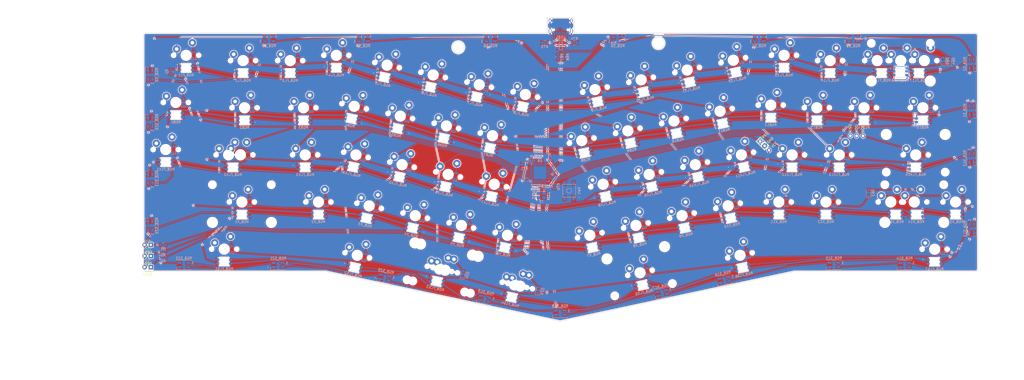
<source format=kicad_pcb>
(kicad_pcb (version 20171130) (host pcbnew "(5.1.5)-3")
  (layers (0 F.Cu signal) (31 B.Cu signal) (34 B.Paste user) (35 F.Paste user) (36 B.SilkS user) (37 F.SilkS user) (38 B.Mask user) (39 F.Mask user) (44 Edge.Cuts user))
  (net 0 "")
  (net 1 +5V)
  (net 2 GND)
  (net 3 "Net-(C6-Pad1)")
  (net 4 "Net-(C7-Pad1)")
  (net 5 "Net-(C8-Pad1)")
  (net 6 D-)
  (net 7 "Net-(R67-Pad2)")
  (net 8 D+)
  (net 9 "Net-(R68-Pad2)")
  (net 10 "Net-(R70-Pad2)")
  (net 11 "Net-(R71-Pad2)")
  (net 12 "Net-(R73-Pad2)")
  (net 13 "Net-(R74-Pad2)")
  (net 14 Row2)
  (net 15 "Net-(D1-Pad2)")
  (net 16 Row0)
  (net 17 "Net-(D2-Pad2)")
  (net 18 Row1)
  (net 19 "Net-(D3-Pad2)")
  (net 20 Row3)
  (net 21 "Net-(D4-Pad2)")
  (net 22 "Net-(D5-Pad2)")
  (net 23 "Net-(D6-Pad2)")
  (net 24 "Net-(D7-Pad2)")
  (net 25 "Net-(D8-Pad2)")
  (net 26 Row4)
  (net 27 "Net-(D9-Pad2)")
  (net 28 "Net-(D10-Pad2)")
  (net 29 "Net-(D11-Pad2)")
  (net 30 "Net-(D12-Pad2)")
  (net 31 "Net-(D13-Pad2)")
  (net 32 "Net-(D15-Pad2)")
  (net 33 "Net-(D16-Pad2)")
  (net 34 "Net-(D17-Pad2)")
  (net 35 "Net-(D18-Pad2)")
  (net 36 "Net-(D19-Pad2)")
  (net 37 "Net-(D20-Pad2)")
  (net 38 "Net-(D21-Pad2)")
  (net 39 "Net-(D22-Pad2)")
  (net 40 "Net-(D23-Pad2)")
  (net 41 "Net-(D24-Pad2)")
  (net 42 "Net-(D25-Pad2)")
  (net 43 "Net-(D26-Pad2)")
  (net 44 "Net-(D27-Pad2)")
  (net 45 "Net-(D28-Pad2)")
  (net 46 "Net-(D29-Pad2)")
  (net 47 "Net-(D30-Pad2)")
  (net 48 "Net-(D31-Pad2)")
  (net 49 "Net-(D32-Pad2)")
  (net 50 "Net-(D33-Pad2)")
  (net 51 "Net-(D34-Pad2)")
  (net 52 "Net-(D35-Pad2)")
  (net 53 "Net-(D36-Pad2)")
  (net 54 "Net-(D37-Pad2)")
  (net 55 "Net-(D38-Pad2)")
  (net 56 "Net-(D39-Pad2)")
  (net 57 "Net-(D40-Pad2)")
  (net 58 "Net-(D41-Pad2)")
  (net 59 "Net-(D42-Pad2)")
  (net 60 "Net-(D43-Pad2)")
  (net 61 "Net-(D44-Pad2)")
  (net 62 "Net-(D45-Pad2)")
  (net 63 "Net-(D46-Pad2)")
  (net 64 "Net-(D47-Pad2)")
  (net 65 "Net-(D48-Pad2)")
  (net 66 "Net-(D49-Pad2)")
  (net 67 "Net-(D50-Pad2)")
  (net 68 "Net-(D51-Pad2)")
  (net 69 "Net-(D52-Pad2)")
  (net 70 "Net-(D53-Pad2)")
  (net 71 "Net-(D54-Pad2)")
  (net 72 "Net-(D55-Pad2)")
  (net 73 "Net-(D56-Pad2)")
  (net 74 "Net-(D57-Pad2)")
  (net 75 "Net-(D58-Pad2)")
  (net 76 "Net-(D59-Pad2)")
  (net 77 "Net-(D60-Pad2)")
  (net 78 "Net-(D61-Pad2)")
  (net 79 "Net-(D63-Pad2)")
  (net 80 "Net-(D64-Pad2)")
  (net 81 "Net-(D65-Pad2)")
  (net 82 "Net-(D66-Pad2)")
  (net 83 "Net-(D67-Pad2)")
  (net 84 "Net-(D68-Pad2)")
  (net 85 Col10)
  (net 86 Col11)
  (net 87 Col1)
  (net 88 Col2)
  (net 89 Col5)
  (net 90 Col7)
  (net 91 Col8)
  (net 92 Col9)
  (net 93 Col12)
  (net 94 Col13)
  (net 95 Col0)
  (net 96 Col6)
  (net 97 "Net-(RGB1-Pad4)")
  (net 98 "Net-(RGB10-Pad4)")
  (net 99 "Net-(RGB10-Pad2)")
  (net 100 "Net-(RGB2-Pad4)")
  (net 101 "Net-(RGB3-Pad4)")
  (net 102 "Net-(RGB4-Pad4)")
  (net 103 "Net-(RGB5-Pad4)")
  (net 104 "Net-(RGB6-Pad4)")
  (net 105 "Net-(RGB7-Pad4)")
  (net 106 "Net-(RGB8-Pad4)")
  (net 107 "Net-(RGB11-Pad4)")
  (net 108 "Net-(RGB12-Pad4)")
  (net 109 "Net-(RGB13-Pad4)")
  (net 110 "Net-(RGB14-Pad4)")
  (net 111 "Net-(RGB15-Pad4)")
  (net 112 "Net-(RGB_FL1-Pad2)")
  (net 113 "Net-(RGB_FL2-Pad2)")
  (net 114 "Net-(RGB_FL3-Pad2)")
  (net 115 "Net-(RGB_FL4-Pad2)")
  (net 116 "Net-(RGB_FL5-Pad2)")
  (net 117 "Net-(RGB_FL6-Pad2)")
  (net 118 "Net-(RGB_FL7-Pad2)")
  (net 119 "Net-(RGB_FL8-Pad2)")
  (net 120 "Net-(RGB_FL10-Pad4)")
  (net 121 "Net-(RGB_FL10-Pad2)")
  (net 122 "Net-(RGB_FL11-Pad2)")
  (net 123 "Net-(RGB_FL12-Pad2)")
  (net 124 "Net-(RGB_FL13-Pad2)")
  (net 125 "Net-(RGB_FL14-Pad2)")
  (net 126 "Net-(RGB_FL15-Pad2)")
  (net 127 "Net-(RGB_FL16-Pad2)")
  (net 128 "Net-(RGB_FLS1-Pad2)")
  (net 129 "Net-(RGB_FLS1-Pad4)")
  (net 130 "Net-(RGB_FLS2-Pad2)")
  (net 131 "Net-(RGB_FLS3-Pad2)")
  (net 132 "Net-(RGB_FLS4-Pad2)")
  (net 133 "Net-(RGB_FLS5-Pad2)")
  (net 134 "Net-(RGB_FLS6-Pad2)")
  (net 135 "Net-(RGB_FLS7-Pad2)")
  (net 136 "Net-(RGB_FLX1-Pad2)")
  (net 137 "Net-(RGB_FLX2-Pad2)")
  (net 138 "Net-(RGB_FLX3-Pad2)")
  (net 139 "Net-(RGB_FLX4-Pad2)")
  (net 140 "Net-(RGB_FLX5-Pad2)")
  (net 141 "Net-(RGB_FLX6-Pad2)")
  (net 142 "Net-(RGB_FLX7-Pad2)")
  (net 143 "Net-(RGB_FLX8-Pad2)")
  (net 144 "Net-(RGB_FLX10-Pad4)")
  (net 145 "Net-(RGB_FLX10-Pad2)")
  (net 146 "Net-(RGB_FLX11-Pad2)")
  (net 147 "Net-(RGB_FLX12-Pad2)")
  (net 148 "Net-(RGB_FLX13-Pad2)")
  (net 149 "Net-(RGB_FLX14-Pad2)")
  (net 150 "Net-(RGB_S1-Pad2)")
  (net 151 "Net-(RGB_S2-Pad2)")
  (net 152 "Net-(RGB_S3-Pad2)")
  (net 153 "Net-(RGB_S4-Pad2)")
  (net 154 "Net-(RGB_S5-Pad2)")
  (net 155 "Net-(RGB_S6-Pad2)")
  (net 156 "Net-(RGB_S7-Pad2)")
  (net 157 "Net-(RGB_S8-Pad2)")
  (net 158 "Net-(RGB_S10-Pad4)")
  (net 159 "Net-(RGB_S10-Pad2)")
  (net 160 "Net-(RGB_X1-Pad4)")
  (net 161 "Net-(RGB_X2-Pad4)")
  (net 162 "Net-(RGB_X3-Pad4)")
  (net 163 "Net-(RGB_X4-Pad4)")
  (net 164 "Net-(RGB_X5-Pad4)")
  (net 165 "Net-(RGB_X6-Pad4)")
  (net 166 "Net-(RGB_X7-Pad4)")
  (net 167 "Net-(RGB_X8-Pad4)")
  (net 168 "Net-(RGB_X10-Pad2)")
  (net 169 "Net-(RGB_X10-Pad4)")
  (net 170 "Net-(RGB_X11-Pad4)")
  (net 171 "Net-(RGB_X12-Pad4)")
  (net 172 "Net-(RGB_X13-Pad4)")
  (net 173 "Net-(RGB_X14-Pad4)")
  (net 174 "Net-(RGB1-Pad2)")
  (net 175 "Net-(RGB_S11-Pad2)")
  (net 176 "Net-(RGB_S12-Pad4)")
  (net 177 "Net-(RGB_S14-Pad4)")
  (net 178 "Net-(RGB_S15-Pad4)")
  (net 179 "Net-(RGB_S16-Pad4)")
  (net 180 "Net-(RGB_S17-Pad4)")
  (net 181 "Net-(RGB_S18-Pad4)")
  (net 182 "Net-(RGB_S19-Pad4)")
  (net 183 "Net-(RGB_S20-Pad4)")
  (net 184 "Net-(RGB_S21-Pad4)")
  (net 185 "Net-(RGB_S22-Pad4)")
  (net 186 "Net-(RGB_S1-Pad4)")
  (net 187 Col3)
  (net 188 Col4)
  (net 189 "Net-(U1-Pad1)")
  (net 190 "Net-(U1-Pad42)")
  (net 191 Col14)
  (net 192 "Net-(R1-Pad1)")
  (net 193 "Net-(LED1-Pad1)")
  (net 194 "Net-(LED2-Pad1)")
  (net 195 "Net-(LED3-Pad1)")
  (net 196 CapLk)
  (net 197 NumLk)
  (net 198 ScLk)
  (net 199 RGBLED)
  (module MX_Only_v2:MXOnly-1U-NoLED (layer F.Cu) (at 169.934823 127.186636 348)
    (fp_text reference K_R1)
    (fp_text value 1U)
    (pad 2 thru_hole circle (at 2.54 -5.08 348) (size 3 3) (drill 1.47) (layers *.Cu *.Mask) (net 43 "Net-(D26-Pad2)"))
    (pad "" np_thru_hole circle (at 0 0 348) (size 3.9878 3.9878) (drill 3.9878) (layers *.Cu *.Mask))
    (pad 1 thru_hole circle (at -3.81 -2.54 348) (size 3 3) (drill 1.47) (layers *.Cu *.Mask) (net 188 Col4))
    (pad "" np_thru_hole circle (at -5.08 0 36.0996) (size 1.75 1.75) (drill 1.75) (layers *.Cu *.Mask))
    (pad "" np_thru_hole circle (at 5.08 0 36.0996) (size 1.75 1.75) (drill 1.75) (layers *.Cu *.Mask))
  )
  (module random-keyboard-parts:RGB-6028_FLIPPED (layer B.Cu) (at 197.44242 191.463136 168)
    (fp_text reference RGB_FLS4 (at 0 -8 168) (layer B.SilkS) (effects (justify mirror)))
    (fp_text value WS2812B)
    (fp_line (start 1.9 -3.38) (end -1.9 -3.38) (layer Edge.Cuts) (width 0.15))
    (fp_line (start 1.9 -3.38) (end 1.9 -6.78) (layer Edge.Cuts) (width 0.15))
    (fp_line (start 1.9 -6.78) (end -1.9 -6.78) (layer Edge.Cuts) (width 0.15))
    (fp_line (start -1.9 -3.38) (end -1.9 -6.78) (layer Edge.Cuts) (width 0.15))
    (pad 3 smd rect (at 2.595 -4.33 168) (size 1.19 0.9) (layers B.Cu B.Paste B.Mask) (net 2 GND))
    (pad 1 smd rect (at -2.595 -5.83 168) (size 1.19 0.9) (layers B.Cu B.Paste B.Mask) (net 1 +5V))
    (pad 2 smd rect (at -2.595 -4.33 168) (size 1.19 0.9) (layers B.Cu B.Paste B.Mask) (net 132 "Net-(RGB_FLS4-Pad2)"))
    (pad 4 smd rect (at 2.595 -5.83 168) (size 1.19 0.9) (layers B.Cu B.Paste B.Mask) (net 131 "Net-(RGB_FLS3-Pad2)"))
  )
  (module Package_DFN_QFN:QFN-44-1EP_7x7mm_P0.5mm_EP5.2x5.2mm (layer B.Cu) (at 207.79026 146.11452 180)
    (fp_text reference U5 (at 0 4.82) (layer B.SilkS) (effects (justify mirror)))
    (fp_text value ATmega32U4-MU)
    (pad 44 smd roundrect (at -2.5 3.3375 180) (size 0.25 1.075) (layers B.Cu B.Paste B.Mask) (net 1 +5V))
    (pad 43 smd roundrect (at -2 3.3375 180) (size 0.25 1.075) (layers B.Cu B.Paste B.Mask) (net 2 GND))
    (pad 42 smd roundrect (at -1.5 3.3375 180) (size 0.25 1.075) (layers B.Cu B.Paste B.Mask) (net 190 "Net-(U1-Pad42)"))
    (pad 41 smd roundrect (at -1 3.3375 180) (size 0.25 1.075) (layers B.Cu B.Paste B.Mask) (net 96 Col6))
    (pad 40 smd roundrect (at -0.5 3.3375 180) (size 0.25 1.075) (layers B.Cu B.Paste B.Mask) (net 90 Col7))
    (pad 39 smd roundrect (at 0 3.3375 180) (size 0.25 1.075) (layers B.Cu B.Paste B.Mask) (net 91 Col8))
    (pad 38 smd roundrect (at 0.5 3.3375 180) (size 0.25 1.075) (layers B.Cu B.Paste B.Mask) (net 92 Col9))
    (pad 37 smd roundrect (at 1 3.3375 180) (size 0.25 1.075) (layers B.Cu B.Paste B.Mask) (net 16 Row0))
    (pad 36 smd roundrect (at 1.5 3.3375 180) (size 0.25 1.075) (layers B.Cu B.Paste B.Mask) (net 18 Row1))
    (pad 35 smd roundrect (at 2 3.3375 180) (size 0.25 1.075) (layers B.Cu B.Paste B.Mask) (net 2 GND))
    (pad 34 smd roundrect (at 2.5 3.3375 180) (size 0.25 1.075) (layers B.Cu B.Paste B.Mask) (net 1 +5V))
    (pad 33 smd roundrect (at 3.3375 2.5 180) (size 1.075 0.25) (layers B.Cu B.Paste B.Mask) (net 11 "Net-(R71-Pad2)"))
    (pad 32 smd roundrect (at 3.3375 2 180) (size 1.075 0.25) (layers B.Cu B.Paste B.Mask) (net 199 RGBLED))
    (pad 31 smd roundrect (at 3.3375 1.5 180) (size 1.075 0.25) (layers B.Cu B.Paste B.Mask) (net 95 Col0))
    (pad 30 smd roundrect (at 3.3375 1 180) (size 1.075 0.25) (layers B.Cu B.Paste B.Mask) (net 87 Col1))
    (pad 29 smd roundrect (at 3.3375 0.5 180) (size 1.075 0.25) (layers B.Cu B.Paste B.Mask) (net 88 Col2))
    (pad 28 smd roundrect (at 3.3375 0 180) (size 1.075 0.25) (layers B.Cu B.Paste B.Mask) (net 187 Col3))
    (pad 27 smd roundrect (at 3.3375 -0.5 180) (size 1.075 0.25) (layers B.Cu B.Paste B.Mask) (net 188 Col4))
    (pad 26 smd roundrect (at 3.3375 -1 180) (size 1.075 0.25) (layers B.Cu B.Paste B.Mask) (net 89 Col5))
    (pad 25 smd roundrect (at 3.3375 -1.5 180) (size 1.075 0.25) (layers B.Cu B.Paste B.Mask) (net 14 Row2))
    (pad 24 smd roundrect (at 3.3375 -2 180) (size 1.075 0.25) (layers B.Cu B.Paste B.Mask) (net 1 +5V))
    (pad 23 smd roundrect (at 3.3375 -2.5 180) (size 1.075 0.25) (layers B.Cu B.Paste B.Mask) (net 2 GND))
    (pad 22 smd roundrect (at 2.5 -3.3375 180) (size 0.25 1.075) (layers B.Cu B.Paste B.Mask) (net 197 NumLk))
    (pad 21 smd roundrect (at 2 -3.3375 180) (size 0.25 1.075) (layers B.Cu B.Paste B.Mask) (net 196 CapLk))
    (pad 20 smd roundrect (at 1.5 -3.3375 180) (size 0.25 1.075) (layers B.Cu B.Paste B.Mask) (net 198 ScLk))
    (pad 19 smd roundrect (at 1 -3.3375 180) (size 0.25 1.075) (layers B.Cu B.Paste B.Mask) (net 20 Row3))
    (pad 18 smd roundrect (at 0.5 -3.3375 180) (size 0.25 1.075) (layers B.Cu B.Paste B.Mask) (net 26 Row4))
    (pad 17 smd roundrect (at 0 -3.3375 180) (size 0.25 1.075) (layers B.Cu B.Paste B.Mask) (net 4 "Net-(C7-Pad1)"))
    (pad 16 smd roundrect (at -0.5 -3.3375 180) (size 0.25 1.075) (layers B.Cu B.Paste B.Mask) (net 5 "Net-(C8-Pad1)"))
    (pad 15 smd roundrect (at -1 -3.3375 180) (size 0.25 1.075) (layers B.Cu B.Paste B.Mask) (net 2 GND))
    (pad 14 smd roundrect (at -1.5 -3.3375 180) (size 0.25 1.075) (layers B.Cu B.Paste B.Mask) (net 1 +5V))
    (pad 13 smd roundrect (at -2 -3.3375 180) (size 0.25 1.075) (layers B.Cu B.Paste B.Mask) (net 10 "Net-(R70-Pad2)"))
    (pad 12 smd roundrect (at -2.5 -3.3375 180) (size 0.25 1.075) (layers B.Cu B.Paste B.Mask) (net 85 Col10))
    (pad 11 smd roundrect (at -3.3375 -2.5 180) (size 1.075 0.25) (layers B.Cu B.Paste B.Mask) (net 86 Col11))
    (pad 10 smd roundrect (at -3.3375 -2 180) (size 1.075 0.25) (layers B.Cu B.Paste B.Mask) (net 93 Col12))
    (pad 9 smd roundrect (at -3.3375 -1.5 180) (size 1.075 0.25) (layers B.Cu B.Paste B.Mask) (net 94 Col13))
    (pad 8 smd roundrect (at -3.3375 -1 180) (size 1.075 0.25) (layers B.Cu B.Paste B.Mask) (net 191 Col14))
    (pad 7 smd roundrect (at -3.3375 -0.5 180) (size 1.075 0.25) (layers B.Cu B.Paste B.Mask) (net 1 +5V))
    (pad 6 smd roundrect (at -3.3375 0 180) (size 1.075 0.25) (layers B.Cu B.Paste B.Mask) (net 3 "Net-(C6-Pad1)"))
    (pad 5 smd roundrect (at -3.3375 0.5 180) (size 1.075 0.25) (layers B.Cu B.Paste B.Mask) (net 2 GND))
    (pad 4 smd roundrect (at -3.3375 1 180) (size 1.075 0.25) (layers B.Cu B.Paste B.Mask) (net 8 D+))
    (pad 3 smd roundrect (at -3.3375 1.5 180) (size 1.075 0.25) (layers B.Cu B.Paste B.Mask) (net 6 D-))
    (pad 2 smd roundrect (at -3.3375 2 180) (size 1.075 0.25) (layers B.Cu B.Paste B.Mask) (net 1 +5V))
    (pad 1 smd roundrect (at -3.3375 2.5 180) (size 1.075 0.25) (layers B.Cu B.Paste B.Mask) (net 189 "Net-(U1-Pad1)"))
    (pad 45 smd roundrect (at 0 0 180) (size 5.2 5.2) (layers B.Cu B.Mask) (roundrect_rratio 0.048077) (net 2 GND))
  )
  (module MX_Only_v2:MXOnly-1U-NoLED (layer F.Cu) (at 106.8074 100.7952)
    (fp_text reference K_1)
    (fp_text value 1U)
    (pad 2 thru_hole circle (at 2.54 -5.08) (size 3 3) (drill 1.47) (layers *.Cu *.Mask) (net 22 "Net-(D5-Pad2)"))
    (pad "" np_thru_hole circle (at 0 0) (size 3.9878 3.9878) (drill 3.9878) (layers *.Cu *.Mask))
    (pad 1 thru_hole circle (at -3.81 -2.54) (size 3 3) (drill 1.47) (layers *.Cu *.Mask) (net 87 Col1))
    (pad "" np_thru_hole circle (at -5.08 0 48.0996) (size 1.75 1.75) (drill 1.75) (layers *.Cu *.Mask))
    (pad "" np_thru_hole circle (at 5.08 0 48.0996) (size 1.75 1.75) (drill 1.75) (layers *.Cu *.Mask))
  )
  (module random-keyboard-parts:SKQG-1155865 (layer B.Cu) (at 219.57 153.36 270)
    (fp_text reference SW1 (at 0 -4.064 90) (layer B.SilkS) (effects (justify mirror)))
    (fp_text value 5.2x5.2mm)
    (pad 1 smd rect (at 3.1 -1.85 270) (size 1.8 1.1) (layers B.Cu B.Paste B.Mask) (net 2 GND))
    (pad 2 smd rect (at -3.1 1.85 270) (size 1.8 1.1) (layers B.Cu B.Paste B.Mask) (net 10 "Net-(R70-Pad2)"))
    (pad 3 smd rect (at 3.1 1.85 270) (size 1.8 1.1) (layers B.Cu B.Paste B.Mask))
    (pad 4 smd rect (at -3.1 -1.85 270) (size 1.8 1.1) (layers B.Cu B.Paste B.Mask))
  )
  (module LED_THT:LED_D3.0mm (layer F.Cu) (at 50.5074 184.275201 180)
    (fp_text reference LED3 (at 1.27 -2.96) (layer F.SilkS))
    (fp_text value LED)
    (pad 2 thru_hole circle (at 2.54 0 180) (size 1.8 1.8) (drill 0.9) (layers *.Cu *.Mask) (net 1 +5V))
    (pad 1 thru_hole rect (at 0 0 180) (size 1.8 1.8) (drill 0.9) (layers *.Cu *.Mask) (net 195 "Net-(LED3-Pad1)"))
  )
  (module LED_THT:LED_D3.0mm (layer F.Cu) (at 50.5074 175.275201 180)
    (fp_text reference LED2 (at 1.27 -2.96) (layer F.SilkS))
    (fp_text value LED)
    (pad 2 thru_hole circle (at 2.54 0 180) (size 1.8 1.8) (drill 0.9) (layers *.Cu *.Mask) (net 1 +5V))
    (pad 1 thru_hole rect (at 0 0 180) (size 1.8 1.8) (drill 0.9) (layers *.Cu *.Mask) (net 194 "Net-(LED2-Pad1)"))
  )
  (module LED_THT:LED_D3.0mm (layer F.Cu) (at 50.5074 179.775201 180)
    (fp_text reference LED1 (at 1.27 -2.96) (layer F.SilkS))
    (fp_text value LED)
    (pad 2 thru_hole circle (at 2.54 0 180) (size 1.8 1.8) (drill 0.9) (layers *.Cu *.Mask) (net 1 +5V))
    (pad 1 thru_hole rect (at 0 0 180) (size 1.8 1.8) (drill 0.9) (layers *.Cu *.Mask) (net 193 "Net-(LED1-Pad1)"))
  )
  (module MX_Only_v2:MXOnly-2.25U-ReversedStabilizers-NoLED (layer F.Cu) (at 359.6674 138.895201)
    (fp_text reference K_Enter1)
    (fp_text value 2.25U)
    (pad "" np_thru_hole circle (at 11.90625 -8.255) (size 3.9878 3.9878) (drill 3.9878) (layers *.Cu *.Mask))
    (pad "" np_thru_hole circle (at -11.90625 -8.255) (size 3.9878 3.9878) (drill 3.9878) (layers *.Cu *.Mask))
    (pad "" np_thru_hole circle (at 11.90625 6.985) (size 3.048 3.048) (drill 3.048) (layers *.Cu *.Mask))
    (pad "" np_thru_hole circle (at -11.90625 6.985) (size 3.048 3.048) (drill 3.048) (layers *.Cu *.Mask))
    (pad "" np_thru_hole circle (at 5.08 0 48.0996) (size 1.75 1.75) (drill 1.75) (layers *.Cu *.Mask))
    (pad "" np_thru_hole circle (at -5.08 0 48.0996) (size 1.75 1.75) (drill 1.75) (layers *.Cu *.Mask))
    (pad 1 thru_hole circle (at -3.81 -2.54) (size 3 3) (drill 1.47) (layers *.Cu *.Mask) (net 94 Col13))
    (pad "" np_thru_hole circle (at 0 0) (size 3.9878 3.9878) (drill 3.9878) (layers *.Cu *.Mask))
    (pad 2 thru_hole circle (at 2.54 -5.08) (size 3 3) (drill 1.47) (layers *.Cu *.Mask) (net 82 "Net-(D66-Pad2)"))
  )
  (module MX_Only_v2:MXOnly-1.5U-NoLED (layer F.Cu) (at 367.303 177.0432)
    (fp_text reference MX5)
    (fp_text value 1.5U)
    (pad 2 thru_hole circle (at 2.54 -5.08) (size 3 3) (drill 1.47) (layers *.Cu *.Mask) (net 84 "Net-(D68-Pad2)"))
    (pad "" np_thru_hole circle (at 0 0) (size 3.9878 3.9878) (drill 3.9878) (layers *.Cu *.Mask))
    (pad 1 thru_hole circle (at -3.81 -2.54) (size 3 3) (drill 1.47) (layers *.Cu *.Mask) (net 191 Col14))
    (pad "" np_thru_hole circle (at -5.08 0 48.0996) (size 1.75 1.75) (drill 1.75) (layers *.Cu *.Mask))
    (pad "" np_thru_hole circle (at 5.08 0 48.0996) (size 1.75 1.75) (drill 1.75) (layers *.Cu *.Mask))
  )
  (module LED_SMD:LED_SK6812MINI_PLCC4_3.5x3.5mm_P1.75mm (layer B.Cu) (at 50.23534 167.48798 90)
    (fp_text reference RGB_S23 (at 0 2.75 90) (layer B.SilkS) (effects (justify mirror)))
    (fp_text value WS2812B_S)
    (fp_text user 1 (at -3.5 0.875 90) (layer B.SilkS) (effects (justify mirror)))
    (pad 1 smd rect (at -1.75 0.875 90) (size 1.6 0.85) (layers B.Cu B.Paste B.Mask) (net 1 +5V))
    (pad 2 smd rect (at -1.75 -0.875 90) (size 1.6 0.85) (layers B.Cu B.Paste B.Mask) (net 185 "Net-(RGB_S22-Pad4)"))
    (pad 4 smd rect (at 1.75 0.875 90) (size 1.6 0.85) (layers B.Cu B.Paste B.Mask) (net 175 "Net-(RGB_S11-Pad2)"))
    (pad 3 smd rect (at 1.75 -0.875 90) (size 1.6 0.85) (layers B.Cu B.Paste B.Mask) (net 2 GND))
  )
  (module LED_SMD:LED_SK6812MINI_PLCC4_3.5x3.5mm_P1.75mm (layer B.Cu) (at 63.83882 183.41772 180)
    (fp_text reference RGB_S22 (at 0 2.75) (layer B.SilkS) (effects (justify mirror)))
    (fp_text value WS2812B_S)
    (fp_text user 1 (at -3.5 0.875) (layer B.SilkS) (effects (justify mirror)))
    (pad 1 smd rect (at -1.75 0.875 180) (size 1.6 0.85) (layers B.Cu B.Paste B.Mask) (net 1 +5V))
    (pad 2 smd rect (at -1.75 -0.875 180) (size 1.6 0.85) (layers B.Cu B.Paste B.Mask) (net 184 "Net-(RGB_S21-Pad4)"))
    (pad 4 smd rect (at 1.75 0.875 180) (size 1.6 0.85) (layers B.Cu B.Paste B.Mask) (net 185 "Net-(RGB_S22-Pad4)"))
    (pad 3 smd rect (at 1.75 -0.875 180) (size 1.6 0.85) (layers B.Cu B.Paste B.Mask) (net 2 GND))
  )
  (module LED_SMD:LED_SK6812MINI_PLCC4_3.5x3.5mm_P1.75mm (layer B.Cu) (at 101.93882 183.41772 180)
    (fp_text reference RGB_S21 (at 0 2.75) (layer B.SilkS) (effects (justify mirror)))
    (fp_text value WS2812B_S)
    (fp_text user 1 (at -3.5 0.875) (layer B.SilkS) (effects (justify mirror)))
    (pad 1 smd rect (at -1.75 0.875 180) (size 1.6 0.85) (layers B.Cu B.Paste B.Mask) (net 1 +5V))
    (pad 2 smd rect (at -1.75 -0.875 180) (size 1.6 0.85) (layers B.Cu B.Paste B.Mask) (net 183 "Net-(RGB_S20-Pad4)"))
    (pad 4 smd rect (at 1.75 0.875 180) (size 1.6 0.85) (layers B.Cu B.Paste B.Mask) (net 184 "Net-(RGB_S21-Pad4)"))
    (pad 3 smd rect (at 1.75 -0.875 180) (size 1.6 0.85) (layers B.Cu B.Paste B.Mask) (net 2 GND))
  )
  (module LED_SMD:LED_SK6812MINI_PLCC4_3.5x3.5mm_P1.75mm (layer B.Cu) (at 145.020164 188.530275 168)
    (fp_text reference RGB_S20 (at 0 2.75 168) (layer B.SilkS) (effects (justify mirror)))
    (fp_text value WS2812B_S)
    (fp_text user 1 (at -3.5 0.875 168) (layer B.SilkS) (effects (justify mirror)))
    (pad 1 smd rect (at -1.75 0.875 168) (size 1.6 0.85) (layers B.Cu B.Paste B.Mask) (net 1 +5V))
    (pad 2 smd rect (at -1.75 -0.875 168) (size 1.6 0.85) (layers B.Cu B.Paste B.Mask) (net 182 "Net-(RGB_S19-Pad4)"))
    (pad 4 smd rect (at 1.75 0.875 168) (size 1.6 0.85) (layers B.Cu B.Paste B.Mask) (net 183 "Net-(RGB_S20-Pad4)"))
    (pad 3 smd rect (at 1.75 -0.875 168) (size 1.6 0.85) (layers B.Cu B.Paste B.Mask) (net 2 GND))
  )
  (module LED_SMD:LED_SK6812MINI_PLCC4_3.5x3.5mm_P1.75mm (layer B.Cu) (at 185.4 197.075 168)
    (fp_text reference RGB_S19 (at 0 2.75 168) (layer B.SilkS) (effects (justify mirror)))
    (fp_text value WS2812B_S)
    (fp_text user 1 (at -3.5 0.875 168) (layer B.SilkS) (effects (justify mirror)))
    (pad 1 smd rect (at -1.75 0.875 168) (size 1.6 0.85) (layers B.Cu B.Paste B.Mask) (net 1 +5V))
    (pad 2 smd rect (at -1.75 -0.875 168) (size 1.6 0.85) (layers B.Cu B.Paste B.Mask) (net 181 "Net-(RGB_S18-Pad4)"))
    (pad 4 smd rect (at 1.75 0.875 168) (size 1.6 0.85) (layers B.Cu B.Paste B.Mask) (net 182 "Net-(RGB_S19-Pad4)"))
    (pad 3 smd rect (at 1.75 -0.875 168) (size 1.6 0.85) (layers B.Cu B.Paste B.Mask) (net 2 GND))
  )
  (module LED_SMD:LED_SK6812MINI_PLCC4_3.5x3.5mm_P1.75mm (layer B.Cu) (at 215.925 202.7 180)
    (fp_text reference RGB_S18 (at 0 2.75) (layer B.SilkS) (effects (justify mirror)))
    (fp_text value WS2812B_S)
    (fp_text user 1 (at -3.5 0.875) (layer B.SilkS) (effects (justify mirror)))
    (pad 1 smd rect (at -1.75 0.875 180) (size 1.6 0.85) (layers B.Cu B.Paste B.Mask) (net 1 +5V))
    (pad 2 smd rect (at -1.75 -0.875 180) (size 1.6 0.85) (layers B.Cu B.Paste B.Mask) (net 180 "Net-(RGB_S17-Pad4)"))
    (pad 4 smd rect (at 1.75 0.875 180) (size 1.6 0.85) (layers B.Cu B.Paste B.Mask) (net 181 "Net-(RGB_S18-Pad4)"))
    (pad 3 smd rect (at 1.75 -0.875 180) (size 1.6 0.85) (layers B.Cu B.Paste B.Mask) (net 2 GND))
  )
  (module LED_SMD:LED_SK6812MINI_PLCC4_3.5x3.5mm_P1.75mm (layer B.Cu) (at 257.125 194.75 192)
    (fp_text reference RGB_S17 (at 0 2.75 12) (layer B.SilkS) (effects (justify mirror)))
    (fp_text value WS2812B_S)
    (fp_text user 1 (at -3.5 0.875 12) (layer B.SilkS) (effects (justify mirror)))
    (pad 1 smd rect (at -1.75 0.875 192) (size 1.6 0.85) (layers B.Cu B.Paste B.Mask) (net 1 +5V))
    (pad 2 smd rect (at -1.75 -0.875 192) (size 1.6 0.85) (layers B.Cu B.Paste B.Mask) (net 179 "Net-(RGB_S16-Pad4)"))
    (pad 4 smd rect (at 1.75 0.875 192) (size 1.6 0.85) (layers B.Cu B.Paste B.Mask) (net 180 "Net-(RGB_S17-Pad4)"))
    (pad 3 smd rect (at 1.75 -0.875 192) (size 1.6 0.85) (layers B.Cu B.Paste B.Mask) (net 2 GND))
  )
  (module LED_SMD:LED_SK6812MINI_PLCC4_3.5x3.5mm_P1.75mm (layer B.Cu) (at 282.3 189.425 192)
    (fp_text reference RGB_S16 (at 0 2.75 12) (layer B.SilkS) (effects (justify mirror)))
    (fp_text value WS2812B_S)
    (fp_text user 1 (at -3.5 0.875 12) (layer B.SilkS) (effects (justify mirror)))
    (pad 1 smd rect (at -1.75 0.875 192) (size 1.6 0.85) (layers B.Cu B.Paste B.Mask) (net 1 +5V))
    (pad 2 smd rect (at -1.75 -0.875 192) (size 1.6 0.85) (layers B.Cu B.Paste B.Mask) (net 178 "Net-(RGB_S15-Pad4)"))
    (pad 4 smd rect (at 1.75 0.875 192) (size 1.6 0.85) (layers B.Cu B.Paste B.Mask) (net 179 "Net-(RGB_S16-Pad4)"))
    (pad 3 smd rect (at 1.75 -0.875 192) (size 1.6 0.85) (layers B.Cu B.Paste B.Mask) (net 2 GND))
  )
  (module LED_SMD:LED_SK6812MINI_PLCC4_3.5x3.5mm_P1.75mm (layer B.Cu) (at 326.575 183.375 180)
    (fp_text reference RGB_S15 (at 0 2.75) (layer B.SilkS) (effects (justify mirror)))
    (fp_text value WS2812B_S)
    (fp_text user 1 (at -3.5 0.875) (layer B.SilkS) (effects (justify mirror)))
    (pad 1 smd rect (at -1.75 0.875 180) (size 1.6 0.85) (layers B.Cu B.Paste B.Mask) (net 1 +5V))
    (pad 2 smd rect (at -1.75 -0.875 180) (size 1.6 0.85) (layers B.Cu B.Paste B.Mask) (net 177 "Net-(RGB_S14-Pad4)"))
    (pad 4 smd rect (at 1.75 0.875 180) (size 1.6 0.85) (layers B.Cu B.Paste B.Mask) (net 178 "Net-(RGB_S15-Pad4)"))
    (pad 3 smd rect (at 1.75 -0.875 180) (size 1.6 0.85) (layers B.Cu B.Paste B.Mask) (net 2 GND))
  )
  (module LED_SMD:LED_SK6812MINI_PLCC4_3.5x3.5mm_P1.75mm (layer B.Cu) (at 355.2 183.425 180)
    (fp_text reference RGB_S14 (at 0 2.75) (layer B.SilkS) (effects (justify mirror)))
    (fp_text value WS2812B_S)
    (fp_text user 1 (at -3.5 0.875) (layer B.SilkS) (effects (justify mirror)))
    (pad 3 smd rect (at 1.75 -0.875 180) (size 1.6 0.85) (layers B.Cu B.Paste B.Mask) (net 2 GND))
    (pad 4 smd rect (at 1.75 0.875 180) (size 1.6 0.85) (layers B.Cu B.Paste B.Mask) (net 177 "Net-(RGB_S14-Pad4)"))
    (pad 2 smd rect (at -1.75 -0.875 180) (size 1.6 0.85) (layers B.Cu B.Paste B.Mask))
    (pad 1 smd rect (at -1.75 0.875 180) (size 1.6 0.85) (layers B.Cu B.Paste B.Mask) (net 1 +5V))
  )
  (module LED_SMD:LED_SK6812MINI_PLCC4_3.5x3.5mm_P1.75mm (layer B.Cu) (at 382.3 168.725 270)
    (fp_text reference RGB_S13 (at 0 2.75 90) (layer B.SilkS) (effects (justify mirror)))
    (fp_text value WS2812B_S)
    (fp_text user 1 (at -3.5 0.875 90) (layer B.SilkS) (effects (justify mirror)))
    (pad 1 smd rect (at -1.75 0.875 270) (size 1.6 0.85) (layers B.Cu B.Paste B.Mask) (net 1 +5V))
    (pad 2 smd rect (at -1.75 -0.875 270) (size 1.6 0.85) (layers B.Cu B.Paste B.Mask) (net 176 "Net-(RGB_S12-Pad4)"))
    (pad 4 smd rect (at 1.75 0.875 270) (size 1.6 0.85) (layers B.Cu B.Paste B.Mask) (net 135 "Net-(RGB_FLS7-Pad2)"))
    (pad 3 smd rect (at 1.75 -0.875 270) (size 1.6 0.85) (layers B.Cu B.Paste B.Mask) (net 2 GND))
  )
  (module LED_SMD:LED_SK6812MINI_PLCC4_3.5x3.5mm_P1.75mm (layer B.Cu) (at 382.2 140.225 270)
    (fp_text reference RGB_S12 (at 0 2.75 90) (layer B.SilkS) (effects (justify mirror)))
    (fp_text value WS2812B_S)
    (fp_text user 1 (at -3.5 0.875 90) (layer B.SilkS) (effects (justify mirror)))
    (pad 1 smd rect (at -1.75 0.875 270) (size 1.6 0.85) (layers B.Cu B.Paste B.Mask) (net 1 +5V))
    (pad 2 smd rect (at -1.75 -0.875 270) (size 1.6 0.85) (layers B.Cu B.Paste B.Mask) (net 186 "Net-(RGB_S1-Pad4)"))
    (pad 4 smd rect (at 1.75 0.875 270) (size 1.6 0.85) (layers B.Cu B.Paste B.Mask) (net 176 "Net-(RGB_S12-Pad4)"))
    (pad 3 smd rect (at 1.75 -0.875 270) (size 1.6 0.85) (layers B.Cu B.Paste B.Mask) (net 2 GND))
  )
  (module LED_SMD:LED_SK6812MINI_PLCC4_3.5x3.5mm_P1.75mm (layer B.Cu) (at 50.23534 148.43798 90)
    (fp_text reference RGB_S11 (at 0 2.75 90) (layer B.SilkS) (effects (justify mirror)))
    (fp_text value WS2812B_S)
    (fp_text user 1 (at -3.5 0.875 90) (layer B.SilkS) (effects (justify mirror)))
    (pad 1 smd rect (at -1.75 0.875 90) (size 1.6 0.85) (layers B.Cu B.Paste B.Mask) (net 1 +5V))
    (pad 2 smd rect (at -1.75 -0.875 90) (size 1.6 0.85) (layers B.Cu B.Paste B.Mask) (net 175 "Net-(RGB_S11-Pad2)"))
    (pad 4 smd rect (at 1.75 0.875 90) (size 1.6 0.85) (layers B.Cu B.Paste B.Mask) (net 159 "Net-(RGB_S10-Pad2)"))
    (pad 3 smd rect (at 1.75 -0.875 90) (size 1.6 0.85) (layers B.Cu B.Paste B.Mask) (net 2 GND))
  )
  (module LED_SMD:LED_SK6812MINI_PLCC4_3.5x3.5mm_P1.75mm (layer B.Cu) (at 50.23534 125.57798 90)
    (fp_text reference RGB_S10 (at 0 2.75 90) (layer B.SilkS) (effects (justify mirror)))
    (fp_text value WS2812B_S)
    (fp_text user 1 (at -3.5 0.875 90) (layer B.SilkS) (effects (justify mirror)))
    (pad 1 smd rect (at -1.75 0.875 90) (size 1.6 0.85) (layers B.Cu B.Paste B.Mask) (net 1 +5V))
    (pad 2 smd rect (at -1.75 -0.875 90) (size 1.6 0.85) (layers B.Cu B.Paste B.Mask) (net 159 "Net-(RGB_S10-Pad2)"))
    (pad 4 smd rect (at 1.75 0.875 90) (size 1.6 0.85) (layers B.Cu B.Paste B.Mask) (net 158 "Net-(RGB_S10-Pad4)"))
    (pad 3 smd rect (at 1.75 -0.875 90) (size 1.6 0.85) (layers B.Cu B.Paste B.Mask) (net 2 GND))
  )
  (module LED_SMD:LED_SK6812MINI_PLCC4_3.5x3.5mm_P1.75mm (layer B.Cu) (at 50.23534 106.52798 90)
    (fp_text reference RGB_S9 (at 0 2.75 90) (layer B.SilkS) (effects (justify mirror)))
    (fp_text value WS2812B_S)
    (fp_text user 1 (at -3.5 0.875 90) (layer B.SilkS) (effects (justify mirror)))
    (pad 1 smd rect (at -1.75 0.875 90) (size 1.6 0.85) (layers B.Cu B.Paste B.Mask) (net 1 +5V))
    (pad 2 smd rect (at -1.75 -0.875 90) (size 1.6 0.85) (layers B.Cu B.Paste B.Mask) (net 158 "Net-(RGB_S10-Pad4)"))
    (pad 4 smd rect (at 1.75 0.875 90) (size 1.6 0.85) (layers B.Cu B.Paste B.Mask) (net 157 "Net-(RGB_S8-Pad2)"))
    (pad 3 smd rect (at 1.75 -0.875 90) (size 1.6 0.85) (layers B.Cu B.Paste B.Mask) (net 2 GND))
  )
  (module LED_SMD:LED_SK6812MINI_PLCC4_3.5x3.5mm_P1.75mm (layer B.Cu) (at 98.26344 92.1117)
    (fp_text reference RGB_S8 (at 0 2.75) (layer B.SilkS) (effects (justify mirror)))
    (fp_text value WS2812B_S)
    (fp_text user 1 (at -3.5 0.875) (layer B.SilkS) (effects (justify mirror)))
    (pad 1 smd rect (at -1.75 0.875) (size 1.6 0.85) (layers B.Cu B.Paste B.Mask) (net 1 +5V))
    (pad 2 smd rect (at -1.75 -0.875) (size 1.6 0.85) (layers B.Cu B.Paste B.Mask) (net 157 "Net-(RGB_S8-Pad2)"))
    (pad 4 smd rect (at 1.75 0.875) (size 1.6 0.85) (layers B.Cu B.Paste B.Mask) (net 156 "Net-(RGB_S7-Pad2)"))
    (pad 3 smd rect (at 1.75 -0.875) (size 1.6 0.85) (layers B.Cu B.Paste B.Mask) (net 2 GND))
  )
  (module LED_SMD:LED_SK6812MINI_PLCC4_3.5x3.5mm_P1.75mm (layer B.Cu) (at 136.36344 92.1117)
    (fp_text reference RGB_S7 (at 0 2.75) (layer B.SilkS) (effects (justify mirror)))
    (fp_text value WS2812B_S)
    (fp_text user 1 (at -3.5 0.875) (layer B.SilkS) (effects (justify mirror)))
    (pad 1 smd rect (at -1.75 0.875) (size 1.6 0.85) (layers B.Cu B.Paste B.Mask) (net 1 +5V))
    (pad 2 smd rect (at -1.75 -0.875) (size 1.6 0.85) (layers B.Cu B.Paste B.Mask) (net 156 "Net-(RGB_S7-Pad2)"))
    (pad 4 smd rect (at 1.75 0.875) (size 1.6 0.85) (layers B.Cu B.Paste B.Mask) (net 155 "Net-(RGB_S6-Pad2)"))
    (pad 3 smd rect (at 1.75 -0.875) (size 1.6 0.85) (layers B.Cu B.Paste B.Mask) (net 2 GND))
  )
  (module LED_SMD:LED_SK6812MINI_PLCC4_3.5x3.5mm_P1.75mm (layer B.Cu) (at 187.79844 92.1117)
    (fp_text reference RGB_S6 (at 0 2.75) (layer B.SilkS) (effects (justify mirror)))
    (fp_text value WS2812B_S)
    (fp_text user 1 (at -3.5 0.875) (layer B.SilkS) (effects (justify mirror)))
    (pad 1 smd rect (at -1.75 0.875) (size 1.6 0.85) (layers B.Cu B.Paste B.Mask) (net 1 +5V))
    (pad 2 smd rect (at -1.75 -0.875) (size 1.6 0.85) (layers B.Cu B.Paste B.Mask) (net 155 "Net-(RGB_S6-Pad2)"))
    (pad 4 smd rect (at 1.75 0.875) (size 1.6 0.85) (layers B.Cu B.Paste B.Mask) (net 154 "Net-(RGB_S5-Pad2)"))
    (pad 3 smd rect (at 1.75 -0.875) (size 1.6 0.85) (layers B.Cu B.Paste B.Mask) (net 2 GND))
  )
  (module LED_SMD:LED_SK6812MINI_PLCC4_3.5x3.5mm_P1.75mm (layer B.Cu) (at 239.23344 92.1117)
    (fp_text reference RGB_S5 (at 0 2.75) (layer B.SilkS) (effects (justify mirror)))
    (fp_text value WS2812B_S)
    (fp_text user 1 (at -3.5 0.875) (layer B.SilkS) (effects (justify mirror)))
    (pad 1 smd rect (at -1.75 0.875) (size 1.6 0.85) (layers B.Cu B.Paste B.Mask) (net 1 +5V))
    (pad 2 smd rect (at -1.75 -0.875) (size 1.6 0.85) (layers B.Cu B.Paste B.Mask) (net 154 "Net-(RGB_S5-Pad2)"))
    (pad 4 smd rect (at 1.75 0.875) (size 1.6 0.85) (layers B.Cu B.Paste B.Mask) (net 153 "Net-(RGB_S4-Pad2)"))
    (pad 3 smd rect (at 1.75 -0.875) (size 1.6 0.85) (layers B.Cu B.Paste B.Mask) (net 2 GND))
  )
  (module LED_SMD:LED_SK6812MINI_PLCC4_3.5x3.5mm_P1.75mm (layer B.Cu) (at 296.38344 92.1117)
    (fp_text reference RGB_S4 (at 0 2.75) (layer B.SilkS) (effects (justify mirror)))
    (fp_text value WS2812B_S)
    (fp_text user 1 (at -3.5 0.875) (layer B.SilkS) (effects (justify mirror)))
    (pad 1 smd rect (at -1.75 0.875) (size 1.6 0.85) (layers B.Cu B.Paste B.Mask) (net 1 +5V))
    (pad 2 smd rect (at -1.75 -0.875) (size 1.6 0.85) (layers B.Cu B.Paste B.Mask) (net 153 "Net-(RGB_S4-Pad2)"))
    (pad 4 smd rect (at 1.75 0.875) (size 1.6 0.85) (layers B.Cu B.Paste B.Mask) (net 152 "Net-(RGB_S3-Pad2)"))
    (pad 3 smd rect (at 1.75 -0.875) (size 1.6 0.85) (layers B.Cu B.Paste B.Mask) (net 2 GND))
  )
  (module LED_SMD:LED_SK6812MINI_PLCC4_3.5x3.5mm_P1.75mm (layer B.Cu) (at 334.48344 92.1117)
    (fp_text reference RGB_S3 (at 0 2.75) (layer B.SilkS) (effects (justify mirror)))
    (fp_text value WS2812B_S)
    (fp_text user 1 (at -3.5 0.875) (layer B.SilkS) (effects (justify mirror)))
    (pad 1 smd rect (at -1.75 0.875) (size 1.6 0.85) (layers B.Cu B.Paste B.Mask) (net 1 +5V))
    (pad 2 smd rect (at -1.75 -0.875) (size 1.6 0.85) (layers B.Cu B.Paste B.Mask) (net 152 "Net-(RGB_S3-Pad2)"))
    (pad 4 smd rect (at 1.75 0.875) (size 1.6 0.85) (layers B.Cu B.Paste B.Mask) (net 151 "Net-(RGB_S2-Pad2)"))
    (pad 3 smd rect (at 1.75 -0.875) (size 1.6 0.85) (layers B.Cu B.Paste B.Mask) (net 2 GND))
  )
  (module LED_SMD:LED_SK6812MINI_PLCC4_3.5x3.5mm_P1.75mm (layer B.Cu) (at 382.225 102.1 270)
    (fp_text reference RGB_S2 (at 0 2.75 90) (layer B.SilkS) (effects (justify mirror)))
    (fp_text value WS2812B_S)
    (fp_text user 1 (at -3.5 0.875 90) (layer B.SilkS) (effects (justify mirror)))
    (pad 1 smd rect (at -1.75 0.875 270) (size 1.6 0.85) (layers B.Cu B.Paste B.Mask) (net 1 +5V))
    (pad 2 smd rect (at -1.75 -0.875 270) (size 1.6 0.85) (layers B.Cu B.Paste B.Mask) (net 151 "Net-(RGB_S2-Pad2)"))
    (pad 4 smd rect (at 1.75 0.875 270) (size 1.6 0.85) (layers B.Cu B.Paste B.Mask) (net 150 "Net-(RGB_S1-Pad2)"))
    (pad 3 smd rect (at 1.75 -0.875 270) (size 1.6 0.85) (layers B.Cu B.Paste B.Mask) (net 2 GND))
  )
  (module LED_SMD:LED_SK6812MINI_PLCC4_3.5x3.5mm_P1.75mm (layer B.Cu) (at 382.225 120.925 270)
    (fp_text reference RGB_S1 (at 0 2.75 90) (layer B.SilkS) (effects (justify mirror)))
    (fp_text value WS2812B_S)
    (fp_text user 1 (at -3.5 0.875 90) (layer B.SilkS) (effects (justify mirror)))
    (pad 1 smd rect (at -1.75 0.875 270) (size 1.6 0.85) (layers B.Cu B.Paste B.Mask) (net 1 +5V))
    (pad 2 smd rect (at -1.75 -0.875 270) (size 1.6 0.85) (layers B.Cu B.Paste B.Mask) (net 150 "Net-(RGB_S1-Pad2)"))
    (pad 4 smd rect (at 1.75 0.875 270) (size 1.6 0.85) (layers B.Cu B.Paste B.Mask) (net 186 "Net-(RGB_S1-Pad4)"))
    (pad 3 smd rect (at 1.75 -0.875 270) (size 1.6 0.85) (layers B.Cu B.Paste B.Mask) (net 2 GND))
  )
  (module random-keyboard-parts:R_0805 (layer B.Cu) (at 55.5074 180.275201)
    (fp_text reference R4 (at 0 1.65) (layer B.SilkS) (effects (justify mirror)))
    (fp_text value 300)
    (pad 2 smd rect (at 0.95 0) (size 0.7 1.3) (layers B.Cu B.Paste B.Mask) (net 198 ScLk))
    (pad 1 smd rect (at -0.95 0) (size 0.7 1.3) (layers B.Cu B.Paste B.Mask) (net 195 "Net-(LED3-Pad1)"))
  )
  (module random-keyboard-parts:R_0805 (layer B.Cu) (at 55.5074 175.275201)
    (fp_text reference R3 (at 0 1.65) (layer B.SilkS) (effects (justify mirror)))
    (fp_text value 300)
    (pad 2 smd rect (at 0.95 0) (size 0.7 1.3) (layers B.Cu B.Paste B.Mask) (net 197 NumLk))
    (pad 1 smd rect (at -0.95 0) (size 0.7 1.3) (layers B.Cu B.Paste B.Mask) (net 194 "Net-(LED2-Pad1)"))
  )
  (module random-keyboard-parts:R_0805 (layer B.Cu) (at 55.5074 177.775201)
    (fp_text reference R2 (at 0 1.65) (layer B.SilkS) (effects (justify mirror)))
    (fp_text value 300)
    (pad 2 smd rect (at 0.95 0) (size 0.7 1.3) (layers B.Cu B.Paste B.Mask) (net 196 CapLk))
    (pad 1 smd rect (at -0.95 0) (size 0.7 1.3) (layers B.Cu B.Paste B.Mask) (net 193 "Net-(LED1-Pad1)"))
  )
  (module random-keyboard-parts:R_0805 (layer B.Cu) (at 58.525 105.3 270)
    (fp_text reference R1 (at 0 1.65 90) (layer B.SilkS) (effects (justify mirror)))
    (fp_text value 500)
    (pad 2 smd rect (at 0.95 0 270) (size 0.7 1.3) (layers B.Cu B.Paste B.Mask) (net 199 RGBLED))
    (pad 1 smd rect (at -0.95 0 270) (size 0.7 1.3) (layers B.Cu B.Paste B.Mask) (net 192 "Net-(R1-Pad1)"))
  )
  (module footprints_kira:SMD-0402 (layer B.Cu) (at 204.33 140.84 180)
    (fp_text reference C5 (at 0 1.524) (layer B.SilkS) (effects (font (size 0.508 0.508) (thickness 0.127)) (justify mirror)))
    (fp_text value 0.1uF hide)
    (pad 2 smd rect (at 0 -0.5 180) (size 0.65 0.6) (layers B.Cu B.Paste B.Mask) (net 1 +5V))
    (pad 1 smd rect (at 0 0.5 180) (size 0.65 0.6) (layers B.Cu B.Paste B.Mask) (net 2 GND))
  )
  (module random-keyboard-parts:SOT143B (layer B.Cu) (at 216.18956 95.0087)
    (fp_text reference U2 (at 0 -2.45) (layer B.SilkS) (effects (justify mirror)))
    (fp_text value PRTR5V0U2X)
    (pad 3 smd rect (at 1 -0.95 90) (size 0.6 0.7) (layers B.Cu B.Paste B.Mask) (net 9 "Net-(R68-Pad2)"))
    (pad 2 smd rect (at -1 -0.95 90) (size 0.6 0.7) (layers B.Cu B.Paste B.Mask) (net 7 "Net-(R67-Pad2)"))
    (pad 4 smd rect (at 1 0.95 90) (size 0.6 0.7) (layers B.Cu B.Paste B.Mask) (net 1 +5V))
    (pad 1 smd rect (at -1 0.75 90) (size 1 0.7) (layers B.Cu B.Paste B.Mask) (net 2 GND))
  )
  (module random-keyboard-parts:Reset_Pretty (layer F.Cu) (at 299.466 136.144 225)
    (fp_text reference U4)
    (fp_text value STF202-22T1G)
    (fp_text user VCC (at -3.078029 -1.220662 225) (layer F.SilkS))
    (fp_text user RST (at -3.023791 4.121821 45) (layer F.SilkS))
    (fp_text user GND (at -3.240745 1.247185 225) (layer F.SilkS))
    (pad 6 thru_hole rect (at 0 1.27 315) (size 1.7 1.7) (drill 1) (layers *.Cu *.Mask) (net 2 GND))
    (pad 5 thru_hole circle (at 0 3.81 315) (size 1.7 1.7) (drill 1) (layers *.Cu *.Mask) (net 10 "Net-(R70-Pad2)"))
    (pad 2 thru_hole circle (at 0 -1.27 45) (size 1.7 1.7) (drill 1) (layers *.Cu *.Mask) (net 1 +5V))
  )
  (module random-keyboard-parts:Reset_Pretty (layer F.Cu) (at 335.775 129.925 180)
    (fp_text reference U3)
    (fp_text value STF202-22T1G)
    (fp_text user MISO (at 2.58 1.71 90) (layer F.SilkS))
    (fp_text user SCK (at -2.54 1.46 90) (layer F.SilkS))
    (fp_text user MOSI (at 0 1.71 270) (layer F.SilkS))
    (pad 4 thru_hole circle (at 0 -1.27 90) (size 1.7 1.7) (drill 1) (layers *.Cu *.Mask) (net 93 Col12))
    (pad 3 thru_hole circle (at -2.54 -1.27 270) (size 1.7 1.7) (drill 1) (layers *.Cu *.Mask) (net 94 Col13))
    (pad 1 thru_hole circle (at 2.54 -1.27 270) (size 1.7 1.7) (drill 1) (layers *.Cu *.Mask) (net 86 Col11))
  )
  (module footprints_kira:SMD-0402 (layer B.Cu) (at 211.19686 155.34172)
    (fp_text reference C8 (at 0 1.524) (layer B.SilkS) (effects (font (size 0.508 0.508) (thickness 0.127)) (justify mirror)))
    (fp_text value 22pF hide)
    (pad 2 smd rect (at 0 -0.5) (size 0.65 0.6) (layers B.Cu B.Paste B.Mask) (net 2 GND))
    (pad 1 smd rect (at 0 0.5) (size 0.65 0.6) (layers B.Cu B.Paste B.Mask) (net 5 "Net-(C8-Pad1)"))
  )
  (module footprints_kira:SMD-0402 (layer B.Cu) (at 205.29686 155.34172 180)
    (fp_text reference C7 (at 0 1.524) (layer B.SilkS) (effects (font (size 0.508 0.508) (thickness 0.127)) (justify mirror)))
    (fp_text value 22pF hide)
    (pad 2 smd rect (at 0 -0.5 180) (size 0.65 0.6) (layers B.Cu B.Paste B.Mask) (net 2 GND))
    (pad 1 smd rect (at 0 0.5 180) (size 0.65 0.6) (layers B.Cu B.Paste B.Mask) (net 4 "Net-(C7-Pad1)"))
  )
  (module footprints_kira:SMD-0402 (layer B.Cu) (at 213.77026 145.77952 315)
    (fp_text reference C6 (at 0 1.524 135) (layer B.SilkS) (effects (font (size 0.508 0.508) (thickness 0.127)) (justify mirror)))
    (fp_text value 1uF hide)
    (pad 2 smd rect (at 0 -0.5 315) (size 0.65 0.6) (layers B.Cu B.Paste B.Mask) (net 2 GND))
    (pad 1 smd rect (at 0 0.5 315) (size 0.65 0.6) (layers B.Cu B.Paste B.Mask) (net 3 "Net-(C6-Pad1)"))
  )
  (module footprints_kira:SMD-0402 (layer B.Cu) (at 202.416467 148.82768 60)
    (fp_text reference C4 (at 0 1.524 60) (layer B.SilkS) (effects (font (size 0.508 0.508) (thickness 0.127)) (justify mirror)))
    (fp_text value 0.1uF hide)
    (pad 2 smd rect (at 0 -0.5 60) (size 0.65 0.6) (layers B.Cu B.Paste B.Mask) (net 1 +5V))
    (pad 1 smd rect (at 0 0.5 60) (size 0.65 0.6) (layers B.Cu B.Paste B.Mask) (net 2 GND))
  )
  (module footprints_kira:SMD-0402 (layer B.Cu) (at 209.45 152.1)
    (fp_text reference C3 (at 0 1.524) (layer B.SilkS) (effects (font (size 0.508 0.508) (thickness 0.127)) (justify mirror)))
    (fp_text value 0.1uF hide)
    (pad 2 smd rect (at 0 -0.5) (size 0.65 0.6) (layers B.Cu B.Paste B.Mask) (net 1 +5V))
    (pad 1 smd rect (at 0 0.5) (size 0.65 0.6) (layers B.Cu B.Paste B.Mask) (net 2 GND))
  )
  (module footprints_kira:SMD-0402 (layer B.Cu) (at 211.76026 140.07452 180)
    (fp_text reference C2 (at 0 1.524) (layer B.SilkS) (effects (font (size 0.508 0.508) (thickness 0.127)) (justify mirror)))
    (fp_text value 10uF hide)
    (pad 2 smd rect (at 0 -0.5 180) (size 0.65 0.6) (layers B.Cu B.Paste B.Mask) (net 1 +5V))
    (pad 1 smd rect (at 0 0.5 180) (size 0.65 0.6) (layers B.Cu B.Paste B.Mask) (net 2 GND))
  )
  (module random-keyboard-parts:R_0805 (layer B.Cu) (at 213.63 151.68 90)
    (fp_text reference R70 (at 0 1.65 90) (layer B.SilkS) (effects (justify mirror)))
    (fp_text value 10k)
    (pad 2 smd rect (at 0.95 0 90) (size 0.7 1.3) (layers B.Cu B.Paste B.Mask) (net 10 "Net-(R70-Pad2)"))
    (pad 1 smd rect (at -0.95 0 90) (size 0.7 1.3) (layers B.Cu B.Paste B.Mask) (net 1 +5V))
  )
  (module random-keyboard-parts:RGB-6028 (layer B.Cu) (at 301.047399 118.7852 180)
    (fp_text reference RGB12 (at 0 -8) (layer B.SilkS) (effects (justify mirror)))
    (fp_text value WS2812B_F)
    (fp_line (start 1.9 -3.38) (end -1.9 -3.38) (layer Edge.Cuts) (width 0.15))
    (fp_line (start 1.9 -3.38) (end 1.9 -6.78) (layer Edge.Cuts) (width 0.15))
    (fp_line (start 1.9 -6.78) (end -1.9 -6.78) (layer Edge.Cuts) (width 0.15))
    (fp_line (start -1.9 -3.38) (end -1.9 -6.78) (layer Edge.Cuts) (width 0.15))
    (pad 1 smd rect (at 2.595 -4.33 180) (size 1.19 0.9) (layers B.Cu B.Paste B.Mask) (net 1 +5V))
    (pad 3 smd rect (at -2.595 -5.83 180) (size 1.19 0.9) (layers B.Cu B.Paste B.Mask) (net 2 GND))
    (pad 4 smd rect (at -2.595 -4.33 180) (size 1.19 0.9) (layers B.Cu B.Paste B.Mask) (net 108 "Net-(RGB12-Pad4)"))
    (pad 2 smd rect (at 2.595 -5.83 180) (size 1.19 0.9) (layers B.Cu B.Paste B.Mask) (net 107 "Net-(RGB11-Pad4)"))
  )
  (module Crystal:Crystal_SMD_3225-4Pin_3.2x2.5mm (layer B.Cu) (at 208.27186 155.34172)
    (fp_text reference Y1 (at 0 2.45) (layer B.SilkS) (effects (justify mirror)))
    (fp_text value 16Mhz)
    (pad 4 smd rect (at -1.1 0.85) (size 1.4 1.2) (layers B.Cu B.Paste B.Mask) (net 2 GND))
    (pad 3 smd rect (at 1.1 0.85) (size 1.4 1.2) (layers B.Cu B.Paste B.Mask) (net 5 "Net-(C8-Pad1)"))
    (pad 2 smd rect (at 1.1 -0.85) (size 1.4 1.2) (layers B.Cu B.Paste B.Mask) (net 2 GND))
    (pad 1 smd rect (at -1.1 -0.85) (size 1.4 1.2) (layers B.Cu B.Paste B.Mask) (net 4 "Net-(C7-Pad1)"))
  )
  (module MX_Only_v2:MXOnly-2U-NoLED (layer F.Cu) (at 353.6124 100.795201)
    (fp_text reference K_BkSp2)
    (fp_text value 2U_FL)
    (pad "" np_thru_hole circle (at 11.90625 8.255) (size 3.9878 3.9878) (drill 3.9878) (layers *.Cu *.Mask))
    (pad "" np_thru_hole circle (at -11.90625 8.255) (size 3.9878 3.9878) (drill 3.9878) (layers *.Cu *.Mask))
    (pad "" np_thru_hole circle (at 11.90625 -6.985) (size 3.048 3.048) (drill 3.048) (layers *.Cu *.Mask))
    (pad "" np_thru_hole circle (at -11.90625 -6.985) (size 3.048 3.048) (drill 3.048) (layers *.Cu *.Mask))
    (pad "" np_thru_hole circle (at 5.08 0 48.0996) (size 1.75 1.75) (drill 1.75) (layers *.Cu *.Mask))
    (pad "" np_thru_hole circle (at -5.08 0 48.0996) (size 1.75 1.75) (drill 1.75) (layers *.Cu *.Mask))
    (pad 1 thru_hole circle (at -3.81 -2.54) (size 3 3) (drill 1.47) (layers *.Cu *.Mask) (net 94 Col13))
    (pad "" np_thru_hole circle (at 0 0) (size 3.9878 3.9878) (drill 3.9878) (layers *.Cu *.Mask))
    (pad 2 thru_hole circle (at 2.54 -5.08) (size 3 3) (drill 1.47) (layers *.Cu *.Mask) (net 77 "Net-(D60-Pad2)"))
  )
  (module MX_Only_v2:MXOnly-2U-ReversedStabilizers-NoLED (layer F.Cu) (at 169.4374 185.515201 348)
    (fp_text reference MX1_1)
    (fp_text value 2U)
    (pad "" np_thru_hole circle (at 11.90625 -8.255 348) (size 3.9878 3.9878) (drill 3.9878) (layers *.Cu *.Mask))
    (pad "" np_thru_hole circle (at -11.90625 -8.255 348) (size 3.9878 3.9878) (drill 3.9878) (layers *.Cu *.Mask))
    (pad "" np_thru_hole circle (at 11.90625 6.985 348) (size 3.048 3.048) (drill 3.048) (layers *.Cu *.Mask))
    (pad "" np_thru_hole circle (at -11.90625 6.985 348) (size 3.048 3.048) (drill 3.048) (layers *.Cu *.Mask))
    (pad "" np_thru_hole circle (at 5.08 0 36.0996) (size 1.75 1.75) (drill 1.75) (layers *.Cu *.Mask))
    (pad "" np_thru_hole circle (at -5.08 0 36.0996) (size 1.75 1.75) (drill 1.75) (layers *.Cu *.Mask))
    (pad 1 thru_hole circle (at -3.81 -2.54 348) (size 3 3) (drill 1.47) (layers *.Cu *.Mask) (net 188 Col4))
    (pad "" np_thru_hole circle (at 0 0 348) (size 3.9878 3.9878) (drill 3.9878) (layers *.Cu *.Mask))
    (pad 2 thru_hole circle (at 2.54 -5.08 348) (size 3 3) (drill 1.47) (layers *.Cu *.Mask) (net 41 "Net-(D24-Pad2)"))
  )
  (module MX_Only_v2:MXOnly-2.75U-ReversedStabilizers-NoLED (layer F.Cu) (at 248.2074 186.5552 12)
    (fp_text reference MX3)
    (fp_text value 2.75U)
    (pad "" np_thru_hole circle (at 11.90625 -8.255 12) (size 3.9878 3.9878) (drill 3.9878) (layers *.Cu *.Mask))
    (pad "" np_thru_hole circle (at -11.90625 -8.255 12) (size 3.9878 3.9878) (drill 3.9878) (layers *.Cu *.Mask))
    (pad "" np_thru_hole circle (at 11.90625 6.985 12) (size 3.048 3.048) (drill 3.048) (layers *.Cu *.Mask))
    (pad "" np_thru_hole circle (at -11.90625 6.985 12) (size 3.048 3.048) (drill 3.048) (layers *.Cu *.Mask))
    (pad "" np_thru_hole circle (at 5.08 0 60.0996) (size 1.75 1.75) (drill 1.75) (layers *.Cu *.Mask))
    (pad "" np_thru_hole circle (at -5.08 0 60.0996) (size 1.75 1.75) (drill 1.75) (layers *.Cu *.Mask))
    (pad 1 thru_hole circle (at -3.81 -2.54 12) (size 3 3) (drill 1.47) (layers *.Cu *.Mask) (net 91 Col8))
    (pad "" np_thru_hole circle (at 0 0 12) (size 3.9878 3.9878) (drill 3.9878) (layers *.Cu *.Mask))
    (pad 2 thru_hole circle (at 2.54 -5.08 12) (size 3 3) (drill 1.47) (layers *.Cu *.Mask) (net 59 "Net-(D42-Pad2)"))
  )
  (module MX_Only_v2:MXOnly-2U-ReversedStabilizers-NoLED (layer F.Cu) (at 167.145958 185.023425 348)
    (fp_text reference MX1)
    (fp_text value 2U)
    (pad "" np_thru_hole circle (at 11.90625 -8.255 348) (size 3.9878 3.9878) (drill 3.9878) (layers *.Cu *.Mask))
    (pad "" np_thru_hole circle (at -11.90625 -8.255 348) (size 3.9878 3.9878) (drill 3.9878) (layers *.Cu *.Mask))
    (pad "" np_thru_hole circle (at 11.90625 6.985 348) (size 3.048 3.048) (drill 3.048) (layers *.Cu *.Mask))
    (pad "" np_thru_hole circle (at -11.90625 6.985 348) (size 3.048 3.048) (drill 3.048) (layers *.Cu *.Mask))
    (pad "" np_thru_hole circle (at 5.08 0 36.0996) (size 1.75 1.75) (drill 1.75) (layers *.Cu *.Mask))
    (pad "" np_thru_hole circle (at -5.08 0 36.0996) (size 1.75 1.75) (drill 1.75) (layers *.Cu *.Mask))
    (pad 1 thru_hole circle (at -3.81 -2.54 348) (size 3 3) (drill 1.47) (layers *.Cu *.Mask) (net 188 Col4))
    (pad "" np_thru_hole circle (at 0 0 348) (size 3.9878 3.9878) (drill 3.9878) (layers *.Cu *.Mask))
    (pad 2 thru_hole circle (at 2.54 -5.08 348) (size 3 3) (drill 1.47) (layers *.Cu *.Mask) (net 41 "Net-(D24-Pad2)"))
  )
  (module MX_Only_v2:MXOnly-2.75U-NoLED (layer F.Cu) (at 359.0774 157.9452)
    (fp_text reference K_RShift2)
    (fp_text value 2.75U)
    (pad "" np_thru_hole circle (at 11.90625 8.255) (size 3.9878 3.9878) (drill 3.9878) (layers *.Cu *.Mask))
    (pad "" np_thru_hole circle (at -11.90625 8.255) (size 3.9878 3.9878) (drill 3.9878) (layers *.Cu *.Mask))
    (pad "" np_thru_hole circle (at 11.90625 -6.985) (size 3.048 3.048) (drill 3.048) (layers *.Cu *.Mask))
    (pad "" np_thru_hole circle (at -11.90625 -6.985) (size 3.048 3.048) (drill 3.048) (layers *.Cu *.Mask))
    (pad "" np_thru_hole circle (at 5.08 0 48.0996) (size 1.75 1.75) (drill 1.75) (layers *.Cu *.Mask))
    (pad "" np_thru_hole circle (at -5.08 0 48.0996) (size 1.75 1.75) (drill 1.75) (layers *.Cu *.Mask))
    (pad 1 thru_hole circle (at -3.81 -2.54) (size 3 3) (drill 1.47) (layers *.Cu *.Mask) (net 94 Col13))
    (pad "" np_thru_hole circle (at 0 0) (size 3.9878 3.9878) (drill 3.9878) (layers *.Cu *.Mask))
    (pad 2 thru_hole circle (at 2.54 -5.08) (size 3 3) (drill 1.47) (layers *.Cu *.Mask) (net 79 "Net-(D63-Pad2)"))
  )
  (module MX_Only_v2:MXOnly-2.25U-NoLED (layer F.Cu) (at 87.2674 157.9452)
    (fp_text reference K_LShift1)
    (fp_text value MX-1U-MX_Alps_Hybrids)
    (pad "" np_thru_hole circle (at 11.90625 8.255) (size 3.9878 3.9878) (drill 3.9878) (layers *.Cu *.Mask))
    (pad "" np_thru_hole circle (at -11.90625 8.255) (size 3.9878 3.9878) (drill 3.9878) (layers *.Cu *.Mask))
    (pad "" np_thru_hole circle (at 11.90625 -6.985) (size 3.048 3.048) (drill 3.048) (layers *.Cu *.Mask))
    (pad "" np_thru_hole circle (at -11.90625 -6.985) (size 3.048 3.048) (drill 3.048) (layers *.Cu *.Mask))
    (pad "" np_thru_hole circle (at 5.08 0 48.0996) (size 1.75 1.75) (drill 1.75) (layers *.Cu *.Mask))
    (pad "" np_thru_hole circle (at -5.08 0 48.0996) (size 1.75 1.75) (drill 1.75) (layers *.Cu *.Mask))
    (pad 1 thru_hole circle (at -3.81 -2.54) (size 3 3) (drill 1.47) (layers *.Cu *.Mask) (net 95 Col0))
    (pad "" np_thru_hole circle (at 0 0) (size 3.9878 3.9878) (drill 3.9878) (layers *.Cu *.Mask))
    (pad 2 thru_hole circle (at 2.54 -5.08) (size 3 3) (drill 1.47) (layers *.Cu *.Mask) (net 25 "Net-(D8-Pad2)"))
  )
  (module MX_Only_v2:MXOnly-1.5U-NoLED (layer F.Cu) (at 362.5474 119.845201)
    (fp_text reference K_|\1)
    (fp_text value 1.5U)
    (pad 2 thru_hole circle (at 2.54 -5.08) (size 3 3) (drill 1.47) (layers *.Cu *.Mask) (net 81 "Net-(D65-Pad2)"))
    (pad "" np_thru_hole circle (at 0 0) (size 3.9878 3.9878) (drill 3.9878) (layers *.Cu *.Mask))
    (pad 1 thru_hole circle (at -3.81 -2.54) (size 3 3) (drill 1.47) (layers *.Cu *.Mask) (net 94 Col13))
    (pad "" np_thru_hole circle (at -5.08 0 48.0996) (size 1.75 1.75) (drill 1.75) (layers *.Cu *.Mask))
    (pad "" np_thru_hole circle (at 5.08 0 48.0996) (size 1.75 1.75) (drill 1.75) (layers *.Cu *.Mask))
  )
  (module Diode_SMD:D_SOD-323_HandSoldering (layer B.Cu) (at 370.4 177.1 90)
    (fp_text reference D68 (at 0 1.85 90) (layer B.SilkS) (effects (justify mirror)))
    (fp_text value SOD_123)
    (pad 1 smd rect (at -1.25 0 90) (size 1 1) (layers B.Cu B.Paste B.Mask) (net 26 Row4))
    (pad 2 smd rect (at 1.25 0 90) (size 1 1) (layers B.Cu B.Paste B.Mask) (net 84 "Net-(D68-Pad2)"))
  )
  (module Diode_SMD:D_SOD-323_HandSoldering (layer B.Cu) (at 378.825 157.925 90)
    (fp_text reference D67 (at 0 1.85 90) (layer B.SilkS) (effects (justify mirror)))
    (fp_text value SOD_123)
    (pad 1 smd rect (at -1.25 0 90) (size 1 1) (layers B.Cu B.Paste B.Mask) (net 26 Row4))
    (pad 2 smd rect (at 1.25 0 90) (size 1 1) (layers B.Cu B.Paste B.Mask) (net 83 "Net-(D67-Pad2)"))
  )
  (module Diode_SMD:D_SOD-323_HandSoldering (layer B.Cu) (at 362.76634 138.92346 90)
    (fp_text reference D66 (at 0 1.85 90) (layer B.SilkS) (effects (justify mirror)))
    (fp_text value SOD_123)
    (pad 1 smd rect (at -1.25 0 90) (size 1 1) (layers B.Cu B.Paste B.Mask) (net 14 Row2))
    (pad 2 smd rect (at 1.25 0 90) (size 1 1) (layers B.Cu B.Paste B.Mask) (net 82 "Net-(D66-Pad2)"))
  )
  (module Diode_SMD:D_SOD-323_HandSoldering (layer B.Cu) (at 365.625 119.9 90)
    (fp_text reference D65 (at 0 1.85 90) (layer B.SilkS) (effects (justify mirror)))
    (fp_text value SOD_123)
    (pad 1 smd rect (at -1.25 0 90) (size 1 1) (layers B.Cu B.Paste B.Mask) (net 18 Row1))
    (pad 2 smd rect (at 1.25 0 90) (size 1 1) (layers B.Cu B.Paste B.Mask) (net 81 "Net-(D65-Pad2)"))
  )
  (module Diode_SMD:D_SOD-323_HandSoldering (layer B.Cu) (at 373.15748 100.95268 90)
    (fp_text reference D64 (at 0 1.85 90) (layer B.SilkS) (effects (justify mirror)))
    (fp_text value SOD_123)
    (pad 1 smd rect (at -1.25 0 90) (size 1 1) (layers B.Cu B.Paste B.Mask) (net 16 Row0))
    (pad 2 smd rect (at 1.25 0 90) (size 1 1) (layers B.Cu B.Paste B.Mask) (net 80 "Net-(D64-Pad2)"))
  )
  (module Diode_SMD:D_SOD-323_HandSoldering (layer B.Cu) (at 340.575 154.2 90)
    (fp_text reference D63 (at 0 1.85 90) (layer B.SilkS) (effects (justify mirror)))
    (fp_text value SOD_123)
    (pad 1 smd rect (at -1.25 0 90) (size 1 1) (layers B.Cu B.Paste B.Mask) (net 20 Row3))
    (pad 2 smd rect (at 1.25 0 90) (size 1 1) (layers B.Cu B.Paste B.Mask) (net 79 "Net-(D63-Pad2)"))
  )
  (module Diode_SMD:D_SOD-323_HandSoldering (layer B.Cu) (at 341.825 119.9 90)
    (fp_text reference D61 (at 0 1.85 90) (layer B.SilkS) (effects (justify mirror)))
    (fp_text value SOD_123)
    (pad 1 smd rect (at -1.25 0 90) (size 1 1) (layers B.Cu B.Paste B.Mask) (net 18 Row1))
    (pad 2 smd rect (at 1.25 0 90) (size 1 1) (layers B.Cu B.Paste B.Mask) (net 78 "Net-(D61-Pad2)"))
  )
  (module Diode_SMD:D_SOD-323_HandSoldering (layer B.Cu) (at 370.72924 100.96792 90)
    (fp_text reference D60 (at 0 1.85 90) (layer B.SilkS) (effects (justify mirror)))
    (fp_text value SOD_123)
    (pad 1 smd rect (at -1.25 0 90) (size 1 1) (layers B.Cu B.Paste B.Mask) (net 16 Row0))
    (pad 2 smd rect (at 1.25 0 90) (size 1 1) (layers B.Cu B.Paste B.Mask) (net 77 "Net-(D60-Pad2)"))
  )
  (module Diode_SMD:D_SOD-323_HandSoldering (layer B.Cu) (at 326.45 157.95 90)
    (fp_text reference D59 (at 0 1.85 90) (layer B.SilkS) (effects (justify mirror)))
    (fp_text value SOD_123)
    (pad 1 smd rect (at -1.25 0 90) (size 1 1) (layers B.Cu B.Paste B.Mask) (net 20 Row3))
    (pad 2 smd rect (at 1.25 0 90) (size 1 1) (layers B.Cu B.Paste B.Mask) (net 76 "Net-(D59-Pad2)"))
  )
  (module Diode_SMD:D_SOD-323_HandSoldering (layer B.Cu) (at 331.81644 138.92314 90)
    (fp_text reference D58 (at 0 1.85 90) (layer B.SilkS) (effects (justify mirror)))
    (fp_text value SOD_123)
    (pad 1 smd rect (at -1.25 0 90) (size 1 1) (layers B.Cu B.Paste B.Mask) (net 14 Row2))
    (pad 2 smd rect (at 1.25 0 90) (size 1 1) (layers B.Cu B.Paste B.Mask) (net 75 "Net-(D58-Pad2)"))
  )
  (module Diode_SMD:D_SOD-323_HandSoldering (layer B.Cu) (at 322.775 119.875 90)
    (fp_text reference D57 (at 0 1.85 90) (layer B.SilkS) (effects (justify mirror)))
    (fp_text value SOD_123)
    (pad 1 smd rect (at -1.25 0 90) (size 1 1) (layers B.Cu B.Paste B.Mask) (net 18 Row1))
    (pad 2 smd rect (at 1.25 0 90) (size 1 1) (layers B.Cu B.Paste B.Mask) (net 74 "Net-(D57-Pad2)"))
  )
  (module Diode_SMD:D_SOD-323_HandSoldering (layer B.Cu) (at 328.1309 100.84092 90)
    (fp_text reference D56 (at 0 1.85 90) (layer B.SilkS) (effects (justify mirror)))
    (fp_text value SOD_123)
    (pad 1 smd rect (at -1.25 0 90) (size 1 1) (layers B.Cu B.Paste B.Mask) (net 16 Row0))
    (pad 2 smd rect (at 1.25 0 90) (size 1 1) (layers B.Cu B.Paste B.Mask) (net 73 "Net-(D56-Pad2)"))
  )
  (module Diode_SMD:D_SOD-323_HandSoldering (layer B.Cu) (at 307.4 157.95 90)
    (fp_text reference D55 (at 0 1.85 90) (layer B.SilkS) (effects (justify mirror)))
    (fp_text value SOD_123)
    (pad 1 smd rect (at -1.25 0 90) (size 1 1) (layers B.Cu B.Paste B.Mask) (net 20 Row3))
    (pad 2 smd rect (at 1.25 0 90) (size 1 1) (layers B.Cu B.Paste B.Mask) (net 72 "Net-(D55-Pad2)"))
  )
  (module Diode_SMD:D_SOD-323_HandSoldering (layer B.Cu) (at 312.75374 138.87996 90)
    (fp_text reference D54 (at 0 1.85 90) (layer B.SilkS) (effects (justify mirror)))
    (fp_text value SOD_123)
    (pad 1 smd rect (at -1.25 0 90) (size 1 1) (layers B.Cu B.Paste B.Mask) (net 14 Row2))
    (pad 2 smd rect (at 1.25 0 90) (size 1 1) (layers B.Cu B.Paste B.Mask) (net 71 "Net-(D54-Pad2)"))
  )
  (module Diode_SMD:D_SOD-323_HandSoldering (layer B.Cu) (at 304.15 118.8 90)
    (fp_text reference D53 (at 0 1.85 90) (layer B.SilkS) (effects (justify mirror)))
    (fp_text value SOD_123)
    (pad 1 smd rect (at -1.25 0 90) (size 1 1) (layers B.Cu B.Paste B.Mask) (net 18 Row1))
    (pad 2 smd rect (at 1.25 0 90) (size 1 1) (layers B.Cu B.Paste B.Mask) (net 70 "Net-(D53-Pad2)"))
  )
  (module Diode_SMD:D_SOD-323_HandSoldering (layer B.Cu) (at 309.51778 98.63874 90)
    (fp_text reference D52 (at 0 1.85 90) (layer B.SilkS) (effects (justify mirror)))
    (fp_text value SOD_123)
    (pad 1 smd rect (at -1.25 0 90) (size 1 1) (layers B.Cu B.Paste B.Mask) (net 16 Row0))
    (pad 2 smd rect (at 1.25 0 90) (size 1 1) (layers B.Cu B.Paste B.Mask) (net 69 "Net-(D52-Pad2)"))
  )
  (module Diode_SMD:D_SOD-323_HandSoldering (layer B.Cu) (at 291.65 178.875 102)
    (fp_text reference D51 (at 0 1.85 102) (layer B.SilkS) (effects (justify mirror)))
    (fp_text value SOD_123)
    (pad 1 smd rect (at -1.25 0 102) (size 1 1) (layers B.Cu B.Paste B.Mask) (net 26 Row4))
    (pad 2 smd rect (at 1.25 0 102) (size 1 1) (layers B.Cu B.Paste B.Mask) (net 68 "Net-(D51-Pad2)"))
  )
  (module Diode_SMD:D_SOD-323_HandSoldering (layer B.Cu) (at 286.825 158.85 102)
    (fp_text reference D50 (at 0 1.85 102) (layer B.SilkS) (effects (justify mirror)))
    (fp_text value SOD_123)
    (pad 1 smd rect (at -1.25 0 102) (size 1 1) (layers B.Cu B.Paste B.Mask) (net 20 Row3))
    (pad 2 smd rect (at 1.25 0 102) (size 1 1) (layers B.Cu B.Paste B.Mask) (net 67 "Net-(D50-Pad2)"))
  )
  (module Diode_SMD:D_SOD-323_HandSoldering (layer B.Cu) (at 292.21022 138.2729 102)
    (fp_text reference D49 (at 0 1.85 102) (layer B.SilkS) (effects (justify mirror)))
    (fp_text value SOD_123)
    (pad 1 smd rect (at -1.25 0 102) (size 1 1) (layers B.Cu B.Paste B.Mask) (net 14 Row2))
    (pad 2 smd rect (at 1.25 0 102) (size 1 1) (layers B.Cu B.Paste B.Mask) (net 66 "Net-(D49-Pad2)"))
  )
  (module Diode_SMD:D_SOD-323_HandSoldering (layer B.Cu) (at 283.575 120.6 102)
    (fp_text reference D48 (at 0 1.85 102) (layer B.SilkS) (effects (justify mirror)))
    (fp_text value SOD_123)
    (pad 1 smd rect (at -1.25 0 102) (size 1 1) (layers B.Cu B.Paste B.Mask) (net 18 Row1))
    (pad 2 smd rect (at 1.25 0 102) (size 1 1) (layers B.Cu B.Paste B.Mask) (net 65 "Net-(D48-Pad2)"))
  )
  (module Diode_SMD:D_SOD-323_HandSoldering (layer B.Cu) (at 288.94124 100.04844 102)
    (fp_text reference D47 (at 0 1.85 102) (layer B.SilkS) (effects (justify mirror)))
    (fp_text value SOD_123)
    (pad 1 smd rect (at -1.25 0 102) (size 1 1) (layers B.Cu B.Paste B.Mask) (net 16 Row0))
    (pad 2 smd rect (at 1.25 0 102) (size 1 1) (layers B.Cu B.Paste B.Mask) (net 64 "Net-(D47-Pad2)"))
  )
  (module Diode_SMD:D_SOD-323_HandSoldering (layer B.Cu) (at 268.225 162.875 102)
    (fp_text reference D46 (at 0 1.85 102) (layer B.SilkS) (effects (justify mirror)))
    (fp_text value SOD_123)
    (pad 1 smd rect (at -1.25 0 102) (size 1 1) (layers B.Cu B.Paste B.Mask) (net 20 Row3))
    (pad 2 smd rect (at 1.25 0 102) (size 1 1) (layers B.Cu B.Paste B.Mask) (net 63 "Net-(D46-Pad2)"))
  )
  (module Diode_SMD:D_SOD-323_HandSoldering (layer B.Cu) (at 273.559 142.2226 102)
    (fp_text reference D45 (at 0 1.85 102) (layer B.SilkS) (effects (justify mirror)))
    (fp_text value SOD_123)
    (pad 1 smd rect (at -1.25 0 102) (size 1 1) (layers B.Cu B.Paste B.Mask) (net 14 Row2))
    (pad 2 smd rect (at 1.25 0 102) (size 1 1) (layers B.Cu B.Paste B.Mask) (net 62 "Net-(D45-Pad2)"))
  )
  (module Diode_SMD:D_SOD-323_HandSoldering (layer B.Cu) (at 264.95 124.6 102)
    (fp_text reference D44 (at 0 1.85 102) (layer B.SilkS) (effects (justify mirror)))
    (fp_text value SOD_123)
    (pad 1 smd rect (at -1.25 0 102) (size 1 1) (layers B.Cu B.Paste B.Mask) (net 18 Row1))
    (pad 2 smd rect (at 1.25 0 102) (size 1 1) (layers B.Cu B.Paste B.Mask) (net 61 "Net-(D44-Pad2)"))
  )
  (module Diode_SMD:D_SOD-323_HandSoldering (layer B.Cu) (at 270.30018 103.89146 102)
    (fp_text reference D43 (at 0 1.85 102) (layer B.SilkS) (effects (justify mirror)))
    (fp_text value SOD_123)
    (pad 1 smd rect (at -1.25 0 102) (size 1 1) (layers B.Cu B.Paste B.Mask) (net 16 Row0))
    (pad 2 smd rect (at 1.25 0 102) (size 1 1) (layers B.Cu B.Paste B.Mask) (net 60 "Net-(D43-Pad2)"))
  )
  (module Diode_SMD:D_SOD-323_HandSoldering (layer B.Cu) (at 251.25 185.95 102)
    (fp_text reference D42 (at 0 1.85 102) (layer B.SilkS) (effects (justify mirror)))
    (fp_text value SOD_123)
    (pad 1 smd rect (at -1.25 0 102) (size 1 1) (layers B.Cu B.Paste B.Mask) (net 26 Row4))
    (pad 2 smd rect (at 1.25 0 102) (size 1 1) (layers B.Cu B.Paste B.Mask) (net 59 "Net-(D42-Pad2)"))
  )
  (module Diode_SMD:D_SOD-323_HandSoldering (layer B.Cu) (at 249.575 166.8 102)
    (fp_text reference D41 (at 0 1.85 102) (layer B.SilkS) (effects (justify mirror)))
    (fp_text value SOD_123)
    (pad 1 smd rect (at -1.25 0 102) (size 1 1) (layers B.Cu B.Paste B.Mask) (net 20 Row3))
    (pad 2 smd rect (at 1.25 0 102) (size 1 1) (layers B.Cu B.Paste B.Mask) (net 58 "Net-(D41-Pad2)"))
  )
  (module Diode_SMD:D_SOD-323_HandSoldering (layer B.Cu) (at 254.94334 146.22564 102)
    (fp_text reference D40 (at 0 1.85 102) (layer B.SilkS) (effects (justify mirror)))
    (fp_text value SOD_123)
    (pad 1 smd rect (at -1.25 0 102) (size 1 1) (layers B.Cu B.Paste B.Mask) (net 14 Row2))
    (pad 2 smd rect (at 1.25 0 102) (size 1 1) (layers B.Cu B.Paste B.Mask) (net 57 "Net-(D40-Pad2)"))
  )
  (module Diode_SMD:D_SOD-323_HandSoldering (layer B.Cu) (at 246.3175 128.5447 102)
    (fp_text reference D39 (at 0 1.85 102) (layer B.SilkS) (effects (justify mirror)))
    (fp_text value SOD_123)
    (pad 1 smd rect (at -1.25 0 102) (size 1 1) (layers B.Cu B.Paste B.Mask) (net 18 Row1))
    (pad 2 smd rect (at 1.25 0 102) (size 1 1) (layers B.Cu B.Paste B.Mask) (net 56 "Net-(D39-Pad2)"))
  )
  (module Diode_SMD:D_SOD-323_HandSoldering (layer B.Cu) (at 251.6896 107.96562 102)
    (fp_text reference D38 (at 0 1.85 102) (layer B.SilkS) (effects (justify mirror)))
    (fp_text value SOD_123)
    (pad 1 smd rect (at -1.25 0 102) (size 1 1) (layers B.Cu B.Paste B.Mask) (net 16 Row0))
    (pad 2 smd rect (at 1.25 0 102) (size 1 1) (layers B.Cu B.Paste B.Mask) (net 55 "Net-(D38-Pad2)"))
  )
  (module Diode_SMD:D_SOD-323_HandSoldering (layer B.Cu) (at 230.95 170.775 102)
    (fp_text reference D37 (at 0 1.85 102) (layer B.SilkS) (effects (justify mirror)))
    (fp_text value SOD_123)
    (pad 1 smd rect (at -1.25 0 102) (size 1 1) (layers B.Cu B.Paste B.Mask) (net 20 Row3))
    (pad 2 smd rect (at 1.25 0 102) (size 1 1) (layers B.Cu B.Paste B.Mask) (net 54 "Net-(D37-Pad2)"))
  )
  (module Diode_SMD:D_SOD-323_HandSoldering (layer B.Cu) (at 236.30482 150.17788 102)
    (fp_text reference D36 (at 0 1.85 102) (layer B.SilkS) (effects (justify mirror)))
    (fp_text value SOD_123)
    (pad 1 smd rect (at -1.25 0 102) (size 1 1) (layers B.Cu B.Paste B.Mask) (net 14 Row2))
    (pad 2 smd rect (at 1.25 0 102) (size 1 1) (layers B.Cu B.Paste B.Mask) (net 53 "Net-(D36-Pad2)"))
  )
  (module Diode_SMD:D_SOD-323_HandSoldering (layer B.Cu) (at 227.67644 132.48678 102)
    (fp_text reference D35 (at 0 1.85 102) (layer B.SilkS) (effects (justify mirror)))
    (fp_text value SOD_123)
    (pad 1 smd rect (at -1.25 0 102) (size 1 1) (layers B.Cu B.Paste B.Mask) (net 18 Row1))
    (pad 2 smd rect (at 1.25 0 102) (size 1 1) (layers B.Cu B.Paste B.Mask) (net 52 "Net-(D35-Pad2)"))
  )
  (module Diode_SMD:D_SOD-323_HandSoldering (layer B.Cu) (at 233.05362 111.91278 102)
    (fp_text reference D34 (at 0 1.85 102) (layer B.SilkS) (effects (justify mirror)))
    (fp_text value SOD_123)
    (pad 1 smd rect (at -1.25 0 102) (size 1 1) (layers B.Cu B.Paste B.Mask) (net 16 Row0))
    (pad 2 smd rect (at 1.25 0 102) (size 1 1) (layers B.Cu B.Paste B.Mask) (net 51 "Net-(D34-Pad2)"))
  )
  (module Diode_SMD:D_SOD-323_HandSoldering (layer B.Cu) (at 197.64094 172.06506 78)
    (fp_text reference D33 (at 0 1.85 78) (layer B.SilkS) (effects (justify mirror)))
    (fp_text value SOD_123)
    (pad 1 smd rect (at -1.25 0 78) (size 1 1) (layers B.Cu B.Paste B.Mask) (net 20 Row3))
    (pad 2 smd rect (at 1.25 0 78) (size 1 1) (layers B.Cu B.Paste B.Mask) (net 50 "Net-(D33-Pad2)"))
  )
  (module Diode_SMD:D_SOD-323_HandSoldering (layer B.Cu) (at 192.279 151.48598 78)
    (fp_text reference D32 (at 0 1.85 78) (layer B.SilkS) (effects (justify mirror)))
    (fp_text value SOD_123)
    (pad 1 smd rect (at -1.25 0 78) (size 1 1) (layers B.Cu B.Paste B.Mask) (net 14 Row2))
    (pad 2 smd rect (at 1.25 0 78) (size 1 1) (layers B.Cu B.Paste B.Mask) (net 49 "Net-(D32-Pad2)"))
  )
  (module Diode_SMD:D_SOD-323_HandSoldering (layer B.Cu) (at 191.59574 131.81622 78)
    (fp_text reference D31 (at 0 1.85 78) (layer B.SilkS) (effects (justify mirror)))
    (fp_text value SOD_123)
    (pad 1 smd rect (at -1.25 0 78) (size 1 1) (layers B.Cu B.Paste B.Mask) (net 18 Row1))
    (pad 2 smd rect (at 1.25 0 78) (size 1 1) (layers B.Cu B.Paste B.Mask) (net 48 "Net-(D31-Pad2)"))
  )
  (module Diode_SMD:D_SOD-323_HandSoldering (layer B.Cu) (at 204.89264 115.12334 78)
    (fp_text reference D30 (at 0 1.85 78) (layer B.SilkS) (effects (justify mirror)))
    (fp_text value SOD_123)
    (pad 1 smd rect (at -1.25 0 78) (size 1 1) (layers B.Cu B.Paste B.Mask) (net 16 Row0))
    (pad 2 smd rect (at 1.25 0 78) (size 1 1) (layers B.Cu B.Paste B.Mask) (net 47 "Net-(D30-Pad2)"))
  )
  (module Diode_SMD:D_SOD-323_HandSoldering (layer B.Cu) (at 207.03132 193.66776 78)
    (fp_text reference D29 (at 0 1.85 78) (layer B.SilkS) (effects (justify mirror)))
    (fp_text value SOD_123)
    (pad 1 smd rect (at -1.25 0 78) (size 1 1) (layers B.Cu B.Paste B.Mask) (net 26 Row4))
    (pad 2 smd rect (at 1.25 0 78) (size 1 1) (layers B.Cu B.Paste B.Mask) (net 46 "Net-(D29-Pad2)"))
  )
  (module Diode_SMD:D_SOD-323_HandSoldering (layer B.Cu) (at 179.01512 168.06964 78)
    (fp_text reference D28 (at 0 1.85 78) (layer B.SilkS) (effects (justify mirror)))
    (fp_text value SOD_123)
    (pad 1 smd rect (at -1.25 0 78) (size 1 1) (layers B.Cu B.Paste B.Mask) (net 20 Row3))
    (pad 2 smd rect (at 1.25 0 78) (size 1 1) (layers B.Cu B.Paste B.Mask) (net 45 "Net-(D28-Pad2)"))
  )
  (module Diode_SMD:D_SOD-323_HandSoldering (layer B.Cu) (at 173.65572 147.49564 78)
    (fp_text reference D27 (at 0 1.85 78) (layer B.SilkS) (effects (justify mirror)))
    (fp_text value SOD_123)
    (pad 1 smd rect (at -1.25 0 78) (size 1 1) (layers B.Cu B.Paste B.Mask) (net 14 Row2))
    (pad 2 smd rect (at 1.25 0 78) (size 1 1) (layers B.Cu B.Paste B.Mask) (net 44 "Net-(D27-Pad2)"))
  )
  (module Diode_SMD:D_SOD-323_HandSoldering (layer B.Cu) (at 172.9623 127.84874 78)
    (fp_text reference D26 (at 0 1.85 78) (layer B.SilkS) (effects (justify mirror)))
    (fp_text value SOD_123)
    (pad 1 smd rect (at -1.25 0 78) (size 1 1) (layers B.Cu B.Paste B.Mask) (net 18 Row1))
    (pad 2 smd rect (at 1.25 0 78) (size 1 1) (layers B.Cu B.Paste B.Mask) (net 43 "Net-(D26-Pad2)"))
  )
  (module Diode_SMD:D_SOD-323_HandSoldering (layer B.Cu) (at 186.25158 111.11522 78)
    (fp_text reference D25 (at 0 1.85 78) (layer B.SilkS) (effects (justify mirror)))
    (fp_text value SOD_123)
    (pad 1 smd rect (at -1.25 0 78) (size 1 1) (layers B.Cu B.Paste B.Mask) (net 16 Row0))
    (pad 2 smd rect (at 1.25 0 78) (size 1 1) (layers B.Cu B.Paste B.Mask) (net 42 "Net-(D25-Pad2)"))
  )
  (module Diode_SMD:D_SOD-323_HandSoldering (layer B.Cu) (at 176.6072 187.18568 78)
    (fp_text reference D24 (at 0 1.85 78) (layer B.SilkS) (effects (justify mirror)))
    (fp_text value SOD_123)
    (pad 1 smd rect (at -1.25 0 78) (size 1 1) (layers B.Cu B.Paste B.Mask) (net 26 Row4))
    (pad 2 smd rect (at 1.25 0 78) (size 1 1) (layers B.Cu B.Paste B.Mask) (net 41 "Net-(D24-Pad2)"))
  )
  (module Diode_SMD:D_SOD-323_HandSoldering (layer B.Cu) (at 160.37152 164.14026 78)
    (fp_text reference D23 (at 0 1.85 78) (layer B.SilkS) (effects (justify mirror)))
    (fp_text value SOD_123)
    (pad 1 smd rect (at -1.25 0 78) (size 1 1) (layers B.Cu B.Paste B.Mask) (net 20 Row3))
    (pad 2 smd rect (at 1.25 0 78) (size 1 1) (layers B.Cu B.Paste B.Mask) (net 40 "Net-(D23-Pad2)"))
  )
  (module Diode_SMD:D_SOD-323_HandSoldering (layer B.Cu) (at 155.03244 143.52054 78)
    (fp_text reference D22 (at 0 1.85 78) (layer B.SilkS) (effects (justify mirror)))
    (fp_text value SOD_123)
    (pad 1 smd rect (at -1.25 0 78) (size 1 1) (layers B.Cu B.Paste B.Mask) (net 14 Row2))
    (pad 2 smd rect (at 1.25 0 78) (size 1 1) (layers B.Cu B.Paste B.Mask) (net 39 "Net-(D22-Pad2)"))
  )
  (module Diode_SMD:D_SOD-323_HandSoldering (layer B.Cu) (at 154.33648 123.85586 78)
    (fp_text reference D21 (at 0 1.85 78) (layer B.SilkS) (effects (justify mirror)))
    (fp_text value SOD_123)
    (pad 1 smd rect (at -1.25 0 78) (size 1 1) (layers B.Cu B.Paste B.Mask) (net 18 Row1))
    (pad 2 smd rect (at 1.25 0 78) (size 1 1) (layers B.Cu B.Paste B.Mask) (net 38 "Net-(D21-Pad2)"))
  )
  (module Diode_SMD:D_SOD-323_HandSoldering (layer B.Cu) (at 167.61052 107.21886 78)
    (fp_text reference D20 (at 0 1.85 78) (layer B.SilkS) (effects (justify mirror)))
    (fp_text value SOD_123)
    (pad 1 smd rect (at -1.25 0 78) (size 1 1) (layers B.Cu B.Paste B.Mask) (net 16 Row0))
    (pad 2 smd rect (at 1.25 0 78) (size 1 1) (layers B.Cu B.Paste B.Mask) (net 37 "Net-(D20-Pad2)"))
  )
  (module Diode_SMD:D_SOD-323_HandSoldering (layer B.Cu) (at 136.93494 180.16258 78)
    (fp_text reference D19 (at 0 1.85 78) (layer B.SilkS) (effects (justify mirror)))
    (fp_text value SOD_123)
    (pad 1 smd rect (at -1.25 0 78) (size 1 1) (layers B.Cu B.Paste B.Mask) (net 26 Row4))
    (pad 2 smd rect (at 1.25 0 78) (size 1 1) (layers B.Cu B.Paste B.Mask) (net 36 "Net-(D19-Pad2)"))
  )
  (module Diode_SMD:D_SOD-323_HandSoldering (layer B.Cu) (at 141.7457 160.17278 78)
    (fp_text reference D18 (at 0 1.85 78) (layer B.SilkS) (effects (justify mirror)))
    (fp_text value SOD_123)
    (pad 1 smd rect (at -1.25 0 78) (size 1 1) (layers B.Cu B.Paste B.Mask) (net 20 Row3))
    (pad 2 smd rect (at 1.25 0 78) (size 1 1) (layers B.Cu B.Paste B.Mask) (net 35 "Net-(D18-Pad2)"))
  )
  (module Diode_SMD:D_SOD-323_HandSoldering (layer B.Cu) (at 136.40073 139.538765 78)
    (fp_text reference D17 (at 0 1.85 78) (layer B.SilkS) (effects (justify mirror)))
    (fp_text value SOD_123)
    (pad 1 smd rect (at -1.25 0 78) (size 1 1) (layers B.Cu B.Paste B.Mask) (net 14 Row2))
    (pad 2 smd rect (at 1.25 0 78) (size 1 1) (layers B.Cu B.Paste B.Mask) (net 34 "Net-(D17-Pad2)"))
  )
  (module Diode_SMD:D_SOD-323_HandSoldering (layer B.Cu) (at 135.7005 119.89346 78)
    (fp_text reference D16 (at 0 1.85 78) (layer B.SilkS) (effects (justify mirror)))
    (fp_text value SOD_123)
    (pad 1 smd rect (at -1.25 0 78) (size 1 1) (layers B.Cu B.Paste B.Mask) (net 18 Row1))
    (pad 2 smd rect (at 1.25 0 78) (size 1 1) (layers B.Cu B.Paste B.Mask) (net 33 "Net-(D16-Pad2)"))
  )
  (module Diode_SMD:D_SOD-323_HandSoldering (layer B.Cu) (at 148.972 103.29456 78)
    (fp_text reference D15 (at 0 1.85 78) (layer B.SilkS) (effects (justify mirror)))
    (fp_text value SOD_123)
    (pad 1 smd rect (at -1.25 0 78) (size 1 1) (layers B.Cu B.Paste B.Mask) (net 16 Row0))
    (pad 2 smd rect (at 1.25 0 78) (size 1 1) (layers B.Cu B.Paste B.Mask) (net 32 "Net-(D15-Pad2)"))
  )
  (module Diode_SMD:D_SOD-323_HandSoldering (layer B.Cu) (at 121.30632 157.92996 90)
    (fp_text reference D13 (at 0 1.85 90) (layer B.SilkS) (effects (justify mirror)))
    (fp_text value SOD_123)
    (pad 1 smd rect (at -1.25 0 90) (size 1 1) (layers B.Cu B.Paste B.Mask) (net 20 Row3))
    (pad 2 smd rect (at 1.25 0 90) (size 1 1) (layers B.Cu B.Paste B.Mask) (net 31 "Net-(D13-Pad2)"))
  )
  (module Diode_SMD:D_SOD-323_HandSoldering (layer B.Cu) (at 115.97486 138.90536 90)
    (fp_text reference D12 (at 0 1.85 90) (layer B.SilkS) (effects (justify mirror)))
    (fp_text value SOD_123)
    (pad 1 smd rect (at -1.25 0 90) (size 1 1) (layers B.Cu B.Paste B.Mask) (net 14 Row2))
    (pad 2 smd rect (at 1.25 0 90) (size 1 1) (layers B.Cu B.Paste B.Mask) (net 30 "Net-(D12-Pad2)"))
  )
  (module Diode_SMD:D_SOD-323_HandSoldering (layer B.Cu) (at 115.27128 119.83758 90)
    (fp_text reference D11 (at 0 1.85 90) (layer B.SilkS) (effects (justify mirror)))
    (fp_text value SOD_123)
    (pad 1 smd rect (at -1.25 0 90) (size 1 1) (layers B.Cu B.Paste B.Mask) (net 18 Row1))
    (pad 2 smd rect (at 1.25 0 90) (size 1 1) (layers B.Cu B.Paste B.Mask) (net 29 "Net-(D11-Pad2)"))
  )
  (module Diode_SMD:D_SOD-323_HandSoldering (layer B.Cu) (at 128.5377 98.74034 90)
    (fp_text reference D10 (at 0 1.85 90) (layer B.SilkS) (effects (justify mirror)))
    (fp_text value SOD_123)
    (pad 1 smd rect (at -1.25 0 90) (size 1 1) (layers B.Cu B.Paste B.Mask) (net 16 Row0))
    (pad 2 smd rect (at 1.25 0 90) (size 1 1) (layers B.Cu B.Paste B.Mask) (net 28 "Net-(D10-Pad2)"))
  )
  (module Diode_SMD:D_SOD-323_HandSoldering (layer B.Cu) (at 83.23172 177.0206 90)
    (fp_text reference D9 (at 0 1.85 90) (layer B.SilkS) (effects (justify mirror)))
    (fp_text value SOD_123)
    (pad 1 smd rect (at -1.25 0 90) (size 1 1) (layers B.Cu B.Paste B.Mask) (net 26 Row4))
    (pad 2 smd rect (at 1.25 0 90) (size 1 1) (layers B.Cu B.Paste B.Mask) (net 27 "Net-(D9-Pad2)"))
  )
  (module Diode_SMD:D_SOD-323_HandSoldering (layer B.Cu) (at 90.36912 157.92488 90)
    (fp_text reference D8 (at 0 1.85 90) (layer B.SilkS) (effects (justify mirror)))
    (fp_text value SOD_123)
    (pad 1 smd rect (at -1.25 0 90) (size 1 1) (layers B.Cu B.Paste B.Mask) (net 20 Row3))
    (pad 2 smd rect (at 1.25 0 90) (size 1 1) (layers B.Cu B.Paste B.Mask) (net 25 "Net-(D8-Pad2)"))
  )
  (module Diode_SMD:D_SOD-323_HandSoldering (layer B.Cu) (at 89.7646 138.93076 90)
    (fp_text reference D7 (at 0 1.85 90) (layer B.SilkS) (effects (justify mirror)))
    (fp_text value SOD_123)
    (pad 1 smd rect (at -1.25 0 90) (size 1 1) (layers B.Cu B.Paste B.Mask) (net 14 Row2))
    (pad 2 smd rect (at 1.25 0 90) (size 1 1) (layers B.Cu B.Paste B.Mask) (net 24 "Net-(D7-Pad2)"))
  )
  (module Diode_SMD:D_SOD-323_HandSoldering (layer B.Cu) (at 91.44608 119.78424 90)
    (fp_text reference D6 (at 0 1.85 90) (layer B.SilkS) (effects (justify mirror)))
    (fp_text value SOD_123)
    (pad 1 smd rect (at -1.25 0 90) (size 1 1) (layers B.Cu B.Paste B.Mask) (net 18 Row1))
    (pad 2 smd rect (at 1.25 0 90) (size 1 1) (layers B.Cu B.Paste B.Mask) (net 23 "Net-(D6-Pad2)"))
  )
  (module Diode_SMD:D_SOD-323_HandSoldering (layer B.Cu) (at 109.93728 100.75456 90)
    (fp_text reference D5 (at 0 1.85 90) (layer B.SilkS) (effects (justify mirror)))
    (fp_text value SOD_123)
    (pad 1 smd rect (at -1.25 0 90) (size 1 1) (layers B.Cu B.Paste B.Mask) (net 16 Row0))
    (pad 2 smd rect (at 1.25 0 90) (size 1 1) (layers B.Cu B.Paste B.Mask) (net 22 "Net-(D5-Pad2)"))
  )
  (module Diode_SMD:D_SOD-323_HandSoldering (layer B.Cu) (at 59.61226 136.74636 90)
    (fp_text reference D4 (at 0 1.85 90) (layer B.SilkS) (effects (justify mirror)))
    (fp_text value SOD_123)
    (pad 1 smd rect (at -1.25 0 90) (size 1 1) (layers B.Cu B.Paste B.Mask) (net 20 Row3))
    (pad 2 smd rect (at 1.25 0 90) (size 1 1) (layers B.Cu B.Paste B.Mask) (net 21 "Net-(D4-Pad2)"))
  )
  (module Diode_SMD:D_SOD-323_HandSoldering (layer B.Cu) (at 67.83678 98.61842 90)
    (fp_text reference D3 (at 0 1.85 90) (layer B.SilkS) (effects (justify mirror)))
    (fp_text value SOD_123)
    (pad 1 smd rect (at -1.25 0 90) (size 1 1) (layers B.Cu B.Paste B.Mask) (net 18 Row1))
    (pad 2 smd rect (at 1.25 0 90) (size 1 1) (layers B.Cu B.Paste B.Mask) (net 19 "Net-(D3-Pad2)"))
  )
  (module Diode_SMD:D_SOD-323_HandSoldering (layer B.Cu) (at 90.89236 100.7825 90)
    (fp_text reference D2 (at 0 1.85 90) (layer B.SilkS) (effects (justify mirror)))
    (fp_text value SOD_123)
    (pad 1 smd rect (at -1.25 0 90) (size 1 1) (layers B.Cu B.Paste B.Mask) (net 16 Row0))
    (pad 2 smd rect (at 1.25 0 90) (size 1 1) (layers B.Cu B.Paste B.Mask) (net 17 "Net-(D2-Pad2)"))
  )
  (module Diode_SMD:D_SOD-323_HandSoldering (layer B.Cu) (at 63.68134 117.7624 90)
    (fp_text reference D1 (at 0 1.85 90) (layer B.SilkS) (effects (justify mirror)))
    (fp_text value SOD_123)
    (pad 1 smd rect (at -1.25 0 90) (size 1 1) (layers B.Cu B.Paste B.Mask) (net 14 Row2))
    (pad 2 smd rect (at 1.25 0 90) (size 1 1) (layers B.Cu B.Paste B.Mask) (net 15 "Net-(D1-Pad2)"))
  )
  (module random-keyboard-parts:RGB-6028_FLIPPED (layer B.Cu) (at 83.669719 138.895201 180)
    (fp_text reference RGB_FLX2 (at 0 -8) (layer B.SilkS) (effects (justify mirror)))
    (fp_text value WS2812B)
    (fp_line (start 1.9 -3.38) (end -1.9 -3.38) (layer Edge.Cuts) (width 0.15))
    (fp_line (start 1.9 -3.38) (end 1.9 -6.78) (layer Edge.Cuts) (width 0.15))
    (fp_line (start 1.9 -6.78) (end -1.9 -6.78) (layer Edge.Cuts) (width 0.15))
    (fp_line (start -1.9 -3.38) (end -1.9 -6.78) (layer Edge.Cuts) (width 0.15))
    (pad 3 smd rect (at 2.595 -4.33 180) (size 1.19 0.9) (layers B.Cu B.Paste B.Mask) (net 2 GND))
    (pad 1 smd rect (at -2.595 -5.83 180) (size 1.19 0.9) (layers B.Cu B.Paste B.Mask) (net 1 +5V))
    (pad 2 smd rect (at -2.595 -4.33 180) (size 1.19 0.9) (layers B.Cu B.Paste B.Mask) (net 137 "Net-(RGB_FLX2-Pad2)"))
    (pad 4 smd rect (at 2.595 -5.83 180) (size 1.19 0.9) (layers B.Cu B.Paste B.Mask) (net 136 "Net-(RGB_FLX1-Pad2)"))
  )
  (module random-keyboard-parts:RGB-6028 (layer B.Cu) (at 88.3574 119.8452 180)
    (fp_text reference RGB2 (at 0 -8) (layer B.SilkS) (effects (justify mirror)))
    (fp_text value WS2812B_F)
    (fp_line (start 1.9 -3.38) (end -1.9 -3.38) (layer Edge.Cuts) (width 0.15))
    (fp_line (start 1.9 -3.38) (end 1.9 -6.78) (layer Edge.Cuts) (width 0.15))
    (fp_line (start 1.9 -6.78) (end -1.9 -6.78) (layer Edge.Cuts) (width 0.15))
    (fp_line (start -1.9 -3.38) (end -1.9 -6.78) (layer Edge.Cuts) (width 0.15))
    (pad 1 smd rect (at 2.595 -4.33 180) (size 1.19 0.9) (layers B.Cu B.Paste B.Mask) (net 1 +5V))
    (pad 3 smd rect (at -2.595 -5.83 180) (size 1.19 0.9) (layers B.Cu B.Paste B.Mask) (net 2 GND))
    (pad 4 smd rect (at -2.595 -4.33 180) (size 1.19 0.9) (layers B.Cu B.Paste B.Mask) (net 100 "Net-(RGB2-Pad4)"))
    (pad 2 smd rect (at 2.595 -5.83 180) (size 1.19 0.9) (layers B.Cu B.Paste B.Mask) (net 97 "Net-(RGB1-Pad4)"))
  )
  (module MX_Only_v2:MXOnly-1U-NoLED (layer F.Cu) (at 81.907399 138.8952)
    (fp_text reference K_CapLk2)
    (fp_text value MX-1U-MX_Alps_Hybrids)
    (pad 2 thru_hole circle (at 2.54 -5.08) (size 3 3) (drill 1.47) (layers *.Cu *.Mask) (net 24 "Net-(D7-Pad2)"))
    (pad "" np_thru_hole circle (at 0 0) (size 3.9878 3.9878) (drill 3.9878) (layers *.Cu *.Mask))
    (pad 1 thru_hole circle (at -3.81 -2.54) (size 3 3) (drill 1.47) (layers *.Cu *.Mask) (net 95 Col0))
    (pad "" np_thru_hole circle (at -5.08 0 48.0996) (size 1.75 1.75) (drill 1.75) (layers *.Cu *.Mask))
    (pad "" np_thru_hole circle (at 5.08 0 48.0996) (size 1.75 1.75) (drill 1.75) (layers *.Cu *.Mask))
  )
  (module random-keyboard-parts:RGB-6028_FLIPPED (layer B.Cu) (at 367.303 177.0432 180)
    (fp_text reference RGB_FLS7 (at 0 -8) (layer B.SilkS) (effects (justify mirror)))
    (fp_text value WS2812B_S)
    (fp_line (start 1.9 -3.38) (end -1.9 -3.38) (layer Edge.Cuts) (width 0.15))
    (fp_line (start 1.9 -3.38) (end 1.9 -6.78) (layer Edge.Cuts) (width 0.15))
    (fp_line (start 1.9 -6.78) (end -1.9 -6.78) (layer Edge.Cuts) (width 0.15))
    (fp_line (start -1.9 -3.38) (end -1.9 -6.78) (layer Edge.Cuts) (width 0.15))
    (pad 3 smd rect (at 2.595 -4.33 180) (size 1.19 0.9) (layers B.Cu B.Paste B.Mask) (net 2 GND))
    (pad 1 smd rect (at -2.595 -5.83 180) (size 1.19 0.9) (layers B.Cu B.Paste B.Mask) (net 1 +5V))
    (pad 2 smd rect (at -2.595 -4.33 180) (size 1.19 0.9) (layers B.Cu B.Paste B.Mask) (net 135 "Net-(RGB_FLS7-Pad2)"))
    (pad 4 smd rect (at 2.595 -5.83 180) (size 1.19 0.9) (layers B.Cu B.Paste B.Mask) (net 134 "Net-(RGB_FLS6-Pad2)"))
  )
  (module random-keyboard-parts:RGB-6028_FLIPPED (layer B.Cu) (at 288.617399 179.495201 192)
    (fp_text reference RGB_FLS6 (at 0 -8 12) (layer B.SilkS) (effects (justify mirror)))
    (fp_text value WS2812B_S)
    (fp_line (start 1.9 -3.38) (end -1.9 -3.38) (layer Edge.Cuts) (width 0.15))
    (fp_line (start 1.9 -3.38) (end 1.9 -6.78) (layer Edge.Cuts) (width 0.15))
    (fp_line (start 1.9 -6.78) (end -1.9 -6.78) (layer Edge.Cuts) (width 0.15))
    (fp_line (start -1.9 -3.38) (end -1.9 -6.78) (layer Edge.Cuts) (width 0.15))
    (pad 3 smd rect (at 2.595 -4.33 192) (size 1.19 0.9) (layers B.Cu B.Paste B.Mask) (net 2 GND))
    (pad 1 smd rect (at -2.595 -5.83 192) (size 1.19 0.9) (layers B.Cu B.Paste B.Mask) (net 1 +5V))
    (pad 2 smd rect (at -2.595 -4.33 192) (size 1.19 0.9) (layers B.Cu B.Paste B.Mask) (net 134 "Net-(RGB_FLS6-Pad2)"))
    (pad 4 smd rect (at 2.595 -5.83 192) (size 1.19 0.9) (layers B.Cu B.Paste B.Mask) (net 133 "Net-(RGB_FLS5-Pad2)"))
  )
  (module random-keyboard-parts:RGB-6028_FLIPPED (layer B.Cu) (at 248.2074 186.5552 192)
    (fp_text reference RGB_FLS5 (at 0 -8 12) (layer B.SilkS) (effects (justify mirror)))
    (fp_text value WS2812B)
    (fp_line (start 1.9 -3.38) (end -1.9 -3.38) (layer Edge.Cuts) (width 0.15))
    (fp_line (start 1.9 -3.38) (end 1.9 -6.78) (layer Edge.Cuts) (width 0.15))
    (fp_line (start 1.9 -6.78) (end -1.9 -6.78) (layer Edge.Cuts) (width 0.15))
    (fp_line (start -1.9 -3.38) (end -1.9 -6.78) (layer Edge.Cuts) (width 0.15))
    (pad 3 smd rect (at 2.595 -4.33 192) (size 1.19 0.9) (layers B.Cu B.Paste B.Mask) (net 2 GND))
    (pad 1 smd rect (at -2.595 -5.83 192) (size 1.19 0.9) (layers B.Cu B.Paste B.Mask) (net 1 +5V))
    (pad 2 smd rect (at -2.595 -4.33 192) (size 1.19 0.9) (layers B.Cu B.Paste B.Mask) (net 133 "Net-(RGB_FLS5-Pad2)"))
    (pad 4 smd rect (at 2.595 -5.83 192) (size 1.19 0.9) (layers B.Cu B.Paste B.Mask) (net 132 "Net-(RGB_FLS4-Pad2)"))
  )
  (module random-keyboard-parts:RGB-6028_FLIPPED (layer B.Cu) (at 167.145958 185.023425 168)
    (fp_text reference RGB_FLS3 (at 0 -8 168) (layer B.SilkS) (effects (justify mirror)))
    (fp_text value WS2812B)
    (fp_line (start 1.9 -3.38) (end -1.9 -3.38) (layer Edge.Cuts) (width 0.15))
    (fp_line (start 1.9 -3.38) (end 1.9 -6.78) (layer Edge.Cuts) (width 0.15))
    (fp_line (start 1.9 -6.78) (end -1.9 -6.78) (layer Edge.Cuts) (width 0.15))
    (fp_line (start -1.9 -3.38) (end -1.9 -6.78) (layer Edge.Cuts) (width 0.15))
    (pad 3 smd rect (at 2.595 -4.33 168) (size 1.19 0.9) (layers B.Cu B.Paste B.Mask) (net 2 GND))
    (pad 1 smd rect (at -2.595 -5.83 168) (size 1.19 0.9) (layers B.Cu B.Paste B.Mask) (net 1 +5V))
    (pad 2 smd rect (at -2.595 -4.33 168) (size 1.19 0.9) (layers B.Cu B.Paste B.Mask) (net 131 "Net-(RGB_FLS3-Pad2)"))
    (pad 4 smd rect (at 2.595 -5.83 168) (size 1.19 0.9) (layers B.Cu B.Paste B.Mask) (net 130 "Net-(RGB_FLS2-Pad2)"))
  )
  (module random-keyboard-parts:RGB-6028_FLIPPED (layer B.Cu) (at 133.9074 179.495201 168)
    (fp_text reference RGB_FLS2 (at 0 -8 168) (layer B.SilkS) (effects (justify mirror)))
    (fp_text value WS2812B)
    (fp_line (start 1.9 -3.38) (end -1.9 -3.38) (layer Edge.Cuts) (width 0.15))
    (fp_line (start 1.9 -3.38) (end 1.9 -6.78) (layer Edge.Cuts) (width 0.15))
    (fp_line (start 1.9 -6.78) (end -1.9 -6.78) (layer Edge.Cuts) (width 0.15))
    (fp_line (start -1.9 -3.38) (end -1.9 -6.78) (layer Edge.Cuts) (width 0.15))
    (pad 3 smd rect (at 2.595 -4.33 168) (size 1.19 0.9) (layers B.Cu B.Paste B.Mask) (net 2 GND))
    (pad 1 smd rect (at -2.595 -5.83 168) (size 1.19 0.9) (layers B.Cu B.Paste B.Mask) (net 1 +5V))
    (pad 2 smd rect (at -2.595 -4.33 168) (size 1.19 0.9) (layers B.Cu B.Paste B.Mask) (net 130 "Net-(RGB_FLS2-Pad2)"))
    (pad 4 smd rect (at 2.595 -5.83 168) (size 1.19 0.9) (layers B.Cu B.Paste B.Mask) (net 128 "Net-(RGB_FLS1-Pad2)"))
  )
  (module random-keyboard-parts:RGB-6028_FLIPPED (layer B.Cu) (at 80.1274 176.995201 180)
    (fp_text reference RGB_FLS1 (at 0 -8) (layer B.SilkS) (effects (justify mirror)))
    (fp_text value WS2812B)
    (fp_line (start 1.9 -3.38) (end -1.9 -3.38) (layer Edge.Cuts) (width 0.15))
    (fp_line (start 1.9 -3.38) (end 1.9 -6.78) (layer Edge.Cuts) (width 0.15))
    (fp_line (start 1.9 -6.78) (end -1.9 -6.78) (layer Edge.Cuts) (width 0.15))
    (fp_line (start -1.9 -3.38) (end -1.9 -6.78) (layer Edge.Cuts) (width 0.15))
    (pad 3 smd rect (at 2.595 -4.33 180) (size 1.19 0.9) (layers B.Cu B.Paste B.Mask) (net 2 GND))
    (pad 1 smd rect (at -2.595 -5.83 180) (size 1.19 0.9) (layers B.Cu B.Paste B.Mask) (net 1 +5V))
    (pad 2 smd rect (at -2.595 -4.33 180) (size 1.19 0.9) (layers B.Cu B.Paste B.Mask) (net 128 "Net-(RGB_FLS1-Pad2)"))
    (pad 4 smd rect (at 2.595 -5.83 180) (size 1.19 0.9) (layers B.Cu B.Paste B.Mask) (net 129 "Net-(RGB_FLS1-Pad4)"))
  )
  (module random-keyboard-parts:RGB-6028_FLIPPED (layer B.Cu) (at 359.6674 138.895201 180)
    (fp_text reference RGB_FLX14 (at 0 -8) (layer B.SilkS) (effects (justify mirror)))
    (fp_text value WS2812B_F)
    (fp_line (start 1.9 -3.38) (end -1.9 -3.38) (layer Edge.Cuts) (width 0.15))
    (fp_line (start 1.9 -3.38) (end 1.9 -6.78) (layer Edge.Cuts) (width 0.15))
    (fp_line (start 1.9 -6.78) (end -1.9 -6.78) (layer Edge.Cuts) (width 0.15))
    (fp_line (start -1.9 -3.38) (end -1.9 -6.78) (layer Edge.Cuts) (width 0.15))
    (pad 3 smd rect (at 2.595 -4.33 180) (size 1.19 0.9) (layers B.Cu B.Paste B.Mask) (net 2 GND))
    (pad 1 smd rect (at -2.595 -5.83 180) (size 1.19 0.9) (layers B.Cu B.Paste B.Mask) (net 1 +5V))
    (pad 2 smd rect (at -2.595 -4.33 180) (size 1.19 0.9) (layers B.Cu B.Paste B.Mask) (net 149 "Net-(RGB_FLX14-Pad2)"))
    (pad 4 smd rect (at 2.595 -5.83 180) (size 1.19 0.9) (layers B.Cu B.Paste B.Mask) (net 148 "Net-(RGB_FLX13-Pad2)"))
  )
  (module random-keyboard-parts:RGB-6028_FLIPPED (layer B.Cu) (at 328.7174 138.895201 180)
    (fp_text reference RGB_FLX13 (at 0 -8) (layer B.SilkS) (effects (justify mirror)))
    (fp_text value WS2812B_F)
    (fp_line (start 1.9 -3.38) (end -1.9 -3.38) (layer Edge.Cuts) (width 0.15))
    (fp_line (start 1.9 -3.38) (end 1.9 -6.78) (layer Edge.Cuts) (width 0.15))
    (fp_line (start 1.9 -6.78) (end -1.9 -6.78) (layer Edge.Cuts) (width 0.15))
    (fp_line (start -1.9 -3.38) (end -1.9 -6.78) (layer Edge.Cuts) (width 0.15))
    (pad 3 smd rect (at 2.595 -4.33 180) (size 1.19 0.9) (layers B.Cu B.Paste B.Mask) (net 2 GND))
    (pad 1 smd rect (at -2.595 -5.83 180) (size 1.19 0.9) (layers B.Cu B.Paste B.Mask) (net 1 +5V))
    (pad 2 smd rect (at -2.595 -4.33 180) (size 1.19 0.9) (layers B.Cu B.Paste B.Mask) (net 148 "Net-(RGB_FLX13-Pad2)"))
    (pad 4 smd rect (at 2.595 -5.83 180) (size 1.19 0.9) (layers B.Cu B.Paste B.Mask) (net 147 "Net-(RGB_FLX12-Pad2)"))
  )
  (module random-keyboard-parts:RGB-6028_FLIPPED (layer B.Cu) (at 309.667399 138.895201 180)
    (fp_text reference RGB_FLX12 (at 0 -8) (layer B.SilkS) (effects (justify mirror)))
    (fp_text value WS2812B_F)
    (fp_line (start 1.9 -3.38) (end -1.9 -3.38) (layer Edge.Cuts) (width 0.15))
    (fp_line (start 1.9 -3.38) (end 1.9 -6.78) (layer Edge.Cuts) (width 0.15))
    (fp_line (start 1.9 -6.78) (end -1.9 -6.78) (layer Edge.Cuts) (width 0.15))
    (fp_line (start -1.9 -3.38) (end -1.9 -6.78) (layer Edge.Cuts) (width 0.15))
    (pad 3 smd rect (at 2.595 -4.33 180) (size 1.19 0.9) (layers B.Cu B.Paste B.Mask) (net 2 GND))
    (pad 1 smd rect (at -2.595 -5.83 180) (size 1.19 0.9) (layers B.Cu B.Paste B.Mask) (net 1 +5V))
    (pad 2 smd rect (at -2.595 -4.33 180) (size 1.19 0.9) (layers B.Cu B.Paste B.Mask) (net 147 "Net-(RGB_FLX12-Pad2)"))
    (pad 4 smd rect (at 2.595 -5.83 180) (size 1.19 0.9) (layers B.Cu B.Paste B.Mask) (net 146 "Net-(RGB_FLX11-Pad2)"))
  )
  (module random-keyboard-parts:RGB-6028_FLIPPED (layer B.Cu) (at 289.1674 138.895201 192)
    (fp_text reference RGB_FLX11 (at 0 -8 12) (layer B.SilkS) (effects (justify mirror)))
    (fp_text value WS2812B_F)
    (fp_line (start 1.9 -3.38) (end -1.9 -3.38) (layer Edge.Cuts) (width 0.15))
    (fp_line (start 1.9 -3.38) (end 1.9 -6.78) (layer Edge.Cuts) (width 0.15))
    (fp_line (start 1.9 -6.78) (end -1.9 -6.78) (layer Edge.Cuts) (width 0.15))
    (fp_line (start -1.9 -3.38) (end -1.9 -6.78) (layer Edge.Cuts) (width 0.15))
    (pad 3 smd rect (at 2.595 -4.33 192) (size 1.19 0.9) (layers B.Cu B.Paste B.Mask) (net 2 GND))
    (pad 1 smd rect (at -2.595 -5.83 192) (size 1.19 0.9) (layers B.Cu B.Paste B.Mask) (net 1 +5V))
    (pad 2 smd rect (at -2.595 -4.33 192) (size 1.19 0.9) (layers B.Cu B.Paste B.Mask) (net 146 "Net-(RGB_FLX11-Pad2)"))
    (pad 4 smd rect (at 2.595 -5.83 192) (size 1.19 0.9) (layers B.Cu B.Paste B.Mask) (net 145 "Net-(RGB_FLX10-Pad2)"))
  )
  (module random-keyboard-parts:RGB-6028_FLIPPED (layer B.Cu) (at 270.533688 142.855918 192)
    (fp_text reference RGB_FLX10 (at 0 -8 12) (layer B.SilkS) (effects (justify mirror)))
    (fp_text value WS2812B_F)
    (fp_line (start 1.9 -3.38) (end -1.9 -3.38) (layer Edge.Cuts) (width 0.15))
    (fp_line (start 1.9 -3.38) (end 1.9 -6.78) (layer Edge.Cuts) (width 0.15))
    (fp_line (start 1.9 -6.78) (end -1.9 -6.78) (layer Edge.Cuts) (width 0.15))
    (fp_line (start -1.9 -3.38) (end -1.9 -6.78) (layer Edge.Cuts) (width 0.15))
    (pad 3 smd rect (at 2.595 -4.33 192) (size 1.19 0.9) (layers B.Cu B.Paste B.Mask) (net 2 GND))
    (pad 1 smd rect (at -2.595 -5.83 192) (size 1.19 0.9) (layers B.Cu B.Paste B.Mask) (net 1 +5V))
    (pad 2 smd rect (at -2.595 -4.33 192) (size 1.19 0.9) (layers B.Cu B.Paste B.Mask) (net 145 "Net-(RGB_FLX10-Pad2)"))
    (pad 4 smd rect (at 2.595 -5.83 192) (size 1.19 0.9) (layers B.Cu B.Paste B.Mask) (net 144 "Net-(RGB_FLX10-Pad4)"))
  )
  (module random-keyboard-parts:RGB-6028_FLIPPED (layer B.Cu) (at 251.899976 146.816636 192)
    (fp_text reference RGB_FLX9 (at 0 -8 12) (layer B.SilkS) (effects (justify mirror)))
    (fp_text value WS2812B_F)
    (fp_line (start 1.9 -3.38) (end -1.9 -3.38) (layer Edge.Cuts) (width 0.15))
    (fp_line (start 1.9 -3.38) (end 1.9 -6.78) (layer Edge.Cuts) (width 0.15))
    (fp_line (start 1.9 -6.78) (end -1.9 -6.78) (layer Edge.Cuts) (width 0.15))
    (fp_line (start -1.9 -3.38) (end -1.9 -6.78) (layer Edge.Cuts) (width 0.15))
    (pad 3 smd rect (at 2.595 -4.33 192) (size 1.19 0.9) (layers B.Cu B.Paste B.Mask) (net 2 GND))
    (pad 1 smd rect (at -2.595 -5.83 192) (size 1.19 0.9) (layers B.Cu B.Paste B.Mask) (net 1 +5V))
    (pad 2 smd rect (at -2.595 -4.33 192) (size 1.19 0.9) (layers B.Cu B.Paste B.Mask) (net 144 "Net-(RGB_FLX10-Pad4)"))
    (pad 4 smd rect (at 2.595 -5.83 192) (size 1.19 0.9) (layers B.Cu B.Paste B.Mask) (net 143 "Net-(RGB_FLX8-Pad2)"))
  )
  (module random-keyboard-parts:RGB-6028_FLIPPED (layer B.Cu) (at 233.266264 150.777354 192)
    (fp_text reference RGB_FLX8 (at 0 -8 12) (layer B.SilkS) (effects (justify mirror)))
    (fp_text value WS2812B_F)
    (fp_line (start 1.9 -3.38) (end -1.9 -3.38) (layer Edge.Cuts) (width 0.15))
    (fp_line (start 1.9 -3.38) (end 1.9 -6.78) (layer Edge.Cuts) (width 0.15))
    (fp_line (start 1.9 -6.78) (end -1.9 -6.78) (layer Edge.Cuts) (width 0.15))
    (fp_line (start -1.9 -3.38) (end -1.9 -6.78) (layer Edge.Cuts) (width 0.15))
    (pad 3 smd rect (at 2.595 -4.33 192) (size 1.19 0.9) (layers B.Cu B.Paste B.Mask) (net 2 GND))
    (pad 1 smd rect (at -2.595 -5.83 192) (size 1.19 0.9) (layers B.Cu B.Paste B.Mask) (net 1 +5V))
    (pad 2 smd rect (at -2.595 -4.33 192) (size 1.19 0.9) (layers B.Cu B.Paste B.Mask) (net 143 "Net-(RGB_FLX8-Pad2)"))
    (pad 4 smd rect (at 2.595 -5.83 192) (size 1.19 0.9) (layers B.Cu B.Paste B.Mask) (net 142 "Net-(RGB_FLX7-Pad2)"))
  )
  (module random-keyboard-parts:RGB-6028_FLIPPED (layer B.Cu) (at 189.268535 150.777354 168)
    (fp_text reference RGB_FLX7 (at 0 -8 168) (layer B.SilkS) (effects (justify mirror)))
    (fp_text value WS2812B)
    (fp_line (start 1.9 -3.38) (end -1.9 -3.38) (layer Edge.Cuts) (width 0.15))
    (fp_line (start 1.9 -3.38) (end 1.9 -6.78) (layer Edge.Cuts) (width 0.15))
    (fp_line (start 1.9 -6.78) (end -1.9 -6.78) (layer Edge.Cuts) (width 0.15))
    (fp_line (start -1.9 -3.38) (end -1.9 -6.78) (layer Edge.Cuts) (width 0.15))
    (pad 3 smd rect (at 2.595 -4.33 168) (size 1.19 0.9) (layers B.Cu B.Paste B.Mask) (net 2 GND))
    (pad 1 smd rect (at -2.595 -5.83 168) (size 1.19 0.9) (layers B.Cu B.Paste B.Mask) (net 1 +5V))
    (pad 2 smd rect (at -2.595 -4.33 168) (size 1.19 0.9) (layers B.Cu B.Paste B.Mask) (net 142 "Net-(RGB_FLX7-Pad2)"))
    (pad 4 smd rect (at 2.595 -5.83 168) (size 1.19 0.9) (layers B.Cu B.Paste B.Mask) (net 141 "Net-(RGB_FLX6-Pad2)"))
  )
  (module random-keyboard-parts:RGB-6028_FLIPPED (layer B.Cu) (at 170.634823 146.816636 168)
    (fp_text reference RGB_FLX6 (at 0 -8 168) (layer B.SilkS) (effects (justify mirror)))
    (fp_text value WS2812B)
    (fp_line (start 1.9 -3.38) (end -1.9 -3.38) (layer Edge.Cuts) (width 0.15))
    (fp_line (start 1.9 -3.38) (end 1.9 -6.78) (layer Edge.Cuts) (width 0.15))
    (fp_line (start 1.9 -6.78) (end -1.9 -6.78) (layer Edge.Cuts) (width 0.15))
    (fp_line (start -1.9 -3.38) (end -1.9 -6.78) (layer Edge.Cuts) (width 0.15))
    (pad 3 smd rect (at 2.595 -4.33 168) (size 1.19 0.9) (layers B.Cu B.Paste B.Mask) (net 2 GND))
    (pad 1 smd rect (at -2.595 -5.83 168) (size 1.19 0.9) (layers B.Cu B.Paste B.Mask) (net 1 +5V))
    (pad 2 smd rect (at -2.595 -4.33 168) (size 1.19 0.9) (layers B.Cu B.Paste B.Mask) (net 141 "Net-(RGB_FLX6-Pad2)"))
    (pad 4 smd rect (at 2.595 -5.83 168) (size 1.19 0.9) (layers B.Cu B.Paste B.Mask) (net 140 "Net-(RGB_FLX5-Pad2)"))
  )
  (module random-keyboard-parts:RGB-6028_FLIPPED (layer B.Cu) (at 152.001111 142.855918 168)
    (fp_text reference RGB_FLX5 (at 0 -8 168) (layer B.SilkS) (effects (justify mirror)))
    (fp_text value WS2812B)
    (fp_line (start 1.9 -3.38) (end -1.9 -3.38) (layer Edge.Cuts) (width 0.15))
    (fp_line (start 1.9 -3.38) (end 1.9 -6.78) (layer Edge.Cuts) (width 0.15))
    (fp_line (start 1.9 -6.78) (end -1.9 -6.78) (layer Edge.Cuts) (width 0.15))
    (fp_line (start -1.9 -3.38) (end -1.9 -6.78) (layer Edge.Cuts) (width 0.15))
    (pad 3 smd rect (at 2.595 -4.33 168) (size 1.19 0.9) (layers B.Cu B.Paste B.Mask) (net 2 GND))
    (pad 1 smd rect (at -2.595 -5.83 168) (size 1.19 0.9) (layers B.Cu B.Paste B.Mask) (net 1 +5V))
    (pad 2 smd rect (at -2.595 -4.33 168) (size 1.19 0.9) (layers B.Cu B.Paste B.Mask) (net 140 "Net-(RGB_FLX5-Pad2)"))
    (pad 4 smd rect (at 2.595 -5.83 168) (size 1.19 0.9) (layers B.Cu B.Paste B.Mask) (net 139 "Net-(RGB_FLX4-Pad2)"))
  )
  (module random-keyboard-parts:RGB-6028_FLIPPED (layer B.Cu) (at 133.3674 138.895201 168)
    (fp_text reference RGB_FLX4 (at 0 -8 168) (layer B.SilkS) (effects (justify mirror)))
    (fp_text value WS2812B)
    (fp_line (start 1.9 -3.38) (end -1.9 -3.38) (layer Edge.Cuts) (width 0.15))
    (fp_line (start 1.9 -3.38) (end 1.9 -6.78) (layer Edge.Cuts) (width 0.15))
    (fp_line (start 1.9 -6.78) (end -1.9 -6.78) (layer Edge.Cuts) (width 0.15))
    (fp_line (start -1.9 -3.38) (end -1.9 -6.78) (layer Edge.Cuts) (width 0.15))
    (pad 3 smd rect (at 2.595 -4.33 168) (size 1.19 0.9) (layers B.Cu B.Paste B.Mask) (net 2 GND))
    (pad 1 smd rect (at -2.595 -5.83 168) (size 1.19 0.9) (layers B.Cu B.Paste B.Mask) (net 1 +5V))
    (pad 2 smd rect (at -2.595 -4.33 168) (size 1.19 0.9) (layers B.Cu B.Paste B.Mask) (net 139 "Net-(RGB_FLX4-Pad2)"))
    (pad 4 smd rect (at 2.595 -5.83 168) (size 1.19 0.9) (layers B.Cu B.Paste B.Mask) (net 138 "Net-(RGB_FLX3-Pad2)"))
  )
  (module random-keyboard-parts:RGB-6028_FLIPPED (layer B.Cu) (at 112.8674 138.8952 180)
    (fp_text reference RGB_FLX3 (at 0 -8) (layer B.SilkS) (effects (justify mirror)))
    (fp_text value WS2812B)
    (fp_line (start 1.9 -3.38) (end -1.9 -3.38) (layer Edge.Cuts) (width 0.15))
    (fp_line (start 1.9 -3.38) (end 1.9 -6.78) (layer Edge.Cuts) (width 0.15))
    (fp_line (start 1.9 -6.78) (end -1.9 -6.78) (layer Edge.Cuts) (width 0.15))
    (fp_line (start -1.9 -3.38) (end -1.9 -6.78) (layer Edge.Cuts) (width 0.15))
    (pad 3 smd rect (at 2.595 -4.33 180) (size 1.19 0.9) (layers B.Cu B.Paste B.Mask) (net 2 GND))
    (pad 1 smd rect (at -2.595 -5.83 180) (size 1.19 0.9) (layers B.Cu B.Paste B.Mask) (net 1 +5V))
    (pad 2 smd rect (at -2.595 -4.33 180) (size 1.19 0.9) (layers B.Cu B.Paste B.Mask) (net 138 "Net-(RGB_FLX3-Pad2)"))
    (pad 4 smd rect (at 2.595 -5.83 180) (size 1.19 0.9) (layers B.Cu B.Paste B.Mask) (net 137 "Net-(RGB_FLX2-Pad2)"))
  )
  (module random-keyboard-parts:RGB-6028_FLIPPED (layer B.Cu) (at 56.5074 136.7552 180)
    (fp_text reference RGB_FLX1 (at 0 -8) (layer B.SilkS) (effects (justify mirror)))
    (fp_text value WS2812B)
    (fp_line (start 1.9 -3.38) (end -1.9 -3.38) (layer Edge.Cuts) (width 0.15))
    (fp_line (start 1.9 -3.38) (end 1.9 -6.78) (layer Edge.Cuts) (width 0.15))
    (fp_line (start 1.9 -6.78) (end -1.9 -6.78) (layer Edge.Cuts) (width 0.15))
    (fp_line (start -1.9 -3.38) (end -1.9 -6.78) (layer Edge.Cuts) (width 0.15))
    (pad 3 smd rect (at 2.595 -4.33 180) (size 1.19 0.9) (layers B.Cu B.Paste B.Mask) (net 2 GND))
    (pad 1 smd rect (at -2.595 -5.83 180) (size 1.19 0.9) (layers B.Cu B.Paste B.Mask) (net 1 +5V))
    (pad 2 smd rect (at -2.595 -4.33 180) (size 1.19 0.9) (layers B.Cu B.Paste B.Mask) (net 136 "Net-(RGB_FLX1-Pad2)"))
    (pad 4 smd rect (at 2.595 -5.83 180) (size 1.19 0.9) (layers B.Cu B.Paste B.Mask) (net 174 "Net-(RGB1-Pad2)"))
  )
  (module random-keyboard-parts:RGB-6028_FLIPPED (layer B.Cu) (at 360.939323 100.795201 180)
    (fp_text reference RGB_FL17 (at 0 -8) (layer B.SilkS) (effects (justify mirror)))
    (fp_text value WS2812B)
    (fp_line (start 1.9 -3.38) (end -1.9 -3.38) (layer Edge.Cuts) (width 0.15))
    (fp_line (start 1.9 -3.38) (end 1.9 -6.78) (layer Edge.Cuts) (width 0.15))
    (fp_line (start 1.9 -6.78) (end -1.9 -6.78) (layer Edge.Cuts) (width 0.15))
    (fp_line (start -1.9 -3.38) (end -1.9 -6.78) (layer Edge.Cuts) (width 0.15))
    (pad 3 smd rect (at 2.595 -4.33 180) (size 1.19 0.9) (layers B.Cu B.Paste B.Mask) (net 2 GND))
    (pad 1 smd rect (at -2.595 -5.83 180) (size 1.19 0.9) (layers B.Cu B.Paste B.Mask) (net 1 +5V))
    (pad 2 smd rect (at -2.595 -4.33 180) (size 1.19 0.9) (layers B.Cu B.Paste B.Mask) (net 111 "Net-(RGB15-Pad4)"))
    (pad 4 smd rect (at 2.595 -5.83 180) (size 1.19 0.9) (layers B.Cu B.Paste B.Mask) (net 127 "Net-(RGB_FL16-Pad2)"))
  )
  (module random-keyboard-parts:RGB-6028_FLIPPED (layer B.Cu) (at 353.4124 100.795201 180)
    (fp_text reference RGB_FL16 (at 0 -8) (layer B.SilkS) (effects (justify mirror)))
    (fp_text value WS2812B)
    (fp_line (start 1.9 -3.38) (end -1.9 -3.38) (layer Edge.Cuts) (width 0.15))
    (fp_line (start 1.9 -3.38) (end 1.9 -6.78) (layer Edge.Cuts) (width 0.15))
    (fp_line (start 1.9 -6.78) (end -1.9 -6.78) (layer Edge.Cuts) (width 0.15))
    (fp_line (start -1.9 -3.38) (end -1.9 -6.78) (layer Edge.Cuts) (width 0.15))
    (pad 3 smd rect (at 2.595 -4.33 180) (size 1.19 0.9) (layers B.Cu B.Paste B.Mask) (net 2 GND))
    (pad 1 smd rect (at -2.595 -5.83 180) (size 1.19 0.9) (layers B.Cu B.Paste B.Mask) (net 1 +5V))
    (pad 2 smd rect (at -2.595 -4.33 180) (size 1.19 0.9) (layers B.Cu B.Paste B.Mask) (net 127 "Net-(RGB_FL16-Pad2)"))
    (pad 4 smd rect (at 2.595 -5.83 180) (size 1.19 0.9) (layers B.Cu B.Paste B.Mask) (net 126 "Net-(RGB_FL15-Pad2)"))
  )
  (module random-keyboard-parts:RGB-6028_FLIPPED (layer B.Cu) (at 345.904067 100.795201 180)
    (fp_text reference RGB_FL15 (at 0 -8) (layer B.SilkS) (effects (justify mirror)))
    (fp_text value WS2812B)
    (fp_line (start 1.9 -3.38) (end -1.9 -3.38) (layer Edge.Cuts) (width 0.15))
    (fp_line (start 1.9 -3.38) (end 1.9 -6.78) (layer Edge.Cuts) (width 0.15))
    (fp_line (start 1.9 -6.78) (end -1.9 -6.78) (layer Edge.Cuts) (width 0.15))
    (fp_line (start -1.9 -3.38) (end -1.9 -6.78) (layer Edge.Cuts) (width 0.15))
    (pad 3 smd rect (at 2.595 -4.33 180) (size 1.19 0.9) (layers B.Cu B.Paste B.Mask) (net 2 GND))
    (pad 1 smd rect (at -2.595 -5.83 180) (size 1.19 0.9) (layers B.Cu B.Paste B.Mask) (net 1 +5V))
    (pad 2 smd rect (at -2.595 -4.33 180) (size 1.19 0.9) (layers B.Cu B.Paste B.Mask) (net 126 "Net-(RGB_FL15-Pad2)"))
    (pad 4 smd rect (at 2.595 -5.83 180) (size 1.19 0.9) (layers B.Cu B.Paste B.Mask) (net 125 "Net-(RGB_FL14-Pad2)"))
  )
  (module random-keyboard-parts:RGB-6028_FLIPPED (layer B.Cu) (at 325.0374 100.795201 180)
    (fp_text reference RGB_FL14 (at 0 -8) (layer B.SilkS) (effects (justify mirror)))
    (fp_text value WS2812B)
    (fp_line (start 1.9 -3.38) (end -1.9 -3.38) (layer Edge.Cuts) (width 0.15))
    (fp_line (start 1.9 -3.38) (end 1.9 -6.78) (layer Edge.Cuts) (width 0.15))
    (fp_line (start 1.9 -6.78) (end -1.9 -6.78) (layer Edge.Cuts) (width 0.15))
    (fp_line (start -1.9 -3.38) (end -1.9 -6.78) (layer Edge.Cuts) (width 0.15))
    (pad 3 smd rect (at 2.595 -4.33 180) (size 1.19 0.9) (layers B.Cu B.Paste B.Mask) (net 2 GND))
    (pad 1 smd rect (at -2.595 -5.83 180) (size 1.19 0.9) (layers B.Cu B.Paste B.Mask) (net 1 +5V))
    (pad 2 smd rect (at -2.595 -4.33 180) (size 1.19 0.9) (layers B.Cu B.Paste B.Mask) (net 125 "Net-(RGB_FL14-Pad2)"))
    (pad 4 smd rect (at 2.595 -5.83 180) (size 1.19 0.9) (layers B.Cu B.Paste B.Mask) (net 124 "Net-(RGB_FL13-Pad2)"))
  )
  (module random-keyboard-parts:RGB-6028_FLIPPED (layer B.Cu) (at 306.4074 98.655201 180)
    (fp_text reference RGB_FL13 (at 0 -8) (layer B.SilkS) (effects (justify mirror)))
    (fp_text value WS2812B)
    (fp_line (start 1.9 -3.38) (end -1.9 -3.38) (layer Edge.Cuts) (width 0.15))
    (fp_line (start 1.9 -3.38) (end 1.9 -6.78) (layer Edge.Cuts) (width 0.15))
    (fp_line (start 1.9 -6.78) (end -1.9 -6.78) (layer Edge.Cuts) (width 0.15))
    (fp_line (start -1.9 -3.38) (end -1.9 -6.78) (layer Edge.Cuts) (width 0.15))
    (pad 3 smd rect (at 2.595 -4.33 180) (size 1.19 0.9) (layers B.Cu B.Paste B.Mask) (net 2 GND))
    (pad 1 smd rect (at -2.595 -5.83 180) (size 1.19 0.9) (layers B.Cu B.Paste B.Mask) (net 1 +5V))
    (pad 2 smd rect (at -2.595 -4.33 180) (size 1.19 0.9) (layers B.Cu B.Paste B.Mask) (net 124 "Net-(RGB_FL13-Pad2)"))
    (pad 4 smd rect (at 2.595 -5.83 180) (size 1.19 0.9) (layers B.Cu B.Paste B.Mask) (net 123 "Net-(RGB_FL12-Pad2)"))
  )
  (module random-keyboard-parts:RGB-6028_FLIPPED (layer B.Cu) (at 285.9074 100.635201 192)
    (fp_text reference RGB_FL12 (at 0 -8 12) (layer B.SilkS) (effects (justify mirror)))
    (fp_text value WS2812B)
    (fp_line (start 1.9 -3.38) (end -1.9 -3.38) (layer Edge.Cuts) (width 0.15))
    (fp_line (start 1.9 -3.38) (end 1.9 -6.78) (layer Edge.Cuts) (width 0.15))
    (fp_line (start 1.9 -6.78) (end -1.9 -6.78) (layer Edge.Cuts) (width 0.15))
    (fp_line (start -1.9 -3.38) (end -1.9 -6.78) (layer Edge.Cuts) (width 0.15))
    (pad 3 smd rect (at 2.595 -4.33 192) (size 1.19 0.9) (layers B.Cu B.Paste B.Mask) (net 2 GND))
    (pad 1 smd rect (at -2.595 -5.83 192) (size 1.19 0.9) (layers B.Cu B.Paste B.Mask) (net 1 +5V))
    (pad 2 smd rect (at -2.595 -4.33 192) (size 1.19 0.9) (layers B.Cu B.Paste B.Mask) (net 123 "Net-(RGB_FL12-Pad2)"))
    (pad 4 smd rect (at 2.595 -5.83 192) (size 1.19 0.9) (layers B.Cu B.Paste B.Mask) (net 122 "Net-(RGB_FL11-Pad2)"))
  )
  (module random-keyboard-parts:RGB-6028_FLIPPED (layer B.Cu) (at 267.273688 104.595918 192)
    (fp_text reference RGB_FL11 (at 0 -8 12) (layer B.SilkS) (effects (justify mirror)))
    (fp_text value WS2812B)
    (fp_line (start 1.9 -3.38) (end -1.9 -3.38) (layer Edge.Cuts) (width 0.15))
    (fp_line (start 1.9 -3.38) (end 1.9 -6.78) (layer Edge.Cuts) (width 0.15))
    (fp_line (start 1.9 -6.78) (end -1.9 -6.78) (layer Edge.Cuts) (width 0.15))
    (fp_line (start -1.9 -3.38) (end -1.9 -6.78) (layer Edge.Cuts) (width 0.15))
    (pad 3 smd rect (at 2.595 -4.33 192) (size 1.19 0.9) (layers B.Cu B.Paste B.Mask) (net 2 GND))
    (pad 1 smd rect (at -2.595 -5.83 192) (size 1.19 0.9) (layers B.Cu B.Paste B.Mask) (net 1 +5V))
    (pad 2 smd rect (at -2.595 -4.33 192) (size 1.19 0.9) (layers B.Cu B.Paste B.Mask) (net 122 "Net-(RGB_FL11-Pad2)"))
    (pad 4 smd rect (at 2.595 -5.83 192) (size 1.19 0.9) (layers B.Cu B.Paste B.Mask) (net 121 "Net-(RGB_FL10-Pad2)"))
  )
  (module random-keyboard-parts:RGB-6028_FLIPPED (layer B.Cu) (at 248.639976 108.556636 192)
    (fp_text reference RGB_FL10 (at 0 -8 12) (layer B.SilkS) (effects (justify mirror)))
    (fp_text value WS2812B)
    (fp_line (start 1.9 -3.38) (end -1.9 -3.38) (layer Edge.Cuts) (width 0.15))
    (fp_line (start 1.9 -3.38) (end 1.9 -6.78) (layer Edge.Cuts) (width 0.15))
    (fp_line (start 1.9 -6.78) (end -1.9 -6.78) (layer Edge.Cuts) (width 0.15))
    (fp_line (start -1.9 -3.38) (end -1.9 -6.78) (layer Edge.Cuts) (width 0.15))
    (pad 3 smd rect (at 2.595 -4.33 192) (size 1.19 0.9) (layers B.Cu B.Paste B.Mask) (net 2 GND))
    (pad 1 smd rect (at -2.595 -5.83 192) (size 1.19 0.9) (layers B.Cu B.Paste B.Mask) (net 1 +5V))
    (pad 2 smd rect (at -2.595 -4.33 192) (size 1.19 0.9) (layers B.Cu B.Paste B.Mask) (net 121 "Net-(RGB_FL10-Pad2)"))
    (pad 4 smd rect (at 2.595 -5.83 192) (size 1.19 0.9) (layers B.Cu B.Paste B.Mask) (net 120 "Net-(RGB_FL10-Pad4)"))
  )
  (module random-keyboard-parts:RGB-6028_FLIPPED (layer B.Cu) (at 230.006264 112.517354 192)
    (fp_text reference RGB_FL9 (at 0 -8 12) (layer B.SilkS) (effects (justify mirror)))
    (fp_text value WS2812B)
    (fp_line (start 1.9 -3.38) (end -1.9 -3.38) (layer Edge.Cuts) (width 0.15))
    (fp_line (start 1.9 -3.38) (end 1.9 -6.78) (layer Edge.Cuts) (width 0.15))
    (fp_line (start 1.9 -6.78) (end -1.9 -6.78) (layer Edge.Cuts) (width 0.15))
    (fp_line (start -1.9 -3.38) (end -1.9 -6.78) (layer Edge.Cuts) (width 0.15))
    (pad 3 smd rect (at 2.595 -4.33 192) (size 1.19 0.9) (layers B.Cu B.Paste B.Mask) (net 2 GND))
    (pad 1 smd rect (at -2.595 -5.83 192) (size 1.19 0.9) (layers B.Cu B.Paste B.Mask) (net 1 +5V))
    (pad 2 smd rect (at -2.595 -4.33 192) (size 1.19 0.9) (layers B.Cu B.Paste B.Mask) (net 120 "Net-(RGB_FL10-Pad4)"))
    (pad 4 smd rect (at 2.595 -5.83 192) (size 1.19 0.9) (layers B.Cu B.Paste B.Mask) (net 119 "Net-(RGB_FL8-Pad2)"))
  )
  (module random-keyboard-parts:RGB-6028_FLIPPED (layer B.Cu) (at 201.848535 114.497354 168)
    (fp_text reference RGB_FL8 (at 0 -8 168) (layer B.SilkS) (effects (justify mirror)))
    (fp_text value WS2812B)
    (fp_line (start 1.9 -3.38) (end -1.9 -3.38) (layer Edge.Cuts) (width 0.15))
    (fp_line (start 1.9 -3.38) (end 1.9 -6.78) (layer Edge.Cuts) (width 0.15))
    (fp_line (start 1.9 -6.78) (end -1.9 -6.78) (layer Edge.Cuts) (width 0.15))
    (fp_line (start -1.9 -3.38) (end -1.9 -6.78) (layer Edge.Cuts) (width 0.15))
    (pad 3 smd rect (at 2.595 -4.33 168) (size 1.19 0.9) (layers B.Cu B.Paste B.Mask) (net 2 GND))
    (pad 1 smd rect (at -2.595 -5.83 168) (size 1.19 0.9) (layers B.Cu B.Paste B.Mask) (net 1 +5V))
    (pad 2 smd rect (at -2.595 -4.33 168) (size 1.19 0.9) (layers B.Cu B.Paste B.Mask) (net 119 "Net-(RGB_FL8-Pad2)"))
    (pad 4 smd rect (at 2.595 -5.83 168) (size 1.19 0.9) (layers B.Cu B.Paste B.Mask) (net 118 "Net-(RGB_FL7-Pad2)"))
  )
  (module random-keyboard-parts:RGB-6028_FLIPPED (layer B.Cu) (at 183.214823 110.536636 168)
    (fp_text reference RGB_FL7 (at 0 -8 168) (layer B.SilkS) (effects (justify mirror)))
    (fp_text value WS2812B)
    (fp_line (start 1.9 -3.38) (end -1.9 -3.38) (layer Edge.Cuts) (width 0.15))
    (fp_line (start 1.9 -3.38) (end 1.9 -6.78) (layer Edge.Cuts) (width 0.15))
    (fp_line (start 1.9 -6.78) (end -1.9 -6.78) (layer Edge.Cuts) (width 0.15))
    (fp_line (start -1.9 -3.38) (end -1.9 -6.78) (layer Edge.Cuts) (width 0.15))
    (pad 3 smd rect (at 2.595 -4.33 168) (size 1.19 0.9) (layers B.Cu B.Paste B.Mask) (net 2 GND))
    (pad 1 smd rect (at -2.595 -5.83 168) (size 1.19 0.9) (layers B.Cu B.Paste B.Mask) (net 1 +5V))
    (pad 2 smd rect (at -2.595 -4.33 168) (size 1.19 0.9) (layers B.Cu B.Paste B.Mask) (net 118 "Net-(RGB_FL7-Pad2)"))
    (pad 4 smd rect (at 2.595 -5.83 168) (size 1.19 0.9) (layers B.Cu B.Paste B.Mask) (net 117 "Net-(RGB_FL6-Pad2)"))
  )
  (module random-keyboard-parts:RGB-6028_FLIPPED (layer B.Cu) (at 164.581111 106.575918 168)
    (fp_text reference RGB_FL6 (at 0 -8 168) (layer B.SilkS) (effects (justify mirror)))
    (fp_text value WS2812B)
    (fp_line (start 1.9 -3.38) (end -1.9 -3.38) (layer Edge.Cuts) (width 0.15))
    (fp_line (start 1.9 -3.38) (end 1.9 -6.78) (layer Edge.Cuts) (width 0.15))
    (fp_line (start 1.9 -6.78) (end -1.9 -6.78) (layer Edge.Cuts) (width 0.15))
    (fp_line (start -1.9 -3.38) (end -1.9 -6.78) (layer Edge.Cuts) (width 0.15))
    (pad 3 smd rect (at 2.595 -4.33 168) (size 1.19 0.9) (layers B.Cu B.Paste B.Mask) (net 2 GND))
    (pad 1 smd rect (at -2.595 -5.83 168) (size 1.19 0.9) (layers B.Cu B.Paste B.Mask) (net 1 +5V))
    (pad 2 smd rect (at -2.595 -4.33 168) (size 1.19 0.9) (layers B.Cu B.Paste B.Mask) (net 117 "Net-(RGB_FL6-Pad2)"))
    (pad 4 smd rect (at 2.595 -5.83 168) (size 1.19 0.9) (layers B.Cu B.Paste B.Mask) (net 116 "Net-(RGB_FL5-Pad2)"))
  )
  (module random-keyboard-parts:RGB-6028_FLIPPED (layer B.Cu) (at 145.9474 102.615201 168)
    (fp_text reference RGB_FL5 (at 0 -8 168) (layer B.SilkS) (effects (justify mirror)))
    (fp_text value WS2812B)
    (fp_line (start 1.9 -3.38) (end -1.9 -3.38) (layer Edge.Cuts) (width 0.15))
    (fp_line (start 1.9 -3.38) (end 1.9 -6.78) (layer Edge.Cuts) (width 0.15))
    (fp_line (start 1.9 -6.78) (end -1.9 -6.78) (layer Edge.Cuts) (width 0.15))
    (fp_line (start -1.9 -3.38) (end -1.9 -6.78) (layer Edge.Cuts) (width 0.15))
    (pad 3 smd rect (at 2.595 -4.33 168) (size 1.19 0.9) (layers B.Cu B.Paste B.Mask) (net 2 GND))
    (pad 1 smd rect (at -2.595 -5.83 168) (size 1.19 0.9) (layers B.Cu B.Paste B.Mask) (net 1 +5V))
    (pad 2 smd rect (at -2.595 -4.33 168) (size 1.19 0.9) (layers B.Cu B.Paste B.Mask) (net 116 "Net-(RGB_FL5-Pad2)"))
    (pad 4 smd rect (at 2.595 -5.83 168) (size 1.19 0.9) (layers B.Cu B.Paste B.Mask) (net 115 "Net-(RGB_FL4-Pad2)"))
  )
  (module random-keyboard-parts:RGB-6028_FLIPPED (layer B.Cu) (at 125.4474 98.655201 180)
    (fp_text reference RGB_FL4 (at 0 -8) (layer B.SilkS) (effects (justify mirror)))
    (fp_text value WS2812B)
    (fp_line (start 1.9 -3.38) (end -1.9 -3.38) (layer Edge.Cuts) (width 0.15))
    (fp_line (start 1.9 -3.38) (end 1.9 -6.78) (layer Edge.Cuts) (width 0.15))
    (fp_line (start 1.9 -6.78) (end -1.9 -6.78) (layer Edge.Cuts) (width 0.15))
    (fp_line (start -1.9 -3.38) (end -1.9 -6.78) (layer Edge.Cuts) (width 0.15))
    (pad 3 smd rect (at 2.595 -4.33 180) (size 1.19 0.9) (layers B.Cu B.Paste B.Mask) (net 2 GND))
    (pad 1 smd rect (at -2.595 -5.83 180) (size 1.19 0.9) (layers B.Cu B.Paste B.Mask) (net 1 +5V))
    (pad 2 smd rect (at -2.595 -4.33 180) (size 1.19 0.9) (layers B.Cu B.Paste B.Mask) (net 115 "Net-(RGB_FL4-Pad2)"))
    (pad 4 smd rect (at 2.595 -5.83 180) (size 1.19 0.9) (layers B.Cu B.Paste B.Mask) (net 114 "Net-(RGB_FL3-Pad2)"))
  )
  (module random-keyboard-parts:RGB-6028_FLIPPED (layer B.Cu) (at 106.8074 100.7952 180)
    (fp_text reference RGB_FL3 (at 0 -8) (layer B.SilkS) (effects (justify mirror)))
    (fp_text value WS2812B)
    (fp_line (start 1.9 -3.38) (end -1.9 -3.38) (layer Edge.Cuts) (width 0.15))
    (fp_line (start 1.9 -3.38) (end 1.9 -6.78) (layer Edge.Cuts) (width 0.15))
    (fp_line (start 1.9 -6.78) (end -1.9 -6.78) (layer Edge.Cuts) (width 0.15))
    (fp_line (start -1.9 -3.38) (end -1.9 -6.78) (layer Edge.Cuts) (width 0.15))
    (pad 3 smd rect (at 2.595 -4.33 180) (size 1.19 0.9) (layers B.Cu B.Paste B.Mask) (net 2 GND))
    (pad 1 smd rect (at -2.595 -5.83 180) (size 1.19 0.9) (layers B.Cu B.Paste B.Mask) (net 1 +5V))
    (pad 2 smd rect (at -2.595 -4.33 180) (size 1.19 0.9) (layers B.Cu B.Paste B.Mask) (net 114 "Net-(RGB_FL3-Pad2)"))
    (pad 4 smd rect (at 2.595 -5.83 180) (size 1.19 0.9) (layers B.Cu B.Paste B.Mask) (net 113 "Net-(RGB_FL2-Pad2)"))
  )
  (module random-keyboard-parts:RGB-6028_FLIPPED (layer B.Cu) (at 87.7574 100.7952 180)
    (fp_text reference RGB_FL2 (at 0 -8) (layer B.SilkS) (effects (justify mirror)))
    (fp_text value WS2812B)
    (fp_line (start 1.9 -3.38) (end -1.9 -3.38) (layer Edge.Cuts) (width 0.15))
    (fp_line (start 1.9 -3.38) (end 1.9 -6.78) (layer Edge.Cuts) (width 0.15))
    (fp_line (start 1.9 -6.78) (end -1.9 -6.78) (layer Edge.Cuts) (width 0.15))
    (fp_line (start -1.9 -3.38) (end -1.9 -6.78) (layer Edge.Cuts) (width 0.15))
    (pad 3 smd rect (at 2.595 -4.33 180) (size 1.19 0.9) (layers B.Cu B.Paste B.Mask) (net 2 GND))
    (pad 1 smd rect (at -2.595 -5.83 180) (size 1.19 0.9) (layers B.Cu B.Paste B.Mask) (net 1 +5V))
    (pad 2 smd rect (at -2.595 -4.33 180) (size 1.19 0.9) (layers B.Cu B.Paste B.Mask) (net 113 "Net-(RGB_FL2-Pad2)"))
    (pad 4 smd rect (at 2.595 -5.83 180) (size 1.19 0.9) (layers B.Cu B.Paste B.Mask) (net 112 "Net-(RGB_FL1-Pad2)"))
  )
  (module random-keyboard-parts:RGB-6028_FLIPPED (layer B.Cu) (at 64.7374 98.655201 180)
    (fp_text reference RGB_FL1 (at 0 -8) (layer B.SilkS) (effects (justify mirror)))
    (fp_text value WS2812B)
    (fp_line (start 1.9 -3.38) (end -1.9 -3.38) (layer Edge.Cuts) (width 0.15))
    (fp_line (start 1.9 -3.38) (end 1.9 -6.78) (layer Edge.Cuts) (width 0.15))
    (fp_line (start 1.9 -6.78) (end -1.9 -6.78) (layer Edge.Cuts) (width 0.15))
    (fp_line (start -1.9 -3.38) (end -1.9 -6.78) (layer Edge.Cuts) (width 0.15))
    (pad 3 smd rect (at 2.595 -4.33 180) (size 1.19 0.9) (layers B.Cu B.Paste B.Mask) (net 2 GND))
    (pad 1 smd rect (at -2.595 -5.83 180) (size 1.19 0.9) (layers B.Cu B.Paste B.Mask) (net 1 +5V))
    (pad 2 smd rect (at -2.595 -4.33 180) (size 1.19 0.9) (layers B.Cu B.Paste B.Mask) (net 112 "Net-(RGB_FL1-Pad2)"))
    (pad 4 smd rect (at 2.595 -5.83 180) (size 1.19 0.9) (layers B.Cu B.Paste B.Mask) (net 192 "Net-(R1-Pad1)"))
  )
  (module random-keyboard-parts:RGB-6028 (layer B.Cu) (at 375.74615 157.9452 180)
    (fp_text reference RGB_X15 (at 0 -8) (layer B.SilkS) (effects (justify mirror)))
    (fp_text value WS2812B)
    (fp_line (start 1.9 -3.38) (end -1.9 -3.38) (layer Edge.Cuts) (width 0.15))
    (fp_line (start 1.9 -3.38) (end 1.9 -6.78) (layer Edge.Cuts) (width 0.15))
    (fp_line (start 1.9 -6.78) (end -1.9 -6.78) (layer Edge.Cuts) (width 0.15))
    (fp_line (start -1.9 -3.38) (end -1.9 -6.78) (layer Edge.Cuts) (width 0.15))
    (pad 1 smd rect (at 2.595 -4.33 180) (size 1.19 0.9) (layers B.Cu B.Paste B.Mask) (net 1 +5V))
    (pad 3 smd rect (at -2.595 -5.83 180) (size 1.19 0.9) (layers B.Cu B.Paste B.Mask) (net 2 GND))
    (pad 4 smd rect (at -2.595 -4.33 180) (size 1.19 0.9) (layers B.Cu B.Paste B.Mask) (net 149 "Net-(RGB_FLX14-Pad2)"))
    (pad 2 smd rect (at 2.595 -5.83 180) (size 1.19 0.9) (layers B.Cu B.Paste B.Mask) (net 173 "Net-(RGB_X14-Pad4)"))
  )
  (module random-keyboard-parts:RGB-6028 (layer B.Cu) (at 362.5474 119.845201 180)
    (fp_text reference RGB15 (at 0 -8) (layer B.SilkS) (effects (justify mirror)))
    (fp_text value WS2812B_F)
    (fp_line (start 1.9 -3.38) (end -1.9 -3.38) (layer Edge.Cuts) (width 0.15))
    (fp_line (start 1.9 -3.38) (end 1.9 -6.78) (layer Edge.Cuts) (width 0.15))
    (fp_line (start 1.9 -6.78) (end -1.9 -6.78) (layer Edge.Cuts) (width 0.15))
    (fp_line (start -1.9 -3.38) (end -1.9 -6.78) (layer Edge.Cuts) (width 0.15))
    (pad 1 smd rect (at 2.595 -4.33 180) (size 1.19 0.9) (layers B.Cu B.Paste B.Mask) (net 1 +5V))
    (pad 3 smd rect (at -2.595 -5.83 180) (size 1.19 0.9) (layers B.Cu B.Paste B.Mask) (net 2 GND))
    (pad 4 smd rect (at -2.595 -4.33 180) (size 1.19 0.9) (layers B.Cu B.Paste B.Mask) (net 111 "Net-(RGB15-Pad4)"))
    (pad 2 smd rect (at 2.595 -5.83 180) (size 1.19 0.9) (layers B.Cu B.Paste B.Mask) (net 110 "Net-(RGB14-Pad4)"))
  )
  (module random-keyboard-parts:RGB-6028 (layer B.Cu) (at 359.8774 157.9452 180)
    (fp_text reference RGB_X14 (at 0 -8) (layer B.SilkS) (effects (justify mirror)))
    (fp_text value WS2812B)
    (fp_line (start 1.9 -3.38) (end -1.9 -3.38) (layer Edge.Cuts) (width 0.15))
    (fp_line (start 1.9 -3.38) (end 1.9 -6.78) (layer Edge.Cuts) (width 0.15))
    (fp_line (start 1.9 -6.78) (end -1.9 -6.78) (layer Edge.Cuts) (width 0.15))
    (fp_line (start -1.9 -3.38) (end -1.9 -6.78) (layer Edge.Cuts) (width 0.15))
    (pad 1 smd rect (at 2.595 -4.33 180) (size 1.19 0.9) (layers B.Cu B.Paste B.Mask) (net 1 +5V))
    (pad 3 smd rect (at -2.595 -5.83 180) (size 1.19 0.9) (layers B.Cu B.Paste B.Mask) (net 2 GND))
    (pad 4 smd rect (at -2.595 -4.33 180) (size 1.19 0.9) (layers B.Cu B.Paste B.Mask) (net 173 "Net-(RGB_X14-Pad4)"))
    (pad 2 smd rect (at 2.595 -5.83 180) (size 1.19 0.9) (layers B.Cu B.Paste B.Mask) (net 172 "Net-(RGB_X13-Pad4)"))
  )
  (module random-keyboard-parts:RGB-6028 (layer B.Cu) (at 338.7274 119.845201 180)
    (fp_text reference RGB14 (at 0 -8) (layer B.SilkS) (effects (justify mirror)))
    (fp_text value WS2812B_F)
    (fp_line (start 1.9 -3.38) (end -1.9 -3.38) (layer Edge.Cuts) (width 0.15))
    (fp_line (start 1.9 -3.38) (end 1.9 -6.78) (layer Edge.Cuts) (width 0.15))
    (fp_line (start 1.9 -6.78) (end -1.9 -6.78) (layer Edge.Cuts) (width 0.15))
    (fp_line (start -1.9 -3.38) (end -1.9 -6.78) (layer Edge.Cuts) (width 0.15))
    (pad 1 smd rect (at 2.595 -4.33 180) (size 1.19 0.9) (layers B.Cu B.Paste B.Mask) (net 1 +5V))
    (pad 3 smd rect (at -2.595 -5.83 180) (size 1.19 0.9) (layers B.Cu B.Paste B.Mask) (net 2 GND))
    (pad 4 smd rect (at -2.595 -4.33 180) (size 1.19 0.9) (layers B.Cu B.Paste B.Mask) (net 110 "Net-(RGB14-Pad4)"))
    (pad 2 smd rect (at 2.595 -5.83 180) (size 1.19 0.9) (layers B.Cu B.Paste B.Mask) (net 109 "Net-(RGB13-Pad4)"))
  )
  (module random-keyboard-parts:RGB-6028 (layer B.Cu) (at 351.5524 157.9452 180)
    (fp_text reference RGB_X13 (at 0 -8) (layer B.SilkS) (effects (justify mirror)))
    (fp_text value WS2812B)
    (fp_line (start 1.9 -3.38) (end -1.9 -3.38) (layer Edge.Cuts) (width 0.15))
    (fp_line (start 1.9 -3.38) (end 1.9 -6.78) (layer Edge.Cuts) (width 0.15))
    (fp_line (start 1.9 -6.78) (end -1.9 -6.78) (layer Edge.Cuts) (width 0.15))
    (fp_line (start -1.9 -3.38) (end -1.9 -6.78) (layer Edge.Cuts) (width 0.15))
    (pad 1 smd rect (at 2.595 -4.33 180) (size 1.19 0.9) (layers B.Cu B.Paste B.Mask) (net 1 +5V))
    (pad 3 smd rect (at -2.595 -5.83 180) (size 1.19 0.9) (layers B.Cu B.Paste B.Mask) (net 2 GND))
    (pad 4 smd rect (at -2.595 -4.33 180) (size 1.19 0.9) (layers B.Cu B.Paste B.Mask) (net 172 "Net-(RGB_X13-Pad4)"))
    (pad 2 smd rect (at 2.595 -5.83 180) (size 1.19 0.9) (layers B.Cu B.Paste B.Mask) (net 171 "Net-(RGB_X12-Pad4)"))
  )
  (module random-keyboard-parts:RGB-6028 (layer B.Cu) (at 319.6774 119.8452 180)
    (fp_text reference RGB13 (at 0 -8) (layer B.SilkS) (effects (justify mirror)))
    (fp_text value WS2812B_F)
    (fp_line (start 1.9 -3.38) (end -1.9 -3.38) (layer Edge.Cuts) (width 0.15))
    (fp_line (start 1.9 -3.38) (end 1.9 -6.78) (layer Edge.Cuts) (width 0.15))
    (fp_line (start 1.9 -6.78) (end -1.9 -6.78) (layer Edge.Cuts) (width 0.15))
    (fp_line (start -1.9 -3.38) (end -1.9 -6.78) (layer Edge.Cuts) (width 0.15))
    (pad 1 smd rect (at 2.595 -4.33 180) (size 1.19 0.9) (layers B.Cu B.Paste B.Mask) (net 1 +5V))
    (pad 3 smd rect (at -2.595 -5.83 180) (size 1.19 0.9) (layers B.Cu B.Paste B.Mask) (net 2 GND))
    (pad 4 smd rect (at -2.595 -4.33 180) (size 1.19 0.9) (layers B.Cu B.Paste B.Mask) (net 109 "Net-(RGB13-Pad4)"))
    (pad 2 smd rect (at 2.595 -5.83 180) (size 1.19 0.9) (layers B.Cu B.Paste B.Mask) (net 108 "Net-(RGB12-Pad4)"))
  )
  (module random-keyboard-parts:RGB-6028 (layer B.Cu) (at 323.357399 157.945201 180)
    (fp_text reference RGB_X12 (at 0 -8) (layer B.SilkS) (effects (justify mirror)))
    (fp_text value WS2812B)
    (fp_line (start 1.9 -3.38) (end -1.9 -3.38) (layer Edge.Cuts) (width 0.15))
    (fp_line (start 1.9 -3.38) (end 1.9 -6.78) (layer Edge.Cuts) (width 0.15))
    (fp_line (start 1.9 -6.78) (end -1.9 -6.78) (layer Edge.Cuts) (width 0.15))
    (fp_line (start -1.9 -3.38) (end -1.9 -6.78) (layer Edge.Cuts) (width 0.15))
    (pad 1 smd rect (at 2.595 -4.33 180) (size 1.19 0.9) (layers B.Cu B.Paste B.Mask) (net 1 +5V))
    (pad 3 smd rect (at -2.595 -5.83 180) (size 1.19 0.9) (layers B.Cu B.Paste B.Mask) (net 2 GND))
    (pad 4 smd rect (at -2.595 -4.33 180) (size 1.19 0.9) (layers B.Cu B.Paste B.Mask) (net 171 "Net-(RGB_X12-Pad4)"))
    (pad 2 smd rect (at 2.595 -5.83 180) (size 1.19 0.9) (layers B.Cu B.Paste B.Mask) (net 170 "Net-(RGB_X11-Pad4)"))
  )
  (module random-keyboard-parts:RGB-6028 (layer B.Cu) (at 304.3074 157.945201 180)
    (fp_text reference RGB_X11 (at 0 -8) (layer B.SilkS) (effects (justify mirror)))
    (fp_text value WS2812B)
    (fp_line (start 1.9 -3.38) (end -1.9 -3.38) (layer Edge.Cuts) (width 0.15))
    (fp_line (start 1.9 -3.38) (end 1.9 -6.78) (layer Edge.Cuts) (width 0.15))
    (fp_line (start 1.9 -6.78) (end -1.9 -6.78) (layer Edge.Cuts) (width 0.15))
    (fp_line (start -1.9 -3.38) (end -1.9 -6.78) (layer Edge.Cuts) (width 0.15))
    (pad 1 smd rect (at 2.595 -4.33 180) (size 1.19 0.9) (layers B.Cu B.Paste B.Mask) (net 1 +5V))
    (pad 3 smd rect (at -2.595 -5.83 180) (size 1.19 0.9) (layers B.Cu B.Paste B.Mask) (net 2 GND))
    (pad 4 smd rect (at -2.595 -4.33 180) (size 1.19 0.9) (layers B.Cu B.Paste B.Mask) (net 170 "Net-(RGB_X11-Pad4)"))
    (pad 2 smd rect (at 2.595 -5.83 180) (size 1.19 0.9) (layers B.Cu B.Paste B.Mask) (net 169 "Net-(RGB_X10-Pad4)"))
  )
  (module random-keyboard-parts:RGB-6028 (layer B.Cu) (at 280.5474 121.2452 192)
    (fp_text reference RGB11 (at 0 -8 12) (layer B.SilkS) (effects (justify mirror)))
    (fp_text value WS2812B_F)
    (fp_line (start 1.9 -3.38) (end -1.9 -3.38) (layer Edge.Cuts) (width 0.15))
    (fp_line (start 1.9 -3.38) (end 1.9 -6.78) (layer Edge.Cuts) (width 0.15))
    (fp_line (start 1.9 -6.78) (end -1.9 -6.78) (layer Edge.Cuts) (width 0.15))
    (fp_line (start -1.9 -3.38) (end -1.9 -6.78) (layer Edge.Cuts) (width 0.15))
    (pad 1 smd rect (at 2.595 -4.33 192) (size 1.19 0.9) (layers B.Cu B.Paste B.Mask) (net 1 +5V))
    (pad 3 smd rect (at -2.595 -5.83 192) (size 1.19 0.9) (layers B.Cu B.Paste B.Mask) (net 2 GND))
    (pad 4 smd rect (at -2.595 -4.33 192) (size 1.19 0.9) (layers B.Cu B.Paste B.Mask) (net 107 "Net-(RGB11-Pad4)"))
    (pad 2 smd rect (at 2.595 -5.83 192) (size 1.19 0.9) (layers B.Cu B.Paste B.Mask) (net 98 "Net-(RGB10-Pad4)"))
  )
  (module random-keyboard-parts:RGB-6028 (layer B.Cu) (at 283.807399 159.5052 192)
    (fp_text reference RGB_X10 (at 0 -8 12) (layer B.SilkS) (effects (justify mirror)))
    (fp_text value WS2812B)
    (fp_line (start 1.9 -3.38) (end -1.9 -3.38) (layer Edge.Cuts) (width 0.15))
    (fp_line (start 1.9 -3.38) (end 1.9 -6.78) (layer Edge.Cuts) (width 0.15))
    (fp_line (start 1.9 -6.78) (end -1.9 -6.78) (layer Edge.Cuts) (width 0.15))
    (fp_line (start -1.9 -3.38) (end -1.9 -6.78) (layer Edge.Cuts) (width 0.15))
    (pad 1 smd rect (at 2.595 -4.33 192) (size 1.19 0.9) (layers B.Cu B.Paste B.Mask) (net 1 +5V))
    (pad 3 smd rect (at -2.595 -5.83 192) (size 1.19 0.9) (layers B.Cu B.Paste B.Mask) (net 2 GND))
    (pad 4 smd rect (at -2.595 -4.33 192) (size 1.19 0.9) (layers B.Cu B.Paste B.Mask) (net 169 "Net-(RGB_X10-Pad4)"))
    (pad 2 smd rect (at 2.595 -5.83 192) (size 1.19 0.9) (layers B.Cu B.Paste B.Mask) (net 168 "Net-(RGB_X10-Pad2)"))
  )
  (module random-keyboard-parts:RGB-6028 (layer B.Cu) (at 261.913688 125.205918 192)
    (fp_text reference RGB10 (at 0 -8 12) (layer B.SilkS) (effects (justify mirror)))
    (fp_text value WS2812B_F)
    (fp_line (start 1.9 -3.38) (end -1.9 -3.38) (layer Edge.Cuts) (width 0.15))
    (fp_line (start 1.9 -3.38) (end 1.9 -6.78) (layer Edge.Cuts) (width 0.15))
    (fp_line (start 1.9 -6.78) (end -1.9 -6.78) (layer Edge.Cuts) (width 0.15))
    (fp_line (start -1.9 -3.38) (end -1.9 -6.78) (layer Edge.Cuts) (width 0.15))
    (pad 1 smd rect (at 2.595 -4.33 192) (size 1.19 0.9) (layers B.Cu B.Paste B.Mask) (net 1 +5V))
    (pad 3 smd rect (at -2.595 -5.83 192) (size 1.19 0.9) (layers B.Cu B.Paste B.Mask) (net 2 GND))
    (pad 4 smd rect (at -2.595 -4.33 192) (size 1.19 0.9) (layers B.Cu B.Paste B.Mask) (net 98 "Net-(RGB10-Pad4)"))
    (pad 2 smd rect (at 2.595 -5.83 192) (size 1.19 0.9) (layers B.Cu B.Paste B.Mask) (net 99 "Net-(RGB10-Pad2)"))
  )
  (module random-keyboard-parts:RGB-6028 (layer B.Cu) (at 265.173688 163.465918 192)
    (fp_text reference RGB_X9 (at 0 -8 12) (layer B.SilkS) (effects (justify mirror)))
    (fp_text value WS2812B)
    (fp_line (start 1.9 -3.38) (end -1.9 -3.38) (layer Edge.Cuts) (width 0.15))
    (fp_line (start 1.9 -3.38) (end 1.9 -6.78) (layer Edge.Cuts) (width 0.15))
    (fp_line (start 1.9 -6.78) (end -1.9 -6.78) (layer Edge.Cuts) (width 0.15))
    (fp_line (start -1.9 -3.38) (end -1.9 -6.78) (layer Edge.Cuts) (width 0.15))
    (pad 1 smd rect (at 2.595 -4.33 192) (size 1.19 0.9) (layers B.Cu B.Paste B.Mask) (net 1 +5V))
    (pad 3 smd rect (at -2.595 -5.83 192) (size 1.19 0.9) (layers B.Cu B.Paste B.Mask) (net 2 GND))
    (pad 4 smd rect (at -2.595 -4.33 192) (size 1.19 0.9) (layers B.Cu B.Paste B.Mask) (net 168 "Net-(RGB_X10-Pad2)"))
    (pad 2 smd rect (at 2.595 -5.83 192) (size 1.19 0.9) (layers B.Cu B.Paste B.Mask) (net 167 "Net-(RGB_X8-Pad4)"))
  )
  (module random-keyboard-parts:RGB-6028 (layer B.Cu) (at 243.279976 129.166636 192)
    (fp_text reference RGB9 (at 0 -8 12) (layer B.SilkS) (effects (justify mirror)))
    (fp_text value WS2812B_F)
    (fp_line (start 1.9 -3.38) (end -1.9 -3.38) (layer Edge.Cuts) (width 0.15))
    (fp_line (start 1.9 -3.38) (end 1.9 -6.78) (layer Edge.Cuts) (width 0.15))
    (fp_line (start 1.9 -6.78) (end -1.9 -6.78) (layer Edge.Cuts) (width 0.15))
    (fp_line (start -1.9 -3.38) (end -1.9 -6.78) (layer Edge.Cuts) (width 0.15))
    (pad 1 smd rect (at 2.595 -4.33 192) (size 1.19 0.9) (layers B.Cu B.Paste B.Mask) (net 1 +5V))
    (pad 3 smd rect (at -2.595 -5.83 192) (size 1.19 0.9) (layers B.Cu B.Paste B.Mask) (net 2 GND))
    (pad 4 smd rect (at -2.595 -4.33 192) (size 1.19 0.9) (layers B.Cu B.Paste B.Mask) (net 99 "Net-(RGB10-Pad2)"))
    (pad 2 smd rect (at 2.595 -5.83 192) (size 1.19 0.9) (layers B.Cu B.Paste B.Mask) (net 106 "Net-(RGB8-Pad4)"))
  )
  (module random-keyboard-parts:RGB-6028 (layer B.Cu) (at 246.539976 167.426636 192)
    (fp_text reference RGB_X8 (at 0 -8 12) (layer B.SilkS) (effects (justify mirror)))
    (fp_text value WS2812B)
    (fp_line (start 1.9 -3.38) (end -1.9 -3.38) (layer Edge.Cuts) (width 0.15))
    (fp_line (start 1.9 -3.38) (end 1.9 -6.78) (layer Edge.Cuts) (width 0.15))
    (fp_line (start 1.9 -6.78) (end -1.9 -6.78) (layer Edge.Cuts) (width 0.15))
    (fp_line (start -1.9 -3.38) (end -1.9 -6.78) (layer Edge.Cuts) (width 0.15))
    (pad 1 smd rect (at 2.595 -4.33 192) (size 1.19 0.9) (layers B.Cu B.Paste B.Mask) (net 1 +5V))
    (pad 3 smd rect (at -2.595 -5.83 192) (size 1.19 0.9) (layers B.Cu B.Paste B.Mask) (net 2 GND))
    (pad 4 smd rect (at -2.595 -4.33 192) (size 1.19 0.9) (layers B.Cu B.Paste B.Mask) (net 167 "Net-(RGB_X8-Pad4)"))
    (pad 2 smd rect (at 2.595 -5.83 192) (size 1.19 0.9) (layers B.Cu B.Paste B.Mask) (net 166 "Net-(RGB_X7-Pad4)"))
  )
  (module random-keyboard-parts:RGB-6028 (layer B.Cu) (at 224.646264 133.127354 192)
    (fp_text reference RGB8 (at 0 -8 12) (layer B.SilkS) (effects (justify mirror)))
    (fp_text value WS2812B_F)
    (fp_line (start 1.9 -3.38) (end -1.9 -3.38) (layer Edge.Cuts) (width 0.15))
    (fp_line (start 1.9 -3.38) (end 1.9 -6.78) (layer Edge.Cuts) (width 0.15))
    (fp_line (start 1.9 -6.78) (end -1.9 -6.78) (layer Edge.Cuts) (width 0.15))
    (fp_line (start -1.9 -3.38) (end -1.9 -6.78) (layer Edge.Cuts) (width 0.15))
    (pad 1 smd rect (at 2.595 -4.33 192) (size 1.19 0.9) (layers B.Cu B.Paste B.Mask) (net 1 +5V))
    (pad 3 smd rect (at -2.595 -5.83 192) (size 1.19 0.9) (layers B.Cu B.Paste B.Mask) (net 2 GND))
    (pad 4 smd rect (at -2.595 -4.33 192) (size 1.19 0.9) (layers B.Cu B.Paste B.Mask) (net 106 "Net-(RGB8-Pad4)"))
    (pad 2 smd rect (at 2.595 -5.83 192) (size 1.19 0.9) (layers B.Cu B.Paste B.Mask) (net 105 "Net-(RGB7-Pad4)"))
  )
  (module random-keyboard-parts:RGB-6028 (layer B.Cu) (at 227.906264 171.387354 192)
    (fp_text reference RGB_X7 (at 0 -8 12) (layer B.SilkS) (effects (justify mirror)))
    (fp_text value WS2812B)
    (fp_line (start 1.9 -3.38) (end -1.9 -3.38) (layer Edge.Cuts) (width 0.15))
    (fp_line (start 1.9 -3.38) (end 1.9 -6.78) (layer Edge.Cuts) (width 0.15))
    (fp_line (start 1.9 -6.78) (end -1.9 -6.78) (layer Edge.Cuts) (width 0.15))
    (fp_line (start -1.9 -3.38) (end -1.9 -6.78) (layer Edge.Cuts) (width 0.15))
    (pad 1 smd rect (at 2.595 -4.33 192) (size 1.19 0.9) (layers B.Cu B.Paste B.Mask) (net 1 +5V))
    (pad 3 smd rect (at -2.595 -5.83 192) (size 1.19 0.9) (layers B.Cu B.Paste B.Mask) (net 2 GND))
    (pad 4 smd rect (at -2.595 -4.33 192) (size 1.19 0.9) (layers B.Cu B.Paste B.Mask) (net 166 "Net-(RGB_X7-Pad4)"))
    (pad 2 smd rect (at 2.595 -5.83 192) (size 1.19 0.9) (layers B.Cu B.Paste B.Mask) (net 165 "Net-(RGB_X6-Pad4)"))
  )
  (module random-keyboard-parts:RGB-6028 (layer B.Cu) (at 188.568535 131.147354 168)
    (fp_text reference RGB7 (at 0 -8 168) (layer B.SilkS) (effects (justify mirror)))
    (fp_text value WS2812B_F)
    (fp_line (start 1.9 -3.38) (end -1.9 -3.38) (layer Edge.Cuts) (width 0.15))
    (fp_line (start 1.9 -3.38) (end 1.9 -6.78) (layer Edge.Cuts) (width 0.15))
    (fp_line (start 1.9 -6.78) (end -1.9 -6.78) (layer Edge.Cuts) (width 0.15))
    (fp_line (start -1.9 -3.38) (end -1.9 -6.78) (layer Edge.Cuts) (width 0.15))
    (pad 1 smd rect (at 2.595 -4.33 168) (size 1.19 0.9) (layers B.Cu B.Paste B.Mask) (net 1 +5V))
    (pad 3 smd rect (at -2.595 -5.83 168) (size 1.19 0.9) (layers B.Cu B.Paste B.Mask) (net 2 GND))
    (pad 4 smd rect (at -2.595 -4.33 168) (size 1.19 0.9) (layers B.Cu B.Paste B.Mask) (net 105 "Net-(RGB7-Pad4)"))
    (pad 2 smd rect (at 2.595 -5.83 168) (size 1.19 0.9) (layers B.Cu B.Paste B.Mask) (net 104 "Net-(RGB6-Pad4)"))
  )
  (module random-keyboard-parts:RGB-6028 (layer B.Cu) (at 194.618535 171.387354 168)
    (fp_text reference RGB_X6 (at 0 -8 168) (layer B.SilkS) (effects (justify mirror)))
    (fp_text value WS2812B)
    (fp_line (start 1.9 -3.38) (end -1.9 -3.38) (layer Edge.Cuts) (width 0.15))
    (fp_line (start 1.9 -3.38) (end 1.9 -6.78) (layer Edge.Cuts) (width 0.15))
    (fp_line (start 1.9 -6.78) (end -1.9 -6.78) (layer Edge.Cuts) (width 0.15))
    (fp_line (start -1.9 -3.38) (end -1.9 -6.78) (layer Edge.Cuts) (width 0.15))
    (pad 1 smd rect (at 2.595 -4.33 168) (size 1.19 0.9) (layers B.Cu B.Paste B.Mask) (net 1 +5V))
    (pad 3 smd rect (at -2.595 -5.83 168) (size 1.19 0.9) (layers B.Cu B.Paste B.Mask) (net 2 GND))
    (pad 4 smd rect (at -2.595 -4.33 168) (size 1.19 0.9) (layers B.Cu B.Paste B.Mask) (net 165 "Net-(RGB_X6-Pad4)"))
    (pad 2 smd rect (at 2.595 -5.83 168) (size 1.19 0.9) (layers B.Cu B.Paste B.Mask) (net 164 "Net-(RGB_X5-Pad4)"))
  )
  (module random-keyboard-parts:RGB-6028 (layer B.Cu) (at 169.934823 127.186636 168)
    (fp_text reference RGB6 (at 0 -8 168) (layer B.SilkS) (effects (justify mirror)))
    (fp_text value WS2812B_F)
    (fp_line (start 1.9 -3.38) (end -1.9 -3.38) (layer Edge.Cuts) (width 0.15))
    (fp_line (start 1.9 -3.38) (end 1.9 -6.78) (layer Edge.Cuts) (width 0.15))
    (fp_line (start 1.9 -6.78) (end -1.9 -6.78) (layer Edge.Cuts) (width 0.15))
    (fp_line (start -1.9 -3.38) (end -1.9 -6.78) (layer Edge.Cuts) (width 0.15))
    (pad 1 smd rect (at 2.595 -4.33 168) (size 1.19 0.9) (layers B.Cu B.Paste B.Mask) (net 1 +5V))
    (pad 3 smd rect (at -2.595 -5.83 168) (size 1.19 0.9) (layers B.Cu B.Paste B.Mask) (net 2 GND))
    (pad 4 smd rect (at -2.595 -4.33 168) (size 1.19 0.9) (layers B.Cu B.Paste B.Mask) (net 104 "Net-(RGB6-Pad4)"))
    (pad 2 smd rect (at 2.595 -5.83 168) (size 1.19 0.9) (layers B.Cu B.Paste B.Mask) (net 103 "Net-(RGB5-Pad4)"))
  )
  (module random-keyboard-parts:RGB-6028 (layer B.Cu) (at 175.984823 167.426636 168)
    (fp_text reference RGB_X5 (at 0 -8 168) (layer B.SilkS) (effects (justify mirror)))
    (fp_text value WS2812B)
    (fp_line (start 1.9 -3.38) (end -1.9 -3.38) (layer Edge.Cuts) (width 0.15))
    (fp_line (start 1.9 -3.38) (end 1.9 -6.78) (layer Edge.Cuts) (width 0.15))
    (fp_line (start 1.9 -6.78) (end -1.9 -6.78) (layer Edge.Cuts) (width 0.15))
    (fp_line (start -1.9 -3.38) (end -1.9 -6.78) (layer Edge.Cuts) (width 0.15))
    (pad 1 smd rect (at 2.595 -4.33 168) (size 1.19 0.9) (layers B.Cu B.Paste B.Mask) (net 1 +5V))
    (pad 3 smd rect (at -2.595 -5.83 168) (size 1.19 0.9) (layers B.Cu B.Paste B.Mask) (net 2 GND))
    (pad 4 smd rect (at -2.595 -4.33 168) (size 1.19 0.9) (layers B.Cu B.Paste B.Mask) (net 164 "Net-(RGB_X5-Pad4)"))
    (pad 2 smd rect (at 2.595 -5.83 168) (size 1.19 0.9) (layers B.Cu B.Paste B.Mask) (net 163 "Net-(RGB_X4-Pad4)"))
  )
  (module random-keyboard-parts:RGB-6028 (layer B.Cu) (at 151.301111 123.225918 168)
    (fp_text reference RGB5 (at 0 -8 168) (layer B.SilkS) (effects (justify mirror)))
    (fp_text value WS2812B_F)
    (fp_line (start 1.9 -3.38) (end -1.9 -3.38) (layer Edge.Cuts) (width 0.15))
    (fp_line (start 1.9 -3.38) (end 1.9 -6.78) (layer Edge.Cuts) (width 0.15))
    (fp_line (start 1.9 -6.78) (end -1.9 -6.78) (layer Edge.Cuts) (width 0.15))
    (fp_line (start -1.9 -3.38) (end -1.9 -6.78) (layer Edge.Cuts) (width 0.15))
    (pad 1 smd rect (at 2.595 -4.33 168) (size 1.19 0.9) (layers B.Cu B.Paste B.Mask) (net 1 +5V))
    (pad 3 smd rect (at -2.595 -5.83 168) (size 1.19 0.9) (layers B.Cu B.Paste B.Mask) (net 2 GND))
    (pad 4 smd rect (at -2.595 -4.33 168) (size 1.19 0.9) (layers B.Cu B.Paste B.Mask) (net 103 "Net-(RGB5-Pad4)"))
    (pad 2 smd rect (at 2.595 -5.83 168) (size 1.19 0.9) (layers B.Cu B.Paste B.Mask) (net 102 "Net-(RGB4-Pad4)"))
  )
  (module random-keyboard-parts:RGB-6028 (layer B.Cu) (at 157.351111 163.465918 168)
    (fp_text reference RGB_X4 (at 0 -8 168) (layer B.SilkS) (effects (justify mirror)))
    (fp_text value WS2812B)
    (fp_line (start 1.9 -3.38) (end -1.9 -3.38) (layer Edge.Cuts) (width 0.15))
    (fp_line (start 1.9 -3.38) (end 1.9 -6.78) (layer Edge.Cuts) (width 0.15))
    (fp_line (start 1.9 -6.78) (end -1.9 -6.78) (layer Edge.Cuts) (width 0.15))
    (fp_line (start -1.9 -3.38) (end -1.9 -6.78) (layer Edge.Cuts) (width 0.15))
    (pad 1 smd rect (at 2.595 -4.33 168) (size 1.19 0.9) (layers B.Cu B.Paste B.Mask) (net 1 +5V))
    (pad 3 smd rect (at -2.595 -5.83 168) (size 1.19 0.9) (layers B.Cu B.Paste B.Mask) (net 2 GND))
    (pad 4 smd rect (at -2.595 -4.33 168) (size 1.19 0.9) (layers B.Cu B.Paste B.Mask) (net 163 "Net-(RGB_X4-Pad4)"))
    (pad 2 smd rect (at 2.595 -5.83 168) (size 1.19 0.9) (layers B.Cu B.Paste B.Mask) (net 162 "Net-(RGB_X3-Pad4)"))
  )
  (module random-keyboard-parts:RGB-6028 (layer B.Cu) (at 132.6674 119.265201 168)
    (fp_text reference RGB4 (at 0 -8 168) (layer B.SilkS) (effects (justify mirror)))
    (fp_text value WS2812B_F)
    (fp_line (start 1.9 -3.38) (end -1.9 -3.38) (layer Edge.Cuts) (width 0.15))
    (fp_line (start 1.9 -3.38) (end 1.9 -6.78) (layer Edge.Cuts) (width 0.15))
    (fp_line (start 1.9 -6.78) (end -1.9 -6.78) (layer Edge.Cuts) (width 0.15))
    (fp_line (start -1.9 -3.38) (end -1.9 -6.78) (layer Edge.Cuts) (width 0.15))
    (pad 1 smd rect (at 2.595 -4.33 168) (size 1.19 0.9) (layers B.Cu B.Paste B.Mask) (net 1 +5V))
    (pad 3 smd rect (at -2.595 -5.83 168) (size 1.19 0.9) (layers B.Cu B.Paste B.Mask) (net 2 GND))
    (pad 4 smd rect (at -2.595 -4.33 168) (size 1.19 0.9) (layers B.Cu B.Paste B.Mask) (net 102 "Net-(RGB4-Pad4)"))
    (pad 2 smd rect (at 2.595 -5.83 168) (size 1.19 0.9) (layers B.Cu B.Paste B.Mask) (net 101 "Net-(RGB3-Pad4)"))
  )
  (module random-keyboard-parts:RGB-6028 (layer B.Cu) (at 138.717399 159.505201 168)
    (fp_text reference RGB_X3 (at 0 -8 168) (layer B.SilkS) (effects (justify mirror)))
    (fp_text value WS2812B)
    (fp_line (start 1.9 -3.38) (end -1.9 -3.38) (layer Edge.Cuts) (width 0.15))
    (fp_line (start 1.9 -3.38) (end 1.9 -6.78) (layer Edge.Cuts) (width 0.15))
    (fp_line (start 1.9 -6.78) (end -1.9 -6.78) (layer Edge.Cuts) (width 0.15))
    (fp_line (start -1.9 -3.38) (end -1.9 -6.78) (layer Edge.Cuts) (width 0.15))
    (pad 1 smd rect (at 2.595 -4.33 168) (size 1.19 0.9) (layers B.Cu B.Paste B.Mask) (net 1 +5V))
    (pad 3 smd rect (at -2.595 -5.83 168) (size 1.19 0.9) (layers B.Cu B.Paste B.Mask) (net 2 GND))
    (pad 4 smd rect (at -2.595 -4.33 168) (size 1.19 0.9) (layers B.Cu B.Paste B.Mask) (net 162 "Net-(RGB_X3-Pad4)"))
    (pad 2 smd rect (at 2.595 -5.83 168) (size 1.19 0.9) (layers B.Cu B.Paste B.Mask) (net 161 "Net-(RGB_X2-Pad4)"))
  )
  (module random-keyboard-parts:RGB-6028 (layer B.Cu) (at 112.1674 119.8452 180)
    (fp_text reference RGB3 (at 0 -8) (layer B.SilkS) (effects (justify mirror)))
    (fp_text value WS2812B_F)
    (fp_line (start 1.9 -3.38) (end -1.9 -3.38) (layer Edge.Cuts) (width 0.15))
    (fp_line (start 1.9 -3.38) (end 1.9 -6.78) (layer Edge.Cuts) (width 0.15))
    (fp_line (start 1.9 -6.78) (end -1.9 -6.78) (layer Edge.Cuts) (width 0.15))
    (fp_line (start -1.9 -3.38) (end -1.9 -6.78) (layer Edge.Cuts) (width 0.15))
    (pad 1 smd rect (at 2.595 -4.33 180) (size 1.19 0.9) (layers B.Cu B.Paste B.Mask) (net 1 +5V))
    (pad 3 smd rect (at -2.595 -5.83 180) (size 1.19 0.9) (layers B.Cu B.Paste B.Mask) (net 2 GND))
    (pad 4 smd rect (at -2.595 -4.33 180) (size 1.19 0.9) (layers B.Cu B.Paste B.Mask) (net 101 "Net-(RGB3-Pad4)"))
    (pad 2 smd rect (at 2.595 -5.83 180) (size 1.19 0.9) (layers B.Cu B.Paste B.Mask) (net 100 "Net-(RGB2-Pad4)"))
  )
  (module random-keyboard-parts:RGB-6028 (layer B.Cu) (at 118.2174 157.9452 180)
    (fp_text reference RGB_X2 (at 0 -8) (layer B.SilkS) (effects (justify mirror)))
    (fp_text value WS2812B)
    (fp_line (start 1.9 -3.38) (end -1.9 -3.38) (layer Edge.Cuts) (width 0.15))
    (fp_line (start 1.9 -3.38) (end 1.9 -6.78) (layer Edge.Cuts) (width 0.15))
    (fp_line (start 1.9 -6.78) (end -1.9 -6.78) (layer Edge.Cuts) (width 0.15))
    (fp_line (start -1.9 -3.38) (end -1.9 -6.78) (layer Edge.Cuts) (width 0.15))
    (pad 1 smd rect (at 2.595 -4.33 180) (size 1.19 0.9) (layers B.Cu B.Paste B.Mask) (net 1 +5V))
    (pad 3 smd rect (at -2.595 -5.83 180) (size 1.19 0.9) (layers B.Cu B.Paste B.Mask) (net 2 GND))
    (pad 4 smd rect (at -2.595 -4.33 180) (size 1.19 0.9) (layers B.Cu B.Paste B.Mask) (net 161 "Net-(RGB_X2-Pad4)"))
    (pad 2 smd rect (at 2.595 -5.83 180) (size 1.19 0.9) (layers B.Cu B.Paste B.Mask) (net 160 "Net-(RGB_X1-Pad4)"))
  )
  (module random-keyboard-parts:RGB-6028 (layer B.Cu) (at 87.2674 157.9452 180)
    (fp_text reference RGB_X1 (at 0 -8) (layer B.SilkS) (effects (justify mirror)))
    (fp_text value WS2812B)
    (fp_line (start 1.9 -3.38) (end -1.9 -3.38) (layer Edge.Cuts) (width 0.15))
    (fp_line (start 1.9 -3.38) (end 1.9 -6.78) (layer Edge.Cuts) (width 0.15))
    (fp_line (start 1.9 -6.78) (end -1.9 -6.78) (layer Edge.Cuts) (width 0.15))
    (fp_line (start -1.9 -3.38) (end -1.9 -6.78) (layer Edge.Cuts) (width 0.15))
    (pad 1 smd rect (at 2.595 -4.33 180) (size 1.19 0.9) (layers B.Cu B.Paste B.Mask) (net 1 +5V))
    (pad 3 smd rect (at -2.595 -5.83 180) (size 1.19 0.9) (layers B.Cu B.Paste B.Mask) (net 2 GND))
    (pad 4 smd rect (at -2.595 -4.33 180) (size 1.19 0.9) (layers B.Cu B.Paste B.Mask) (net 160 "Net-(RGB_X1-Pad4)"))
    (pad 2 smd rect (at 2.595 -5.83 180) (size 1.19 0.9) (layers B.Cu B.Paste B.Mask) (net 129 "Net-(RGB_FLS1-Pad4)"))
  )
  (module random-keyboard-parts:RGB-6028 (layer B.Cu) (at 60.5774 117.7052 180)
    (fp_text reference RGB1 (at 0 -8) (layer B.SilkS) (effects (justify mirror)))
    (fp_text value WS2812B_F)
    (fp_line (start 1.9 -3.38) (end -1.9 -3.38) (layer Edge.Cuts) (width 0.15))
    (fp_line (start 1.9 -3.38) (end 1.9 -6.78) (layer Edge.Cuts) (width 0.15))
    (fp_line (start 1.9 -6.78) (end -1.9 -6.78) (layer Edge.Cuts) (width 0.15))
    (fp_line (start -1.9 -3.38) (end -1.9 -6.78) (layer Edge.Cuts) (width 0.15))
    (pad 1 smd rect (at 2.595 -4.33 180) (size 1.19 0.9) (layers B.Cu B.Paste B.Mask) (net 1 +5V))
    (pad 3 smd rect (at -2.595 -5.83 180) (size 1.19 0.9) (layers B.Cu B.Paste B.Mask) (net 2 GND))
    (pad 4 smd rect (at -2.595 -4.33 180) (size 1.19 0.9) (layers B.Cu B.Paste B.Mask) (net 97 "Net-(RGB1-Pad4)"))
    (pad 2 smd rect (at 2.595 -5.83 180) (size 1.19 0.9) (layers B.Cu B.Paste B.Mask) (net 174 "Net-(RGB1-Pad2)"))
  )
  (module MX_Only_v2:MXOnly-1U-NoLED (layer F.Cu) (at 224.646264 133.127354 12)
    (fp_text reference K_Y1)
    (fp_text value 1U)
    (pad 2 thru_hole circle (at 2.54 -5.08 12) (size 3 3) (drill 1.47) (layers *.Cu *.Mask) (net 52 "Net-(D35-Pad2)"))
    (pad "" np_thru_hole circle (at 0 0 12) (size 3.9878 3.9878) (drill 3.9878) (layers *.Cu *.Mask))
    (pad 1 thru_hole circle (at -3.81 -2.54 12) (size 3 3) (drill 1.47) (layers *.Cu *.Mask) (net 96 Col6))
    (pad "" np_thru_hole circle (at -5.08 0 60.0996) (size 1.75 1.75) (drill 1.75) (layers *.Cu *.Mask))
    (pad "" np_thru_hole circle (at 5.08 0 60.0996) (size 1.75 1.75) (drill 1.75) (layers *.Cu *.Mask))
  )
  (module MX_Only_v2:MXOnly-1U-NoLED (layer F.Cu) (at 199.7574 191.955201 348)
    (fp_text reference MX2_1)
    (fp_text value MX-1U-MX_Alps_Hybrids)
    (pad 2 thru_hole circle (at 2.54 -5.08 348) (size 3 3) (drill 1.47) (layers *.Cu *.Mask) (net 46 "Net-(D29-Pad2)"))
    (pad "" np_thru_hole circle (at 0 0 348) (size 3.9878 3.9878) (drill 3.9878) (layers *.Cu *.Mask))
    (pad 1 thru_hole circle (at -3.81 -2.54 348) (size 3 3) (drill 1.47) (layers *.Cu *.Mask) (net 96 Col6))
    (pad "" np_thru_hole circle (at -5.08 0 36.0996) (size 1.75 1.75) (drill 1.75) (layers *.Cu *.Mask))
    (pad "" np_thru_hole circle (at 5.08 0 36.0996) (size 1.75 1.75) (drill 1.75) (layers *.Cu *.Mask))
  )
  (module MX_Only_v2:MXOnly-1U-NoLED (layer F.Cu) (at 288.617399 179.495201 12)
    (fp_text reference MX4)
    (fp_text value MX-1U-MX_Alps_Hybrids)
    (pad 2 thru_hole circle (at 2.54 -5.08 12) (size 3 3) (drill 1.47) (layers *.Cu *.Mask) (net 68 "Net-(D51-Pad2)"))
    (pad "" np_thru_hole circle (at 0 0 12) (size 3.9878 3.9878) (drill 3.9878) (layers *.Cu *.Mask))
    (pad 1 thru_hole circle (at -3.81 -2.54 12) (size 3 3) (drill 1.47) (layers *.Cu *.Mask) (net 85 Col10))
    (pad "" np_thru_hole circle (at -5.08 0 60.0996) (size 1.75 1.75) (drill 1.75) (layers *.Cu *.Mask))
    (pad "" np_thru_hole circle (at 5.08 0 60.0996) (size 1.75 1.75) (drill 1.75) (layers *.Cu *.Mask))
  )
  (module MX_Only_v2:MXOnly-1U-NoLED (layer F.Cu) (at 197.44242 191.463136 348)
    (fp_text reference MX2)
    (fp_text value MX-1U-MX_Alps_Hybrids)
    (pad 2 thru_hole circle (at 2.54 -5.08 348) (size 3 3) (drill 1.47) (layers *.Cu *.Mask) (net 46 "Net-(D29-Pad2)"))
    (pad "" np_thru_hole circle (at 0 0 348) (size 3.9878 3.9878) (drill 3.9878) (layers *.Cu *.Mask))
    (pad 1 thru_hole circle (at -3.81 -2.54 348) (size 3 3) (drill 1.47) (layers *.Cu *.Mask) (net 96 Col6))
    (pad "" np_thru_hole circle (at -5.08 0 36.0996) (size 1.75 1.75) (drill 1.75) (layers *.Cu *.Mask))
    (pad "" np_thru_hole circle (at 5.08 0 36.0996) (size 1.75 1.75) (drill 1.75) (layers *.Cu *.Mask))
  )
  (module MX_Only_v2:MXOnly-1U-NoLED (layer F.Cu) (at 319.6774 119.8452)
    (fp_text reference K_{[1)
    (fp_text value 1U)
    (pad 2 thru_hole circle (at 2.54 -5.08) (size 3 3) (drill 1.47) (layers *.Cu *.Mask) (net 74 "Net-(D57-Pad2)"))
    (pad "" np_thru_hole circle (at 0 0) (size 3.9878 3.9878) (drill 3.9878) (layers *.Cu *.Mask))
    (pad 1 thru_hole circle (at -3.81 -2.54) (size 3 3) (drill 1.47) (layers *.Cu *.Mask) (net 86 Col11))
    (pad "" np_thru_hole circle (at -5.08 0 48.0996) (size 1.75 1.75) (drill 1.75) (layers *.Cu *.Mask))
    (pad "" np_thru_hole circle (at 5.08 0 48.0996) (size 1.75 1.75) (drill 1.75) (layers *.Cu *.Mask))
  )
  (module MX_Only_v2:MXOnly-1U-NoLED (layer F.Cu) (at 118.2174 157.9452)
    (fp_text reference K_Z1)
    (fp_text value 1U)
    (pad 2 thru_hole circle (at 2.54 -5.08) (size 3 3) (drill 1.47) (layers *.Cu *.Mask) (net 31 "Net-(D13-Pad2)"))
    (pad "" np_thru_hole circle (at 0 0) (size 3.9878 3.9878) (drill 3.9878) (layers *.Cu *.Mask))
    (pad 1 thru_hole circle (at -3.81 -2.54) (size 3 3) (drill 1.47) (layers *.Cu *.Mask) (net 88 Col2))
    (pad "" np_thru_hole circle (at -5.08 0 48.0996) (size 1.75 1.75) (drill 1.75) (layers *.Cu *.Mask))
    (pad "" np_thru_hole circle (at 5.08 0 48.0996) (size 1.75 1.75) (drill 1.75) (layers *.Cu *.Mask))
  )
  (module MX_Only_v2:MXOnly-1U-NoLED (layer F.Cu) (at 227.906264 171.387354 12)
    (fp_text reference K_N1)
    (fp_text value 1U)
    (pad 2 thru_hole circle (at 2.54 -5.08 12) (size 3 3) (drill 1.47) (layers *.Cu *.Mask) (net 54 "Net-(D37-Pad2)"))
    (pad "" np_thru_hole circle (at 0 0 12) (size 3.9878 3.9878) (drill 3.9878) (layers *.Cu *.Mask))
    (pad 1 thru_hole circle (at -3.81 -2.54 12) (size 3 3) (drill 1.47) (layers *.Cu *.Mask) (net 90 Col7))
    (pad "" np_thru_hole circle (at -5.08 0 60.0996) (size 1.75 1.75) (drill 1.75) (layers *.Cu *.Mask))
    (pad "" np_thru_hole circle (at 5.08 0 60.0996) (size 1.75 1.75) (drill 1.75) (layers *.Cu *.Mask))
  )
  (module MX_Only_v2:MXOnly-1U-NoLED (layer F.Cu) (at 138.717399 159.505201 348)
    (fp_text reference K_X1)
    (fp_text value 1U)
    (pad 2 thru_hole circle (at 2.54 -5.08 348) (size 3 3) (drill 1.47) (layers *.Cu *.Mask) (net 35 "Net-(D18-Pad2)"))
    (pad "" np_thru_hole circle (at 0 0 348) (size 3.9878 3.9878) (drill 3.9878) (layers *.Cu *.Mask))
    (pad 1 thru_hole circle (at -3.81 -2.54 348) (size 3 3) (drill 1.47) (layers *.Cu *.Mask) (net 187 Col3))
    (pad "" np_thru_hole circle (at -5.08 0 36.0996) (size 1.75 1.75) (drill 1.75) (layers *.Cu *.Mask))
    (pad "" np_thru_hole circle (at 5.08 0 36.0996) (size 1.75 1.75) (drill 1.75) (layers *.Cu *.Mask))
  )
  (module MX_Only_v2:MXOnly-1U-NoLED (layer F.Cu) (at 132.6674 119.265201 348)
    (fp_text reference K_W1)
    (fp_text value 1U)
    (pad 2 thru_hole circle (at 2.54 -5.08 348) (size 3 3) (drill 1.47) (layers *.Cu *.Mask) (net 33 "Net-(D16-Pad2)"))
    (pad "" np_thru_hole circle (at 0 0 348) (size 3.9878 3.9878) (drill 3.9878) (layers *.Cu *.Mask))
    (pad 1 thru_hole circle (at -3.81 -2.54 348) (size 3 3) (drill 1.47) (layers *.Cu *.Mask) (net 88 Col2))
    (pad "" np_thru_hole circle (at -5.08 0 36.0996) (size 1.75 1.75) (drill 1.75) (layers *.Cu *.Mask))
    (pad "" np_thru_hole circle (at 5.08 0 36.0996) (size 1.75 1.75) (drill 1.75) (layers *.Cu *.Mask))
  )
  (module MX_Only_v2:MXOnly-1U-NoLED (layer F.Cu) (at 175.984823 167.426636 348)
    (fp_text reference K_V1)
    (fp_text value 1U)
    (pad 2 thru_hole circle (at 2.54 -5.08 348) (size 3 3) (drill 1.47) (layers *.Cu *.Mask) (net 45 "Net-(D28-Pad2)"))
    (pad "" np_thru_hole circle (at 0 0 348) (size 3.9878 3.9878) (drill 3.9878) (layers *.Cu *.Mask))
    (pad 1 thru_hole circle (at -3.81 -2.54 348) (size 3 3) (drill 1.47) (layers *.Cu *.Mask) (net 89 Col5))
    (pad "" np_thru_hole circle (at -5.08 0 36.0996) (size 1.75 1.75) (drill 1.75) (layers *.Cu *.Mask))
    (pad "" np_thru_hole circle (at 5.08 0 36.0996) (size 1.75 1.75) (drill 1.75) (layers *.Cu *.Mask))
  )
  (module MX_Only_v2:MXOnly-1U-NoLED (layer F.Cu) (at 243.279976 129.166636 12)
    (fp_text reference K_U1)
    (fp_text value 1U)
    (pad 2 thru_hole circle (at 2.54 -5.08 12) (size 3 3) (drill 1.47) (layers *.Cu *.Mask) (net 56 "Net-(D39-Pad2)"))
    (pad "" np_thru_hole circle (at 0 0 12) (size 3.9878 3.9878) (drill 3.9878) (layers *.Cu *.Mask))
    (pad 1 thru_hole circle (at -3.81 -2.54 12) (size 3 3) (drill 1.47) (layers *.Cu *.Mask) (net 90 Col7))
    (pad "" np_thru_hole circle (at -5.08 0 60.0996) (size 1.75 1.75) (drill 1.75) (layers *.Cu *.Mask))
    (pad "" np_thru_hole circle (at 5.08 0 60.0996) (size 1.75 1.75) (drill 1.75) (layers *.Cu *.Mask))
  )
  (module MX_Only_v2:MXOnly-1.5U-NoLED (layer F.Cu) (at 88.3574 119.8452)
    (fp_text reference K_Tab1)
    (fp_text value 1.5U)
    (pad 2 thru_hole circle (at 2.54 -5.08) (size 3 3) (drill 1.47) (layers *.Cu *.Mask) (net 23 "Net-(D6-Pad2)"))
    (pad "" np_thru_hole circle (at 0 0) (size 3.9878 3.9878) (drill 3.9878) (layers *.Cu *.Mask))
    (pad 1 thru_hole circle (at -3.81 -2.54) (size 3 3) (drill 1.47) (layers *.Cu *.Mask) (net 95 Col0))
    (pad "" np_thru_hole circle (at -5.08 0 48.0996) (size 1.75 1.75) (drill 1.75) (layers *.Cu *.Mask))
    (pad "" np_thru_hole circle (at 5.08 0 48.0996) (size 1.75 1.75) (drill 1.75) (layers *.Cu *.Mask))
  )
  (module MX_Only_v2:MXOnly-1U-NoLED (layer F.Cu) (at 188.568535 131.147354 348)
    (fp_text reference K_T1)
    (fp_text value 1U)
    (pad 2 thru_hole circle (at 2.54 -5.08 348) (size 3 3) (drill 1.47) (layers *.Cu *.Mask) (net 48 "Net-(D31-Pad2)"))
    (pad "" np_thru_hole circle (at 0 0 348) (size 3.9878 3.9878) (drill 3.9878) (layers *.Cu *.Mask))
    (pad 1 thru_hole circle (at -3.81 -2.54 348) (size 3 3) (drill 1.47) (layers *.Cu *.Mask) (net 89 Col5))
    (pad "" np_thru_hole circle (at -5.08 0 36.0996) (size 1.75 1.75) (drill 1.75) (layers *.Cu *.Mask))
    (pad "" np_thru_hole circle (at 5.08 0 36.0996) (size 1.75 1.75) (drill 1.75) (layers *.Cu *.Mask))
  )
  (module MX_Only_v2:MXOnly-1U-NoLED (layer F.Cu) (at 133.3674 138.895201 348)
    (fp_text reference K_S1)
    (fp_text value 1U)
    (pad 2 thru_hole circle (at 2.54 -5.08 348) (size 3 3) (drill 1.47) (layers *.Cu *.Mask) (net 34 "Net-(D17-Pad2)"))
    (pad "" np_thru_hole circle (at 0 0 348) (size 3.9878 3.9878) (drill 3.9878) (layers *.Cu *.Mask))
    (pad 1 thru_hole circle (at -3.81 -2.54 348) (size 3 3) (drill 1.47) (layers *.Cu *.Mask) (net 88 Col2))
    (pad "" np_thru_hole circle (at -5.08 0 36.0996) (size 1.75 1.75) (drill 1.75) (layers *.Cu *.Mask))
    (pad "" np_thru_hole circle (at 5.08 0 36.0996) (size 1.75 1.75) (drill 1.75) (layers *.Cu *.Mask))
  )
  (module MX_Only_v2:MXOnly-1.75U-NoLED (layer F.Cu) (at 349.5524 157.9452)
    (fp_text reference K_RShift1)
    (fp_text value 1.75U)
    (pad 2 thru_hole circle (at 2.54 -5.08) (size 3 3) (drill 1.47) (layers *.Cu *.Mask) (net 79 "Net-(D63-Pad2)"))
    (pad "" np_thru_hole circle (at 0 0) (size 3.9878 3.9878) (drill 3.9878) (layers *.Cu *.Mask))
    (pad 1 thru_hole circle (at -3.81 -2.54) (size 3 3) (drill 1.47) (layers *.Cu *.Mask) (net 94 Col13))
    (pad "" np_thru_hole circle (at -5.08 0 48.0996) (size 1.75 1.75) (drill 1.75) (layers *.Cu *.Mask))
    (pad "" np_thru_hole circle (at 5.08 0 48.0996) (size 1.75 1.75) (drill 1.75) (layers *.Cu *.Mask))
  )
  (module MX_Only_v2:MXOnly-1U-NoLED (layer F.Cu) (at 112.1674 119.8452)
    (fp_text reference K_Q1)
    (fp_text value 1U)
    (pad 2 thru_hole circle (at 2.54 -5.08) (size 3 3) (drill 1.47) (layers *.Cu *.Mask) (net 29 "Net-(D11-Pad2)"))
    (pad "" np_thru_hole circle (at 0 0) (size 3.9878 3.9878) (drill 3.9878) (layers *.Cu *.Mask))
    (pad 1 thru_hole circle (at -3.81 -2.54) (size 3 3) (drill 1.47) (layers *.Cu *.Mask) (net 87 Col1))
    (pad "" np_thru_hole circle (at -5.08 0 48.0996) (size 1.75 1.75) (drill 1.75) (layers *.Cu *.Mask))
    (pad "" np_thru_hole circle (at 5.08 0 48.0996) (size 1.75 1.75) (drill 1.75) (layers *.Cu *.Mask))
  )
  (module MX_Only_v2:MXOnly-1U-NoLED (layer F.Cu) (at 60.5774 117.7052)
    (fp_text reference K_PgUp1)
    (fp_text value 1U)
    (pad 2 thru_hole circle (at 2.54 -5.08) (size 3 3) (drill 1.47) (layers *.Cu *.Mask) (net 15 "Net-(D1-Pad2)"))
    (pad "" np_thru_hole circle (at 0 0) (size 3.9878 3.9878) (drill 3.9878) (layers *.Cu *.Mask))
    (pad 1 thru_hole circle (at -3.81 -2.54) (size 3 3) (drill 1.47) (layers *.Cu *.Mask) (net 191 Col14))
    (pad "" np_thru_hole circle (at -5.08 0 48.0996) (size 1.75 1.75) (drill 1.75) (layers *.Cu *.Mask))
    (pad "" np_thru_hole circle (at 5.08 0 48.0996) (size 1.75 1.75) (drill 1.75) (layers *.Cu *.Mask))
  )
  (module MX_Only_v2:MXOnly-1U-NoLED (layer F.Cu) (at 56.5074 136.7552)
    (fp_text reference K_PgDn1)
    (fp_text value 1U)
    (pad 2 thru_hole circle (at 2.54 -5.08) (size 3 3) (drill 1.47) (layers *.Cu *.Mask) (net 21 "Net-(D4-Pad2)"))
    (pad "" np_thru_hole circle (at 0 0) (size 3.9878 3.9878) (drill 3.9878) (layers *.Cu *.Mask))
    (pad 1 thru_hole circle (at -3.81 -2.54) (size 3 3) (drill 1.47) (layers *.Cu *.Mask) (net 191 Col14))
    (pad "" np_thru_hole circle (at -5.08 0 48.0996) (size 1.75 1.75) (drill 1.75) (layers *.Cu *.Mask))
    (pad "" np_thru_hole circle (at 5.08 0 48.0996) (size 1.75 1.75) (drill 1.75) (layers *.Cu *.Mask))
  )
  (module MX_Only_v2:MXOnly-1U-NoLED (layer F.Cu) (at 301.047399 118.7852)
    (fp_text reference K_P1)
    (fp_text value 1U)
    (pad 2 thru_hole circle (at 2.54 -5.08) (size 3 3) (drill 1.47) (layers *.Cu *.Mask) (net 70 "Net-(D53-Pad2)"))
    (pad "" np_thru_hole circle (at 0 0) (size 3.9878 3.9878) (drill 3.9878) (layers *.Cu *.Mask))
    (pad 1 thru_hole circle (at -3.81 -2.54) (size 3 3) (drill 1.47) (layers *.Cu *.Mask) (net 85 Col10))
    (pad "" np_thru_hole circle (at -5.08 0 48.0996) (size 1.75 1.75) (drill 1.75) (layers *.Cu *.Mask))
    (pad "" np_thru_hole circle (at 5.08 0 48.0996) (size 1.75 1.75) (drill 1.75) (layers *.Cu *.Mask))
  )
  (module MX_Only_v2:MXOnly-1U-NoLED (layer F.Cu) (at 280.5474 121.2452 12)
    (fp_text reference K_O1)
    (fp_text value 1U)
    (pad 2 thru_hole circle (at 2.54 -5.08 12) (size 3 3) (drill 1.47) (layers *.Cu *.Mask) (net 65 "Net-(D48-Pad2)"))
    (pad "" np_thru_hole circle (at 0 0 12) (size 3.9878 3.9878) (drill 3.9878) (layers *.Cu *.Mask))
    (pad 1 thru_hole circle (at -3.81 -2.54 12) (size 3 3) (drill 1.47) (layers *.Cu *.Mask) (net 92 Col9))
    (pad "" np_thru_hole circle (at -5.08 0 60.0996) (size 1.75 1.75) (drill 1.75) (layers *.Cu *.Mask))
    (pad "" np_thru_hole circle (at 5.08 0 60.0996) (size 1.75 1.75) (drill 1.75) (layers *.Cu *.Mask))
  )
  (module MX_Only_v2:MXOnly-1U-NoLED (layer F.Cu) (at 246.539976 167.426636 12)
    (fp_text reference K_M1)
    (fp_text value 1U)
    (pad 2 thru_hole circle (at 2.54 -5.08 12) (size 3 3) (drill 1.47) (layers *.Cu *.Mask) (net 58 "Net-(D41-Pad2)"))
    (pad "" np_thru_hole circle (at 0 0 12) (size 3.9878 3.9878) (drill 3.9878) (layers *.Cu *.Mask))
    (pad 1 thru_hole circle (at -3.81 -2.54 12) (size 3 3) (drill 1.47) (layers *.Cu *.Mask) (net 91 Col8))
    (pad "" np_thru_hole circle (at -5.08 0 60.0996) (size 1.75 1.75) (drill 1.75) (layers *.Cu *.Mask))
    (pad "" np_thru_hole circle (at 5.08 0 60.0996) (size 1.75 1.75) (drill 1.75) (layers *.Cu *.Mask))
  )
  (module MX_Only_v2:MXOnly-1U-NoLED (layer F.Cu) (at 265.173688 163.465918 12)
    (fp_text reference K_,1)
    (fp_text value 1U)
    (pad 2 thru_hole circle (at 2.54 -5.08 12) (size 3 3) (drill 1.47) (layers *.Cu *.Mask) (net 63 "Net-(D46-Pad2)"))
    (pad "" np_thru_hole circle (at 0 0 12) (size 3.9878 3.9878) (drill 3.9878) (layers *.Cu *.Mask))
    (pad 1 thru_hole circle (at -3.81 -2.54 12) (size 3 3) (drill 1.47) (layers *.Cu *.Mask) (net 92 Col9))
    (pad "" np_thru_hole circle (at -5.08 0 60.0996) (size 1.75 1.75) (drill 1.75) (layers *.Cu *.Mask))
    (pad "" np_thru_hole circle (at 5.08 0 60.0996) (size 1.75 1.75) (drill 1.75) (layers *.Cu *.Mask))
  )
  (module MX_Only_v2:MXOnly-1.5U-NoLED (layer F.Cu) (at 80.1274 176.995201)
    (fp_text reference K_LControl1)
    (fp_text value 1.5U)
    (pad 2 thru_hole circle (at 2.54 -5.08) (size 3 3) (drill 1.47) (layers *.Cu *.Mask) (net 27 "Net-(D9-Pad2)"))
    (pad "" np_thru_hole circle (at 0 0) (size 3.9878 3.9878) (drill 3.9878) (layers *.Cu *.Mask))
    (pad 1 thru_hole circle (at -3.81 -2.54) (size 3 3) (drill 1.47) (layers *.Cu *.Mask) (net 95 Col0))
    (pad "" np_thru_hole circle (at -5.08 0 48.0996) (size 1.75 1.75) (drill 1.75) (layers *.Cu *.Mask))
    (pad "" np_thru_hole circle (at 5.08 0 48.0996) (size 1.75 1.75) (drill 1.75) (layers *.Cu *.Mask))
  )
  (module MX_Only_v2:MXOnly-1U-NoLED (layer F.Cu) (at 289.1674 138.895201 12)
    (fp_text reference K_L1)
    (fp_text value 1U)
    (pad 2 thru_hole circle (at 2.54 -5.08 12) (size 3 3) (drill 1.47) (layers *.Cu *.Mask) (net 66 "Net-(D49-Pad2)"))
    (pad "" np_thru_hole circle (at 0 0 12) (size 3.9878 3.9878) (drill 3.9878) (layers *.Cu *.Mask))
    (pad 1 thru_hole circle (at -3.81 -2.54 12) (size 3 3) (drill 1.47) (layers *.Cu *.Mask) (net 92 Col9))
    (pad "" np_thru_hole circle (at -5.08 0 60.0996) (size 1.75 1.75) (drill 1.75) (layers *.Cu *.Mask))
    (pad "" np_thru_hole circle (at 5.08 0 60.0996) (size 1.75 1.75) (drill 1.75) (layers *.Cu *.Mask))
  )
  (module MX_Only_v2:MXOnly-1U-NoLED (layer F.Cu) (at 270.533688 142.855918 12)
    (fp_text reference K_K1)
    (fp_text value 1U)
    (pad 2 thru_hole circle (at 2.54 -5.08 12) (size 3 3) (drill 1.47) (layers *.Cu *.Mask) (net 62 "Net-(D45-Pad2)"))
    (pad "" np_thru_hole circle (at 0 0 12) (size 3.9878 3.9878) (drill 3.9878) (layers *.Cu *.Mask))
    (pad 1 thru_hole circle (at -3.81 -2.54 12) (size 3 3) (drill 1.47) (layers *.Cu *.Mask) (net 91 Col8))
    (pad "" np_thru_hole circle (at -5.08 0 60.0996) (size 1.75 1.75) (drill 1.75) (layers *.Cu *.Mask))
    (pad "" np_thru_hole circle (at 5.08 0 60.0996) (size 1.75 1.75) (drill 1.75) (layers *.Cu *.Mask))
  )
  (module MX_Only_v2:MXOnly-1U-NoLED (layer F.Cu) (at 251.899976 146.816636 12)
    (fp_text reference K_J1)
    (fp_text value 1U)
    (pad 2 thru_hole circle (at 2.54 -5.08 12) (size 3 3) (drill 1.47) (layers *.Cu *.Mask) (net 57 "Net-(D40-Pad2)"))
    (pad "" np_thru_hole circle (at 0 0 12) (size 3.9878 3.9878) (drill 3.9878) (layers *.Cu *.Mask))
    (pad 1 thru_hole circle (at -3.81 -2.54 12) (size 3 3) (drill 1.47) (layers *.Cu *.Mask) (net 90 Col7))
    (pad "" np_thru_hole circle (at -5.08 0 60.0996) (size 1.75 1.75) (drill 1.75) (layers *.Cu *.Mask))
    (pad "" np_thru_hole circle (at 5.08 0 60.0996) (size 1.75 1.75) (drill 1.75) (layers *.Cu *.Mask))
  )
  (module MX_Only_v2:MXOnly-1U-NoLED (layer F.Cu) (at 261.913688 125.205918 12)
    (fp_text reference K_I1)
    (fp_text value 1U)
    (pad 2 thru_hole circle (at 2.54 -5.08 12) (size 3 3) (drill 1.47) (layers *.Cu *.Mask) (net 61 "Net-(D44-Pad2)"))
    (pad "" np_thru_hole circle (at 0 0 12) (size 3.9878 3.9878) (drill 3.9878) (layers *.Cu *.Mask))
    (pad 1 thru_hole circle (at -3.81 -2.54 12) (size 3 3) (drill 1.47) (layers *.Cu *.Mask) (net 91 Col8))
    (pad "" np_thru_hole circle (at -5.08 0 60.0996) (size 1.75 1.75) (drill 1.75) (layers *.Cu *.Mask))
    (pad "" np_thru_hole circle (at 5.08 0 60.0996) (size 1.75 1.75) (drill 1.75) (layers *.Cu *.Mask))
  )
  (module MX_Only_v2:MXOnly-1U-NoLED (layer F.Cu) (at 233.266264 150.777354 12)
    (fp_text reference K_H1)
    (fp_text value 1U)
    (pad 2 thru_hole circle (at 2.54 -5.08 12) (size 3 3) (drill 1.47) (layers *.Cu *.Mask) (net 53 "Net-(D36-Pad2)"))
    (pad "" np_thru_hole circle (at 0 0 12) (size 3.9878 3.9878) (drill 3.9878) (layers *.Cu *.Mask))
    (pad 1 thru_hole circle (at -3.81 -2.54 12) (size 3 3) (drill 1.47) (layers *.Cu *.Mask) (net 96 Col6))
    (pad "" np_thru_hole circle (at -5.08 0 60.0996) (size 1.75 1.75) (drill 1.75) (layers *.Cu *.Mask))
    (pad "" np_thru_hole circle (at 5.08 0 60.0996) (size 1.75 1.75) (drill 1.75) (layers *.Cu *.Mask))
  )
  (module MX_Only_v2:MXOnly-1U-NoLED (layer F.Cu) (at 189.268535 150.777354 348)
    (fp_text reference K_G1)
    (fp_text value 1U)
    (pad 2 thru_hole circle (at 2.54 -5.08 348) (size 3 3) (drill 1.47) (layers *.Cu *.Mask) (net 49 "Net-(D32-Pad2)"))
    (pad "" np_thru_hole circle (at 0 0 348) (size 3.9878 3.9878) (drill 3.9878) (layers *.Cu *.Mask))
    (pad 1 thru_hole circle (at -3.81 -2.54 348) (size 3 3) (drill 1.47) (layers *.Cu *.Mask) (net 89 Col5))
    (pad "" np_thru_hole circle (at -5.08 0 36.0996) (size 1.75 1.75) (drill 1.75) (layers *.Cu *.Mask))
    (pad "" np_thru_hole circle (at 5.08 0 36.0996) (size 1.75 1.75) (drill 1.75) (layers *.Cu *.Mask))
  )
  (module MX_Only_v2:MXOnly-1U-NoLED (layer F.Cu) (at 375.74615 157.9452)
    (fp_text reference K_FN1)
    (fp_text value 1U)
    (pad 2 thru_hole circle (at 2.54 -5.08) (size 3 3) (drill 1.47) (layers *.Cu *.Mask) (net 83 "Net-(D67-Pad2)"))
    (pad "" np_thru_hole circle (at 0 0) (size 3.9878 3.9878) (drill 3.9878) (layers *.Cu *.Mask))
    (pad 1 thru_hole circle (at -3.81 -2.54) (size 3 3) (drill 1.47) (layers *.Cu *.Mask) (net 94 Col13))
    (pad "" np_thru_hole circle (at -5.08 0 48.0996) (size 1.75 1.75) (drill 1.75) (layers *.Cu *.Mask))
    (pad "" np_thru_hole circle (at 5.08 0 48.0996) (size 1.75 1.75) (drill 1.75) (layers *.Cu *.Mask))
  )
  (module MX_Only_v2:MXOnly-1U-NoLED (layer F.Cu) (at 170.634823 146.816636 348)
    (fp_text reference K_F1)
    (fp_text value 1U)
    (pad "" np_thru_hole circle (at 5.08 0 36.0996) (size 1.75 1.75) (drill 1.75) (layers *.Cu *.Mask))
    (pad "" np_thru_hole circle (at -5.08 0 36.0996) (size 1.75 1.75) (drill 1.75) (layers *.Cu *.Mask))
    (pad 1 thru_hole circle (at -3.81 -2.54 348) (size 3 3) (drill 1.47) (layers *.Cu *.Mask) (net 188 Col4))
    (pad "" np_thru_hole circle (at 0 0 348) (size 3.9878 3.9878) (drill 3.9878) (layers *.Cu *.Mask))
    (pad 2 thru_hole circle (at 2.54 -5.08 348) (size 3 3) (drill 1.47) (layers *.Cu *.Mask) (net 44 "Net-(D27-Pad2)"))
  )
  (module MX_Only_v2:MXOnly-1U-NoLED (layer F.Cu) (at 64.7374 98.655201)
    (fp_text reference K_ESC1)
    (fp_text value 1U)
    (pad 2 thru_hole circle (at 2.54 -5.08) (size 3 3) (drill 1.47) (layers *.Cu *.Mask) (net 19 "Net-(D3-Pad2)"))
    (pad "" np_thru_hole circle (at 0 0) (size 3.9878 3.9878) (drill 3.9878) (layers *.Cu *.Mask))
    (pad 1 thru_hole circle (at -3.81 -2.54) (size 3 3) (drill 1.47) (layers *.Cu *.Mask) (net 191 Col14))
    (pad "" np_thru_hole circle (at -5.08 0 48.0996) (size 1.75 1.75) (drill 1.75) (layers *.Cu *.Mask))
    (pad "" np_thru_hole circle (at 5.08 0 48.0996) (size 1.75 1.75) (drill 1.75) (layers *.Cu *.Mask))
  )
  (module MX_Only_v2:MXOnly-1U-NoLED (layer F.Cu) (at 151.301111 123.225918 348)
    (fp_text reference K_E1)
    (fp_text value 1U)
    (pad 2 thru_hole circle (at 2.54 -5.08 348) (size 3 3) (drill 1.47) (layers *.Cu *.Mask) (net 38 "Net-(D21-Pad2)"))
    (pad "" np_thru_hole circle (at 0 0 348) (size 3.9878 3.9878) (drill 3.9878) (layers *.Cu *.Mask))
    (pad 1 thru_hole circle (at -3.81 -2.54 348) (size 3 3) (drill 1.47) (layers *.Cu *.Mask) (net 187 Col3))
    (pad "" np_thru_hole circle (at -5.08 0 36.0996) (size 1.75 1.75) (drill 1.75) (layers *.Cu *.Mask))
    (pad "" np_thru_hole circle (at 5.08 0 36.0996) (size 1.75 1.75) (drill 1.75) (layers *.Cu *.Mask))
  )
  (module MX_Only_v2:MXOnly-1U-NoLED (layer F.Cu) (at 363.1374 100.795201)
    (fp_text reference K_Delete1)
    (fp_text value 1U)
    (pad 2 thru_hole circle (at 2.54 -5.08) (size 3 3) (drill 1.47) (layers *.Cu *.Mask) (net 80 "Net-(D64-Pad2)"))
    (pad "" np_thru_hole circle (at 0 0) (size 3.9878 3.9878) (drill 3.9878) (layers *.Cu *.Mask))
    (pad 1 thru_hole circle (at -3.81 -2.54) (size 3 3) (drill 1.47) (layers *.Cu *.Mask) (net 191 Col14))
    (pad "" np_thru_hole circle (at -5.08 0 48.0996) (size 1.75 1.75) (drill 1.75) (layers *.Cu *.Mask))
    (pad "" np_thru_hole circle (at 5.08 0 48.0996) (size 1.75 1.75) (drill 1.75) (layers *.Cu *.Mask))
  )
  (module MX_Only_v2:MXOnly-1U-NoLED (layer F.Cu) (at 152.001111 142.855918 348)
    (fp_text reference K_D1)
    (fp_text value 1U)
    (pad 2 thru_hole circle (at 2.54 -5.08 348) (size 3 3) (drill 1.47) (layers *.Cu *.Mask) (net 39 "Net-(D22-Pad2)"))
    (pad "" np_thru_hole circle (at 0 0 348) (size 3.9878 3.9878) (drill 3.9878) (layers *.Cu *.Mask))
    (pad 1 thru_hole circle (at -3.81 -2.54 348) (size 3 3) (drill 1.47) (layers *.Cu *.Mask) (net 187 Col3))
    (pad "" np_thru_hole circle (at -5.08 0 36.0996) (size 1.75 1.75) (drill 1.75) (layers *.Cu *.Mask))
    (pad "" np_thru_hole circle (at 5.08 0 36.0996) (size 1.75 1.75) (drill 1.75) (layers *.Cu *.Mask))
  )
  (module MX_Only_v2:MXOnly-1U-NoLED (layer F.Cu) (at 86.669719 138.895201)
    (fp_text reference K_CapLk1)
    (fp_text value MX-1U-MX_Alps_Hybrids)
    (pad 2 thru_hole circle (at 2.54 -5.08) (size 3 3) (drill 1.47) (layers *.Cu *.Mask) (net 95 Col0))
    (pad "" np_thru_hole circle (at 0 0) (size 3.9878 3.9878) (drill 3.9878) (layers *.Cu *.Mask))
    (pad 1 thru_hole circle (at -3.81 -2.54) (size 3 3) (drill 1.47) (layers *.Cu *.Mask) (net 24 "Net-(D7-Pad2)"))
    (pad "" np_thru_hole circle (at -5.08 0 48.0996) (size 1.75 1.75) (drill 1.75) (layers *.Cu *.Mask))
    (pad "" np_thru_hole circle (at 5.08 0 48.0996) (size 1.75 1.75) (drill 1.75) (layers *.Cu *.Mask))
  )
  (module MX_Only_v2:MXOnly-1U-NoLED (layer F.Cu) (at 157.351111 163.465918 348)
    (fp_text reference K_C1)
    (fp_text value 1U)
    (pad 2 thru_hole circle (at 2.54 -5.08 348) (size 3 3) (drill 1.47) (layers *.Cu *.Mask) (net 40 "Net-(D23-Pad2)"))
    (pad "" np_thru_hole circle (at 0 0 348) (size 3.9878 3.9878) (drill 3.9878) (layers *.Cu *.Mask))
    (pad 1 thru_hole circle (at -3.81 -2.54 348) (size 3 3) (drill 1.47) (layers *.Cu *.Mask) (net 188 Col4))
    (pad "" np_thru_hole circle (at -5.08 0 36.0996) (size 1.75 1.75) (drill 1.75) (layers *.Cu *.Mask))
    (pad "" np_thru_hole circle (at 5.08 0 36.0996) (size 1.75 1.75) (drill 1.75) (layers *.Cu *.Mask))
  )
  (module MX_Only_v2:MXOnly-1U-NoLED (layer F.Cu) (at 344.0874 100.795201)
    (fp_text reference K_BkSp1)
    (fp_text value 1U)
    (pad 2 thru_hole circle (at 2.54 -5.08) (size 3 3) (drill 1.47) (layers *.Cu *.Mask) (net 77 "Net-(D60-Pad2)"))
    (pad "" np_thru_hole circle (at 0 0) (size 3.9878 3.9878) (drill 3.9878) (layers *.Cu *.Mask))
    (pad 1 thru_hole circle (at -3.81 -2.54) (size 3 3) (drill 1.47) (layers *.Cu *.Mask) (net 94 Col13))
    (pad "" np_thru_hole circle (at -5.08 0 48.0996) (size 1.75 1.75) (drill 1.75) (layers *.Cu *.Mask))
    (pad "" np_thru_hole circle (at 5.08 0 48.0996) (size 1.75 1.75) (drill 1.75) (layers *.Cu *.Mask))
  )
  (module MX_Only_v2:MXOnly-1U-NoLED (layer F.Cu) (at 194.618535 171.387354 348)
    (fp_text reference K_B1)
    (fp_text value 1U)
    (pad 2 thru_hole circle (at 2.54 -5.08 348) (size 3 3) (drill 1.47) (layers *.Cu *.Mask) (net 50 "Net-(D33-Pad2)"))
    (pad "" np_thru_hole circle (at 0 0 348) (size 3.9878 3.9878) (drill 3.9878) (layers *.Cu *.Mask))
    (pad 1 thru_hole circle (at -3.81 -2.54 348) (size 3 3) (drill 1.47) (layers *.Cu *.Mask) (net 96 Col6))
    (pad "" np_thru_hole circle (at -5.08 0 36.0996) (size 1.75 1.75) (drill 1.75) (layers *.Cu *.Mask))
    (pad "" np_thru_hole circle (at 5.08 0 36.0996) (size 1.75 1.75) (drill 1.75) (layers *.Cu *.Mask))
  )
  (module MX_Only_v2:MXOnly-1.25U-NoLED (layer F.Cu) (at 133.9074 179.495201 348)
    (fp_text reference K_Alt1)
    (fp_text value 1.25U)
    (pad 2 thru_hole circle (at 2.54 -5.08 348) (size 3 3) (drill 1.47) (layers *.Cu *.Mask) (net 36 "Net-(D19-Pad2)"))
    (pad "" np_thru_hole circle (at 0 0 348) (size 3.9878 3.9878) (drill 3.9878) (layers *.Cu *.Mask))
    (pad 1 thru_hole circle (at -3.81 -2.54 348) (size 3 3) (drill 1.47) (layers *.Cu *.Mask) (net 88 Col2))
    (pad "" np_thru_hole circle (at -5.08 0 36.0996) (size 1.75 1.75) (drill 1.75) (layers *.Cu *.Mask))
    (pad "" np_thru_hole circle (at 5.08 0 36.0996) (size 1.75 1.75) (drill 1.75) (layers *.Cu *.Mask))
  )
  (module MX_Only_v2:MXOnly-1U-NoLED (layer F.Cu) (at 112.8674 138.8952)
    (fp_text reference K_A1)
    (fp_text value 1U)
    (pad 2 thru_hole circle (at 2.54 -5.08) (size 3 3) (drill 1.47) (layers *.Cu *.Mask) (net 30 "Net-(D12-Pad2)"))
    (pad "" np_thru_hole circle (at 0 0) (size 3.9878 3.9878) (drill 3.9878) (layers *.Cu *.Mask))
    (pad 1 thru_hole circle (at -3.81 -2.54) (size 3 3) (drill 1.47) (layers *.Cu *.Mask) (net 87 Col1))
    (pad "" np_thru_hole circle (at -5.08 0 48.0996) (size 1.75 1.75) (drill 1.75) (layers *.Cu *.Mask))
    (pad "" np_thru_hole circle (at 5.08 0 48.0996) (size 1.75 1.75) (drill 1.75) (layers *.Cu *.Mask))
  )
  (module MX_Only_v2:MXOnly-1U-NoLED (layer F.Cu) (at 87.7574 100.7952)
    (fp_text reference K_`1)
    (fp_text value 1U)
    (pad 2 thru_hole circle (at 2.54 -5.08) (size 3 3) (drill 1.47) (layers *.Cu *.Mask) (net 17 "Net-(D2-Pad2)"))
    (pad "" np_thru_hole circle (at 0 0) (size 3.9878 3.9878) (drill 3.9878) (layers *.Cu *.Mask))
    (pad 1 thru_hole circle (at -3.81 -2.54) (size 3 3) (drill 1.47) (layers *.Cu *.Mask) (net 95 Col0))
    (pad "" np_thru_hole circle (at -5.08 0 48.0996) (size 1.75 1.75) (drill 1.75) (layers *.Cu *.Mask))
    (pad "" np_thru_hole circle (at 5.08 0 48.0996) (size 1.75 1.75) (drill 1.75) (layers *.Cu *.Mask))
  )
  (module MX_Only_v2:MXOnly-1U-NoLED (layer F.Cu) (at 338.7274 119.845201)
    (fp_text reference K_]}1)
    (fp_text value 1U)
    (pad 2 thru_hole circle (at 2.54 -5.08) (size 3 3) (drill 1.47) (layers *.Cu *.Mask) (net 78 "Net-(D61-Pad2)"))
    (pad "" np_thru_hole circle (at 0 0) (size 3.9878 3.9878) (drill 3.9878) (layers *.Cu *.Mask))
    (pad 1 thru_hole circle (at -3.81 -2.54) (size 3 3) (drill 1.47) (layers *.Cu *.Mask) (net 93 Col12))
    (pad "" np_thru_hole circle (at -5.08 0 48.0996) (size 1.75 1.75) (drill 1.75) (layers *.Cu *.Mask))
    (pad "" np_thru_hole circle (at 5.08 0 48.0996) (size 1.75 1.75) (drill 1.75) (layers *.Cu *.Mask))
  )
  (module MX_Only_v2:MXOnly-1U-NoLED (layer F.Cu) (at 309.667399 138.895201)
    (fp_text reference K_;1)
    (fp_text value 1U)
    (pad 2 thru_hole circle (at 2.54 -5.08) (size 3 3) (drill 1.47) (layers *.Cu *.Mask) (net 71 "Net-(D54-Pad2)"))
    (pad "" np_thru_hole circle (at 0 0) (size 3.9878 3.9878) (drill 3.9878) (layers *.Cu *.Mask))
    (pad 1 thru_hole circle (at -3.81 -2.54) (size 3 3) (drill 1.47) (layers *.Cu *.Mask) (net 85 Col10))
    (pad "" np_thru_hole circle (at -5.08 0 48.0996) (size 1.75 1.75) (drill 1.75) (layers *.Cu *.Mask))
    (pad "" np_thru_hole circle (at 5.08 0 48.0996) (size 1.75 1.75) (drill 1.75) (layers *.Cu *.Mask))
  )
  (module MX_Only_v2:MXOnly-1U-NoLED (layer F.Cu) (at 323.357399 157.945201)
    (fp_text reference K_RSHIFT3)
    (fp_text value 1U)
    (pad 2 thru_hole circle (at 2.54 -5.08) (size 3 3) (drill 1.47) (layers *.Cu *.Mask) (net 76 "Net-(D59-Pad2)"))
    (pad "" np_thru_hole circle (at 0 0) (size 3.9878 3.9878) (drill 3.9878) (layers *.Cu *.Mask))
    (pad 1 thru_hole circle (at -3.81 -2.54) (size 3 3) (drill 1.47) (layers *.Cu *.Mask) (net 93 Col12))
    (pad "" np_thru_hole circle (at -5.08 0 48.0996) (size 1.75 1.75) (drill 1.75) (layers *.Cu *.Mask))
    (pad "" np_thru_hole circle (at 5.08 0 48.0996) (size 1.75 1.75) (drill 1.75) (layers *.Cu *.Mask))
  )
  (module MX_Only_v2:MXOnly-1U-NoLED (layer F.Cu) (at 306.4074 98.655201)
    (fp_text reference K_-_1)
    (fp_text value 1U)
    (pad 2 thru_hole circle (at 2.54 -5.08) (size 3 3) (drill 1.47) (layers *.Cu *.Mask) (net 69 "Net-(D52-Pad2)"))
    (pad "" np_thru_hole circle (at 0 0) (size 3.9878 3.9878) (drill 3.9878) (layers *.Cu *.Mask))
    (pad 1 thru_hole circle (at -3.81 -2.54) (size 3 3) (drill 1.47) (layers *.Cu *.Mask) (net 86 Col11))
    (pad "" np_thru_hole circle (at -5.08 0 48.0996) (size 1.75 1.75) (drill 1.75) (layers *.Cu *.Mask))
    (pad "" np_thru_hole circle (at 5.08 0 48.0996) (size 1.75 1.75) (drill 1.75) (layers *.Cu *.Mask))
  )
  (module MX_Only_v2:MXOnly-1U-NoLED (layer F.Cu) (at 325.0374 100.795201)
    (fp_text reference K_+1)
    (fp_text value 1U)
    (pad 2 thru_hole circle (at 2.54 -5.08) (size 3 3) (drill 1.47) (layers *.Cu *.Mask) (net 73 "Net-(D56-Pad2)"))
    (pad "" np_thru_hole circle (at 0 0) (size 3.9878 3.9878) (drill 3.9878) (layers *.Cu *.Mask))
    (pad 1 thru_hole circle (at -3.81 -2.54) (size 3 3) (drill 1.47) (layers *.Cu *.Mask) (net 93 Col12))
    (pad "" np_thru_hole circle (at -5.08 0 48.0996) (size 1.75 1.75) (drill 1.75) (layers *.Cu *.Mask))
    (pad "" np_thru_hole circle (at 5.08 0 48.0996) (size 1.75 1.75) (drill 1.75) (layers *.Cu *.Mask))
  )
  (module MX_Only_v2:MXOnly-1U-NoLED (layer F.Cu) (at 328.7174 138.895201)
    (fp_text reference K_'1)
    (fp_text value 1U)
    (pad 2 thru_hole circle (at 2.54 -5.08) (size 3 3) (drill 1.47) (layers *.Cu *.Mask) (net 75 "Net-(D58-Pad2)"))
    (pad "" np_thru_hole circle (at 0 0) (size 3.9878 3.9878) (drill 3.9878) (layers *.Cu *.Mask))
    (pad 1 thru_hole circle (at -3.81 -2.54) (size 3 3) (drill 1.47) (layers *.Cu *.Mask) (net 86 Col11))
    (pad "" np_thru_hole circle (at -5.08 0 48.0996) (size 1.75 1.75) (drill 1.75) (layers *.Cu *.Mask))
    (pad "" np_thru_hole circle (at 5.08 0 48.0996) (size 1.75 1.75) (drill 1.75) (layers *.Cu *.Mask))
  )
  (module MX_Only_v2:MXOnly-1U-NoLED (layer F.Cu) (at 267.273688 104.595918 12)
    (fp_text reference K_9)
    (fp_text value 1U)
    (pad 2 thru_hole circle (at 2.54 -5.08 12) (size 3 3) (drill 1.47) (layers *.Cu *.Mask) (net 60 "Net-(D43-Pad2)"))
    (pad "" np_thru_hole circle (at 0 0 12) (size 3.9878 3.9878) (drill 3.9878) (layers *.Cu *.Mask))
    (pad 1 thru_hole circle (at -3.81 -2.54 12) (size 3 3) (drill 1.47) (layers *.Cu *.Mask) (net 92 Col9))
    (pad "" np_thru_hole circle (at -5.08 0 60.0996) (size 1.75 1.75) (drill 1.75) (layers *.Cu *.Mask))
    (pad "" np_thru_hole circle (at 5.08 0 60.0996) (size 1.75 1.75) (drill 1.75) (layers *.Cu *.Mask))
  )
  (module MX_Only_v2:MXOnly-1U-NoLED (layer F.Cu) (at 248.639976 108.556636 12)
    (fp_text reference K_8)
    (fp_text value 1U)
    (pad 2 thru_hole circle (at 2.54 -5.08 12) (size 3 3) (drill 1.47) (layers *.Cu *.Mask) (net 55 "Net-(D38-Pad2)"))
    (pad "" np_thru_hole circle (at 0 0 12) (size 3.9878 3.9878) (drill 3.9878) (layers *.Cu *.Mask))
    (pad 1 thru_hole circle (at -3.81 -2.54 12) (size 3 3) (drill 1.47) (layers *.Cu *.Mask) (net 91 Col8))
    (pad "" np_thru_hole circle (at -5.08 0 60.0996) (size 1.75 1.75) (drill 1.75) (layers *.Cu *.Mask))
    (pad "" np_thru_hole circle (at 5.08 0 60.0996) (size 1.75 1.75) (drill 1.75) (layers *.Cu *.Mask))
  )
  (module MX_Only_v2:MXOnly-1U-NoLED (layer F.Cu) (at 230.006264 112.517354 12)
    (fp_text reference K_7)
    (fp_text value 1U)
    (pad 2 thru_hole circle (at 2.54 -5.08 12) (size 3 3) (drill 1.47) (layers *.Cu *.Mask) (net 51 "Net-(D34-Pad2)"))
    (pad "" np_thru_hole circle (at 0 0 12) (size 3.9878 3.9878) (drill 3.9878) (layers *.Cu *.Mask))
    (pad 1 thru_hole circle (at -3.81 -2.54 12) (size 3 3) (drill 1.47) (layers *.Cu *.Mask) (net 90 Col7))
    (pad "" np_thru_hole circle (at -5.08 0 60.0996) (size 1.75 1.75) (drill 1.75) (layers *.Cu *.Mask))
    (pad "" np_thru_hole circle (at 5.08 0 60.0996) (size 1.75 1.75) (drill 1.75) (layers *.Cu *.Mask))
  )
  (module MX_Only_v2:MXOnly-1U-NoLED (layer F.Cu) (at 201.848535 114.497354 348)
    (fp_text reference K_6)
    (fp_text value 1U)
    (pad 2 thru_hole circle (at 2.54 -5.08 348) (size 3 3) (drill 1.47) (layers *.Cu *.Mask) (net 47 "Net-(D30-Pad2)"))
    (pad "" np_thru_hole circle (at 0 0 348) (size 3.9878 3.9878) (drill 3.9878) (layers *.Cu *.Mask))
    (pad 1 thru_hole circle (at -3.81 -2.54 348) (size 3 3) (drill 1.47) (layers *.Cu *.Mask) (net 96 Col6))
    (pad "" np_thru_hole circle (at -5.08 0 36.0996) (size 1.75 1.75) (drill 1.75) (layers *.Cu *.Mask))
    (pad "" np_thru_hole circle (at 5.08 0 36.0996) (size 1.75 1.75) (drill 1.75) (layers *.Cu *.Mask))
  )
  (module MX_Only_v2:MXOnly-1U-NoLED (layer F.Cu) (at 183.214823 110.536636 348)
    (fp_text reference K_5)
    (fp_text value 1U)
    (pad 2 thru_hole circle (at 2.54 -5.08 348) (size 3 3) (drill 1.47) (layers *.Cu *.Mask) (net 42 "Net-(D25-Pad2)"))
    (pad "" np_thru_hole circle (at 0 0 348) (size 3.9878 3.9878) (drill 3.9878) (layers *.Cu *.Mask))
    (pad 1 thru_hole circle (at -3.81 -2.54 348) (size 3 3) (drill 1.47) (layers *.Cu *.Mask) (net 89 Col5))
    (pad "" np_thru_hole circle (at -5.08 0 36.0996) (size 1.75 1.75) (drill 1.75) (layers *.Cu *.Mask))
    (pad "" np_thru_hole circle (at 5.08 0 36.0996) (size 1.75 1.75) (drill 1.75) (layers *.Cu *.Mask))
  )
  (module MX_Only_v2:MXOnly-1U-NoLED (layer F.Cu) (at 164.581111 106.575918 348)
    (fp_text reference K_4)
    (fp_text value 1U)
    (pad 2 thru_hole circle (at 2.54 -5.08 348) (size 3 3) (drill 1.47) (layers *.Cu *.Mask) (net 37 "Net-(D20-Pad2)"))
    (pad "" np_thru_hole circle (at 0 0 348) (size 3.9878 3.9878) (drill 3.9878) (layers *.Cu *.Mask))
    (pad 1 thru_hole circle (at -3.81 -2.54 348) (size 3 3) (drill 1.47) (layers *.Cu *.Mask) (net 188 Col4))
    (pad "" np_thru_hole circle (at -5.08 0 36.0996) (size 1.75 1.75) (drill 1.75) (layers *.Cu *.Mask))
    (pad "" np_thru_hole circle (at 5.08 0 36.0996) (size 1.75 1.75) (drill 1.75) (layers *.Cu *.Mask))
  )
  (module MX_Only_v2:MXOnly-1U-NoLED (layer F.Cu) (at 145.9474 102.615201 348)
    (fp_text reference K_3)
    (fp_text value 1U)
    (pad 2 thru_hole circle (at 2.54 -5.08 348) (size 3 3) (drill 1.47) (layers *.Cu *.Mask) (net 32 "Net-(D15-Pad2)"))
    (pad "" np_thru_hole circle (at 0 0 348) (size 3.9878 3.9878) (drill 3.9878) (layers *.Cu *.Mask))
    (pad 1 thru_hole circle (at -3.81 -2.54 348) (size 3 3) (drill 1.47) (layers *.Cu *.Mask) (net 187 Col3))
    (pad "" np_thru_hole circle (at -5.08 0 36.0996) (size 1.75 1.75) (drill 1.75) (layers *.Cu *.Mask))
    (pad "" np_thru_hole circle (at 5.08 0 36.0996) (size 1.75 1.75) (drill 1.75) (layers *.Cu *.Mask))
  )
  (module MX_Only_v2:MXOnly-1U-NoLED (layer F.Cu) (at 125.4474 98.655201)
    (fp_text reference K_2)
    (fp_text value 1U)
    (pad 2 thru_hole circle (at 2.54 -5.08) (size 3 3) (drill 1.47) (layers *.Cu *.Mask) (net 28 "Net-(D10-Pad2)"))
    (pad "" np_thru_hole circle (at 0 0) (size 3.9878 3.9878) (drill 3.9878) (layers *.Cu *.Mask))
    (pad 1 thru_hole circle (at -3.81 -2.54) (size 3 3) (drill 1.47) (layers *.Cu *.Mask) (net 88 Col2))
    (pad "" np_thru_hole circle (at -5.08 0 48.0996) (size 1.75 1.75) (drill 1.75) (layers *.Cu *.Mask))
    (pad "" np_thru_hole circle (at 5.08 0 48.0996) (size 1.75 1.75) (drill 1.75) (layers *.Cu *.Mask))
  )
  (module MX_Only_v2:MXOnly-1U-NoLED (layer F.Cu) (at 283.807399 159.5052 12)
    (fp_text reference K_.1)
    (fp_text value 1U)
    (pad 2 thru_hole circle (at 2.54 -5.08 12) (size 3 3) (drill 1.47) (layers *.Cu *.Mask) (net 67 "Net-(D50-Pad2)"))
    (pad "" np_thru_hole circle (at 0 0 12) (size 3.9878 3.9878) (drill 3.9878) (layers *.Cu *.Mask))
    (pad 1 thru_hole circle (at -3.81 -2.54 12) (size 3 3) (drill 1.47) (layers *.Cu *.Mask) (net 85 Col10))
    (pad "" np_thru_hole circle (at -5.08 0 60.0996) (size 1.75 1.75) (drill 1.75) (layers *.Cu *.Mask))
    (pad "" np_thru_hole circle (at 5.08 0 60.0996) (size 1.75 1.75) (drill 1.75) (layers *.Cu *.Mask))
  )
  (module MX_Only_v2:MXOnly-1U-NoLED (layer F.Cu) (at 285.9074 100.635201 12)
    (fp_text reference K_0)
    (fp_text value 1U)
    (pad 2 thru_hole circle (at 2.54 -5.08 12) (size 3 3) (drill 1.47) (layers *.Cu *.Mask) (net 64 "Net-(D47-Pad2)"))
    (pad "" np_thru_hole circle (at 0 0 12) (size 3.9878 3.9878) (drill 3.9878) (layers *.Cu *.Mask))
    (pad 1 thru_hole circle (at -3.81 -2.54 12) (size 3 3) (drill 1.47) (layers *.Cu *.Mask) (net 85 Col10))
    (pad "" np_thru_hole circle (at -5.08 0 60.0996) (size 1.75 1.75) (drill 1.75) (layers *.Cu *.Mask))
    (pad "" np_thru_hole circle (at 5.08 0 60.0996) (size 1.75 1.75) (drill 1.75) (layers *.Cu *.Mask))
  )
  (module MX_Only_v2:MXOnly-1U-NoLED (layer F.Cu) (at 304.3074 157.945201)
    (fp_text reference K_/?/1)
    (fp_text value 1U)
    (pad 2 thru_hole circle (at 2.54 -5.08) (size 3 3) (drill 1.47) (layers *.Cu *.Mask) (net 72 "Net-(D55-Pad2)"))
    (pad "" np_thru_hole circle (at 0 0) (size 3.9878 3.9878) (drill 3.9878) (layers *.Cu *.Mask))
    (pad 1 thru_hole circle (at -3.81 -2.54) (size 3 3) (drill 1.47) (layers *.Cu *.Mask) (net 86 Col11))
    (pad "" np_thru_hole circle (at -5.08 0 48.0996) (size 1.75 1.75) (drill 1.75) (layers *.Cu *.Mask))
    (pad "" np_thru_hole circle (at 5.08 0 48.0996) (size 1.75 1.75) (drill 1.75) (layers *.Cu *.Mask))
  )
  (module random-keyboard-parts:HRO-TYPE-C-31-M-12-Assembly (layer B.Cu) (at 216.1629 82.0724)
    (fp_text reference USB1 (at 0 9.25) (layer B.SilkS) (effects (justify mirror)))
    (fp_text value HRO-TYPE-C-31-M-12)
    (pad 12 smd rect (at 3.225 7.695) (size 0.6 1.45) (layers B.Cu B.Paste B.Mask) (net 2 GND))
    (pad 1 smd rect (at -3.225 7.695) (size 0.6 1.45) (layers B.Cu B.Paste B.Mask) (net 2 GND))
    (pad 11 smd rect (at 2.45 7.695) (size 0.6 1.45) (layers B.Cu B.Paste B.Mask) (net 1 +5V))
    (pad 2 smd rect (at -2.45 7.695) (size 0.6 1.45) (layers B.Cu B.Paste B.Mask) (net 1 +5V))
    (pad 3 smd rect (at -1.75 7.695) (size 0.3 1.45) (layers B.Cu B.Paste B.Mask))
    (pad 10 smd rect (at 1.75 7.695) (size 0.3 1.45) (layers B.Cu B.Paste B.Mask) (net 13 "Net-(R74-Pad2)"))
    (pad 4 smd rect (at -1.25 7.695) (size 0.3 1.45) (layers B.Cu B.Paste B.Mask) (net 12 "Net-(R73-Pad2)"))
    (pad 9 smd rect (at 1.25 7.695) (size 0.3 1.45) (layers B.Cu B.Paste B.Mask))
    (pad 5 smd rect (at -0.75 7.695) (size 0.3 1.45) (layers B.Cu B.Paste B.Mask) (net 7 "Net-(R67-Pad2)"))
    (pad 8 smd rect (at 0.75 7.695) (size 0.3 1.45) (layers B.Cu B.Paste B.Mask) (net 9 "Net-(R68-Pad2)"))
    (pad 7 smd rect (at 0.25 7.695) (size 0.3 1.45) (layers B.Cu B.Paste B.Mask) (net 7 "Net-(R67-Pad2)"))
    (pad 6 smd rect (at -0.25 7.695) (size 0.3 1.45) (layers B.Cu B.Paste B.Mask) (net 9 "Net-(R68-Pad2)"))
    (pad "" np_thru_hole circle (at 2.89 6.25) (size 0.65 0.65) (drill 0.65) (layers *.Cu *.Mask))
    (pad "" np_thru_hole circle (at -2.89 6.25) (size 0.65 0.65) (drill 0.65) (layers *.Cu *.Mask))
    (pad 13 thru_hole oval (at -4.32 6.78) (size 1 2.1) (drill oval 0.6 1.7) (layers *.Cu *.Mask) (net 2 GND))
    (pad 13 thru_hole oval (at 4.32 6.78) (size 1 2.1) (drill oval 0.6 1.7) (layers *.Cu *.Mask) (net 2 GND))
    (pad 13 thru_hole oval (at -4.32 2.6) (size 1 1.6) (drill oval 0.6 1.2) (layers *.Cu *.Mask) (net 2 GND))
    (pad 13 thru_hole oval (at 4.32 2.6) (size 1 1.6) (drill oval 0.6 1.2) (layers *.Cu *.Mask) (net 2 GND))
  )
  (module random-keyboard-parts:R_0805 (layer B.Cu) (at 221.7024 93.5736 180)
    (fp_text reference R74 (at 0 1.65) (layer B.SilkS) (effects (justify mirror)))
    (fp_text value 5.1k)
    (pad 1 smd rect (at -0.95 0 180) (size 0.7 1.3) (layers B.Cu B.Paste B.Mask) (net 2 GND))
    (pad 2 smd rect (at 0.95 0 180) (size 0.7 1.3) (layers B.Cu B.Paste B.Mask) (net 13 "Net-(R74-Pad2)"))
  )
  (module random-keyboard-parts:R_0805 (layer B.Cu) (at 209.7024 93.5736)
    (fp_text reference R73 (at 0 1.65) (layer B.SilkS) (effects (justify mirror)))
    (fp_text value 5.1k)
    (pad 1 smd rect (at -0.95 0) (size 0.7 1.3) (layers B.Cu B.Paste B.Mask) (net 2 GND))
    (pad 2 smd rect (at 0.95 0) (size 0.7 1.3) (layers B.Cu B.Paste B.Mask) (net 12 "Net-(R73-Pad2)"))
  )
  (module random-keyboard-parts:R_0805 (layer B.Cu) (at 201.49526 142.77952)
    (fp_text reference R71 (at 0 1.65) (layer B.SilkS) (effects (justify mirror)))
    (fp_text value 1k)
    (pad 1 smd rect (at -0.95 0) (size 0.7 1.3) (layers B.Cu B.Paste B.Mask) (net 2 GND))
    (pad 2 smd rect (at 0.95 0) (size 0.7 1.3) (layers B.Cu B.Paste B.Mask) (net 11 "Net-(R71-Pad2)"))
  )
  (module random-keyboard-parts:R_0805 (layer B.Cu) (at 217.35796 99.29114 90)
    (fp_text reference R68 (at 0 1.65 90) (layer B.SilkS) (effects (justify mirror)))
    (fp_text value 22)
    (pad 1 smd rect (at -0.95 0 90) (size 0.7 1.3) (layers B.Cu B.Paste B.Mask) (net 8 D+))
    (pad 2 smd rect (at 0.95 0 90) (size 0.7 1.3) (layers B.Cu B.Paste B.Mask) (net 9 "Net-(R68-Pad2)"))
  )
  (module random-keyboard-parts:R_0805 (layer B.Cu) (at 215.03804 99.29406 90)
    (fp_text reference R67 (at 0 1.65 90) (layer B.SilkS) (effects (justify mirror)))
    (fp_text value 22)
    (pad 2 smd rect (at 0.95 0 90) (size 0.7 1.3) (layers B.Cu B.Paste B.Mask) (net 7 "Net-(R67-Pad2)"))
    (pad 1 smd rect (at -0.95 0 90) (size 0.7 1.3) (layers B.Cu B.Paste B.Mask) (net 6 D-))
  )
  (gr_line (start 221.543751 89.655202) (end 221.543751 83.4724) (layer Edge.Cuts) (width 0.2))
  (gr_line (start 210.7098 89.655202) (end 210.7098 83.4724) (layer Edge.Cuts) (width 0.2))
  (gr_line (start 383.74615 89.655202) (end 221.543751 89.655202) (layer Edge.Cuts) (width 0.2))
  (gr_line (start 48.507401 89.655202) (end 210.7098 89.655202) (layer Edge.Cuts) (width 0.2))
  (gr_line (start 47.507401 184.9952) (end 47.507401 90.655202) (layer Edge.Cuts) (width 0.2))
  (gr_line (start 310.554913 185.9952) (end 215.877399 206.119527) (layer Edge.Cuts) (width 0.2))
  (gr_line (start 383.74615 185.9952) (end 310.554913 185.9952) (layer Edge.Cuts) (width 0.2))
  (gr_arc (start 383.74615 184.9952) (end 383.74615 185.9952) (angle -90) (layer Edge.Cuts) (width 0.2))
  (gr_line (start 215.877399 206.119527) (end 121.199886 185.9952) (layer Edge.Cuts) (width 0.2))
  (gr_line (start 121.199886 185.9952) (end 48.507401 185.9952) (layer Edge.Cuts) (width 0.2))
  (gr_line (start 210.7098 83.4724) (end 221.543751 83.4724) (layer Edge.Cuts) (width 0.2))
  (gr_line (start 384.74615 90.655202) (end 384.74615 184.9952) (layer Edge.Cuts) (width 0.2))
  (gr_arc (start 383.74615 90.655202) (end 384.74615 90.655202) (angle -90) (layer Edge.Cuts) (width 0.2))
  (gr_arc (start 48.507401 90.655202) (end 48.507401 89.655202) (angle -90) (layer Edge.Cuts) (width 0.2))
  (gr_arc (start 48.507401 184.9952) (end 47.507401 184.9952) (angle -90) (layer Edge.Cuts) (width 0.2))
  (gr_circle (center 255.690448 93.732878) (end 258.190448 93.732878) (layer Edge.Cuts) (width 0.2))
  (gr_circle (center 174.745148 95.413342) (end 177.245148 95.413342) (layer Edge.Cuts) (width 0.2))
  (segment (start 211.12776 146.61452) (end 212.48026 146.61452) (width 0.2) (layer B.Cu) (net 1))
  (segment (start 212.11026 144.11452) (end 212.97026 143.25452) (width 0.38) (layer B.Cu) (net 1))
  (segment (start 211.12776 144.11452) (end 212.11026 144.11452) (width 0.2) (layer B.Cu) (net 1))
  (segment (start 212.97026 141.78452) (end 211.76026 140.57452) (width 0.38) (layer B.Cu) (net 1))
  (segment (start 212.97026 143.25452) (end 212.97026 141.78452) (width 0.38) (layer B.Cu) (net 1))
  (segment (start 211.76026 140.57452) (end 211.76026 141.25452) (width 0.38) (layer B.Cu) (net 1))
  (segment (start 211.76026 141.25452) (end 210.30527 142.70951) (width 0.38) (layer B.Cu) (net 1))
  (segment (start 204.45276 148.11452) (end 202.90526 148.11452) (width 0.25) (layer B.Cu) (net 1))
  (segment (start 91.63519 122.76019) (end 109.575 124.1) (width 0.38) (layer B.Cu) (net 1))
  (segment (start 86.264787 122.76019) (end 91.63519 122.76019) (width 0.38) (layer B.Cu) (net 1))
  (segment (start 85.7624 124.1752) (end 85.7624 123.262577) (width 0.38) (layer B.Cu) (net 1))
  (segment (start 85.7624 123.262577) (end 86.264787 122.76019) (width 0.38) (layer B.Cu) (net 1))
  (segment (start 130.014455 121.681414) (end 134.108222 122.55157) (width 0.38) (layer B.Cu) (net 1))
  (segment (start 129.65 121.675) (end 130.014455 121.681414) (width 0.38) (layer B.Cu) (net 1))
  (segment (start 129.228849 122.961049) (end 129.325 121.9) (width 0.38) (layer B.Cu) (net 1))
  (segment (start 134.108222 122.55157) (end 147.9 126.925) (width 0.38) (layer B.Cu) (net 1))
  (segment (start 129.325 121.9) (end 129.65 121.675) (width 0.38) (layer B.Cu) (net 1))
  (segment (start 152.741933 126.512287) (end 166.525 130.825) (width 0.38) (layer B.Cu) (net 1))
  (segment (start 148.648166 125.642131) (end 152.741933 126.512287) (width 0.38) (layer B.Cu) (net 1))
  (segment (start 148.3 125.7) (end 148.648166 125.642131) (width 0.38) (layer B.Cu) (net 1))
  (segment (start 147.86256 126.921766) (end 147.975 126) (width 0.38) (layer B.Cu) (net 1))
  (segment (start 147.975 126) (end 148.3 125.7) (width 0.38) (layer B.Cu) (net 1))
  (segment (start 171.375645 130.473005) (end 185.15 134.875) (width 0.38) (layer B.Cu) (net 1))
  (segment (start 166.75 129.975) (end 166.925 129.675) (width 0.38) (layer B.Cu) (net 1))
  (segment (start 167.281878 129.602849) (end 171.375645 130.473005) (width 0.38) (layer B.Cu) (net 1))
  (segment (start 166.496272 130.882484) (end 166.75 129.975) (width 0.38) (layer B.Cu) (net 1))
  (segment (start 167.279029 129.6) (end 167.281878 129.602849) (width 0.38) (layer B.Cu) (net 1))
  (segment (start 166.925 129.675) (end 167.279029 129.6) (width 0.38) (layer B.Cu) (net 1))
  (segment (start 223.205442 136.413723) (end 227.299208 135.543567) (width 0.38) (layer B.Cu) (net 1))
  (segment (start 223.008229 137.902264) (end 223.008229 136.610936) (width 0.38) (layer B.Cu) (net 1))
  (segment (start 227.299208 135.543567) (end 241.575 133.925) (width 0.38) (layer B.Cu) (net 1))
  (segment (start 223.008229 136.610936) (end 223.205442 136.413723) (width 0.38) (layer B.Cu) (net 1))
  (segment (start 245.932921 131.582849) (end 260.3 129.85) (width 0.38) (layer B.Cu) (net 1))
  (segment (start 241.641941 133.941546) (end 241.641941 132.650218) (width 0.38) (layer B.Cu) (net 1))
  (segment (start 241.839154 132.453005) (end 245.932921 131.582849) (width 0.38) (layer B.Cu) (net 1))
  (segment (start 241.641941 132.650218) (end 241.839154 132.453005) (width 0.38) (layer B.Cu) (net 1))
  (segment (start 264.566633 127.622131) (end 278.95 126) (width 0.38) (layer B.Cu) (net 1))
  (segment (start 260.472866 128.492287) (end 264.566633 127.622131) (width 0.38) (layer B.Cu) (net 1))
  (segment (start 260.275653 129.980828) (end 260.275653 128.6895) (width 0.38) (layer B.Cu) (net 1))
  (segment (start 260.275653 128.6895) (end 260.472866 128.492287) (width 0.38) (layer B.Cu) (net 1))
  (segment (start 279.106578 124.531569) (end 283.200344 123.661413) (width 0.38) (layer B.Cu) (net 1))
  (segment (start 278.909365 126.02011) (end 278.909365 124.728782) (width 0.38) (layer B.Cu) (net 1))
  (segment (start 283.200344 123.661413) (end 298.5 123.125) (width 0.38) (layer B.Cu) (net 1))
  (segment (start 278.909365 124.728782) (end 279.106578 124.531569) (width 0.38) (layer B.Cu) (net 1))
  (segment (start 321.770013 122.76019) (end 336.1 124.125) (width 0.38) (layer B.Cu) (net 1))
  (segment (start 317.0824 124.1752) (end 317.0824 123.262577) (width 0.38) (layer B.Cu) (net 1))
  (segment (start 317.584787 122.76019) (end 321.770013 122.76019) (width 0.38) (layer B.Cu) (net 1))
  (segment (start 317.0824 123.262577) (end 317.584787 122.76019) (width 0.38) (layer B.Cu) (net 1))
  (segment (start 340.820013 122.760191) (end 359.95 124.2) (width 0.38) (layer B.Cu) (net 1))
  (segment (start 336.634787 122.760191) (end 340.820013 122.760191) (width 0.38) (layer B.Cu) (net 1))
  (segment (start 336.1324 124.175201) (end 336.1324 123.262578) (width 0.38) (layer B.Cu) (net 1))
  (segment (start 336.1324 123.262578) (end 336.634787 122.760191) (width 0.38) (layer B.Cu) (net 1))
  (segment (start 89.360013 160.86019) (end 115.7 162.275) (width 0.38) (layer B.Cu) (net 1))
  (segment (start 85.174787 160.86019) (end 89.360013 160.86019) (width 0.38) (layer B.Cu) (net 1))
  (segment (start 84.6724 162.2752) (end 84.6724 161.362577) (width 0.38) (layer B.Cu) (net 1))
  (segment (start 84.6724 161.362577) (end 85.174787 160.86019) (width 0.38) (layer B.Cu) (net 1))
  (segment (start 120.31019 160.86019) (end 135.25 163.2) (width 0.38) (layer B.Cu) (net 1))
  (segment (start 116.124787 160.86019) (end 120.31019 160.86019) (width 0.38) (layer B.Cu) (net 1))
  (segment (start 115.6224 162.2752) (end 115.6224 161.362577) (width 0.38) (layer B.Cu) (net 1))
  (segment (start 115.6224 161.362577) (end 116.124787 160.86019) (width 0.38) (layer B.Cu) (net 1))
  (segment (start 140.158221 162.79157) (end 153.85 167.15) (width 0.38) (layer B.Cu) (net 1))
  (segment (start 136.064454 161.921414) (end 140.158221 162.79157) (width 0.38) (layer B.Cu) (net 1))
  (segment (start 135.85 161.95) (end 136.064454 161.921414) (width 0.38) (layer B.Cu) (net 1))
  (segment (start 135.278848 163.201049) (end 135.575 162.175) (width 0.38) (layer B.Cu) (net 1))
  (segment (start 135.575 162.175) (end 135.85 161.95) (width 0.38) (layer B.Cu) (net 1))
  (segment (start 154.698166 165.882131) (end 158.791933 166.752287) (width 0.38) (layer B.Cu) (net 1))
  (segment (start 154.35 166.025) (end 154.698166 165.882131) (width 0.38) (layer B.Cu) (net 1))
  (segment (start 158.791933 166.752287) (end 172.5 171.1) (width 0.38) (layer B.Cu) (net 1))
  (segment (start 153.91256 167.161766) (end 154.075 166.4) (width 0.38) (layer B.Cu) (net 1))
  (segment (start 154.075 166.4) (end 154.35 166.025) (width 0.38) (layer B.Cu) (net 1))
  (segment (start 177.425645 170.713005) (end 191.225 175.1) (width 0.38) (layer B.Cu) (net 1))
  (segment (start 173.331878 169.842849) (end 177.425645 170.713005) (width 0.38) (layer B.Cu) (net 1))
  (segment (start 173.1 169.875) (end 173.331878 169.842849) (width 0.38) (layer B.Cu) (net 1))
  (segment (start 172.546272 171.122484) (end 172.825 170.075) (width 0.38) (layer B.Cu) (net 1))
  (segment (start 172.825 170.075) (end 173.1 169.875) (width 0.38) (layer B.Cu) (net 1))
  (segment (start 197.925 175.05) (end 226.325 176.2) (width 0.38) (layer B.Cu) (net 1))
  (segment (start 191.179984 175.083202) (end 191.35 174.1) (width 0.38) (layer B.Cu) (net 1))
  (segment (start 191.96559 173.803567) (end 197.925 175.05) (width 0.38) (layer B.Cu) (net 1))
  (segment (start 191.6 173.875) (end 191.96559 173.803567) (width 0.38) (layer B.Cu) (net 1))
  (segment (start 191.35 174.1) (end 191.6 173.875) (width 0.38) (layer B.Cu) (net 1))
  (segment (start 226.465442 174.673723) (end 230.559209 173.803567) (width 0.38) (layer B.Cu) (net 1))
  (segment (start 226.268229 176.162264) (end 226.268229 174.870936) (width 0.38) (layer B.Cu) (net 1))
  (segment (start 230.559209 173.803567) (end 244.925 172.225) (width 0.38) (layer B.Cu) (net 1))
  (segment (start 226.268229 174.870936) (end 226.465442 174.673723) (width 0.38) (layer B.Cu) (net 1))
  (segment (start 249.19292 169.842849) (end 263.575 168.225) (width 0.38) (layer B.Cu) (net 1))
  (segment (start 244.901941 172.201546) (end 244.901941 170.910218) (width 0.38) (layer B.Cu) (net 1))
  (segment (start 245.099154 170.713005) (end 249.19292 169.842849) (width 0.38) (layer B.Cu) (net 1))
  (segment (start 244.901941 170.910218) (end 245.099154 170.713005) (width 0.38) (layer B.Cu) (net 1))
  (segment (start 267.826632 165.882131) (end 282.15 164.35) (width 0.38) (layer B.Cu) (net 1))
  (segment (start 263.535653 168.240828) (end 263.535653 166.9495) (width 0.38) (layer B.Cu) (net 1))
  (segment (start 263.732866 166.752287) (end 267.826632 165.882131) (width 0.38) (layer B.Cu) (net 1))
  (segment (start 263.535653 166.9495) (end 263.732866 166.752287) (width 0.38) (layer B.Cu) (net 1))
  (segment (start 286.460343 161.921413) (end 301.825 162.325) (width 0.38) (layer B.Cu) (net 1))
  (segment (start 282.366577 162.791569) (end 286.460343 161.921413) (width 0.38) (layer B.Cu) (net 1))
  (segment (start 282.169364 164.28011) (end 282.169364 162.988782) (width 0.38) (layer B.Cu) (net 1))
  (segment (start 282.169364 162.988782) (end 282.366577 162.791569) (width 0.38) (layer B.Cu) (net 1))
  (segment (start 306.660191 160.860191) (end 320.8 162.325) (width 0.38) (layer B.Cu) (net 1))
  (segment (start 302.214787 160.860191) (end 306.660191 160.860191) (width 0.38) (layer B.Cu) (net 1))
  (segment (start 301.7124 162.275201) (end 301.7124 161.362578) (width 0.38) (layer B.Cu) (net 1))
  (segment (start 301.7124 161.362578) (end 302.214787 160.860191) (width 0.38) (layer B.Cu) (net 1))
  (segment (start 354.28519 160.86019) (end 357.275 162.275) (width 0.38) (layer B.Cu) (net 1))
  (segment (start 349.31481 160.86019) (end 354.28519 160.86019) (width 0.38) (layer B.Cu) (net 1))
  (segment (start 348.9574 162.2752) (end 348.9574 161.2176) (width 0.38) (layer B.Cu) (net 1))
  (segment (start 348.9574 161.2176) (end 349.31481 160.86019) (width 0.38) (layer B.Cu) (net 1))
  (segment (start 362.804392 160.86019) (end 373.15 162.325) (width 0.38) (layer B.Cu) (net 1))
  (segment (start 357.784787 160.86019) (end 362.804392 160.86019) (width 0.38) (layer B.Cu) (net 1))
  (segment (start 357.2824 162.2752) (end 357.2824 161.362577) (width 0.38) (layer B.Cu) (net 1))
  (segment (start 357.2824 161.362577) (end 357.784787 160.86019) (width 0.38) (layer B.Cu) (net 1))
  (segment (start 62.670013 120.62019) (end 85.725 124) (width 0.38) (layer B.Cu) (net 1))
  (segment (start 58.30481 120.62019) (end 62.670013 120.62019) (width 0.38) (layer B.Cu) (net 1))
  (segment (start 57.9824 122.0352) (end 57.9824 120.9426) (width 0.38) (layer B.Cu) (net 1))
  (segment (start 57.9824 120.9426) (end 58.30481 120.62019) (width 0.38) (layer B.Cu) (net 1))
  (segment (start 110.074787 122.76019) (end 114.83519 122.76019) (width 0.38) (layer B.Cu) (net 1))
  (segment (start 109.5724 124.1752) (end 109.5724 123.262577) (width 0.38) (layer B.Cu) (net 1))
  (segment (start 109.5724 123.262577) (end 110.074787 122.76019) (width 0.38) (layer B.Cu) (net 1))
  (segment (start 114.83519 122.76019) (end 129.225 122.9) (width 0.38) (layer B.Cu) (net 1))
  (segment (start 303.45019 121.70019) (end 317.15 124.1) (width 0.38) (layer B.Cu) (net 1))
  (segment (start 298.452399 123.1152) (end 298.452399 122.047601) (width 0.38) (layer B.Cu) (net 1))
  (segment (start 298.79981 121.70019) (end 303.45019 121.70019) (width 0.38) (layer B.Cu) (net 1))
  (segment (start 298.452399 122.047601) (end 298.79981 121.70019) (width 0.38) (layer B.Cu) (net 1))
  (segment (start 321.089809 160.860191) (end 325.450012 160.860191) (width 0.38) (layer B.Cu) (net 1))
  (segment (start 320.762399 162.275201) (end 320.762399 161.187601) (width 0.38) (layer B.Cu) (net 1))
  (segment (start 325.450012 160.860191) (end 348.975 162.25) (width 0.38) (layer B.Cu) (net 1))
  (segment (start 320.762399 161.187601) (end 321.089809 160.860191) (width 0.38) (layer B.Cu) (net 1))
  (segment (start 84.04021 108.04021) (end 67.35 104.525) (width 0.38) (layer B.Cu) (net 1))
  (segment (start 90.00979 108.04021) (end 84.04021 108.04021) (width 0.38) (layer B.Cu) (net 1))
  (segment (start 90.3524 106.6252) (end 90.3524 107.6976) (width 0.38) (layer B.Cu) (net 1))
  (segment (start 90.3524 107.6976) (end 90.00979 108.04021) (width 0.38) (layer B.Cu) (net 1))
  (segment (start 109.13479 108.04021) (end 103.51521 108.04021) (width 0.38) (layer B.Cu) (net 1))
  (segment (start 103.51521 108.04021) (end 93.03109 106.90891) (width 0.38) (layer B.Cu) (net 1))
  (segment (start 109.4024 106.6252) (end 109.4024 107.7726) (width 0.38) (layer B.Cu) (net 1))
  (segment (start 109.4024 107.7726) (end 109.13479 108.04021) (width 0.38) (layer B.Cu) (net 1))
  (segment (start 121.875211 105.900211) (end 109.475 106.65) (width 0.38) (layer B.Cu) (net 1))
  (segment (start 127.724789 105.900211) (end 121.875211 105.900211) (width 0.38) (layer B.Cu) (net 1))
  (segment (start 128.0424 104.485201) (end 128.0424 105.5826) (width 0.38) (layer B.Cu) (net 1))
  (segment (start 128.0424 105.5826) (end 127.724789 105.900211) (width 0.38) (layer B.Cu) (net 1))
  (segment (start 146.9 110.1) (end 146.487962 110.136968) (width 0.38) (layer B.Cu) (net 1))
  (segment (start 147.273568 108.857332) (end 147.1 109.725) (width 0.38) (layer B.Cu) (net 1))
  (segment (start 142.394195 109.266812) (end 130.513251 105.346749) (width 0.38) (layer B.Cu) (net 1))
  (segment (start 146.487962 110.136968) (end 142.394195 109.266812) (width 0.38) (layer B.Cu) (net 1))
  (segment (start 147.1 109.725) (end 146.9 110.1) (width 0.38) (layer B.Cu) (net 1))
  (segment (start 165.121673 114.097685) (end 161.027906 113.227529) (width 0.38) (layer B.Cu) (net 1))
  (segment (start 165.525 114.097685) (end 165.121673 114.097685) (width 0.38) (layer B.Cu) (net 1))
  (segment (start 161.027906 113.227529) (end 147.125 108.925) (width 0.38) (layer B.Cu) (net 1))
  (segment (start 165.907279 112.818049) (end 165.8 113.75) (width 0.38) (layer B.Cu) (net 1))
  (segment (start 165.8 113.75) (end 165.525 114.097685) (width 0.38) (layer B.Cu) (net 1))
  (segment (start 184.078464 117.848593) (end 184.55 116.9) (width 0.38) (layer B.Cu) (net 1))
  (segment (start 165.925 112.925) (end 179.661618 117.188247) (width 0.38) (layer B.Cu) (net 1))
  (segment (start 183.755385 118.058403) (end 184.078464 117.848593) (width 0.38) (layer B.Cu) (net 1))
  (segment (start 179.661618 117.188247) (end 183.755385 118.058403) (width 0.38) (layer B.Cu) (net 1))
  (segment (start 202.389097 122.019121) (end 198.29533 121.148965) (width 0.38) (layer B.Cu) (net 1))
  (segment (start 198.29533 121.148965) (end 194.849451 120.079451) (width 0.38) (layer B.Cu) (net 1))
  (segment (start 203.1 120.85) (end 202.712176 121.809311) (width 0.38) (layer B.Cu) (net 1))
  (segment (start 202.712176 121.809311) (end 202.389097 122.019121) (width 0.38) (layer B.Cu) (net 1))
  (segment (start 229.465703 120.039121) (end 203.325 120.85) (width 0.38) (layer B.Cu) (net 1))
  (segment (start 233.559469 119.168965) (end 229.465703 120.039121) (width 0.38) (layer B.Cu) (net 1))
  (segment (start 233.756682 117.680424) (end 233.756682 118.971752) (width 0.38) (layer B.Cu) (net 1))
  (segment (start 233.756682 118.971752) (end 233.559469 119.168965) (width 0.38) (layer B.Cu) (net 1))
  (segment (start 248.099415 116.078403) (end 233.775 117.725) (width 0.38) (layer B.Cu) (net 1))
  (segment (start 252.193181 115.208247) (end 248.099415 116.078403) (width 0.38) (layer B.Cu) (net 1))
  (segment (start 252.390394 113.719706) (end 252.390394 115.011034) (width 0.38) (layer B.Cu) (net 1))
  (segment (start 252.390394 115.011034) (end 252.193181 115.208247) (width 0.38) (layer B.Cu) (net 1))
  (segment (start 266.733127 112.117685) (end 252.475 113.725) (width 0.38) (layer B.Cu) (net 1))
  (segment (start 270.826893 111.247529) (end 266.733127 112.117685) (width 0.38) (layer B.Cu) (net 1))
  (segment (start 271.024106 109.758988) (end 271.024106 111.050316) (width 0.38) (layer B.Cu) (net 1))
  (segment (start 271.024106 111.050316) (end 270.826893 111.247529) (width 0.38) (layer B.Cu) (net 1))
  (segment (start 285.366839 108.156968) (end 271.075 109.775) (width 0.38) (layer B.Cu) (net 1))
  (segment (start 289.460605 107.286812) (end 285.366839 108.156968) (width 0.38) (layer B.Cu) (net 1))
  (segment (start 289.657818 105.798271) (end 289.657818 107.089599) (width 0.38) (layer B.Cu) (net 1))
  (segment (start 289.657818 107.089599) (end 289.460605 107.286812) (width 0.38) (layer B.Cu) (net 1))
  (segment (start 304.314787 105.900211) (end 291.894949 105.815051) (width 0.38) (layer B.Cu) (net 1))
  (segment (start 308.724789 105.900211) (end 304.314787 105.900211) (width 0.38) (layer B.Cu) (net 1))
  (segment (start 309.0024 104.485201) (end 309.0024 105.6226) (width 0.38) (layer B.Cu) (net 1))
  (segment (start 309.0024 105.6226) (end 308.724789 105.900211) (width 0.38) (layer B.Cu) (net 1))
  (segment (start 321.515211 108.040211) (end 309.05 104.45) (width 0.38) (layer B.Cu) (net 1))
  (segment (start 327.130013 108.040211) (end 321.515211 108.040211) (width 0.38) (layer B.Cu) (net 1))
  (segment (start 327.6324 106.625201) (end 327.6324 107.537824) (width 0.38) (layer B.Cu) (net 1))
  (segment (start 327.6324 107.537824) (end 327.130013 108.040211) (width 0.38) (layer B.Cu) (net 1))
  (segment (start 205.34122 161.03854) (end 190.594703 157.019485) (width 0.38) (layer B.Cu) (net 1))
  (segment (start 237.21314 156.8704) (end 237.0074 157.44444) (width 0.38) (layer B.Cu) (net 1))
  (segment (start 237.016682 155.940424) (end 237.21314 156.8704) (width 0.38) (layer B.Cu) (net 1))
  (segment (start 237.0074 157.44444) (end 236.42066 157.74416) (width 0.38) (layer B.Cu) (net 1))
  (segment (start 215.0364 161.17316) (end 205.34122 161.03854) (width 0.38) (layer B.Cu) (net 1))
  (segment (start 236.42066 157.74416) (end 215.0364 161.17316) (width 0.38) (layer B.Cu) (net 1))
  (via (at 210.8962 140.78966) (size 0.7) (drill 0.4) (layers F.Cu B.Cu) (net 1))
  (segment (start 210.8962 140.78966) (end 211.76026 140.57452) (width 0.38) (layer B.Cu) (net 1))
  (segment (start 205.29026 142.30026) (end 204.33 141.34) (width 0.25) (layer B.Cu) (net 1))
  (segment (start 205.29026 142.77702) (end 205.29026 142.30026) (width 0.25) (layer B.Cu) (net 1))
  (segment (start 100.975 181.325) (end 103.5 182.525) (width 0.38) (layer B.Cu) (net 1))
  (segment (start 82.7224 182.825201) (end 100.975 181.325) (width 0.38) (layer B.Cu) (net 1))
  (segment (start 144.425 186.125) (end 146.913845 188.038241) (width 0.38) (layer B.Cu) (net 1))
  (segment (start 135.233568 185.737332) (end 144.425 186.125) (width 0.38) (layer B.Cu) (net 1))
  (segment (start 135.025 186.925) (end 135.3 185.85) (width 0.38) (layer B.Cu) (net 1))
  (segment (start 122.025 184.3) (end 134.525 187.15) (width 0.38) (layer B.Cu) (net 1))
  (segment (start 134.525 187.15) (end 135.025 186.925) (width 0.38) (layer B.Cu) (net 1))
  (segment (start 103.68882 182.54272) (end 109.1 182.725) (width 0.38) (layer B.Cu) (net 1))
  (segment (start 109.1 182.725) (end 122.025 184.3) (width 0.38) (layer B.Cu) (net 1))
  (segment (start 185.15 194.95) (end 187.15 196.725) (width 0.38) (layer B.Cu) (net 1))
  (segment (start 183.975 194.625) (end 185.15 194.95) (width 0.38) (layer B.Cu) (net 1))
  (segment (start 183.025 194.625) (end 183.975 194.625) (width 0.38) (layer B.Cu) (net 1))
  (segment (start 168.472126 191.265556) (end 176.4 196.5) (width 0.38) (layer B.Cu) (net 1))
  (segment (start 179.25 197.125) (end 180.675 196.9) (width 0.38) (layer B.Cu) (net 1))
  (segment (start 176.4 196.5) (end 179.25 197.125) (width 0.38) (layer B.Cu) (net 1))
  (segment (start 180.675 196.9) (end 181.888236 195.363236) (width 0.38) (layer B.Cu) (net 1))
  (segment (start 181.888236 195.363236) (end 183.025 194.625) (width 0.38) (layer B.Cu) (net 1))
  (segment (start 197.9 199.075) (end 187.2 196.725) (width 0.38) (layer B.Cu) (net 1))
  (segment (start 198.2 199.05) (end 197.9 199.075) (width 0.38) (layer B.Cu) (net 1))
  (segment (start 198.768588 197.705267) (end 198.55 198.75) (width 0.38) (layer B.Cu) (net 1))
  (segment (start 198.55 198.75) (end 198.2 199.05) (width 0.38) (layer B.Cu) (net 1))
  (segment (start 363.46321 184.28821) (end 356.775 182.525) (width 0.38) (layer B.Cu) (net 1))
  (segment (start 369.898 182.8732) (end 369.898 183.902) (width 0.38) (layer B.Cu) (net 1))
  (segment (start 369.51179 184.28821) (end 363.46321 184.28821) (width 0.38) (layer B.Cu) (net 1))
  (segment (start 369.898 183.902) (end 369.51179 184.28821) (width 0.38) (layer B.Cu) (net 1))
  (segment (start 214.375 199.925) (end 217.55 201.775) (width 0.38) (layer B.Cu) (net 1))
  (segment (start 198.768588 197.705267) (end 214.375 199.925) (width 0.38) (layer B.Cu) (net 1))
  (segment (start 251.307215 194.157215) (end 252.125 193.175) (width 0.38) (layer B.Cu) (net 1))
  (segment (start 241.3 197.7) (end 251.307215 194.157215) (width 0.38) (layer B.Cu) (net 1))
  (segment (start 252.125 193.175) (end 252.05 191.875) (width 0.38) (layer B.Cu) (net 1))
  (segment (start 217.675 201.825) (end 226.9 201.325) (width 0.38) (layer B.Cu) (net 1))
  (segment (start 226.9 201.325) (end 241.3 197.7) (width 0.38) (layer B.Cu) (net 1))
  (segment (start 292.125 186.4) (end 283.925 188.225) (width 0.38) (layer B.Cu) (net 1))
  (segment (start 292.367817 184.658271) (end 292.55 185.7) (width 0.38) (layer B.Cu) (net 1))
  (segment (start 292.55 185.7) (end 292.125 186.4) (width 0.38) (layer B.Cu) (net 1))
  (segment (start 280.05 187.45) (end 283.7 188.125) (width 0.38) (layer B.Cu) (net 1))
  (segment (start 258.654836 193.530275) (end 262.425 193.45) (width 0.38) (layer B.Cu) (net 1))
  (segment (start 262.425 193.45) (end 280.05 187.45) (width 0.38) (layer B.Cu) (net 1))
  (segment (start 256.2 192.4) (end 258.654836 193.530275) (width 0.38) (layer B.Cu) (net 1))
  (segment (start 251.957818 191.71827) (end 256.2 192.4) (width 0.38) (layer B.Cu) (net 1))
  (segment (start 326 181.25) (end 328.375 182.55) (width 0.38) (layer B.Cu) (net 1))
  (segment (start 292.367817 184.658271) (end 321.1 181.275) (width 0.38) (layer B.Cu) (net 1))
  (segment (start 321.1 181.275) (end 326 181.25) (width 0.38) (layer B.Cu) (net 1))
  (segment (start 354.85 181.225) (end 356.75 182.6) (width 0.38) (layer B.Cu) (net 1))
  (segment (start 328.325 182.5) (end 330.15 181.425) (width 0.38) (layer B.Cu) (net 1))
  (segment (start 330.15 181.425) (end 354.85 181.225) (width 0.38) (layer B.Cu) (net 1))
  (segment (start 348.799067 106.625933) (end 348.799067 106.625201) (width 0.38) (layer B.Cu) (net 1))
  (segment (start 355.625 108.525) (end 350.698134 108.525) (width 0.38) (layer B.Cu) (net 1))
  (segment (start 356.2074 106.625201) (end 356.2074 107.9426) (width 0.38) (layer B.Cu) (net 1))
  (segment (start 350.698134 108.525) (end 348.799067 106.625933) (width 0.38) (layer B.Cu) (net 1))
  (segment (start 356.2074 107.9426) (end 355.625 108.525) (width 0.38) (layer B.Cu) (net 1))
  (segment (start 376.5 103.55) (end 381.375 100.475) (width 0.38) (layer B.Cu) (net 1))
  (segment (start 363.534323 106.625201) (end 376.5 103.55) (width 0.38) (layer B.Cu) (net 1))
  (segment (start 47.9674 175.275201) (end 47.9674 179.775201) (width 0.38) (layer F.Cu) (net 1))
  (segment (start 47.9674 179.775201) (end 47.9674 184.275201) (width 0.38) (layer F.Cu) (net 1))
  (segment (start 82.279789 184.240211) (end 76.810894 184.240211) (width 0.38) (layer B.Cu) (net 1))
  (segment (start 76.810894 184.240211) (end 65.82 182.63) (width 0.38) (layer B.Cu) (net 1))
  (segment (start 82.7224 182.825201) (end 82.7224 183.7976) (width 0.38) (layer B.Cu) (net 1))
  (segment (start 82.7224 183.7976) (end 82.279789 184.240211) (width 0.38) (layer B.Cu) (net 1))
  (segment (start 51.02 169.61) (end 47.9674 175.275201) (width 0.38) (layer B.Cu) (net 1))
  (segment (start 55.18 123.26) (end 57.95 121.97) (width 0.38) (layer B.Cu) (net 1))
  (segment (start 51.11034 127.32798) (end 55.18 123.26) (width 0.38) (layer B.Cu) (net 1))
  (segment (start 85.899789 146.140211) (end 81.577106 146.140211) (width 0.38) (layer B.Cu) (net 1))
  (segment (start 86.264719 144.725201) (end 86.264719 145.775281) (width 0.38) (layer B.Cu) (net 1))
  (segment (start 81.577106 146.140211) (end 59.04 142.57) (width 0.38) (layer B.Cu) (net 1))
  (segment (start 86.264719 145.775281) (end 85.899789 146.140211) (width 0.38) (layer B.Cu) (net 1))
  (segment (start 110.32021 146.14021) (end 86.27 144.8) (width 0.38) (layer B.Cu) (net 1))
  (segment (start 114.960013 146.14021) (end 110.32021 146.14021) (width 0.38) (layer B.Cu) (net 1))
  (segment (start 115.4624 144.7252) (end 115.4624 145.637823) (width 0.38) (layer B.Cu) (net 1))
  (segment (start 115.4624 145.637823) (end 114.960013 146.14021) (width 0.38) (layer B.Cu) (net 1))
  (segment (start 360.454787 122.760191) (end 365.11 122.73) (width 0.38) (layer B.Cu) (net 1))
  (segment (start 365.11 122.73) (end 381.29 119.4) (width 0.38) (layer B.Cu) (net 1))
  (segment (start 359.9524 124.175201) (end 359.9524 123.262578) (width 0.38) (layer B.Cu) (net 1))
  (segment (start 359.9524 123.262578) (end 360.454787 122.760191) (width 0.38) (layer B.Cu) (net 1))
  (segment (start 129.814195 145.546812) (end 115.46 144.81) (width 0.38) (layer B.Cu) (net 1))
  (segment (start 133.907962 146.416968) (end 129.814195 145.546812) (width 0.38) (layer B.Cu) (net 1))
  (segment (start 134.72 145.2) (end 134.35 146.2) (width 0.38) (layer B.Cu) (net 1))
  (segment (start 134.35 146.2) (end 133.907962 146.416968) (width 0.38) (layer B.Cu) (net 1))
  (segment (start 152.71 150.38) (end 153.1 150.08) (width 0.38) (layer B.Cu) (net 1))
  (segment (start 153.1 150.08) (end 153.39 149.13) (width 0.38) (layer B.Cu) (net 1))
  (segment (start 152.42 150.42) (end 152.71 150.38) (width 0.38) (layer B.Cu) (net 1))
  (segment (start 134.693568 145.137332) (end 148.51 149.56) (width 0.38) (layer B.Cu) (net 1))
  (segment (start 148.51 149.56) (end 152.42 150.42) (width 0.38) (layer B.Cu) (net 1))
  (segment (start 168 192.7) (end 168.26 192.42) (width 0.38) (layer B.Cu) (net 1))
  (segment (start 152.41 186.75) (end 157.46 187.36) (width 0.38) (layer B.Cu) (net 1))
  (segment (start 168.26 192.42) (end 168.39 191.4) (width 0.38) (layer B.Cu) (net 1))
  (segment (start 146.913845 188.038241) (end 152.41 186.75) (width 0.38) (layer B.Cu) (net 1))
  (segment (start 162.99 191.76) (end 167.67 192.72) (width 0.38) (layer B.Cu) (net 1))
  (segment (start 157.46 187.36) (end 162.99 191.76) (width 0.38) (layer B.Cu) (net 1))
  (segment (start 167.67 192.72) (end 168 192.7) (width 0.38) (layer B.Cu) (net 1))
  (segment (start 171.77 154.05) (end 171.99 153.12) (width 0.38) (layer B.Cu) (net 1))
  (segment (start 171.49 154.31) (end 171.77 154.05) (width 0.38) (layer B.Cu) (net 1))
  (segment (start 170.93 154.35) (end 171.49 154.31) (width 0.38) (layer B.Cu) (net 1))
  (segment (start 153.327279 149.098049) (end 167.32 153.63) (width 0.38) (layer B.Cu) (net 1))
  (segment (start 167.32 153.63) (end 170.93 154.35) (width 0.38) (layer B.Cu) (net 1))
  (segment (start 362.2624 144.725201) (end 381.16 138.87) (width 0.38) (layer B.Cu) (net 1))
  (via (at 376.5 103.55) (size 0.7) (drill 0.4) (layers F.Cu B.Cu) (net 1))
  (segment (start 381.35 119.175) (end 380.65 116.94) (width 0.38) (layer B.Cu) (net 1))
  (via (at 380.65 116.94) (size 0.7) (drill 0.4) (layers F.Cu B.Cu) (net 1))
  (segment (start 380.65 116.94) (end 376.5 103.55) (width 0.38) (layer F.Cu) (net 1))
  (segment (start 189.83 158.33) (end 190.24 158.33) (width 0.38) (layer B.Cu) (net 1))
  (segment (start 171.960991 153.058767) (end 185.64 157.42) (width 0.38) (layer B.Cu) (net 1))
  (segment (start 190.45 158.09) (end 190.63 157) (width 0.38) (layer B.Cu) (net 1))
  (segment (start 190.24 158.33) (end 190.45 158.09) (width 0.38) (layer B.Cu) (net 1))
  (segment (start 185.64 157.42) (end 189.83 158.33) (width 0.38) (layer B.Cu) (net 1))
  (segment (start 210.8962 140.78966) (end 210.8962 120.6138) (width 0.38) (layer F.Cu) (net 1))
  (via (at 214.375 199.925) (size 0.7) (drill 0.4) (layers F.Cu B.Cu) (net 1))
  (segment (start 210.91 175.53) (end 214.375 199.925) (width 0.38) (layer F.Cu) (net 1))
  (via (at 210.91 175.53) (size 0.7) (drill 0.4) (layers F.Cu B.Cu) (net 1))
  (segment (start 210.417876 161.362124) (end 210.91 175.53) (width 0.38) (layer F.Cu) (net 1))
  (segment (start 210.40814 161.08186) (end 210.417876 161.362124) (width 0.38) (layer F.Cu) (net 1))
  (via (at 210.40814 161.08186) (size 0.7) (drill 0.4) (layers F.Cu B.Cu) (net 1))
  (segment (start 210.893478 136.706522) (end 222.9 137.85) (width 0.38) (layer B.Cu) (net 1))
  (via (at 210.893478 136.706522) (size 0.7) (drill 0.4) (layers F.Cu B.Cu) (net 1))
  (via (at 210.8962 120.6138) (size 0.7) (drill 0.4) (layers F.Cu B.Cu) (net 1))
  (segment (start 71.2 162.25) (end 51.06 168.99) (width 0.38) (layer B.Cu) (net 1))
  (segment (start 84.6724 162.2752) (end 71.2 162.25) (width 0.38) (layer B.Cu) (net 1))
  (segment (start 251.347714 154.427714) (end 237.08 155.99) (width 0.38) (layer B.Cu) (net 1))
  (segment (start 255.650394 151.979706) (end 255.81 152.97) (width 0.38) (layer B.Cu) (net 1))
  (segment (start 255.42 153.49) (end 251.347714 154.427714) (width 0.38) (layer B.Cu) (net 1))
  (segment (start 255.650394 153.271035) (end 255.42 153.49) (width 0.38) (layer B.Cu) (net 1))
  (segment (start 255.81 152.97) (end 255.650394 153.271035) (width 0.38) (layer B.Cu) (net 1))
  (via (at 298.825 144.4) (size 0.7) (drill 0.4) (layers F.Cu B.Cu) (net 1))
  (segment (start 292.917818 144.058271) (end 298.825 144.4) (width 0.38) (layer B.Cu) (net 1))
  (segment (start 307.574786 146.140211) (end 298.825 144.4) (width 0.38) (layer B.Cu) (net 1))
  (segment (start 312.1 145.975) (end 311.760012 146.140211) (width 0.38) (layer B.Cu) (net 1))
  (segment (start 312.262399 144.725201) (end 312.262399 145.637824) (width 0.38) (layer B.Cu) (net 1))
  (segment (start 311.760012 146.140211) (end 307.574786 146.140211) (width 0.38) (layer B.Cu) (net 1))
  (segment (start 312.262399 145.637824) (end 312.1 145.975) (width 0.38) (layer B.Cu) (net 1))
  (segment (start 300.364026 137.042026) (end 298.825 144.4) (width 0.38) (layer F.Cu) (net 1))
  (segment (start 65.675 109.55) (end 51.15 108.3) (width 0.38) (layer B.Cu) (net 1))
  (segment (start 84.04021 108.04021) (end 65.675 109.55) (width 0.38) (layer B.Cu) (net 1))
  (segment (start 274.086893 149.507529) (end 269.993127 150.377685) (width 0.38) (layer B.Cu) (net 1))
  (segment (start 269.993127 150.377685) (end 255.675 152.15) (width 0.38) (layer B.Cu) (net 1))
  (segment (start 274.375 149.35) (end 274.086893 149.507529) (width 0.38) (layer B.Cu) (net 1))
  (segment (start 274.284106 148.018988) (end 274.45 149.1) (width 0.38) (layer B.Cu) (net 1))
  (segment (start 274.45 149.1) (end 274.375 149.35) (width 0.38) (layer B.Cu) (net 1))
  (segment (start 292.975 145.4) (end 292.720605 145.546812) (width 0.38) (layer B.Cu) (net 1))
  (segment (start 292.917818 144.058271) (end 293.125 145.125) (width 0.38) (layer B.Cu) (net 1))
  (segment (start 288.626839 146.416968) (end 274.275 148.025) (width 0.38) (layer B.Cu) (net 1))
  (segment (start 292.720605 145.546812) (end 288.626839 146.416968) (width 0.38) (layer B.Cu) (net 1))
  (segment (start 293.125 145.125) (end 292.975 145.4) (width 0.38) (layer B.Cu) (net 1))
  (segment (start 326.565211 146.140211) (end 312.3 144.675) (width 0.38) (layer B.Cu) (net 1))
  (segment (start 331.3124 144.725201) (end 331.3124 145.637824) (width 0.38) (layer B.Cu) (net 1))
  (segment (start 330.810013 146.140211) (end 326.565211 146.140211) (width 0.38) (layer B.Cu) (net 1))
  (segment (start 331.175 145.975) (end 330.810013 146.140211) (width 0.38) (layer B.Cu) (net 1))
  (segment (start 331.3124 145.637824) (end 331.175 145.975) (width 0.38) (layer B.Cu) (net 1))
  (segment (start 348.975 143.65) (end 331.35 144.75) (width 0.38) (layer B.Cu) (net 1))
  (segment (start 357.574787 146.140211) (end 348.975 143.65) (width 0.38) (layer B.Cu) (net 1))
  (segment (start 362.2624 144.725201) (end 362.2624 145.637824) (width 0.38) (layer B.Cu) (net 1))
  (segment (start 362.2624 145.637824) (end 362.125 146) (width 0.38) (layer B.Cu) (net 1))
  (segment (start 362.125 146) (end 361.760013 146.140211) (width 0.38) (layer B.Cu) (net 1))
  (segment (start 361.760013 146.140211) (end 357.574787 146.140211) (width 0.38) (layer B.Cu) (net 1))
  (segment (start 357.772147 108.172147) (end 356.3 106.7) (width 0.38) (layer B.Cu) (net 1))
  (segment (start 363.052853 108.172147) (end 357.772147 108.172147) (width 0.38) (layer B.Cu) (net 1))
  (segment (start 363.534323 106.625201) (end 363.534323 107.690677) (width 0.38) (layer B.Cu) (net 1))
  (segment (start 363.534323 107.690677) (end 363.052853 108.172147) (width 0.38) (layer B.Cu) (net 1))
  (segment (start 375.75 179.62) (end 381.38 167.02) (width 0.38) (layer B.Cu) (net 1))
  (segment (start 369.898 182.8732) (end 375.75 179.62) (width 0.38) (layer B.Cu) (net 1))
  (segment (start 51.11034 150.18798) (end 56.37202 150.18798) (width 0.38) (layer B.Cu) (net 1))
  (segment (start 59.1024 147.4576) (end 59.1024 142.5852) (width 0.38) (layer B.Cu) (net 1))
  (segment (start 56.37202 150.18798) (end 59.1024 147.4576) (width 0.38) (layer B.Cu) (net 1))
  (segment (start 93.03109 106.90891) (end 90.4 106.625) (width 0.38) (layer B.Cu) (net 1))
  (via (at 93.03109 106.90891) (size 0.7) (drill 0.4) (layers F.Cu B.Cu) (net 1))
  (segment (start 130.513251 105.346749) (end 128.25 104.6) (width 0.38) (layer B.Cu) (net 1))
  (via (at 130.513251 105.346749) (size 0.7) (drill 0.4) (layers F.Cu B.Cu) (net 1))
  (segment (start 194.849451 120.079451) (end 184.525 116.875) (width 0.38) (layer B.Cu) (net 1))
  (via (at 194.849451 120.079451) (size 0.7) (drill 0.4) (layers F.Cu B.Cu) (net 1))
  (segment (start 291.894949 105.815051) (end 289.7 105.8) (width 0.38) (layer B.Cu) (net 1))
  (via (at 291.894949 105.815051) (size 0.7) (drill 0.4) (layers F.Cu B.Cu) (net 1))
  (segment (start 294.15 95.47344) (end 291.894949 105.815051) (width 0.38) (layer F.Cu) (net 1))
  (via (at 294.15 95.47344) (size 0.7) (drill 0.4) (layers F.Cu B.Cu) (net 1))
  (segment (start 294.63344 92.9867) (end 294.15 95.47344) (width 0.38) (layer B.Cu) (net 1))
  (segment (start 209.29026 149.45202) (end 209.4 151.6) (width 0.25) (layer B.Cu) (net 1))
  (segment (start 204.32 141.35) (end 204.33 141.34) (width 0.38) (layer B.Cu) (net 1))
  (segment (start 215.1126 146.67992) (end 214.07026 147.35452) (width 0.38) (layer B.Cu) (net 1))
  (segment (start 213.42026 147.35452) (end 212.68026 146.61452) (width 0.38) (layer B.Cu) (net 1))
  (segment (start 210.8962 140.78966) (end 215.1126 146.67992) (width 0.38) (layer F.Cu) (net 1))
  (segment (start 212.68026 146.61452) (end 212.02026 146.61452) (width 0.38) (layer B.Cu) (net 1))
  (via (at 215.1126 146.67992) (size 0.7) (drill 0.4) (layers F.Cu B.Cu) (net 1))
  (segment (start 214.07026 147.35452) (end 213.42026 147.35452) (width 0.38) (layer B.Cu) (net 1))
  (segment (start 210.40814 161.08186) (end 211.75472 151.624669) (width 0.38) (layer F.Cu) (net 1))
  (segment (start 209.45 151.6) (end 211.75472 151.624669) (width 0.38) (layer B.Cu) (net 1))
  (segment (start 213.63 152.63) (end 211.75472 151.624669) (width 0.38) (layer B.Cu) (net 1))
  (via (at 211.75472 151.624669) (size 0.7) (drill 0.4) (layers F.Cu B.Cu) (net 1))
  (segment (start 211.75472 151.624669) (end 215.1126 146.67992) (width 0.38) (layer F.Cu) (net 1))
  (via (at 200.75144 149.33168) (size 0.7) (drill 0.4) (layers F.Cu B.Cu) (net 1))
  (segment (start 202.7428 140.79728) (end 200.75144 149.33168) (width 0.38) (layer F.Cu) (net 1))
  (via (at 202.7428 140.79728) (size 0.7) (drill 0.4) (layers F.Cu B.Cu) (net 1))
  (segment (start 204.2668 141.37132) (end 202.7428 140.79728) (width 0.38) (layer B.Cu) (net 1))
  (segment (start 201.7776 151.0284) (end 211.75472 151.624669) (width 0.38) (layer F.Cu) (net 1))
  (segment (start 200.75144 149.33168) (end 201.7776 151.0284) (width 0.38) (layer F.Cu) (net 1))
  (segment (start 202.446614 148.11452) (end 200.75144 149.33168) (width 0.38) (layer B.Cu) (net 1))
  (segment (start 203.49464 148.11452) (end 202.446614 148.11452) (width 0.38) (layer B.Cu) (net 1))
  (segment (start 194.849451 120.079451) (end 186.98464 95.4278) (width 0.38) (layer F.Cu) (net 1))
  (via (at 186.98464 95.4278) (size 0.7) (drill 0.4) (layers F.Cu B.Cu) (net 1))
  (segment (start 186.04844 92.9867) (end 186.98464 95.4278) (width 0.38) (layer B.Cu) (net 1))
  (segment (start 134.27964 94.87916) (end 130.513251 105.346749) (width 0.38) (layer F.Cu) (net 1))
  (via (at 134.27964 94.87916) (size 0.7) (drill 0.4) (layers F.Cu B.Cu) (net 1))
  (segment (start 135.0772 92.94368) (end 134.27964 94.87916) (width 0.38) (layer B.Cu) (net 1))
  (segment (start 97.0026 92.92844) (end 96.50476 94.75216) (width 0.38) (layer B.Cu) (net 1))
  (via (at 96.50476 94.75216) (size 0.7) (drill 0.4) (layers F.Cu B.Cu) (net 1))
  (segment (start 93.03109 106.90891) (end 96.50476 94.75216) (width 0.38) (layer F.Cu) (net 1))
  (via (at 330.98232 106.42092) (size 0.7) (drill 0.4) (layers F.Cu B.Cu) (net 1))
  (segment (start 327.6324 106.625201) (end 330.98232 106.42092) (width 0.38) (layer B.Cu) (net 1))
  (segment (start 332.73344 92.9867) (end 332.58 94.56) (width 0.38) (layer B.Cu) (net 1))
  (via (at 332.58 94.56) (size 0.7) (drill 0.4) (layers F.Cu B.Cu) (net 1))
  (segment (start 330.98232 106.42092) (end 332.58 94.56) (width 0.38) (layer F.Cu) (net 1))
  (segment (start 185.2422 133.731) (end 185.0136 134.6962) (width 0.38) (layer B.Cu) (net 1))
  (segment (start 185.5724 133.5786) (end 185.2422 133.731) (width 0.38) (layer B.Cu) (net 1))
  (segment (start 210.893478 136.706522) (end 192.45 134.95) (width 0.38) (layer B.Cu) (net 1))
  (segment (start 185.91559 133.563567) (end 185.5724 133.5786) (width 0.38) (layer B.Cu) (net 1))
  (segment (start 192.45 134.95) (end 185.91559 133.563567) (width 0.38) (layer B.Cu) (net 1))
  (segment (start 218.6129 94.6453) (end 217.297 95.9612) (width 0.38) (layer B.Cu) (net 1))
  (segment (start 218.6129 89.7674) (end 218.6129 94.6453) (width 0.38) (layer B.Cu) (net 1))
  (via (at 218.6129 94.6453) (size 0.7) (drill 0.4) (layers F.Cu B.Cu) (net 1))
  (segment (start 218.20806 96.9772) (end 217.18956 95.9587) (width 0.38) (layer B.Cu) (net 1))
  (segment (start 228.727 96.9772) (end 218.20806 96.9772) (width 0.38) (layer B.Cu) (net 1))
  (segment (start 237.48344 92.9867) (end 232.7175 92.9867) (width 0.38) (layer B.Cu) (net 1))
  (segment (start 232.7175 92.9867) (end 228.727 96.9772) (width 0.38) (layer B.Cu) (net 1))
  (via (at 214.1474 94.6658) (size 0.7) (drill 0.4) (layers F.Cu B.Cu) (net 1))
  (segment (start 213.7129 89.7674) (end 213.7129 94.2313) (width 0.38) (layer B.Cu) (net 1))
  (segment (start 213.7129 94.2313) (end 214.1474 94.6658) (width 0.38) (layer B.Cu) (net 1))
  (segment (start 214.1474 94.6658) (end 218.6129 94.6453) (width 0.38) (layer F.Cu) (net 1))
  (segment (start 210.8962 97.917) (end 214.1474 94.6658) (width 0.38) (layer F.Cu) (net 1))
  (segment (start 210.8962 120.6138) (end 210.8962 97.917) (width 0.38) (layer F.Cu) (net 1))
  (segment (start 209.29026 152.50952) (end 209.27026 152.52952) (width 0.25) (layer B.Cu) (net 2))
  (segment (start 213.14026 145.35452) (end 213.99026 145.35452) (width 0.2) (layer B.Cu) (net 2))
  (segment (start 211.12776 145.61452) (end 212.88026 145.61452) (width 0.2) (layer B.Cu) (net 2))
  (segment (start 212.88026 145.61452) (end 213.14026 145.35452) (width 0.2) (layer B.Cu) (net 2))
  (segment (start 211.19686 154.84172) (end 209.72186 154.84172) (width 0.38) (layer B.Cu) (net 2))
  (segment (start 205.29686 155.84172) (end 206.82186 155.84172) (width 0.38) (layer B.Cu) (net 2))
  (segment (start 205.79026 144.11452) (end 207.79026 146.11452) (width 0.25) (layer B.Cu) (net 2))
  (segment (start 205.79026 142.77702) (end 205.79026 144.11452) (width 0.25) (layer B.Cu) (net 2))
  (segment (start 208.29026 145.61452) (end 207.79026 146.11452) (width 0.25) (layer B.Cu) (net 2))
  (segment (start 211.12776 145.61452) (end 208.29026 145.61452) (width 0.25) (layer B.Cu) (net 2))
  (segment (start 205.31527 148.58951) (end 207.79026 146.11452) (width 0.25) (layer B.Cu) (net 2))
  (segment (start 205.01527 148.58951) (end 205.31527 148.58951) (width 0.25) (layer B.Cu) (net 2))
  (segment (start 204.99026 148.61452) (end 205.01527 148.58951) (width 0.25) (layer B.Cu) (net 2))
  (segment (start 204.45276 148.61452) (end 204.99026 148.61452) (width 0.25) (layer B.Cu) (net 2))
  (segment (start 208.79026 147.11452) (end 207.79026 146.11452) (width 0.25) (layer B.Cu) (net 2))
  (segment (start 208.79026 149.45202) (end 208.79026 147.11452) (width 0.25) (layer B.Cu) (net 2))
  (segment (start 209.79026 144.11452) (end 207.79026 146.11452) (width 0.25) (layer B.Cu) (net 2))
  (segment (start 209.79026 142.77702) (end 209.79026 144.11452) (width 0.25) (layer B.Cu) (net 2))
  (segment (start 211.112338 139.57452) (end 211.76026 139.57452) (width 0.25) (layer B.Cu) (net 2))
  (segment (start 209.79026 140.896598) (end 211.112338 139.57452) (width 0.25) (layer B.Cu) (net 2))
  (segment (start 209.79026 142.77702) (end 209.79026 140.896598) (width 0.25) (layer B.Cu) (net 2))
  (segment (start 205.79026 141.44026) (end 204.46 140.18) (width 0.25) (layer B.Cu) (net 2))
  (segment (start 205.79026 142.77702) (end 205.79026 141.44026) (width 0.25) (layer B.Cu) (net 2))
  (via (at 141.225 188.525) (size 0.6) (drill 0.3) (layers F.Cu B.Cu) (net 2))
  (via (at 128.75 182.75) (size 0.6) (drill 0.3) (layers F.Cu B.Cu) (net 2))
  (via (at 97.9 184.35) (size 0.6) (drill 0.3) (layers F.Cu B.Cu) (net 2))
  (via (at 161.9 187.95) (size 0.6) (drill 0.3) (layers F.Cu B.Cu) (net 2))
  (via (at 165.125 149.875) (size 0.6) (drill 0.3) (layers F.Cu B.Cu) (net 2))
  (via (at 146.225 145.85) (size 0.6) (drill 0.3) (layers F.Cu B.Cu) (net 2))
  (via (at 183.175 153.6) (size 0.6) (drill 0.3) (layers F.Cu B.Cu) (net 2))
  (via (at 226.775 117.625) (size 0.6) (drill 0.3) (layers F.Cu B.Cu) (net 2))
  (via (at 245.5 113.675) (size 0.6) (drill 0.3) (layers F.Cu B.Cu) (net 2))
  (via (at 263.825 109.75) (size 0.6) (drill 0.3) (layers F.Cu B.Cu) (net 2))
  (via (at 282.675 105.7) (size 0.6) (drill 0.3) (layers F.Cu B.Cu) (net 2))
  (via (at 302.15 102.95) (size 0.6) (drill 0.3) (layers F.Cu B.Cu) (net 2))
  (via (at 320.85 104.875) (size 0.6) (drill 0.3) (layers F.Cu B.Cu) (net 2))
  (via (at 342.05 105) (size 0.6) (drill 0.3) (layers F.Cu B.Cu) (net 2))
  (via (at 349.54 104.02) (size 0.6) (drill 0.3) (layers F.Cu B.Cu) (net 2))
  (via (at 244.79 191.75) (size 0.6) (drill 0.3) (layers F.Cu B.Cu) (net 2))
  (via (at 285.26 184.7) (size 0.6) (drill 0.3) (layers F.Cu B.Cu) (net 2))
  (via (at 362.6 181.24) (size 0.6) (drill 0.3) (layers F.Cu B.Cu) (net 2))
  (via (at 192.1 194.93) (size 0.6) (drill 0.3) (layers F.Cu B.Cu) (net 2))
  (via (at 135.73 126.18) (size 0.6) (drill 0.3) (layers F.Cu B.Cu) (net 2))
  (via (at 127.28 142.07) (size 0.6) (drill 0.3) (layers F.Cu B.Cu) (net 2))
  (via (at 108.02 143.12) (size 0.6) (drill 0.3) (layers F.Cu B.Cu) (net 2))
  (via (at 140.5 105.73) (size 0.6) (drill 0.3) (layers F.Cu B.Cu) (net 2))
  (via (at 120.6 103.17) (size 0.6) (drill 0.3) (layers F.Cu B.Cu) (net 2))
  (via (at 158.63 109.56) (size 0.6) (drill 0.3) (layers F.Cu B.Cu) (net 2))
  (via (at 177.8 113.71) (size 0.6) (drill 0.3) (layers F.Cu B.Cu) (net 2))
  (via (at 187.59 114.6) (size 0.6) (drill 0.3) (layers F.Cu B.Cu) (net 2))
  (via (at 248.34 151.85) (size 0.6) (drill 0.3) (layers F.Cu B.Cu) (net 2))
  (via (at 223.64 156.15) (size 0.6) (drill 0.3) (layers F.Cu B.Cu) (net 2))
  (via (at 229.84 156.32) (size 0.6) (drill 0.3) (layers F.Cu B.Cu) (net 2))
  (via (at 343.44 125.93) (size 0.7) (drill 0.3) (layers F.Cu B.Cu) (net 2))
  (via (at 92.71 125.74) (size 0.6) (drill 0.3) (layers F.Cu B.Cu) (net 2))
  (via (at 179.13 174.04) (size 0.6) (drill 0.3) (layers F.Cu B.Cu) (net 2))
  (via (at 160.85 170.16) (size 0.6) (drill 0.3) (layers F.Cu B.Cu) (net 2))
  (via (at 198.12 177.65) (size 0.6) (drill 0.3) (layers F.Cu B.Cu) (net 2))
  (via (at 266.56 147.93) (size 0.6) (drill 0.3) (layers F.Cu B.Cu) (net 2))
  (via (at 283.91 143.91) (size 0.6) (drill 0.3) (layers F.Cu B.Cu) (net 2))
  (via (at 303.91 142.6) (size 0.6) (drill 0.3) (layers F.Cu B.Cu) (net 2))
  (via (at 321.49 143) (size 0.6) (drill 0.3) (layers F.Cu B.Cu) (net 2))
  (via (at 354.61 142.89) (size 0.6) (drill 0.3) (layers F.Cu B.Cu) (net 2))
  (via (at 173.02 133.92) (size 0.6) (drill 0.3) (layers F.Cu B.Cu) (net 2))
  (via (at 154.81 130.25) (size 0.6) (drill 0.3) (layers F.Cu B.Cu) (net 2))
  (segment (start 204.45276 148.61452) (end 202.90536 149.0726) (width 0.25) (layer B.Cu) (net 2))
  (segment (start 211.131313 146.118073) (end 211.12776 146.11452) (width 0.2) (layer B.Cu) (net 3))
  (segment (start 213.416707 146.118073) (end 211.131313 146.118073) (width 0.2) (layer B.Cu) (net 3))
  (segment (start 205.29686 154.84172) (end 206.82186 154.84172) (width 0.2) (layer B.Cu) (net 4))
  (segment (start 207.79026 153.68452) (end 207.43926 154.53106) (width 0.2) (layer B.Cu) (net 4))
  (segment (start 207.79026 149.45202) (end 207.79026 153.68452) (width 0.2) (layer B.Cu) (net 4))
  (segment (start 211.19686 155.84172) (end 209.72186 155.84172) (width 0.2) (layer B.Cu) (net 5))
  (segment (start 208.29026 155.22204) (end 208.80832 155.7401) (width 0.2) (layer B.Cu) (net 5))
  (segment (start 208.29026 149.45202) (end 208.29026 155.22204) (width 0.2) (layer B.Cu) (net 5))
  (via (at 215.851849 101.742867) (size 0.6) (drill 0.3) (layers F.Cu B.Cu) (net 6))
  (segment (start 215.851849 141.068951) (end 215.851849 141.068951) (width 0.2) (layer F.Cu) (net 6))
  (via (at 215.851849 141.068951) (size 0.6) (drill 0.3) (layers F.Cu B.Cu) (net 6))
  (segment (start 211.12776 144.61452) (end 212.30628 144.61452) (width 0.2) (layer B.Cu) (net 6))
  (segment (start 212.30628 144.61452) (end 215.851849 141.068951) (width 0.2) (layer B.Cu) (net 6))
  (segment (start 215.5444 103.7336) (end 215.851849 103.426151) (width 0.2) (layer F.Cu) (net 6))
  (segment (start 215.5444 104.0384) (end 215.5444 103.7336) (width 0.2) (layer F.Cu) (net 6))
  (segment (start 215.851849 103.426151) (end 215.851849 101.742867) (width 0.2) (layer F.Cu) (net 6))
  (segment (start 215.851849 141.068951) (end 215.851849 104.345849) (width 0.2) (layer F.Cu) (net 6))
  (segment (start 215.851849 104.345849) (end 215.5444 104.0384) (width 0.2) (layer F.Cu) (net 6))
  (segment (start 215.138 100.2284) (end 215.851849 101.742867) (width 0.2) (layer B.Cu) (net 6))
  (segment (start 216.4129 88.171401) (end 216.4129 89.7674) (width 0.2) (layer B.Cu) (net 7))
  (segment (start 216.078589 87.83709) (end 216.4129 88.171401) (width 0.2) (layer B.Cu) (net 7))
  (segment (start 215.4129 88.171401) (end 215.747211 87.83709) (width 0.2) (layer B.Cu) (net 7))
  (segment (start 215.747211 87.83709) (end 216.078589 87.83709) (width 0.2) (layer B.Cu) (net 7))
  (segment (start 215.4129 89.7674) (end 215.4129 88.171401) (width 0.2) (layer B.Cu) (net 7))
  (segment (start 215.4129 89.7674) (end 215.4129 94.1279) (width 0.2) (layer B.Cu) (net 7))
  (segment (start 215.95842 97.76968) (end 215.28532 98.33864) (width 0.2) (layer B.Cu) (net 7))
  (segment (start 215.18956 94.0587) (end 215.95842 94.82756) (width 0.2) (layer B.Cu) (net 7))
  (segment (start 215.95842 94.82756) (end 215.95842 97.76968) (width 0.2) (layer B.Cu) (net 7))
  (via (at 216.65184 101.73716) (size 0.6) (drill 0.3) (layers F.Cu B.Cu) (net 8))
  (segment (start 216.65184 101.73716) (end 216.65184 141.117489) (width 0.2) (layer F.Cu) (net 8))
  (segment (start 216.65184 141.117489) (end 216.65184 141.117489) (width 0.2) (layer F.Cu) (net 8))
  (via (at 216.65184 141.117489) (size 0.6) (drill 0.3) (layers F.Cu B.Cu) (net 8))
  (segment (start 212.654809 145.11452) (end 216.65184 141.117489) (width 0.2) (layer B.Cu) (net 8))
  (segment (start 211.12776 145.11452) (end 212.654809 145.11452) (width 0.2) (layer B.Cu) (net 8))
  (segment (start 217.3224 100.2792) (end 216.65184 101.73716) (width 0.2) (layer B.Cu) (net 8))
  (segment (start 216.962899 89.950199) (end 216.962899 93.907519) (width 0.2) (layer B.Cu) (net 9))
  (segment (start 216.9129 89.7674) (end 216.9129 89.9002) (width 0.2) (layer B.Cu) (net 9))
  (segment (start 216.9129 89.9002) (end 216.962899 89.950199) (width 0.2) (layer B.Cu) (net 9))
  (segment (start 216.40292 97.7138) (end 217.01506 98.27768) (width 0.2) (layer B.Cu) (net 9))
  (segment (start 217.15984 94.06382) (end 216.40292 94.82074) (width 0.2) (layer B.Cu) (net 9))
  (segment (start 216.40292 94.82074) (end 216.40292 97.7138) (width 0.2) (layer B.Cu) (net 9))
  (segment (start 215.9129 92.0379) (end 217.075 94.075) (width 0.2) (layer B.Cu) (net 9))
  (segment (start 215.9129 89.7674) (end 215.9129 92.0379) (width 0.2) (layer B.Cu) (net 9))
  (segment (start 213.63 150.73) (end 217.49 150.27) (width 0.2) (layer B.Cu) (net 10))
  (segment (start 229.771363 143.692871) (end 285.997194 131.318) (width 0.2) (layer B.Cu) (net 10))
  (segment (start 217.9 149.85) (end 219.25 148.125) (width 0.2) (layer B.Cu) (net 10))
  (segment (start 292.825 131.175) (end 296.771923 133.449923) (width 0.2) (layer B.Cu) (net 10))
  (segment (start 285.997194 131.318) (end 292.825 131.175) (width 0.2) (layer B.Cu) (net 10))
  (segment (start 219.25 148.125) (end 229.771363 143.692871) (width 0.2) (layer B.Cu) (net 10))
  (segment (start 210.175 150.825) (end 213.675 150.825) (width 0.2) (layer B.Cu) (net 10))
  (segment (start 209.79026 149.45202) (end 209.79026 150.44026) (width 0.2) (layer B.Cu) (net 10))
  (segment (start 209.79026 150.44026) (end 210.175 150.825) (width 0.2) (layer B.Cu) (net 10))
  (segment (start 203.61776 142.77952) (end 202.44526 142.77952) (width 0.2) (layer B.Cu) (net 11))
  (segment (start 204.45276 143.61452) (end 203.61776 142.77952) (width 0.2) (layer B.Cu) (net 11))
  (segment (start 214.9129 89.7674) (end 214.9129 89.9121) (width 0.2) (layer B.Cu) (net 12))
  (segment (start 210.6524 93.5736) (end 211.7852 93.5736) (width 0.2) (layer B.Cu) (net 12))
  (via (at 214.5538 92.456) (size 0.6) (drill 0.3) (layers F.Cu B.Cu) (net 12))
  (segment (start 214.9129 89.7674) (end 214.9129 92.0969) (width 0.2) (layer B.Cu) (net 12))
  (segment (start 214.9129 92.0969) (end 214.5538 92.456) (width 0.2) (layer B.Cu) (net 12))
  (segment (start 211.7852 93.5736) (end 211.7852 93.5736) (width 0.2) (layer B.Cu) (net 12))
  (via (at 211.7852 93.5736) (size 0.6) (drill 0.3) (layers F.Cu B.Cu) (net 12))
  (segment (start 211.7852 93.5736) (end 214.5538 92.456) (width 0.2) (layer F.Cu) (net 12))
  (segment (start 217.9129 89.7674) (end 217.9129 92.45722) (width 0.2) (layer B.Cu) (net 13))
  (segment (start 217.9129 92.45722) (end 217.9129 92.45722) (width 0.2) (layer B.Cu) (net 13))
  (via (at 217.9129 92.45722) (size 0.6) (drill 0.3) (layers F.Cu B.Cu) (net 13))
  (segment (start 220.7524 93.5736) (end 219.6846 93.5736) (width 0.2) (layer B.Cu) (net 13))
  (segment (start 219.6846 93.5736) (end 219.6846 93.5736) (width 0.2) (layer B.Cu) (net 13))
  (via (at 219.6846 93.5736) (size 0.6) (drill 0.3) (layers F.Cu B.Cu) (net 13))
  (segment (start 217.9129 92.45722) (end 219.6846 93.5736) (width 0.2) (layer F.Cu) (net 13))
  (segment (start 190.125 153.35) (end 190.975 153.2) (width 0.2) (layer B.Cu) (net 14))
  (segment (start 190.975 153.2) (end 191.95 152.725) (width 0.2) (layer B.Cu) (net 14))
  (segment (start 189.425 153.35) (end 190.125 153.35) (width 0.2) (layer B.Cu) (net 14))
  (segment (start 188.1 153.075) (end 189.425 153.35) (width 0.2) (layer B.Cu) (net 14))
  (segment (start 173.25 148.925) (end 188.1 153.075) (width 0.2) (layer B.Cu) (net 14))
  (segment (start 171.575 149.4) (end 172.425 149.25) (width 0.2) (layer B.Cu) (net 14))
  (segment (start 172.425 149.25) (end 173.4 148.775) (width 0.2) (layer B.Cu) (net 14))
  (segment (start 170.875 149.4) (end 171.575 149.4) (width 0.2) (layer B.Cu) (net 14))
  (segment (start 169.55 149.125) (end 170.875 149.4) (width 0.2) (layer B.Cu) (net 14))
  (segment (start 154.7 144.975) (end 169.55 149.125) (width 0.2) (layer B.Cu) (net 14))
  (segment (start 152.95 145.4) (end 153.8 145.25) (width 0.2) (layer B.Cu) (net 14))
  (segment (start 153.8 145.25) (end 154.775 144.775) (width 0.2) (layer B.Cu) (net 14))
  (segment (start 152.25 145.4) (end 152.95 145.4) (width 0.2) (layer B.Cu) (net 14))
  (segment (start 150.925 145.125) (end 152.25 145.4) (width 0.2) (layer B.Cu) (net 14))
  (segment (start 136.075 140.975) (end 150.925 145.125) (width 0.2) (layer B.Cu) (net 14))
  (segment (start 133.95 141.525) (end 115.925 140.25) (width 0.2) (layer B.Cu) (net 14))
  (segment (start 134.725 141.55) (end 133.95 141.525) (width 0.2) (layer B.Cu) (net 14))
  (segment (start 135.025 141.5) (end 134.725 141.55) (width 0.2) (layer B.Cu) (net 14))
  (segment (start 136.14084 140.76145) (end 135.35 141.375) (width 0.2) (layer B.Cu) (net 14))
  (segment (start 135.35 141.375) (end 135.025 141.5) (width 0.2) (layer B.Cu) (net 14))
  (segment (start 114.275 141.55) (end 114.725 141.375) (width 0.2) (layer B.Cu) (net 14))
  (segment (start 114.725 141.375) (end 115.175 141.075) (width 0.2) (layer B.Cu) (net 14))
  (segment (start 89.7646 140.275) (end 113.45 141.625) (width 0.2) (layer B.Cu) (net 14))
  (segment (start 115.175 141.075) (end 115.975 140.2) (width 0.2) (layer B.Cu) (net 14))
  (segment (start 113.45 141.625) (end 114.275 141.55) (width 0.2) (layer B.Cu) (net 14))
  (segment (start 205.841637 159.29) (end 194.674926 156.184926) (width 0.2) (layer B.Cu) (net 14))
  (segment (start 205.94 159.29) (end 205.841637 159.29) (width 0.2) (layer B.Cu) (net 14))
  (segment (start 215.06 159.33) (end 205.94 159.29) (width 0.2) (layer B.Cu) (net 14))
  (segment (start 236.56471 151.911735) (end 234.994264 153.482181) (width 0.2) (layer B.Cu) (net 14))
  (segment (start 236.56471 151.400565) (end 236.56471 151.911735) (width 0.2) (layer B.Cu) (net 14))
  (segment (start 234.994264 153.482181) (end 230.08 154.37) (width 0.2) (layer B.Cu) (net 14))
  (segment (start 194.674926 156.184926) (end 192.03 152.79) (width 0.2) (layer B.Cu) (net 14))
  (segment (start 230.08 154.37) (end 225.45 157.64) (width 0.2) (layer B.Cu) (net 14))
  (segment (start 225.429999 157.660001) (end 215.06 159.33) (width 0.2) (layer B.Cu) (net 14))
  (segment (start 225.45 157.64) (end 225.429999 157.660001) (width 0.2) (layer B.Cu) (net 14))
  (segment (start 63.68134 119.0124) (end 66.1 120) (width 0.2) (layer B.Cu) (net 14))
  (via (at 66.1 120) (size 0.6) (drill 0.3) (layers F.Cu B.Cu) (net 14))
  (via (at 73.2 140.75) (size 0.6) (drill 0.3) (layers F.Cu B.Cu) (net 14))
  (segment (start 73.2 140.75) (end 66.1 120) (width 0.2) (layer F.Cu) (net 14))
  (segment (start 80.099809 141.900191) (end 73.2 140.75) (width 0.2) (layer B.Cu) (net 14))
  (segment (start 88.2 141.63) (end 87.31 141.77) (width 0.2) (layer B.Cu) (net 14))
  (segment (start 89.7646 140.18076) (end 89.29 140.84) (width 0.2) (layer B.Cu) (net 14))
  (segment (start 89.29 140.84) (end 88.78 141.27) (width 0.2) (layer B.Cu) (net 14))
  (segment (start 88.78 141.27) (end 88.2 141.63) (width 0.2) (layer B.Cu) (net 14))
  (segment (start 87.31 141.77) (end 80.099809 141.900191) (width 0.2) (layer B.Cu) (net 14))
  (segment (start 254.7 148.46) (end 254.51 148.91) (width 0.2) (layer B.Cu) (net 14))
  (segment (start 255.02 147.58) (end 254.7 148.46) (width 0.2) (layer B.Cu) (net 14))
  (segment (start 254.51 148.91) (end 254.16 149.3) (width 0.2) (layer B.Cu) (net 14))
  (segment (start 249.51 150.37) (end 236.65 151.52) (width 0.2) (layer B.Cu) (net 14))
  (segment (start 253.644849 149.517876) (end 249.51 150.37) (width 0.2) (layer B.Cu) (net 14))
  (segment (start 254.16 149.3) (end 253.644849 149.517876) (width 0.2) (layer B.Cu) (net 14))
  (segment (start 362.12 141.09) (end 361.84 141.41) (width 0.2) (layer B.Cu) (net 14))
  (segment (start 362.43 140.36) (end 362.12 141.09) (width 0.2) (layer B.Cu) (net 14))
  (segment (start 361.84 141.41) (end 361.48 141.73) (width 0.2) (layer B.Cu) (net 14))
  (segment (start 354.419809 141.900191) (end 331.68 140.37) (width 0.2) (layer B.Cu) (net 14))
  (segment (start 361.48 141.73) (end 360.83 141.88) (width 0.2) (layer B.Cu) (net 14))
  (segment (start 360.83 141.88) (end 354.419809 141.900191) (width 0.2) (layer B.Cu) (net 14))
  (segment (start 330.55 141.59) (end 329.94 141.86) (width 0.2) (layer B.Cu) (net 14))
  (segment (start 329.94 141.86) (end 326.72 141.87) (width 0.2) (layer B.Cu) (net 14))
  (segment (start 331.59 140.28) (end 331.11 141.11) (width 0.2) (layer B.Cu) (net 14))
  (segment (start 326.72 141.87) (end 312.79 140.28) (width 0.2) (layer B.Cu) (net 14))
  (segment (start 331.11 141.11) (end 330.55 141.59) (width 0.2) (layer B.Cu) (net 14))
  (segment (start 269.42 146.16) (end 255.18 147.61) (width 0.2) (layer B.Cu) (net 14))
  (segment (start 272.44 145.49) (end 269.42 146.16) (width 0.2) (layer B.Cu) (net 14))
  (segment (start 273.45 144.29) (end 273.34 144.64) (width 0.2) (layer B.Cu) (net 14))
  (segment (start 273.56 143.65) (end 273.45 144.29) (width 0.2) (layer B.Cu) (net 14))
  (segment (start 272.9 145.21) (end 272.44 145.49) (width 0.2) (layer B.Cu) (net 14))
  (segment (start 273.34 144.64) (end 273.15 144.97) (width 0.2) (layer B.Cu) (net 14))
  (segment (start 273.15 144.97) (end 272.9 145.21) (width 0.2) (layer B.Cu) (net 14))
  (segment (start 289.573524 141.881001) (end 273.81 143.52) (width 0.2) (layer B.Cu) (net 14))
  (segment (start 291.09 141.42) (end 289.573524 141.881001) (width 0.2) (layer B.Cu) (net 14))
  (segment (start 292.47011 139.495585) (end 291.95 140.32) (width 0.2) (layer B.Cu) (net 14))
  (segment (start 291.66 140.84) (end 291.09 141.42) (width 0.2) (layer B.Cu) (net 14))
  (segment (start 291.95 140.32) (end 291.66 140.84) (width 0.2) (layer B.Cu) (net 14))
  (segment (start 308.33 141.89) (end 292.41 139.59) (width 0.2) (layer B.Cu) (net 14))
  (segment (start 312.26 140.92) (end 311.73 141.38) (width 0.2) (layer B.Cu) (net 14))
  (segment (start 311.02 141.76) (end 310.283509 141.900191) (width 0.2) (layer B.Cu) (net 14))
  (segment (start 312.58 140.2) (end 312.26 140.92) (width 0.2) (layer B.Cu) (net 14))
  (segment (start 310.283509 141.900191) (end 308.33 141.89) (width 0.2) (layer B.Cu) (net 14))
  (segment (start 311.73 141.38) (end 311.02 141.76) (width 0.2) (layer B.Cu) (net 14))
  (segment (start 195.275 153.4) (end 195.725 153.225) (width 0.2) (layer B.Cu) (net 14))
  (segment (start 194.5 153.4) (end 194.9 153.45) (width 0.2) (layer B.Cu) (net 14))
  (segment (start 198.7 148.275) (end 198.925 148) (width 0.2) (layer B.Cu) (net 14))
  (segment (start 199.2 147.8) (end 199.575 147.65) (width 0.2) (layer B.Cu) (net 14))
  (segment (start 191.975 152.725) (end 194.5 153.4) (width 0.2) (layer B.Cu) (net 14))
  (segment (start 195.725 153.225) (end 196.125 152.9) (width 0.2) (layer B.Cu) (net 14))
  (segment (start 199.575 147.65) (end 199.94 147.61) (width 0.2) (layer B.Cu) (net 14))
  (segment (start 194.9 153.45) (end 195.275 153.4) (width 0.2) (layer B.Cu) (net 14))
  (segment (start 196.125 152.9) (end 198.7 148.275) (width 0.2) (layer B.Cu) (net 14))
  (segment (start 198.925 148) (end 199.2 147.8) (width 0.2) (layer B.Cu) (net 14))
  (segment (start 199.94 147.61) (end 204.54 147.59) (width 0.2) (layer B.Cu) (net 14))
  (segment (start 63.1174 112.6252) (end 63.775 116.5) (width 0.2) (layer B.Cu) (net 15))
  (segment (start 146.875 105.225) (end 147.725 105.075) (width 0.2) (layer B.Cu) (net 16))
  (segment (start 146.175 105.225) (end 146.875 105.225) (width 0.2) (layer B.Cu) (net 16))
  (segment (start 147.725 105.075) (end 148.7 104.6) (width 0.2) (layer B.Cu) (net 16))
  (segment (start 128.575 100.125) (end 144.85 104.95) (width 0.2) (layer B.Cu) (net 16))
  (segment (start 144.85 104.95) (end 146.175 105.225) (width 0.2) (layer B.Cu) (net 16))
  (segment (start 165.275 109.175) (end 166.375 108.975) (width 0.2) (layer B.Cu) (net 16))
  (segment (start 164.45 109.125) (end 165.275 109.175) (width 0.2) (layer B.Cu) (net 16))
  (segment (start 148.65 104.7) (end 163.425 108.9) (width 0.2) (layer B.Cu) (net 16))
  (segment (start 166.375 108.975) (end 167.35 108.5) (width 0.2) (layer B.Cu) (net 16))
  (segment (start 163.425 108.9) (end 164.45 109.125) (width 0.2) (layer B.Cu) (net 16))
  (segment (start 184.95 112.85) (end 185.925 112.375) (width 0.2) (layer B.Cu) (net 16))
  (segment (start 184.15 113.1) (end 184.95 112.85) (width 0.2) (layer B.Cu) (net 16))
  (segment (start 183.575 113.125) (end 184.15 113.1) (width 0.2) (layer B.Cu) (net 16))
  (segment (start 167.225 108.575) (end 182.45 112.975) (width 0.2) (layer B.Cu) (net 16))
  (segment (start 182.45 112.975) (end 183.575 113.125) (width 0.2) (layer B.Cu) (net 16))
  (segment (start 203.625 116.9) (end 204.6 116.425) (width 0.2) (layer B.Cu) (net 16))
  (segment (start 202.725 117.125) (end 203.625 116.9) (width 0.2) (layer B.Cu) (net 16))
  (segment (start 185.9 112.625) (end 201.075 117) (width 0.2) (layer B.Cu) (net 16))
  (segment (start 201.875 117.125) (end 202.725 117.125) (width 0.2) (layer B.Cu) (net 16))
  (segment (start 201.075 117) (end 201.875 117.125) (width 0.2) (layer B.Cu) (net 16))
  (segment (start 127.275 101.05) (end 126.85 101.175) (width 0.2) (layer B.Cu) (net 16))
  (segment (start 126.85 101.175) (end 109.975 102.15) (width 0.2) (layer B.Cu) (net 16))
  (segment (start 128.5377 99.99034) (end 127.625 100.85) (width 0.2) (layer B.Cu) (net 16))
  (segment (start 127.625 100.85) (end 127.275 101.05) (width 0.2) (layer B.Cu) (net 16))
  (segment (start 106.675 103.325) (end 90.875 102.275) (width 0.2) (layer B.Cu) (net 16))
  (segment (start 109.3 102.659394) (end 108.825 103) (width 0.2) (layer B.Cu) (net 16))
  (segment (start 109.93728 102.00456) (end 109.3 102.659394) (width 0.2) (layer B.Cu) (net 16))
  (segment (start 108.825 103) (end 108.275 103.2) (width 0.2) (layer B.Cu) (net 16))
  (segment (start 107.6 103.325) (end 106.675 103.325) (width 0.2) (layer B.Cu) (net 16))
  (segment (start 108.275 103.2) (end 107.6 103.325) (width 0.2) (layer B.Cu) (net 16))
  (segment (start 231.93 114.75) (end 233.45 113.34) (width 0.2) (layer B.Cu) (net 16))
  (segment (start 230.94 115.13) (end 231.93 114.75) (width 0.2) (layer B.Cu) (net 16))
  (segment (start 229.84 115.39) (end 230.94 115.13) (width 0.2) (layer B.Cu) (net 16))
  (segment (start 204.63275 116.346025) (end 208.78 117.75) (width 0.2) (layer B.Cu) (net 16))
  (segment (start 208.78 117.75) (end 229.84 115.39) (width 0.2) (layer B.Cu) (net 16))
  (segment (start 250.55 110.89) (end 251.08 110.46) (width 0.2) (layer B.Cu) (net 16))
  (segment (start 233.31351 113.135465) (end 249.77 111.17) (width 0.2) (layer B.Cu) (net 16))
  (segment (start 251.08 110.46) (end 251.78 109.42) (width 0.2) (layer B.Cu) (net 16))
  (segment (start 249.77 111.17) (end 250.55 110.89) (width 0.2) (layer B.Cu) (net 16))
  (segment (start 269.8 106.32) (end 270.59 105.09) (width 0.2) (layer B.Cu) (net 16))
  (segment (start 269.1 106.91) (end 269.8 106.32) (width 0.2) (layer B.Cu) (net 16))
  (segment (start 251.94949 109.188305) (end 268.29 107.16) (width 0.2) (layer B.Cu) (net 16))
  (segment (start 268.29 107.16) (end 269.1 106.91) (width 0.2) (layer B.Cu) (net 16))
  (segment (start 287.38 103.03) (end 288.33 102.4) (width 0.2) (layer B.Cu) (net 16))
  (segment (start 288.33 102.4) (end 289.21 101.37) (width 0.2) (layer B.Cu) (net 16))
  (segment (start 270.56007 105.114145) (end 286.35 103.37) (width 0.2) (layer B.Cu) (net 16))
  (segment (start 286.35 103.37) (end 287.38 103.03) (width 0.2) (layer B.Cu) (net 16))
  (segment (start 308.68 100.75) (end 309.53 99.88) (width 0.2) (layer B.Cu) (net 16))
  (segment (start 307.55 101.29) (end 308.24 101.01) (width 0.2) (layer B.Cu) (net 16))
  (segment (start 289.20113 101.271125) (end 306.73 101.4) (width 0.2) (layer B.Cu) (net 16))
  (segment (start 308.24 101.01) (end 308.68 100.75) (width 0.2) (layer B.Cu) (net 16))
  (segment (start 306.73 101.4) (end 307.55 101.29) (width 0.2) (layer B.Cu) (net 16))
  (segment (start 327.43 102.89) (end 327.95 102.14) (width 0.2) (layer B.Cu) (net 16))
  (segment (start 326.02 103.5) (end 326.56 103.42) (width 0.2) (layer B.Cu) (net 16))
  (segment (start 309.51778 99.88874) (end 322.46 103.48) (width 0.2) (layer B.Cu) (net 16))
  (segment (start 322.46 103.48) (end 326.02 103.5) (width 0.2) (layer B.Cu) (net 16))
  (segment (start 327.01 103.25) (end 327.43 102.89) (width 0.2) (layer B.Cu) (net 16))
  (segment (start 326.56 103.42) (end 327.01 103.25) (width 0.2) (layer B.Cu) (net 16))
  (segment (start 206.79026 142.77702) (end 206.79026 141.263053) (width 0.2) (layer B.Cu) (net 16))
  (segment (start 206.79026 141.263053) (end 206.102591 140.575384) (width 0.2) (layer B.Cu) (net 16))
  (via (at 208.78 117.75) (size 0.6) (drill 0.3) (layers F.Cu B.Cu) (net 16))
  (segment (start 206.102591 120.427409) (end 208.78 117.75) (width 0.2) (layer F.Cu) (net 16))
  (segment (start 363.62 103.19) (end 370.725 102.25) (width 0.2) (layer B.Cu) (net 16))
  (segment (start 370.725 102.25) (end 373.15748 102.20268) (width 0.2) (layer B.Cu) (net 16))
  (segment (start 328.1309 102.09092) (end 344.02 103.21) (width 0.2) (layer B.Cu) (net 16))
  (segment (start 344.02 103.21) (end 363.62 103.19) (width 0.2) (layer B.Cu) (net 16))
  (segment (start 206.102591 139.247409) (end 206.102591 120.427409) (width 0.2) (layer F.Cu) (net 16))
  (via (at 206.102591 139.247409) (size 0.6) (drill 0.3) (layers F.Cu B.Cu) (net 16))
  (segment (start 206.102591 139.247409) (end 206.102591 140.575384) (width 0.2) (layer B.Cu) (net 16))
  (segment (start 90.2974 95.7152) (end 90.9 99.575) (width 0.2) (layer B.Cu) (net 17))
  (segment (start 114.575 121.975) (end 115.2 121.125) (width 0.2) (layer B.Cu) (net 18))
  (segment (start 114.15 122.225) (end 114.575 121.975) (width 0.2) (layer B.Cu) (net 18))
  (segment (start 113.625 122.27018) (end 114.15 122.225) (width 0.2) (layer B.Cu) (net 18))
  (segment (start 91.475 121.275) (end 102.27018 122.27018) (width 0.2) (layer B.Cu) (net 18))
  (segment (start 102.27018 122.27018) (end 113.625 122.27018) (width 0.2) (layer B.Cu) (net 18))
  (segment (start 134.6 121.8) (end 135.425 121.2) (width 0.2) (layer B.Cu) (net 18))
  (segment (start 134.2 121.925) (end 134.6 121.8) (width 0.2) (layer B.Cu) (net 18))
  (segment (start 133.75 121.95) (end 134.2 121.925) (width 0.2) (layer B.Cu) (net 18))
  (segment (start 115.275 121.325) (end 130.125 121.15) (width 0.2) (layer B.Cu) (net 18))
  (segment (start 130.125 121.15) (end 133.75 121.95) (width 0.2) (layer B.Cu) (net 18))
  (segment (start 153.1 125.575) (end 154.075 125.1) (width 0.2) (layer B.Cu) (net 18))
  (segment (start 151.55 125.725) (end 152.25 125.725) (width 0.2) (layer B.Cu) (net 18))
  (segment (start 152.25 125.725) (end 153.1 125.575) (width 0.2) (layer B.Cu) (net 18))
  (segment (start 135.375 121.3) (end 150.225 125.45) (width 0.2) (layer B.Cu) (net 18))
  (segment (start 150.225 125.45) (end 151.55 125.725) (width 0.2) (layer B.Cu) (net 18))
  (segment (start 170.875 129.8) (end 167.525732 129.153725) (width 0.2) (layer B.Cu) (net 18))
  (segment (start 171.35 129.8) (end 170.875 129.8) (width 0.2) (layer B.Cu) (net 18))
  (segment (start 172.70241 129.071425) (end 171.85 129.625) (width 0.2) (layer B.Cu) (net 18))
  (segment (start 167.525732 129.153725) (end 154.125 125.3) (width 0.2) (layer B.Cu) (net 18))
  (segment (start 171.85 129.625) (end 171.35 129.8) (width 0.2) (layer B.Cu) (net 18))
  (segment (start 189.775 133.875) (end 186.800379 133.250379) (width 0.2) (layer B.Cu) (net 18))
  (segment (start 190.175 133.825) (end 189.775 133.875) (width 0.2) (layer B.Cu) (net 18))
  (segment (start 186.800379 133.250379) (end 172.675 129.275) (width 0.2) (layer B.Cu) (net 18))
  (segment (start 191.275 133.1) (end 190.4 133.75) (width 0.2) (layer B.Cu) (net 18))
  (segment (start 190.4 133.75) (end 190.175 133.825) (width 0.2) (layer B.Cu) (net 18))
  (via (at 205.494526 139.917274) (size 0.6) (drill 0.3) (layers F.Cu B.Cu) (net 18))
  (segment (start 205.494526 140.533017) (end 205.494526 139.917274) (width 0.2) (layer B.Cu) (net 18))
  (segment (start 206.29026 142.77702) (end 206.29026 141.328751) (width 0.2) (layer B.Cu) (net 18))
  (segment (start 206.29026 141.328751) (end 205.494526 140.533017) (width 0.2) (layer B.Cu) (net 18))
  (segment (start 227.14 134.96) (end 227.43 134.71) (width 0.2) (layer B.Cu) (net 18))
  (segment (start 196.51 134.68) (end 214.63 136.35) (width 0.2) (layer B.Cu) (net 18))
  (segment (start 214.63 136.35) (end 223.2 135.89) (width 0.2) (layer B.Cu) (net 18))
  (segment (start 226.88 135.13) (end 227.14 134.96) (width 0.2) (layer B.Cu) (net 18))
  (segment (start 227.61 134.42) (end 227.72 133.85) (width 0.2) (layer B.Cu) (net 18))
  (segment (start 191.33585 133.038905) (end 196.51 134.68) (width 0.2) (layer B.Cu) (net 18))
  (segment (start 227.43 134.71) (end 227.61 134.42) (width 0.2) (layer B.Cu) (net 18))
  (segment (start 223.2 135.89) (end 226.88 135.13) (width 0.2) (layer B.Cu) (net 18))
  (via (at 205.502591 135.499981) (size 0.6) (drill 0.3) (layers F.Cu B.Cu) (net 18))
  (segment (start 205.494526 139.917274) (end 205.494526 135.508046) (width 0.2) (layer F.Cu) (net 18))
  (segment (start 205.494526 135.508046) (end 205.502591 135.499981) (width 0.2) (layer F.Cu) (net 18))
  (segment (start 245.975 130.45) (end 246.63 129.595) (width 0.2) (layer B.Cu) (net 18))
  (segment (start 245.075 131.175) (end 245.575 130.85) (width 0.2) (layer B.Cu) (net 18))
  (segment (start 228.2 133.875) (end 244 131.475) (width 0.2) (layer B.Cu) (net 18))
  (segment (start 245.575 130.85) (end 245.975 130.45) (width 0.2) (layer B.Cu) (net 18))
  (segment (start 244 131.475) (end 245.075 131.175) (width 0.2) (layer B.Cu) (net 18))
  (segment (start 283.3 122.575) (end 282.95 122.9) (width 0.2) (layer B.Cu) (net 18))
  (segment (start 283.83489 121.822685) (end 283.3 122.575) (width 0.2) (layer B.Cu) (net 18))
  (segment (start 279.13298 124.025) (end 265.1 125.925) (width 0.2) (layer B.Cu) (net 18))
  (segment (start 282.95 122.9) (end 282.475 123.25) (width 0.2) (layer B.Cu) (net 18))
  (segment (start 282.475 123.25) (end 281.658144 123.488261) (width 0.2) (layer B.Cu) (net 18))
  (segment (start 281.658144 123.488261) (end 279.13298 124.025) (width 0.2) (layer B.Cu) (net 18))
  (segment (start 297.96018 121.21018) (end 283.9 121.9) (width 0.2) (layer B.Cu) (net 18))
  (segment (start 303.575 120.7) (end 303.25 120.89379) (width 0.2) (layer B.Cu) (net 18))
  (segment (start 303.25 120.89379) (end 302.9 121.1) (width 0.2) (layer B.Cu) (net 18))
  (segment (start 304.15 120.05) (end 303.575 120.7) (width 0.2) (layer B.Cu) (net 18))
  (segment (start 302.9 121.1) (end 302.28982 121.21018) (width 0.2) (layer B.Cu) (net 18))
  (segment (start 302.28982 121.21018) (end 297.96018 121.21018) (width 0.2) (layer B.Cu) (net 18))
  (segment (start 363.675 122.225) (end 363.125 122.25) (width 0.2) (layer B.Cu) (net 18))
  (segment (start 363.125 122.25) (end 341.75 121.35) (width 0.2) (layer B.Cu) (net 18))
  (segment (start 365.625 121.15) (end 364.975 121.8) (width 0.2) (layer B.Cu) (net 18))
  (segment (start 364.7 122.025) (end 364.35 122.15) (width 0.2) (layer B.Cu) (net 18))
  (segment (start 364.975 121.8) (end 364.7 122.025) (width 0.2) (layer B.Cu) (net 18))
  (segment (start 364.35 122.15) (end 363.675 122.225) (width 0.2) (layer B.Cu) (net 18))
  (segment (start 336.7 122.225) (end 322.725 121.25) (width 0.2) (layer B.Cu) (net 18))
  (segment (start 341.3 121.675) (end 340.925 121.975) (width 0.2) (layer B.Cu) (net 18))
  (segment (start 340.004819 122.270181) (end 336.7 122.225) (width 0.2) (layer B.Cu) (net 18))
  (segment (start 341.825 121.15) (end 341.3 121.675) (width 0.2) (layer B.Cu) (net 18))
  (segment (start 340.925 121.975) (end 340.6 122.125) (width 0.2) (layer B.Cu) (net 18))
  (segment (start 340.6 122.125) (end 340.004819 122.270181) (width 0.2) (layer B.Cu) (net 18))
  (segment (start 322.775 121.125) (end 322.175 121.775) (width 0.2) (layer B.Cu) (net 18))
  (segment (start 321.675 122.15) (end 321.4 122.2) (width 0.2) (layer B.Cu) (net 18))
  (segment (start 317.475 122.225) (end 304.2 120.225) (width 0.2) (layer B.Cu) (net 18))
  (segment (start 321.9 122) (end 321.675 122.15) (width 0.2) (layer B.Cu) (net 18))
  (segment (start 322.175 121.775) (end 321.9 122) (width 0.2) (layer B.Cu) (net 18))
  (segment (start 321.4 122.2) (end 317.475 122.225) (width 0.2) (layer B.Cu) (net 18))
  (segment (start 261.55 127.7) (end 246.7 129.925) (width 0.2) (layer B.Cu) (net 18))
  (segment (start 264.625 126.7) (end 264.35 126.975) (width 0.2) (layer B.Cu) (net 18))
  (segment (start 263.825 127.25) (end 263.085381 127.436024) (width 0.2) (layer B.Cu) (net 18))
  (segment (start 264.35 126.975) (end 263.825 127.25) (width 0.2) (layer B.Cu) (net 18))
  (segment (start 265.20989 125.822685) (end 264.625 126.7) (width 0.2) (layer B.Cu) (net 18))
  (segment (start 263.085381 127.436024) (end 261.55 127.7) (width 0.2) (layer B.Cu) (net 18))
  (via (at 69.342 101.854) (size 0.6) (drill 0.3) (layers F.Cu B.Cu) (net 18))
  (segment (start 67.83678 99.86842) (end 69.342 101.854) (width 0.2) (layer B.Cu) (net 18))
  (segment (start 69.342 101.854) (end 73.152 120.904) (width 0.2) (layer F.Cu) (net 18))
  (segment (start 90.5 121.96) (end 90.83 121.71) (width 0.2) (layer B.Cu) (net 18))
  (segment (start 73.152 120.904) (end 88.32 122.27) (width 0.2) (layer B.Cu) (net 18))
  (segment (start 90.83 121.71) (end 91.44608 121.03424) (width 0.2) (layer B.Cu) (net 18))
  (via (at 73.152 120.904) (size 0.6) (drill 0.3) (layers F.Cu B.Cu) (net 18))
  (segment (start 88.32 122.27) (end 89.39 122.24) (width 0.2) (layer B.Cu) (net 18))
  (segment (start 89.39 122.24) (end 90.03 122.16) (width 0.2) (layer B.Cu) (net 18))
  (segment (start 90.03 122.16) (end 90.5 121.96) (width 0.2) (layer B.Cu) (net 18))
  (segment (start 67.2774 93.575201) (end 67.875 97.4) (width 0.2) (layer B.Cu) (net 19))
  (segment (start 120.45 160.025) (end 121.125 159.3) (width 0.2) (layer B.Cu) (net 20))
  (segment (start 119.67982 160.37018) (end 120.075 160.275) (width 0.2) (layer B.Cu) (net 20))
  (segment (start 120.075 160.275) (end 120.45 160.025) (width 0.2) (layer B.Cu) (net 20))
  (segment (start 90.475 159.425) (end 105.275 160.35) (width 0.2) (layer B.Cu) (net 20))
  (segment (start 105.275 160.35) (end 119.67982 160.37018) (width 0.2) (layer B.Cu) (net 20))
  (segment (start 140.425 162.1) (end 141.45 161.475) (width 0.2) (layer B.Cu) (net 20))
  (segment (start 140 162.2) (end 140.425 162.1) (width 0.2) (layer B.Cu) (net 20))
  (segment (start 121.325 159.325) (end 135.975 161.325) (width 0.2) (layer B.Cu) (net 20))
  (segment (start 139.525 162.15) (end 140 162.2) (width 0.2) (layer B.Cu) (net 20))
  (segment (start 135.975 161.325) (end 139.525 162.15) (width 0.2) (layer B.Cu) (net 20))
  (segment (start 158.325 166.125) (end 153.95 165.2) (width 0.2) (layer B.Cu) (net 20))
  (segment (start 158.85 166.15) (end 158.325 166.125) (width 0.2) (layer B.Cu) (net 20))
  (segment (start 153.95 165.2) (end 141.45 161.525) (width 0.2) (layer B.Cu) (net 20))
  (segment (start 160.11163 165.362945) (end 159.35 165.975) (width 0.2) (layer B.Cu) (net 20))
  (segment (start 159.35 165.975) (end 158.85 166.15) (width 0.2) (layer B.Cu) (net 20))
  (segment (start 173.3 169.325) (end 160.075 165.5) (width 0.2) (layer B.Cu) (net 20))
  (segment (start 177.075 170.1) (end 173.3 169.325) (width 0.2) (layer B.Cu) (net 20))
  (segment (start 178.75523 169.292325) (end 178 169.9) (width 0.2) (layer B.Cu) (net 20))
  (segment (start 177.575 170.075) (end 177.075 170.1) (width 0.2) (layer B.Cu) (net 20))
  (segment (start 178 169.9) (end 177.575 170.075) (width 0.2) (layer B.Cu) (net 20))
  (segment (start 191.7 173.225) (end 178.75 169.425) (width 0.2) (layer B.Cu) (net 20))
  (segment (start 197.38105 173.287745) (end 196.675 173.875) (width 0.2) (layer B.Cu) (net 20))
  (segment (start 195.6 174) (end 191.7 173.225) (width 0.2) (layer B.Cu) (net 20))
  (segment (start 196.25 174) (end 195.6 174) (width 0.2) (layer B.Cu) (net 20))
  (segment (start 196.675 173.875) (end 196.25 174) (width 0.2) (layer B.Cu) (net 20))
  (segment (start 224.35 174.575) (end 206.451083 173.973917) (width 0.2) (layer B.Cu) (net 20))
  (segment (start 231.1 172.2) (end 230.825 172.85) (width 0.2) (layer B.Cu) (net 20))
  (segment (start 230.15 173.375) (end 224.35 174.575) (width 0.2) (layer B.Cu) (net 20))
  (segment (start 230.525 173.15) (end 230.15 173.375) (width 0.2) (layer B.Cu) (net 20))
  (segment (start 230.825 172.85) (end 230.525 173.15) (width 0.2) (layer B.Cu) (net 20))
  (segment (start 245.025 170.2) (end 231.35 172.25) (width 0.2) (layer B.Cu) (net 20))
  (segment (start 249.075 169.175) (end 248.625 169.45) (width 0.2) (layer B.Cu) (net 20))
  (segment (start 248.625 169.45) (end 245.025 170.2) (width 0.2) (layer B.Cu) (net 20))
  (segment (start 249.83489 168.022685) (end 249.475 168.725) (width 0.2) (layer B.Cu) (net 20))
  (segment (start 249.475 168.725) (end 249.075 169.175) (width 0.2) (layer B.Cu) (net 20))
  (via (at 206.45 152.192259) (size 0.6) (drill 0.3) (layers F.Cu B.Cu) (net 20))
  (segment (start 206.45 150.944301) (end 206.45 152.192259) (width 0.2) (layer B.Cu) (net 20))
  (segment (start 206.79026 149.45202) (end 206.79026 150.604041) (width 0.2) (layer B.Cu) (net 20))
  (segment (start 206.79026 150.604041) (end 206.45 150.944301) (width 0.2) (layer B.Cu) (net 20))
  (segment (start 206.451083 173.973917) (end 197.55 173.675) (width 0.2) (layer B.Cu) (net 20))
  (via (at 61.2 140.125) (size 0.6) (drill 0.3) (layers F.Cu B.Cu) (net 20))
  (segment (start 59.61226 137.99636) (end 61.2 140.125) (width 0.2) (layer B.Cu) (net 20))
  (via (at 67.65 159.3) (size 0.6) (drill 0.3) (layers F.Cu B.Cu) (net 20))
  (segment (start 61.2 140.125) (end 67.65 159.3) (width 0.2) (layer F.Cu) (net 20))
  (segment (start 89.9 159.75) (end 90.1 159.375) (width 0.2) (layer B.Cu) (net 20))
  (segment (start 84.14518 160.37018) (end 89.05 160.37018) (width 0.2) (layer B.Cu) (net 20))
  (segment (start 67.65 159.3) (end 84.14518 160.37018) (width 0.2) (layer B.Cu) (net 20))
  (segment (start 89.4 160.3) (end 89.675 160.05) (width 0.2) (layer B.Cu) (net 20))
  (segment (start 89.675 160.05) (end 89.9 159.75) (width 0.2) (layer B.Cu) (net 20))
  (segment (start 89.05 160.37018) (end 89.4 160.3) (width 0.2) (layer B.Cu) (net 20))
  (via (at 208.255846 174.050523) (size 0.6) (drill 0.3) (layers F.Cu B.Cu) (net 20))
  (segment (start 206.45 153.58) (end 208.255846 174.050523) (width 0.2) (layer F.Cu) (net 20))
  (segment (start 206.45 152.192259) (end 206.45 153.58) (width 0.2) (layer F.Cu) (net 20))
  (segment (start 263.5 166.26) (end 267.4 165.46) (width 0.2) (layer B.Cu) (net 20))
  (segment (start 268.17 164.91) (end 268.52 164.23) (width 0.2) (layer B.Cu) (net 20))
  (segment (start 267.4 165.46) (end 267.7 165.34) (width 0.2) (layer B.Cu) (net 20))
  (segment (start 267.7 165.34) (end 267.96 165.14) (width 0.2) (layer B.Cu) (net 20))
  (segment (start 249.83489 168.022685) (end 263.5 166.26) (width 0.2) (layer B.Cu) (net 20))
  (segment (start 267.96 165.14) (end 268.17 164.91) (width 0.2) (layer B.Cu) (net 20))
  (segment (start 282.31507 162.30156) (end 268.53 164.25) (width 0.2) (layer B.Cu) (net 20))
  (segment (start 286.76 160.81) (end 286.66 161.05) (width 0.2) (layer B.Cu) (net 20))
  (segment (start 286.49 161.29) (end 286.191048 161.477697) (width 0.2) (layer B.Cu) (net 20))
  (segment (start 286.191048 161.477697) (end 282.31507 162.30156) (width 0.2) (layer B.Cu) (net 20))
  (segment (start 286.82 160.19) (end 286.76 160.81) (width 0.2) (layer B.Cu) (net 20))
  (segment (start 286.66 161.05) (end 286.49 161.29) (width 0.2) (layer B.Cu) (net 20))
  (segment (start 301.359819 160.370181) (end 287.07 160.1) (width 0.2) (layer B.Cu) (net 20))
  (segment (start 306.05 160.35) (end 301.359819 160.370181) (width 0.2) (layer B.Cu) (net 20))
  (segment (start 306.39 160.26) (end 306.05 160.35) (width 0.2) (layer B.Cu) (net 20))
  (segment (start 307.11 159.49) (end 306.7 160.04) (width 0.2) (layer B.Cu) (net 20))
  (segment (start 306.7 160.04) (end 306.39 160.26) (width 0.2) (layer B.Cu) (net 20))
  (segment (start 320.88684 160.370182) (end 307.5 159.41) (width 0.2) (layer B.Cu) (net 20))
  (segment (start 324.579819 160.370181) (end 320.88684 160.370182) (width 0.2) (layer B.Cu) (net 20))
  (segment (start 326.22 159.34) (end 325.88 159.79) (width 0.2) (layer B.Cu) (net 20))
  (segment (start 325.07 160.3) (end 324.579819 160.370181) (width 0.2) (layer B.Cu) (net 20))
  (segment (start 325.68 159.97) (end 325.43 160.15) (width 0.2) (layer B.Cu) (net 20))
  (segment (start 325.88 159.79) (end 325.68 159.97) (width 0.2) (layer B.Cu) (net 20))
  (segment (start 325.43 160.15) (end 325.07 160.3) (width 0.2) (layer B.Cu) (net 20))
  (segment (start 338.58 158.65) (end 340.32 155.66) (width 0.2) (layer B.Cu) (net 20))
  (segment (start 338.06 159.12) (end 338.58 158.65) (width 0.2) (layer B.Cu) (net 20))
  (segment (start 337.38 159.58) (end 338.06 159.12) (width 0.2) (layer B.Cu) (net 20))
  (segment (start 326.52 159.36) (end 336.8 159.81) (width 0.2) (layer B.Cu) (net 20))
  (segment (start 336.8 159.81) (end 337.38 159.58) (width 0.2) (layer B.Cu) (net 20))
  (segment (start 59.0474 131.6752) (end 59.65 135.55) (width 0.2) (layer B.Cu) (net 21))
  (segment (start 109.3474 95.7152) (end 109.925 99.525) (width 0.2) (layer B.Cu) (net 22))
  (segment (start 90.8974 114.7652) (end 91.45 118.6) (width 0.2) (layer B.Cu) (net 23))
  (segment (start 82.859719 135.40288) (end 82.859719 136.355201) (width 0.2) (layer B.Cu) (net 24))
  (segment (start 84.447399 133.8152) (end 82.859719 135.40288) (width 0.2) (layer B.Cu) (net 24))
  (segment (start 88.305201 136.355201) (end 89.725 137.625) (width 0.2) (layer B.Cu) (net 24))
  (segment (start 82.859719 136.355201) (end 88.305201 136.355201) (width 0.2) (layer B.Cu) (net 24))
  (segment (start 89.8074 152.8652) (end 90.4 156.7) (width 0.2) (layer B.Cu) (net 25))
  (segment (start 135.79 182.04) (end 136.39 181.52) (width 0.2) (layer B.Cu) (net 26))
  (segment (start 131.29 181.72) (end 134.75 182.32) (width 0.2) (layer B.Cu) (net 26))
  (segment (start 135.45 182.22) (end 135.79 182.04) (width 0.2) (layer B.Cu) (net 26))
  (segment (start 134.75 182.32) (end 135.14 182.3) (width 0.2) (layer B.Cu) (net 26))
  (segment (start 83.23172 178.2706) (end 131.29 181.72) (width 0.2) (layer B.Cu) (net 26))
  (segment (start 135.14 182.3) (end 135.45 182.22) (width 0.2) (layer B.Cu) (net 26))
  (segment (start 169.5 188.58) (end 176.29 188.45) (width 0.2) (layer B.Cu) (net 26))
  (segment (start 136.67505 181.385265) (end 164.52 187.51) (width 0.2) (layer B.Cu) (net 26))
  (segment (start 164.52 187.51) (end 169.5 188.58) (width 0.2) (layer B.Cu) (net 26))
  (segment (start 207.29026 149.45202) (end 207.29026 150.66974) (width 0.2) (layer B.Cu) (net 26))
  (segment (start 207.29026 150.66974) (end 207.05 150.91) (width 0.2) (layer B.Cu) (net 26))
  (via (at 207.05 152.74) (size 0.6) (drill 0.3) (layers F.Cu B.Cu) (net 26))
  (segment (start 207.05 150.91) (end 207.05 152.74) (width 0.2) (layer B.Cu) (net 26))
  (segment (start 378.825 159.175) (end 379.675 160.575) (width 0.2) (layer B.Cu) (net 26))
  (via (at 379.675 160.575) (size 0.6) (drill 0.3) (layers F.Cu B.Cu) (net 26))
  (segment (start 199.26 194.92) (end 206.77 194.96) (width 0.2) (layer B.Cu) (net 26))
  (segment (start 176.34731 188.408365) (end 194.96 193.99) (width 0.2) (layer B.Cu) (net 26))
  (segment (start 194.96 193.99) (end 199.26 194.92) (width 0.2) (layer B.Cu) (net 26))
  (segment (start 250.65 188.9) (end 250.96 188.54) (width 0.2) (layer B.Cu) (net 26))
  (segment (start 246.99 189.87) (end 250.27 189.18) (width 0.2) (layer B.Cu) (net 26))
  (segment (start 251.17 188.11) (end 251.39 187.45) (width 0.2) (layer B.Cu) (net 26))
  (segment (start 250.27 189.18) (end 250.65 188.9) (width 0.2) (layer B.Cu) (net 26))
  (segment (start 250.96 188.54) (end 251.17 188.11) (width 0.2) (layer B.Cu) (net 26))
  (via (at 210.585684 194.414316) (size 0.6) (drill 0.3) (layers F.Cu B.Cu) (net 26))
  (segment (start 206.77143 194.890445) (end 210.585684 194.414316) (width 0.2) (layer B.Cu) (net 26))
  (segment (start 210.585684 194.414316) (end 246.99 189.87) (width 0.2) (layer B.Cu) (net 26))
  (segment (start 207.05 152.74) (end 210.585684 194.414316) (width 0.2) (layer F.Cu) (net 26))
  (segment (start 374.21 178.28) (end 370.4 178.425) (width 0.2) (layer B.Cu) (net 26))
  (segment (start 380.675 173.075) (end 379.675 160.575) (width 0.2) (layer F.Cu) (net 26))
  (via (at 374.21 178.28) (size 0.6) (drill 0.3) (layers F.Cu B.Cu) (net 26))
  (segment (start 374.21 178.28) (end 380.675 173.075) (width 0.2) (layer F.Cu) (net 26))
  (segment (start 291.48 181.31) (end 291.64 180.3) (width 0.2) (layer B.Cu) (net 26))
  (segment (start 291.1 181.88) (end 291.4 181.59) (width 0.2) (layer B.Cu) (net 26))
  (segment (start 287.34 182.82) (end 290.77 182.09) (width 0.2) (layer B.Cu) (net 26))
  (segment (start 290.77 182.09) (end 291.1 181.88) (width 0.2) (layer B.Cu) (net 26))
  (segment (start 251.50989 187.172685) (end 287.34 182.82) (width 0.2) (layer B.Cu) (net 26))
  (segment (start 291.4 181.59) (end 291.48 181.31) (width 0.2) (layer B.Cu) (net 26))
  (segment (start 369.44 179.5) (end 369.6 179.3) (width 0.2) (layer B.Cu) (net 26))
  (segment (start 369.6 179.3) (end 369.738158 179.088158) (width 0.2) (layer B.Cu) (net 26))
  (segment (start 368.93 179.86) (end 369.44 179.5) (width 0.2) (layer B.Cu) (net 26))
  (segment (start 325.22 179.89) (end 368.47 180.03) (width 0.2) (layer B.Cu) (net 26))
  (segment (start 369.738158 179.088158) (end 370.05 178.61) (width 0.2) (layer B.Cu) (net 26))
  (segment (start 368.47 180.03) (end 368.93 179.86) (width 0.2) (layer B.Cu) (net 26))
  (segment (start 291.98 180.28) (end 325.22 179.89) (width 0.2) (layer B.Cu) (net 26))
  (segment (start 82.6674 171.915201) (end 83.175 175.7) (width 0.2) (layer B.Cu) (net 27))
  (segment (start 127.9874 93.575201) (end 128.475 97.425) (width 0.2) (layer B.Cu) (net 28))
  (segment (start 114.7074 114.7652) (end 115.25 118.55) (width 0.2) (layer B.Cu) (net 29))
  (segment (start 115.4074 133.8152) (end 115.975 137.65) (width 0.2) (layer B.Cu) (net 30))
  (segment (start 120.7574 152.8652) (end 121.3 156.75) (width 0.2) (layer B.Cu) (net 31))
  (segment (start 149.488086 98.174307) (end 149.225 102.125) (width 0.2) (layer B.Cu) (net 32))
  (segment (start 136.208086 114.824307) (end 136.025 118.675) (width 0.2) (layer B.Cu) (net 33))
  (segment (start 136.908086 134.454307) (end 136.675 138.275) (width 0.2) (layer B.Cu) (net 34))
  (segment (start 142.258085 155.064307) (end 141.925 159) (width 0.2) (layer B.Cu) (net 35))
  (segment (start 137.448086 175.054307) (end 137.15 178.85) (width 0.2) (layer B.Cu) (net 36))
  (segment (start 168.121797 102.135024) (end 167.875 105.975) (width 0.2) (layer B.Cu) (net 37))
  (segment (start 154.841797 118.785024) (end 154.625 122.625) (width 0.2) (layer B.Cu) (net 38))
  (segment (start 155.541797 138.415024) (end 155.275 142.275) (width 0.2) (layer B.Cu) (net 39))
  (segment (start 160.891797 159.025024) (end 160.575 162.95) (width 0.2) (layer B.Cu) (net 40))
  (segment (start 172.978086 181.074307) (end 176.85 185.925) (width 0.2) (layer B.Cu) (net 41))
  (segment (start 186.755509 106.095742) (end 186.525 109.875) (width 0.2) (layer B.Cu) (net 42))
  (segment (start 173.475509 122.745742) (end 173.2 126.6) (width 0.2) (layer B.Cu) (net 43))
  (segment (start 174.175509 142.375742) (end 173.9 146.275) (width 0.2) (layer B.Cu) (net 44))
  (segment (start 179.525509 162.985742) (end 179.325 166.9) (width 0.2) (layer B.Cu) (net 45))
  (segment (start 203.298086 187.514307) (end 207.2 192.45) (width 0.2) (layer B.Cu) (net 46))
  (segment (start 205.389221 110.05646) (end 205.175 113.825) (width 0.2) (layer B.Cu) (net 47))
  (segment (start 192.109221 126.70646) (end 191.85 130.6) (width 0.2) (layer B.Cu) (net 48))
  (segment (start 192.809221 146.33646) (end 192.525 150.25) (width 0.2) (layer B.Cu) (net 49))
  (segment (start 198.159221 166.94646) (end 197.9 170.9) (width 0.2) (layer B.Cu) (net 50))
  (segment (start 231.434568 107.020268) (end 232.85 110.65) (width 0.2) (layer B.Cu) (net 51))
  (segment (start 226.074568 127.630268) (end 227.375 131.3) (width 0.2) (layer B.Cu) (net 52))
  (segment (start 234.694568 145.280268) (end 235.975 148.925) (width 0.2) (layer B.Cu) (net 53))
  (segment (start 229.334568 165.890268) (end 230.7 169.6) (width 0.2) (layer B.Cu) (net 54))
  (segment (start 250.06828 103.05955) (end 251.35 106.75) (width 0.2) (layer B.Cu) (net 55))
  (segment (start 244.70828 123.66955) (end 246.075 127.325) (width 0.2) (layer B.Cu) (net 56))
  (segment (start 253.32828 141.31955) (end 254.75 145.05) (width 0.2) (layer B.Cu) (net 57))
  (segment (start 247.96828 161.92955) (end 249.4 165.625) (width 0.2) (layer B.Cu) (net 58))
  (segment (start 249.635704 181.058114) (end 250.975 184.825) (width 0.2) (layer B.Cu) (net 59))
  (segment (start 268.701992 99.098832) (end 269.975 102.6) (width 0.2) (layer B.Cu) (net 60))
  (segment (start 263.341992 119.708832) (end 264.675 123.325) (width 0.2) (layer B.Cu) (net 61))
  (segment (start 271.961992 137.358832) (end 273.3 141.025) (width 0.2) (layer B.Cu) (net 62))
  (segment (start 266.601992 157.968832) (end 267.95 161.675) (width 0.2) (layer B.Cu) (net 63))
  (segment (start 287.335704 95.138115) (end 288.625 98.75) (width 0.2) (layer B.Cu) (net 64))
  (segment (start 281.975704 115.748114) (end 283.25 119.3) (width 0.2) (layer B.Cu) (net 65))
  (segment (start 290.595704 133.398115) (end 292 137.075) (width 0.2) (layer B.Cu) (net 66))
  (segment (start 285.235703 154.008114) (end 286.5 157.625) (width 0.2) (layer B.Cu) (net 67))
  (segment (start 290.045703 173.998115) (end 291.375 177.7) (width 0.2) (layer B.Cu) (net 68))
  (segment (start 308.9474 93.575201) (end 309.55 97.375) (width 0.2) (layer B.Cu) (net 69))
  (segment (start 303.587399 113.7052) (end 304.15 117.475) (width 0.2) (layer B.Cu) (net 70))
  (segment (start 312.207399 133.815201) (end 312.75 137.65) (width 0.2) (layer B.Cu) (net 71))
  (segment (start 306.8474 152.865201) (end 307.425 156.725) (width 0.2) (layer B.Cu) (net 72))
  (segment (start 327.5774 95.715201) (end 328.125 99.6) (width 0.2) (layer B.Cu) (net 73))
  (segment (start 322.2174 114.7652) (end 322.75 118.65) (width 0.2) (layer B.Cu) (net 74))
  (segment (start 331.2574 133.815201) (end 331.75 137.675) (width 0.2) (layer B.Cu) (net 75))
  (segment (start 325.897399 152.865201) (end 326.425 156.675) (width 0.2) (layer B.Cu) (net 76))
  (segment (start 346.6274 95.715201) (end 356.1524 95.715201) (width 0.2) (layer B.Cu) (net 77))
  (segment (start 361.2 96.375) (end 370.575 99.6) (width 0.2) (layer B.Cu) (net 77))
  (segment (start 356.1524 95.715201) (end 361.2 96.375) (width 0.2) (layer B.Cu) (net 77))
  (segment (start 341.2674 114.765201) (end 341.775 118.6) (width 0.2) (layer B.Cu) (net 78))
  (segment (start 352.0924 152.8652) (end 361.6174 152.8652) (width 0.2) (layer B.Cu) (net 79))
  (segment (start 352.0076 152.95) (end 352.0924 152.8652) (width 0.2) (layer B.Cu) (net 79))
  (segment (start 340.575 152.95) (end 352.0076 152.95) (width 0.2) (layer B.Cu) (net 79))
  (segment (start 369.525 96.824244) (end 373.1 99.6) (width 0.2) (layer B.Cu) (net 80))
  (segment (start 365.6774 95.715201) (end 369.525 96.824244) (width 0.2) (layer B.Cu) (net 80))
  (segment (start 365.0874 114.765201) (end 365.7 118.675) (width 0.2) (layer B.Cu) (net 81))
  (segment (start 362.2074 133.815201) (end 362.775 137.7) (width 0.2) (layer B.Cu) (net 82))
  (segment (start 378.28615 152.8652) (end 378.825 156.725) (width 0.2) (layer B.Cu) (net 83))
  (segment (start 369.843 171.9632) (end 370.425 175.8) (width 0.2) (layer B.Cu) (net 84))
  (segment (start 297.237399 127.735201) (end 305.857399 136.355201) (width 0.2) (layer F.Cu) (net 85))
  (segment (start 297.237399 116.2452) (end 297.237399 127.735201) (width 0.2) (layer F.Cu) (net 85))
  (segment (start 285.32582 110.21314) (end 297.237399 116.2452) (width 0.2) (layer F.Cu) (net 85))
  (segment (start 281.652562 98.94285) (end 285.32582 110.21314) (width 0.2) (layer F.Cu) (net 85))
  (segment (start 279.552561 157.812849) (end 284.362561 177.80285) (width 0.2) (layer F.Cu) (net 85))
  (segment (start 293.61 154.25) (end 279.552561 157.812849) (width 0.2) (layer F.Cu) (net 85))
  (segment (start 305.857399 136.355201) (end 305.857399 144.842601) (width 0.2) (layer F.Cu) (net 85))
  (segment (start 305.857399 144.842601) (end 293.61 154.25) (width 0.2) (layer F.Cu) (net 85))
  (segment (start 297.06 130.68) (end 305.857399 136.355201) (width 0.2) (layer B.Cu) (net 85))
  (segment (start 210.312 149.606) (end 210.341626 149.576374) (width 0.2) (layer B.Cu) (net 85))
  (segment (start 210.341626 149.576374) (end 214.714298 149.576374) (width 0.2) (layer B.Cu) (net 85))
  (segment (start 285.99 130.91) (end 297.06 130.68) (width 0.2) (layer B.Cu) (net 85))
  (segment (start 214.714298 149.576374) (end 229.65 143.31) (width 0.2) (layer B.Cu) (net 85))
  (segment (start 229.65 143.31) (end 285.99 130.91) (width 0.2) (layer B.Cu) (net 85))
  (segment (start 303.6 108.275) (end 315.8674 117.3052) (width 0.2) (layer F.Cu) (net 86))
  (segment (start 302.5974 96.115201) (end 303.6 108.275) (width 0.2) (layer F.Cu) (net 86))
  (segment (start 315.8674 127.315201) (end 324.9074 136.355201) (width 0.2) (layer F.Cu) (net 86))
  (segment (start 315.8674 117.3052) (end 315.8674 127.315201) (width 0.2) (layer F.Cu) (net 86))
  (segment (start 330.067601 131.195) (end 333.235 131.195) (width 0.2) (layer B.Cu) (net 86))
  (segment (start 324.9074 136.355201) (end 330.067601 131.195) (width 0.2) (layer B.Cu) (net 86))
  (segment (start 211.12776 148.61452) (end 212.290188 148.61452) (width 0.2) (layer B.Cu) (net 86))
  (segment (start 285.986671 130.498199) (end 318.3886 129.8364) (width 0.2) (layer B.Cu) (net 86))
  (segment (start 212.819081 149.143413) (end 214.712091 149.143413) (width 0.2) (layer B.Cu) (net 86))
  (segment (start 214.712091 149.143413) (end 229.514365 142.923562) (width 0.2) (layer B.Cu) (net 86))
  (segment (start 318.3886 129.8364) (end 324.9074 136.355201) (width 0.2) (layer B.Cu) (net 86))
  (segment (start 212.290188 148.61452) (end 212.819081 149.143413) (width 0.2) (layer B.Cu) (net 86))
  (segment (start 229.514365 142.923562) (end 285.986671 130.498199) (width 0.2) (layer B.Cu) (net 86))
  (segment (start 324.9074 139.878758) (end 322.005597 147.664403) (width 0.2) (layer F.Cu) (net 86))
  (segment (start 324.9074 136.355201) (end 324.9074 139.878758) (width 0.2) (layer F.Cu) (net 86))
  (segment (start 314.264799 155.405201) (end 300.4974 155.405201) (width 0.2) (layer F.Cu) (net 86))
  (segment (start 322.005597 147.664403) (end 314.264799 155.405201) (width 0.2) (layer F.Cu) (net 86))
  (segment (start 102.9974 111.9452) (end 108.3574 117.3052) (width 0.2) (layer F.Cu) (net 87))
  (segment (start 102.9974 98.2552) (end 102.9974 111.9452) (width 0.2) (layer F.Cu) (net 87))
  (segment (start 108.3574 117.3052) (end 109.0574 136.3552) (width 0.2) (layer F.Cu) (net 87))
  (segment (start 198.8 145.11) (end 204.48 145.12) (width 0.2) (layer B.Cu) (net 87))
  (segment (start 189.97 140.56) (end 198.8 145.11) (width 0.2) (layer B.Cu) (net 87))
  (segment (start 137.55 128.5) (end 189.97 140.56) (width 0.2) (layer B.Cu) (net 87))
  (segment (start 109.0574 136.3552) (end 117.05 128.375) (width 0.2) (layer B.Cu) (net 87))
  (segment (start 117.05 128.375) (end 137.55 128.5) (width 0.2) (layer B.Cu) (net 87))
  (segment (start 121.6374 108.15721) (end 129.468753 115.988563) (width 0.2) (layer F.Cu) (net 88))
  (segment (start 121.6374 96.115201) (end 121.6374 108.15721) (width 0.2) (layer F.Cu) (net 88))
  (segment (start 129.000168 125.575981) (end 130.168753 135.618563) (width 0.2) (layer F.Cu) (net 88))
  (segment (start 129.468753 115.988563) (end 129.468753 123.371459) (width 0.2) (layer F.Cu) (net 88))
  (segment (start 129.468753 123.371459) (end 129.000168 125.575981) (width 0.2) (layer F.Cu) (net 88))
  (segment (start 129.7 139.625) (end 130.168753 135.618563) (width 0.2) (layer F.Cu) (net 88))
  (segment (start 129.125 141.225) (end 129.7 139.625) (width 0.2) (layer F.Cu) (net 88))
  (segment (start 114.4074 155.4052) (end 127.875 142.8) (width 0.2) (layer F.Cu) (net 88))
  (segment (start 127.875 142.8) (end 129.125 141.225) (width 0.2) (layer F.Cu) (net 88))
  (segment (start 127.925 146.675) (end 130.708753 176.218563) (width 0.2) (layer F.Cu) (net 88))
  (segment (start 127.875 142.8) (end 127.925 146.675) (width 0.2) (layer F.Cu) (net 88))
  (segment (start 198.89 145.61) (end 204.49 145.62) (width 0.2) (layer B.Cu) (net 88))
  (segment (start 189.81 140.94) (end 198.89 145.61) (width 0.2) (layer B.Cu) (net 88))
  (segment (start 130.168753 135.618563) (end 139.55 129.4) (width 0.2) (layer B.Cu) (net 88))
  (segment (start 139.55 129.4) (end 189.81 140.94) (width 0.2) (layer B.Cu) (net 88))
  (segment (start 184.6 156.1) (end 172.786176 164.149998) (width 0.2) (layer F.Cu) (net 89))
  (segment (start 186.069888 147.500716) (end 184.6 156.1) (width 0.2) (layer F.Cu) (net 89))
  (segment (start 184.15 137.25) (end 186.069888 147.500716) (width 0.2) (layer F.Cu) (net 89))
  (segment (start 185.369888 127.870716) (end 184.15 137.25) (width 0.2) (layer F.Cu) (net 89))
  (segment (start 178.5 118.325) (end 185.369888 127.870716) (width 0.2) (layer F.Cu) (net 89))
  (segment (start 180.016176 107.259998) (end 178.5 118.325) (width 0.2) (layer F.Cu) (net 89))
  (segment (start 199.13 147.09) (end 204.45 147.12) (width 0.2) (layer B.Cu) (net 89))
  (segment (start 186.069888 147.500716) (end 192.83 143.88) (width 0.2) (layer B.Cu) (net 89))
  (segment (start 192.83 143.88) (end 199.13 147.09) (width 0.2) (layer B.Cu) (net 89))
  (segment (start 241.59464 136.9822) (end 247.645138 145.124285) (width 0.2) (layer F.Cu) (net 90))
  (segment (start 239.025138 127.474285) (end 241.59464 136.9822) (width 0.2) (layer F.Cu) (net 90))
  (segment (start 228.95052 121.285) (end 239.025138 127.474285) (width 0.2) (layer F.Cu) (net 90))
  (segment (start 225.751426 110.825003) (end 228.95052 121.285) (width 0.2) (layer F.Cu) (net 90))
  (via (at 207.91 139.915856) (size 0.6) (drill 0.3) (layers F.Cu B.Cu) (net 90))
  (segment (start 207.91 140.685699) (end 207.91 139.915856) (width 0.2) (layer B.Cu) (net 90))
  (segment (start 208.29026 142.77702) (end 208.29026 141.065959) (width 0.2) (layer B.Cu) (net 90))
  (segment (start 208.29026 141.065959) (end 207.91 140.685699) (width 0.2) (layer B.Cu) (net 90))
  (segment (start 239.03 165.03) (end 223.651426 169.695003) (width 0.2) (layer F.Cu) (net 90))
  (segment (start 247.645138 145.124285) (end 250.04 152.95) (width 0.2) (layer F.Cu) (net 90))
  (segment (start 250.04 152.95) (end 239.03 165.03) (width 0.2) (layer F.Cu) (net 90))
  (via (at 210.19 130.46) (size 0.6) (drill 0.3) (layers F.Cu B.Cu) (net 90))
  (segment (start 207.91 132.74) (end 207.91 139.915856) (width 0.2) (layer F.Cu) (net 90))
  (segment (start 210.19 130.46) (end 207.91 132.74) (width 0.2) (layer F.Cu) (net 90))
  (segment (start 226.1 125.25) (end 239.025138 127.474285) (width 0.2) (layer B.Cu) (net 90))
  (segment (start 210.19 130.46) (end 226.1 125.25) (width 0.2) (layer B.Cu) (net 90))
  (segment (start 247.97766 117.35308) (end 257.65885 123.513567) (width 0.2) (layer F.Cu) (net 91))
  (segment (start 244.385138 106.864285) (end 247.97766 117.35308) (width 0.2) (layer F.Cu) (net 91))
  (segment (start 260.26872 133.71576) (end 266.27885 141.163567) (width 0.2) (layer F.Cu) (net 91))
  (segment (start 257.65885 123.513567) (end 260.26872 133.71576) (width 0.2) (layer F.Cu) (net 91))
  (segment (start 244.62232 175.05934) (end 242.285138 165.734285) (width 0.2) (layer F.Cu) (net 91))
  (segment (start 243.952562 184.862849) (end 244.62232 175.05934) (width 0.2) (layer F.Cu) (net 91))
  (segment (start 207.309999 140.651396) (end 207.309999 139.380001) (width 0.2) (layer B.Cu) (net 91))
  (segment (start 207.79026 142.77702) (end 207.79026 141.131657) (width 0.2) (layer B.Cu) (net 91))
  (segment (start 207.79026 141.131657) (end 207.309999 140.651396) (width 0.2) (layer B.Cu) (net 91))
  (via (at 207.309999 139.380001) (size 0.6) (drill 0.3) (layers F.Cu B.Cu) (net 91))
  (segment (start 254.48 162.38) (end 242.285138 165.734285) (width 0.2) (layer F.Cu) (net 91))
  (segment (start 266.27885 141.163567) (end 268.64 148.5) (width 0.2) (layer F.Cu) (net 91))
  (segment (start 268.64 148.5) (end 254.48 162.38) (width 0.2) (layer F.Cu) (net 91))
  (via (at 210.2 129.51) (size 0.6) (drill 0.3) (layers F.Cu B.Cu) (net 91))
  (segment (start 207.309999 132.400001) (end 207.309999 139.380001) (width 0.2) (layer F.Cu) (net 91))
  (segment (start 210.2 129.51) (end 207.309999 132.400001) (width 0.2) (layer F.Cu) (net 91))
  (segment (start 242 120.1) (end 257.65885 123.513567) (width 0.2) (layer B.Cu) (net 91))
  (segment (start 210.2 129.51) (end 242 120.1) (width 0.2) (layer B.Cu) (net 91))
  (segment (start 279.00884 128.50114) (end 284.912562 137.20285) (width 0.2) (layer F.Cu) (net 92))
  (segment (start 276.292562 119.552849) (end 279.00884 128.50114) (width 0.2) (layer F.Cu) (net 92))
  (segment (start 266.0015 112.49914) (end 276.292562 119.552849) (width 0.2) (layer F.Cu) (net 92))
  (segment (start 263.01885 102.903567) (end 266.0015 112.49914) (width 0.2) (layer F.Cu) (net 92))
  (segment (start 206.702592 140.609687) (end 206.702592 139.900635) (width 0.2) (layer B.Cu) (net 92))
  (segment (start 207.29026 142.77702) (end 207.29026 141.197355) (width 0.2) (layer B.Cu) (net 92))
  (segment (start 207.29026 141.197355) (end 206.702592 140.609687) (width 0.2) (layer B.Cu) (net 92))
  (segment (start 273.32 158.26) (end 260.91885 161.773567) (width 0.2) (layer F.Cu) (net 92))
  (segment (start 284.912562 137.20285) (end 286.77 142.72) (width 0.2) (layer F.Cu) (net 92))
  (segment (start 286.77 142.72) (end 273.32 158.26) (width 0.2) (layer F.Cu) (net 92))
  (via (at 206.702592 139.900635) (size 0.6) (drill 0.3) (layers F.Cu B.Cu) (net 92))
  (via (at 210.2 128.625) (size 0.6) (drill 0.3) (layers F.Cu B.Cu) (net 92))
  (segment (start 206.702592 132.122408) (end 206.702592 139.900635) (width 0.2) (layer F.Cu) (net 92))
  (segment (start 210.2 128.625) (end 206.702592 132.122408) (width 0.2) (layer F.Cu) (net 92))
  (segment (start 255.725 115.825) (end 276.292562 119.552849) (width 0.2) (layer B.Cu) (net 92))
  (segment (start 210.2 128.625) (end 255.725 115.825) (width 0.2) (layer B.Cu) (net 92))
  (segment (start 321.725 110.15) (end 334.9174 117.305201) (width 0.2) (layer F.Cu) (net 93))
  (segment (start 321.2274 98.255201) (end 321.725 110.15) (width 0.2) (layer F.Cu) (net 93))
  (segment (start 335.3 123.875) (end 334.9174 117.305201) (width 0.2) (layer F.Cu) (net 93))
  (segment (start 214.709884 148.710452) (end 212.951818 148.710452) (width 0.2) (layer B.Cu) (net 93))
  (via (at 330.575 128.95) (size 0.6) (drill 0.3) (layers F.Cu B.Cu) (net 93))
  (segment (start 229.39291 142.540708) (end 214.709884 148.710452) (width 0.2) (layer B.Cu) (net 93))
  (segment (start 285.940263 130.098833) (end 229.39291 142.540708) (width 0.2) (layer B.Cu) (net 93))
  (segment (start 330.575 128.95) (end 285.940263 130.098833) (width 0.2) (layer B.Cu) (net 93))
  (segment (start 325.55 139.3) (end 319.547399 155.405201) (width 0.2) (layer F.Cu) (net 93))
  (segment (start 212.951818 148.710452) (end 212.355886 148.11452) (width 0.2) (layer B.Cu) (net 93))
  (segment (start 212.355886 148.11452) (end 211.12776 148.11452) (width 0.2) (layer B.Cu) (net 93))
  (segment (start 330.575 128.95) (end 327.375 136) (width 0.2) (layer F.Cu) (net 93))
  (segment (start 327.375 136) (end 325.55 139.3) (width 0.2) (layer F.Cu) (net 93))
  (segment (start 330.575 128.95) (end 335.3 123.875) (width 0.2) (layer F.Cu) (net 93))
  (segment (start 334.91424 129.45872) (end 335.775 131.195) (width 0.2) (layer B.Cu) (net 93))
  (segment (start 333.66456 128.88976) (end 333.9846 128.905) (width 0.2) (layer B.Cu) (net 93))
  (segment (start 330.575 128.95) (end 333.66456 128.88976) (width 0.2) (layer B.Cu) (net 93))
  (segment (start 333.9846 128.905) (end 334.30972 128.9812) (width 0.2) (layer B.Cu) (net 93))
  (segment (start 334.30972 128.9812) (end 334.65516 129.18948) (width 0.2) (layer B.Cu) (net 93))
  (segment (start 334.65516 129.18948) (end 334.91424 129.45872) (width 0.2) (layer B.Cu) (net 93))
  (segment (start 345.7424 155.4052) (end 355.2674 155.4052) (width 0.2) (layer B.Cu) (net 94))
  (segment (start 355.2674 155.4052) (end 371.93615 155.4052) (width 0.2) (layer B.Cu) (net 94))
  (segment (start 349.8024 98.255201) (end 340.2774 98.255201) (width 0.2) (layer B.Cu) (net 94))
  (segment (start 350.92132 109.42828) (end 358.7374 117.305201) (width 0.2) (layer F.Cu) (net 94))
  (segment (start 349.8024 98.255201) (end 351.16008 101.96068) (width 0.2) (layer F.Cu) (net 94))
  (segment (start 351.16008 101.96068) (end 350.92132 109.42828) (width 0.2) (layer F.Cu) (net 94))
  (segment (start 356.68966 142.22222) (end 355.8574 136.355201) (width 0.2) (layer F.Cu) (net 94))
  (segment (start 355.2674 155.4052) (end 356.68966 142.22222) (width 0.2) (layer F.Cu) (net 94))
  (segment (start 338.315 131.195) (end 355.8574 136.355201) (width 0.2) (layer B.Cu) (net 94))
  (segment (start 358.95 125.32) (end 355.8574 136.355201) (width 0.2) (layer F.Cu) (net 94))
  (segment (start 358.7374 117.305201) (end 358.95 125.32) (width 0.2) (layer F.Cu) (net 94))
  (segment (start 212.421584 147.61452) (end 211.12776 147.61452) (width 0.2) (layer B.Cu) (net 94))
  (segment (start 213.084555 148.277491) (end 212.421584 147.61452) (width 0.2) (layer B.Cu) (net 94))
  (segment (start 214.707677 148.277491) (end 213.084555 148.277491) (width 0.2) (layer B.Cu) (net 94))
  (segment (start 229.271455 142.157854) (end 214.707677 148.277491) (width 0.2) (layer B.Cu) (net 94))
  (segment (start 334.88017 128.19021) (end 285.891431 129.7) (width 0.2) (layer B.Cu) (net 94))
  (segment (start 285.891431 129.7) (end 229.271455 142.157854) (width 0.2) (layer B.Cu) (net 94))
  (segment (start 338.315 131.195) (end 336.52968 128.61544) (width 0.2) (layer B.Cu) (net 94))
  (segment (start 335.79816 128.23952) (end 335.41208 128.1938) (width 0.2) (layer B.Cu) (net 94))
  (segment (start 336.52968 128.61544) (end 336.19948 128.36144) (width 0.2) (layer B.Cu) (net 94))
  (segment (start 336.19948 128.36144) (end 335.79816 128.23952) (width 0.2) (layer B.Cu) (net 94))
  (segment (start 335.41208 128.1938) (end 334.88017 128.19021) (width 0.2) (layer B.Cu) (net 94))
  (segment (start 83.9474 98.2552) (end 84.5474 117.3052) (width 0.2) (layer F.Cu) (net 95))
  (segment (start 84.5474 117.3052) (end 84.5474 128.3724) (width 0.2) (layer F.Cu) (net 95))
  (segment (start 84.5474 128.3724) (end 89.209719 133.815201) (width 0.2) (layer F.Cu) (net 95))
  (segment (start 84.5474 128.3724) (end 78.097399 136.3552) (width 0.2) (layer F.Cu) (net 95))
  (segment (start 78.097399 150.045199) (end 83.4574 155.4052) (width 0.2) (layer F.Cu) (net 95))
  (segment (start 78.097399 136.3552) (end 78.097399 150.045199) (width 0.2) (layer F.Cu) (net 95))
  (segment (start 83.4771 164.07384) (end 76.3174 174.455201) (width 0.2) (layer F.Cu) (net 95))
  (segment (start 83.4574 155.4052) (end 83.4771 164.07384) (width 0.2) (layer F.Cu) (net 95))
  (segment (start 198.73 144.62) (end 204.5 144.61) (width 0.2) (layer B.Cu) (net 95))
  (segment (start 190.13 140.18) (end 198.73 144.62) (width 0.2) (layer B.Cu) (net 95))
  (segment (start 137.6 128.075) (end 190.13 140.18) (width 0.2) (layer B.Cu) (net 95))
  (segment (start 89.209719 133.815201) (end 108.2 127.925) (width 0.2) (layer B.Cu) (net 95))
  (segment (start 108.2 127.925) (end 137.6 128.075) (width 0.2) (layer B.Cu) (net 95))
  (segment (start 190.05 180.775) (end 194.243773 188.186498) (width 0.2) (layer F.Cu) (net 96))
  (segment (start 191.419888 168.110716) (end 190.05 180.775) (width 0.2) (layer F.Cu) (net 96))
  (segment (start 223.375 141.75) (end 229.011426 149.085003) (width 0.2) (layer F.Cu) (net 96))
  (segment (start 220.391426 131.435003) (end 223.375 141.75) (width 0.2) (layer F.Cu) (net 96))
  (segment (start 208.79026 142.77702) (end 208.79026 141.00026) (width 0.2) (layer B.Cu) (net 96))
  (segment (start 208.79026 141.00026) (end 208.51 140.72) (width 0.2) (layer B.Cu) (net 96))
  (segment (start 208.51 140.72) (end 208.51 139.37) (width 0.2) (layer B.Cu) (net 96))
  (via (at 208.51 139.37) (size 0.6) (drill 0.3) (layers F.Cu B.Cu) (net 96))
  (segment (start 220.376423 131.42) (end 220.391426 131.435003) (width 0.2) (layer B.Cu) (net 96))
  (segment (start 198.05 131.42) (end 220.376423 131.42) (width 0.2) (layer B.Cu) (net 96))
  (segment (start 196.81 122.11) (end 198.649888 111.220716) (width 0.2) (layer F.Cu) (net 96))
  (segment (start 191.419888 168.110716) (end 199.19 140.3) (width 0.2) (layer F.Cu) (net 96))
  (segment (start 199.19 140.3) (end 198.028347 131.421653) (width 0.2) (layer F.Cu) (net 96))
  (segment (start 198.028347 131.421653) (end 196.81 122.11) (width 0.2) (layer F.Cu) (net 96))
  (via (at 198.028347 131.421653) (size 0.6) (drill 0.3) (layers F.Cu B.Cu) (net 96))
  (via (at 210.2062 131.42) (size 0.6) (drill 0.3) (layers F.Cu B.Cu) (net 96))
  (segment (start 208.51 133.1162) (end 210.2062 131.42) (width 0.2) (layer F.Cu) (net 96))
  (segment (start 208.51 139.37) (end 208.51 133.1162) (width 0.2) (layer F.Cu) (net 96))
  (segment (start 63.1724 122.0352) (end 85.925 125.65) (width 0.2) (layer B.Cu) (net 97))
  (segment (start 265.352239 128.901766) (end 279.175 127.375) (width 0.2) (layer B.Cu) (net 98))
  (segment (start 246.718527 132.862484) (end 260.525 131.35) (width 0.2) (layer B.Cu) (net 99))
  (segment (start 90.9524 124.1752) (end 109.675 125.6) (width 0.2) (layer B.Cu) (net 100))
  (segment (start 114.7624 124.1752) (end 128.8 124.275) (width 0.2) (layer B.Cu) (net 101))
  (segment (start 134.305435 124.040111) (end 147.475 128.375) (width 0.2) (layer B.Cu) (net 102))
  (segment (start 152.939146 128.000828) (end 166.25 132.3) (width 0.2) (layer B.Cu) (net 103))
  (segment (start 171.572858 131.961546) (end 184.8 136.325) (width 0.2) (layer B.Cu) (net 104))
  (segment (start 190.20657 135.922264) (end 223.375 139.375) (width 0.2) (layer B.Cu) (net 105))
  (segment (start 228.084815 136.823202) (end 241.875 135.35) (width 0.2) (layer B.Cu) (net 106))
  (segment (start 283.985951 124.941048) (end 298.45 124.6) (width 0.2) (layer B.Cu) (net 107))
  (segment (start 303.642399 123.1152) (end 317.05 125.625) (width 0.2) (layer B.Cu) (net 108))
  (segment (start 322.2724 124.1752) (end 336.1 125.65) (width 0.2) (layer B.Cu) (net 109))
  (segment (start 341.3224 124.175201) (end 359.975 125.6) (width 0.2) (layer B.Cu) (net 110))
  (segment (start 363.534323 105.125201) (end 369.56 104.24) (width 0.2) (layer B.Cu) (net 111))
  (via (at 369.56 104.24) (size 0.6) (drill 0.3) (layers F.Cu B.Cu) (net 111))
  (segment (start 369.03 122.71) (end 369.56 104.24) (width 0.2) (layer F.Cu) (net 111))
  (via (at 369.03 122.71) (size 0.6) (drill 0.3) (layers F.Cu B.Cu) (net 111))
  (segment (start 365.1424 124.175201) (end 369.03 122.71) (width 0.2) (layer B.Cu) (net 111))
  (segment (start 67.3324 102.985201) (end 85.125 106.6) (width 0.2) (layer B.Cu) (net 112))
  (segment (start 90.3524 105.1252) (end 104.275 106.675) (width 0.2) (layer B.Cu) (net 113))
  (segment (start 109.4024 105.1252) (end 122.875 104.475) (width 0.2) (layer B.Cu) (net 114))
  (segment (start 128.0424 102.985201) (end 142.275 107.825) (width 0.2) (layer B.Cu) (net 115))
  (segment (start 147.585435 107.390111) (end 160.875 111.675) (width 0.2) (layer B.Cu) (net 116))
  (segment (start 166.219146 111.350828) (end 179.5 115.7) (width 0.2) (layer B.Cu) (net 117))
  (segment (start 184.852858 115.311546) (end 198.075 119.675) (width 0.2) (layer B.Cu) (net 118))
  (segment (start 203.48657 119.272264) (end 228.6 118.825) (width 0.2) (layer B.Cu) (net 119))
  (segment (start 233.444815 116.213202) (end 247.35 114.8) (width 0.2) (layer B.Cu) (net 120))
  (segment (start 252.078527 112.252484) (end 265.975 110.85) (width 0.2) (layer B.Cu) (net 121))
  (segment (start 270.712239 108.291766) (end 284.7 106.8) (width 0.2) (layer B.Cu) (net 122))
  (segment (start 289.345951 104.331049) (end 303.875 104.525) (width 0.2) (layer B.Cu) (net 123))
  (segment (start 309.0024 102.985201) (end 322.5 106.6) (width 0.2) (layer B.Cu) (net 124))
  (segment (start 327.6324 105.125201) (end 343.475 106.6) (width 0.2) (layer B.Cu) (net 125))
  (segment (start 348.799067 105.125201) (end 350.39 106.54) (width 0.2) (layer B.Cu) (net 126))
  (segment (start 356.2074 105.125201) (end 358.3 106.625) (width 0.2) (layer B.Cu) (net 127))
  (segment (start 105.875 181.625) (end 130.1 184.75) (width 0.2) (layer B.Cu) (net 128))
  (segment (start 82.7224 181.325201) (end 101.15 180.8) (width 0.2) (layer B.Cu) (net 128))
  (segment (start 101.15 180.8) (end 105.875 181.625) (width 0.2) (layer B.Cu) (net 128))
  (via (at 82.23 164.6) (size 0.6) (drill 0.3) (layers F.Cu B.Cu) (net 129))
  (segment (start 84.6724 163.7752) (end 82.23 164.6) (width 0.2) (layer B.Cu) (net 129))
  (segment (start 82.23 164.6) (end 71.34 175.21) (width 0.2) (layer F.Cu) (net 129))
  (segment (start 72.73 180.99) (end 77.5324 182.825201) (width 0.2) (layer B.Cu) (net 129))
  (via (at 71.34 175.21) (size 0.6) (drill 0.3) (layers F.Cu B.Cu) (net 129))
  (segment (start 71.34 175.21) (end 72.73 180.99) (width 0.2) (layer B.Cu) (net 129))
  (segment (start 157.7 186.8) (end 163.25 190.25) (width 0.2) (layer B.Cu) (net 130))
  (segment (start 135.545435 184.270111) (end 157.7 186.8) (width 0.2) (layer B.Cu) (net 130))
  (segment (start 168.783993 189.798335) (end 193.725 196.55) (width 0.2) (layer B.Cu) (net 131))
  (segment (start 240.55 197.375) (end 246.875 192.825) (width 0.2) (layer B.Cu) (net 132))
  (segment (start 199.080455 196.238046) (end 226.775 200.75) (width 0.2) (layer B.Cu) (net 132))
  (segment (start 226.775 200.75) (end 240.55 197.375) (width 0.2) (layer B.Cu) (net 132))
  (segment (start 279.9 186.925) (end 287.3 185.8) (width 0.2) (layer B.Cu) (net 133))
  (segment (start 251.645951 190.251048) (end 257.125 191.15) (width 0.2) (layer B.Cu) (net 133))
  (segment (start 257.125 191.15) (end 260.75 192.975) (width 0.2) (layer B.Cu) (net 133))
  (segment (start 260.75 192.975) (end 261.714892 192.975) (width 0.2) (layer B.Cu) (net 133))
  (segment (start 262.338814 192.961716) (end 279.9 186.925) (width 0.2) (layer B.Cu) (net 133))
  (segment (start 261.714892 192.975) (end 262.338814 192.961716) (width 0.2) (layer B.Cu) (net 133))
  (segment (start 357.875 180.65) (end 364.75 182.875) (width 0.2) (layer B.Cu) (net 134))
  (segment (start 292.05595 183.191049) (end 325.35 180.325) (width 0.2) (layer B.Cu) (net 134))
  (segment (start 325.35 180.325) (end 357.875 180.65) (width 0.2) (layer B.Cu) (net 134))
  (via (at 381.45 172.95) (size 0.6) (drill 0.3) (layers F.Cu B.Cu) (net 135))
  (segment (start 381.55 170.75) (end 381.45 172.95) (width 0.2) (layer B.Cu) (net 135))
  (segment (start 381.45 172.95) (end 373.45 180.04) (width 0.2) (layer F.Cu) (net 135))
  (via (at 373.45 180.04) (size 0.6) (drill 0.3) (layers F.Cu B.Cu) (net 135))
  (segment (start 369.898 181.3732) (end 373.45 180.04) (width 0.2) (layer B.Cu) (net 135))
  (segment (start 59.1024 141.0852) (end 81.15 144.75) (width 0.2) (layer B.Cu) (net 136))
  (segment (start 86.264719 143.225201) (end 110.275 144.75) (width 0.2) (layer B.Cu) (net 137))
  (segment (start 115.4624 143.2252) (end 129.75 144.075) (width 0.2) (layer B.Cu) (net 138))
  (segment (start 135.005435 143.670111) (end 148.225 147.975) (width 0.2) (layer B.Cu) (net 139))
  (segment (start 153.639146 147.630828) (end 166.875 152) (width 0.2) (layer B.Cu) (net 140))
  (segment (start 172.272858 151.591546) (end 185.575 155.975) (width 0.2) (layer B.Cu) (net 141))
  (segment (start 215.00846 159.7533) (end 231.96804 157.04058) (width 0.2) (layer B.Cu) (net 142))
  (segment (start 190.90657 155.552264) (end 205.85938 159.71012) (width 0.2) (layer B.Cu) (net 142))
  (segment (start 205.85938 159.71012) (end 215.00846 159.7533) (width 0.2) (layer B.Cu) (net 142))
  (segment (start 236.704815 154.473202) (end 250.55 153.075) (width 0.2) (layer B.Cu) (net 143))
  (segment (start 255.338527 150.512484) (end 269.125 149.125) (width 0.2) (layer B.Cu) (net 144))
  (segment (start 273.972239 146.551766) (end 287.8 145.2) (width 0.2) (layer B.Cu) (net 145))
  (segment (start 292.605951 142.591049) (end 306.925 144.75) (width 0.2) (layer B.Cu) (net 146))
  (segment (start 312.262399 143.225201) (end 326.25 144.725) (width 0.2) (layer B.Cu) (net 147))
  (segment (start 349.1 142.825) (end 357.1 144.75) (width 0.2) (layer B.Cu) (net 148))
  (segment (start 331.3124 143.225201) (end 349.1 142.825) (width 0.2) (layer B.Cu) (net 148))
  (via (at 375.275 139.925) (size 0.6) (drill 0.3) (layers F.Cu B.Cu) (net 149))
  (segment (start 362.2624 143.225201) (end 375.275 139.925) (width 0.2) (layer B.Cu) (net 149))
  (segment (start 381.275 145.9) (end 375.275 139.925) (width 0.2) (layer F.Cu) (net 149))
  (segment (start 382.475 159.725) (end 381.275 145.9) (width 0.2) (layer F.Cu) (net 149))
  (via (at 382.475 159.725) (size 0.6) (drill 0.3) (layers F.Cu B.Cu) (net 149))
  (segment (start 378.34115 162.2752) (end 382.475 159.725) (width 0.2) (layer B.Cu) (net 149))
  (via (at 381.525 105.8) (size 0.6) (drill 0.3) (layers F.Cu B.Cu) (net 150))
  (segment (start 381.35 103.85) (end 381.525 105.8) (width 0.2) (layer B.Cu) (net 150))
  (segment (start 382.825 117.125) (end 381.525 105.8) (width 0.2) (layer F.Cu) (net 150))
  (via (at 382.825 117.125) (size 0.6) (drill 0.3) (layers F.Cu B.Cu) (net 150))
  (segment (start 383.1 119.175) (end 382.825 117.125) (width 0.2) (layer B.Cu) (net 150))
  (segment (start 379.79096 94.20606) (end 383.25 100.225) (width 0.2) (layer B.Cu) (net 151))
  (segment (start 340.78672 91.34602) (end 374.049207 91.276253) (width 0.2) (layer B.Cu) (net 151))
  (segment (start 336.575 92.85) (end 340.78672 91.34602) (width 0.2) (layer B.Cu) (net 151))
  (segment (start 374.049207 91.276253) (end 376.54992 91.80322) (width 0.2) (layer B.Cu) (net 151))
  (segment (start 376.54992 91.80322) (end 378.25172 92.64142) (width 0.2) (layer B.Cu) (net 151))
  (segment (start 378.25172 92.64142) (end 379.79096 94.20606) (width 0.2) (layer B.Cu) (net 151))
  (segment (start 308.10708 91.33586) (end 332.675 91.05) (width 0.2) (layer B.Cu) (net 152))
  (segment (start 298.125 92.9) (end 308.10708 91.33586) (width 0.2) (layer B.Cu) (net 152))
  (segment (start 254.47244 90.53322) (end 294.7 91.15) (width 0.2) (layer B.Cu) (net 153))
  (segment (start 240.925 93.025) (end 254.47244 90.53322) (width 0.2) (layer B.Cu) (net 153))
  (segment (start 237.48344 91.2367) (end 235.3433 91.2367) (width 0.2) (layer B.Cu) (net 154))
  (via (at 235.3433 91.2367) (size 0.6) (drill 0.3) (layers F.Cu B.Cu) (net 154))
  (segment (start 232.69 94.32) (end 235.3433 91.2367) (width 0.2) (layer F.Cu) (net 154))
  (via (at 232.69 94.32) (size 0.6) (drill 0.3) (layers F.Cu B.Cu) (net 154))
  (segment (start 222.87 104.14) (end 232.69 94.32) (width 0.2) (layer B.Cu) (net 154))
  (segment (start 211.73 104.14) (end 222.87 104.14) (width 0.2) (layer B.Cu) (net 154))
  (segment (start 200.5767 92.9867) (end 211.73 104.14) (width 0.2) (layer B.Cu) (net 154))
  (segment (start 189.54844 92.9867) (end 200.5767 92.9867) (width 0.2) (layer B.Cu) (net 154))
  (segment (start 163.21024 91.45524) (end 185.925 91.3) (width 0.2) (layer B.Cu) (net 155))
  (segment (start 138.15 93.075) (end 163.21024 91.45524) (width 0.2) (layer B.Cu) (net 155))
  (segment (start 115.95608 91.52128) (end 134.625 91.225) (width 0.2) (layer B.Cu) (net 156))
  (segment (start 100.125 92.975) (end 115.95608 91.52128) (width 0.2) (layer B.Cu) (net 156))
  (via (at 51.075 102.875) (size 0.6) (drill 0.3) (layers F.Cu B.Cu) (net 157))
  (segment (start 51.11034 104.77798) (end 51.075 102.875) (width 0.2) (layer B.Cu) (net 157))
  (segment (start 51.925 91.875) (end 52.8883 91.2367) (width 0.2) (layer B.Cu) (net 157))
  (via (at 51.925 91.875) (size 0.6) (drill 0.3) (layers F.Cu B.Cu) (net 157))
  (segment (start 52.8883 91.2367) (end 96.51344 91.2367) (width 0.2) (layer B.Cu) (net 157))
  (segment (start 51.925 91.875) (end 51.075 102.875) (width 0.2) (layer F.Cu) (net 157))
  (via (at 49.525 110.65) (size 0.6) (drill 0.3) (layers F.Cu B.Cu) (net 158))
  (segment (start 49.36034 108.27798) (end 49.525 110.65) (width 0.2) (layer B.Cu) (net 158))
  (via (at 50.725 121.25) (size 0.6) (drill 0.3) (layers F.Cu B.Cu) (net 158))
  (segment (start 49.525 110.65) (end 50.725 121.25) (width 0.2) (layer F.Cu) (net 158))
  (segment (start 51.11034 123.82798) (end 50.725 121.25) (width 0.2) (layer B.Cu) (net 158))
  (via (at 49.525 129.825) (size 0.6) (drill 0.3) (layers F.Cu B.Cu) (net 159))
  (segment (start 49.36034 127.32798) (end 49.525 129.825) (width 0.2) (layer B.Cu) (net 159))
  (segment (start 49.525 129.825) (end 50.00244 143.05788) (width 0.2) (layer F.Cu) (net 159))
  (via (at 50.00244 143.05788) (size 0.6) (drill 0.3) (layers F.Cu B.Cu) (net 159))
  (segment (start 51.11034 146.68798) (end 50.00244 143.05788) (width 0.2) (layer B.Cu) (net 159))
  (segment (start 89.8624 162.2752) (end 115.55 163.8) (width 0.2) (layer B.Cu) (net 160))
  (segment (start 120.8124 162.2752) (end 134.975 164.65) (width 0.2) (layer B.Cu) (net 161))
  (segment (start 140.355434 164.280111) (end 153.625 168.575) (width 0.2) (layer B.Cu) (net 162))
  (segment (start 158.989146 168.240828) (end 172.225 172.55) (width 0.2) (layer B.Cu) (net 163))
  (segment (start 177.622858 172.201546) (end 190.925 176.625) (width 0.2) (layer B.Cu) (net 164))
  (segment (start 196.25657 176.162264) (end 226.575 177.625) (width 0.2) (layer B.Cu) (net 165))
  (segment (start 231.344815 175.083202) (end 245.2 173.7) (width 0.2) (layer B.Cu) (net 166))
  (segment (start 249.978527 171.122484) (end 263.85 169.7) (width 0.2) (layer B.Cu) (net 167))
  (segment (start 268.612239 167.161766) (end 282.275 165.75) (width 0.2) (layer B.Cu) (net 168))
  (segment (start 287.24595 163.201048) (end 301.725 163.8) (width 0.2) (layer B.Cu) (net 169))
  (segment (start 306.9024 162.275201) (end 320.85 163.725) (width 0.2) (layer B.Cu) (net 170))
  (segment (start 325.952399 162.275201) (end 348.95 163.7) (width 0.2) (layer B.Cu) (net 171))
  (segment (start 354.1474 162.2752) (end 357.3 163.825) (width 0.2) (layer B.Cu) (net 172))
  (segment (start 362.4724 162.2752) (end 373.15 163.75) (width 0.2) (layer B.Cu) (net 173))
  (via (at 51.57216 141.81836) (size 0.6) (drill 0.3) (layers F.Cu B.Cu) (net 174))
  (segment (start 51.57216 141.81836) (end 53.9124 142.5852) (width 0.2) (layer B.Cu) (net 174))
  (via (at 57.19064 127.57404) (size 0.6) (drill 0.3) (layers F.Cu B.Cu) (net 174))
  (segment (start 57.19064 127.57404) (end 57.9628 123.50496) (width 0.2) (layer B.Cu) (net 174))
  (segment (start 53.58892 136.81456) (end 51.57216 141.81836) (width 0.2) (layer F.Cu) (net 174))
  (segment (start 57.19064 127.57404) (end 55.34152 133.70052) (width 0.2) (layer F.Cu) (net 174))
  (segment (start 55.34152 133.70052) (end 53.58892 136.81456) (width 0.2) (layer F.Cu) (net 174))
  (via (at 49.675 152.55) (size 0.6) (drill 0.3) (layers F.Cu B.Cu) (net 175))
  (segment (start 49.36034 150.18798) (end 49.675 152.55) (width 0.2) (layer B.Cu) (net 175))
  (segment (start 50.825 163.475) (end 49.675 152.55) (width 0.2) (layer F.Cu) (net 175))
  (via (at 50.825 163.475) (size 0.6) (drill 0.3) (layers F.Cu B.Cu) (net 175))
  (segment (start 51.11034 165.73798) (end 50.825 163.475) (width 0.2) (layer B.Cu) (net 175))
  (segment (start 383.3 166.85) (end 383.45 164.85) (width 0.2) (layer B.Cu) (net 176))
  (via (at 383.45 164.85) (size 0.6) (drill 0.3) (layers F.Cu B.Cu) (net 176))
  (via (at 381.525 143.9) (size 0.6) (drill 0.3) (layers F.Cu B.Cu) (net 176))
  (segment (start 382.7 154.45) (end 383.45 164.85) (width 0.2) (layer F.Cu) (net 176))
  (segment (start 381.525 143.9) (end 382.7 154.45) (width 0.2) (layer F.Cu) (net 176))
  (segment (start 381.525 143.9) (end 381.425 142) (width 0.2) (layer B.Cu) (net 176))
  (segment (start 328.325 184.25) (end 353.4 182.6) (width 0.2) (layer B.Cu) (net 177))
  (segment (start 309.475 183.575) (end 324.95 182.375) (width 0.2) (layer B.Cu) (net 178))
  (segment (start 284.193681 189.917034) (end 309.475 183.575) (width 0.2) (layer B.Cu) (net 178))
  (segment (start 259.018681 195.242034) (end 280.325 188.95) (width 0.2) (layer B.Cu) (net 179))
  (segment (start 242.225 198) (end 255.275 194.4) (width 0.2) (layer B.Cu) (net 180))
  (segment (start 217.675 203.575) (end 226.75 201.925) (width 0.2) (layer B.Cu) (net 180))
  (segment (start 226.75 201.925) (end 242.225 198) (width 0.2) (layer B.Cu) (net 180))
  (segment (start 205.425 201.85) (end 214.15 201.875) (width 0.2) (layer B.Cu) (net 181))
  (segment (start 186.929836 198.294725) (end 205.425 201.85) (width 0.2) (layer B.Cu) (net 181))
  (segment (start 180.816945 197.416945) (end 183.95 195.75) (width 0.2) (layer B.Cu) (net 182))
  (segment (start 146.5 189.8) (end 178.9 197.675) (width 0.2) (layer B.Cu) (net 182))
  (segment (start 178.9 197.675) (end 180.816945 197.416945) (width 0.2) (layer B.Cu) (net 182))
  (segment (start 121.85 184.8) (end 135.2 187.825) (width 0.2) (layer B.Cu) (net 183))
  (segment (start 135.2 187.825) (end 143.275 187.375) (width 0.2) (layer B.Cu) (net 183))
  (segment (start 103.68882 184.29272) (end 108.8 183.75) (width 0.2) (layer B.Cu) (net 183))
  (segment (start 108.8 183.75) (end 121.85 184.8) (width 0.2) (layer B.Cu) (net 183))
  (segment (start 83.31 185.02) (end 100.225 182.45) (width 0.2) (layer B.Cu) (net 184))
  (segment (start 65.45 184.225) (end 83.31 185.02) (width 0.2) (layer B.Cu) (net 184))
  (segment (start 49.36034 169.23798) (end 49.36034 170.81034) (width 0.2) (layer B.Cu) (net 185))
  (via (at 49.36034 170.81034) (size 0.6) (drill 0.3) (layers F.Cu B.Cu) (net 185))
  (segment (start 62.08882 182.54272) (end 54.56728 182.54272) (width 0.2) (layer B.Cu) (net 185))
  (via (at 54.56728 182.54272) (size 0.6) (drill 0.3) (layers F.Cu B.Cu) (net 185))
  (segment (start 52.98 174.7) (end 49.36034 170.81034) (width 0.2) (layer F.Cu) (net 185))
  (segment (start 54.56728 182.54272) (end 52.98 174.7) (width 0.2) (layer F.Cu) (net 185))
  (via (at 382.82198 135.95302) (size 0.6) (drill 0.3) (layers F.Cu B.Cu) (net 186))
  (segment (start 383 138.275) (end 382.82198 135.95302) (width 0.2) (layer B.Cu) (net 186))
  (segment (start 381.15 122.8) (end 381.375 125.475) (width 0.2) (layer B.Cu) (net 186))
  (via (at 381.375 125.475) (size 0.6) (drill 0.3) (layers F.Cu B.Cu) (net 186))
  (segment (start 381.375 125.475) (end 382.82198 135.95302) (width 0.2) (layer F.Cu) (net 186))
  (segment (start 147.425 147.825) (end 146.964703 148.414703) (width 0.2) (layer F.Cu) (net 187))
  (segment (start 148.802464 139.57928) (end 147.65 147.05) (width 0.2) (layer F.Cu) (net 187))
  (segment (start 146.964703 148.414703) (end 135.518752 156.228563) (width 0.2) (layer F.Cu) (net 187))
  (segment (start 147.65 147.05) (end 147.425 147.825) (width 0.2) (layer F.Cu) (net 187))
  (segment (start 147.075 130.3) (end 148.802464 139.57928) (width 0.2) (layer F.Cu) (net 187))
  (segment (start 148.102464 119.94928) (end 147.075 130.3) (width 0.2) (layer F.Cu) (net 187))
  (segment (start 141.45 110.3) (end 148.102464 119.94928) (width 0.2) (layer F.Cu) (net 187))
  (segment (start 142.748753 99.338563) (end 141.45 110.3) (width 0.2) (layer F.Cu) (net 187))
  (segment (start 198.98 146.11) (end 204.46 146.12) (width 0.2) (layer B.Cu) (net 187))
  (segment (start 189.6618 141.3256) (end 198.98 146.11) (width 0.2) (layer B.Cu) (net 187))
  (segment (start 148.802464 139.57928) (end 158.42 134.2) (width 0.2) (layer B.Cu) (net 187))
  (segment (start 158.42 134.2) (end 189.6618 141.3256) (width 0.2) (layer B.Cu) (net 187))
  (segment (start 160.275 113.4) (end 166.736176 123.909998) (width 0.2) (layer F.Cu) (net 188))
  (segment (start 161.382464 103.29928) (end 160.275 113.4) (width 0.2) (layer F.Cu) (net 188))
  (segment (start 165.525 134.85) (end 167.436176 143.539998) (width 0.2) (layer F.Cu) (net 188))
  (segment (start 166.736176 123.909998) (end 165.525 134.85) (width 0.2) (layer F.Cu) (net 188))
  (segment (start 166.225 151.7) (end 154.152464 160.18928) (width 0.2) (layer F.Cu) (net 188))
  (segment (start 167.436176 143.539998) (end 166.225 151.7) (width 0.2) (layer F.Cu) (net 188))
  (segment (start 166.225 151.7) (end 166.238753 182.238563) (width 0.2) (layer F.Cu) (net 188))
  (segment (start 199.09 146.62) (end 204.47 146.61) (width 0.2) (layer B.Cu) (net 188))
  (segment (start 189.49924 141.71168) (end 199.09 146.62) (width 0.2) (layer B.Cu) (net 188))
  (segment (start 167.436176 143.539998) (end 175.1 138.425) (width 0.2) (layer B.Cu) (net 188))
  (segment (start 175.1 138.425) (end 189.49924 141.71168) (width 0.2) (layer B.Cu) (net 188))
  (via (at 359.725 126.875) (size 0.6) (drill 0.3) (layers F.Cu B.Cu) (net 191))
  (segment (start 360 119.425) (end 359.725 126.875) (width 0.2) (layer F.Cu) (net 191))
  (segment (start 360.95 117.3) (end 360 119.425) (width 0.2) (layer F.Cu) (net 191))
  (segment (start 356.4 99.675) (end 356.2 102.025) (width 0.2) (layer F.Cu) (net 191))
  (segment (start 359.3274 98.255201) (end 356.4 99.675) (width 0.2) (layer F.Cu) (net 191))
  (segment (start 356.2 102.025) (end 357.975 112.525) (width 0.2) (layer F.Cu) (net 191))
  (segment (start 360.675 116.225) (end 360.95 117.3) (width 0.2) (layer F.Cu) (net 191))
  (segment (start 357.975 112.525) (end 360.675 116.225) (width 0.2) (layer F.Cu) (net 191))
  (segment (start 357.67 152.11) (end 362.18 157.32) (width 0.2) (layer F.Cu) (net 191))
  (segment (start 358.24 133.58) (end 357.94 136.8) (width 0.2) (layer F.Cu) (net 191))
  (segment (start 362.18 157.32) (end 363.493 174.5032) (width 0.2) (layer F.Cu) (net 191))
  (segment (start 356.78 139.35) (end 357.2 142.66) (width 0.2) (layer F.Cu) (net 191))
  (segment (start 357.94 136.8) (end 356.78 139.35) (width 0.2) (layer F.Cu) (net 191))
  (segment (start 359.725 126.875) (end 358.24 133.58) (width 0.2) (layer F.Cu) (net 191))
  (segment (start 357.2 142.66) (end 357.67 152.11) (width 0.2) (layer F.Cu) (net 191))
  (segment (start 285.9 129.275) (end 359.725 126.875) (width 0.2) (layer B.Cu) (net 191))
  (segment (start 211.12776 147.11452) (end 212.487282 147.11452) (width 0.2) (layer B.Cu) (net 191))
  (segment (start 213.217292 147.84453) (end 214.70547 147.84453) (width 0.2) (layer B.Cu) (net 191))
  (segment (start 212.487282 147.11452) (end 213.217292 147.84453) (width 0.2) (layer B.Cu) (net 191))
  (segment (start 214.70547 147.84453) (end 229.15 141.775) (width 0.2) (layer B.Cu) (net 191))
  (segment (start 229.15 141.775) (end 285.9 129.275) (width 0.2) (layer B.Cu) (net 191))
  (segment (start 60.92 105.69) (end 56.7674 115.1652) (width 0.2) (layer F.Cu) (net 191))
  (segment (start 60.9274 96.115201) (end 60.92 105.69) (width 0.2) (layer F.Cu) (net 191))
  (segment (start 60.9274 93.1226) (end 60.9274 96.115201) (width 0.2) (layer F.Cu) (net 191))
  (segment (start 62.85 91.2) (end 60.9274 93.1226) (width 0.2) (layer F.Cu) (net 191))
  (segment (start 195.91 91.2) (end 62.85 91.2) (width 0.2) (layer F.Cu) (net 191))
  (via (at 200.38 93.67) (size 0.6) (drill 0.3) (layers F.Cu B.Cu) (net 191))
  (segment (start 200.38 93.67) (end 195.91 91.2) (width 0.2) (layer F.Cu) (net 191))
  (segment (start 233.44 94.77) (end 247.98 90.51) (width 0.2) (layer F.Cu) (net 191))
  (via (at 233.44 94.77) (size 0.6) (drill 0.3) (layers F.Cu B.Cu) (net 191))
  (segment (start 359.3274 93.1574) (end 359.3274 98.255201) (width 0.2) (layer F.Cu) (net 191))
  (segment (start 358.28 92.11) (end 359.3274 93.1574) (width 0.2) (layer F.Cu) (net 191))
  (segment (start 247.98 90.51) (end 287.83 91.09) (width 0.2) (layer F.Cu) (net 191))
  (segment (start 287.83 91.09) (end 358.28 92.11) (width 0.2) (layer F.Cu) (net 191))
  (segment (start 57.06364 122.28576) (end 52.6974 134.2152) (width 0.2) (layer F.Cu) (net 191))
  (segment (start 56.7674 115.1652) (end 57.06364 122.28576) (width 0.2) (layer F.Cu) (net 191))
  (segment (start 200.679999 93.969999) (end 200.38 93.67) (width 0.2) (layer B.Cu) (net 191))
  (segment (start 223.669989 104.540011) (end 211.250011 104.540011) (width 0.2) (layer B.Cu) (net 191))
  (segment (start 233.44 94.77) (end 223.669989 104.540011) (width 0.2) (layer B.Cu) (net 191))
  (segment (start 211.250011 104.540011) (end 200.679999 93.969999) (width 0.2) (layer B.Cu) (net 191))
  (segment (start 58.525 104.3) (end 62.125 104.475) (width 0.2) (layer B.Cu) (net 192))
  (segment (start 54.5574 177.775201) (end 50.5074 179.775201) (width 0.2) (layer B.Cu) (net 193))
  (segment (start 54.5574 175.275201) (end 50.5074 175.275201) (width 0.2) (layer B.Cu) (net 194))
  (segment (start 54.5574 180.275201) (end 50.5074 184.275201) (width 0.2) (layer B.Cu) (net 195))
  (segment (start 205.25 151.012905) (end 205.25 152.205044) (width 0.2) (layer B.Cu) (net 196))
  (via (at 205.25 152.205044) (size 0.6) (drill 0.3) (layers F.Cu B.Cu) (net 196))
  (segment (start 205.79026 149.45202) (end 205.79026 150.472645) (width 0.2) (layer B.Cu) (net 196))
  (segment (start 205.79026 150.472645) (end 205.25 151.012905) (width 0.2) (layer B.Cu) (net 196))
  (segment (start 205.25 157) (end 202.02 177.99) (width 0.2) (layer F.Cu) (net 196))
  (segment (start 205.25 152.205044) (end 205.25 157) (width 0.2) (layer F.Cu) (net 196))
  (via (at 202.02 177.99) (size 0.6) (drill 0.3) (layers F.Cu B.Cu) (net 196))
  (segment (start 200.54 178.79) (end 202.02 177.99) (width 0.2) (layer B.Cu) (net 196))
  (segment (start 151.563976 169.96) (end 196.29 179.58) (width 0.2) (layer B.Cu) (net 196))
  (segment (start 80.13 168.52) (end 80.276525 168.52) (width 0.2) (layer B.Cu) (net 196))
  (segment (start 56.4574 177.775201) (end 80.13 168.52) (width 0.2) (layer B.Cu) (net 196))
  (segment (start 80.276525 168.52) (end 102.67 169.53) (width 0.2) (layer B.Cu) (net 196))
  (segment (start 198.26 179.44) (end 200.54 178.79) (width 0.2) (layer B.Cu) (net 196))
  (segment (start 151.49 169.96) (end 151.563976 169.96) (width 0.2) (layer B.Cu) (net 196))
  (segment (start 196.29 179.58) (end 198.26 179.44) (width 0.2) (layer B.Cu) (net 196))
  (segment (start 102.67 169.53) (end 151.49 169.96) (width 0.2) (layer B.Cu) (net 196))
  (segment (start 205.29026 149.45202) (end 205.29026 150.406947) (width 0.2) (layer B.Cu) (net 197))
  (via (at 204.65 152.739206) (size 0.6) (drill 0.3) (layers F.Cu B.Cu) (net 197))
  (segment (start 205.29026 150.406947) (end 204.65 151.047207) (width 0.2) (layer B.Cu) (net 197))
  (segment (start 204.65 151.047207) (end 204.65 152.739206) (width 0.2) (layer B.Cu) (net 197))
  (segment (start 204.65 156.97) (end 204.65 152.739206) (width 0.2) (layer F.Cu) (net 197))
  (segment (start 201.41 177.46) (end 204.65 156.97) (width 0.2) (layer F.Cu) (net 197))
  (via (at 201.41 177.46) (size 0.6) (drill 0.3) (layers F.Cu B.Cu) (net 197))
  (segment (start 102.62 169.11) (end 80.06 168.11) (width 0.2) (layer B.Cu) (net 197))
  (segment (start 151.56 169.55) (end 102.62 169.11) (width 0.2) (layer B.Cu) (net 197))
  (segment (start 80.06 168.11) (end 56.4574 175.275201) (width 0.2) (layer B.Cu) (net 197))
  (segment (start 200.29 178.41) (end 199.42 178.69) (width 0.2) (layer B.Cu) (net 197))
  (segment (start 201.41 177.46) (end 200.29 178.41) (width 0.2) (layer B.Cu) (net 197))
  (segment (start 199.42 178.69) (end 198.11 179.04) (width 0.2) (layer B.Cu) (net 197))
  (segment (start 198.11 179.04) (end 196.27 179.16) (width 0.2) (layer B.Cu) (net 197))
  (segment (start 196.27 179.16) (end 151.56 169.55) (width 0.2) (layer B.Cu) (net 197))
  (segment (start 206.29026 149.45202) (end 206.29026 150.538343) (width 0.2) (layer B.Cu) (net 198))
  (via (at 205.85 152.735748) (size 0.6) (drill 0.3) (layers F.Cu B.Cu) (net 198))
  (segment (start 205.85 150.978603) (end 205.85 152.735748) (width 0.2) (layer B.Cu) (net 198))
  (segment (start 206.29026 150.538343) (end 205.85 150.978603) (width 0.2) (layer B.Cu) (net 198))
  (segment (start 205.85 157.04) (end 202.62 178.63) (width 0.2) (layer F.Cu) (net 198))
  (segment (start 205.85 152.735748) (end 205.85 157.04) (width 0.2) (layer F.Cu) (net 198))
  (via (at 202.62 178.63) (size 0.6) (drill 0.3) (layers F.Cu B.Cu) (net 198))
  (segment (start 198.34 179.87) (end 202.62 178.63) (width 0.2) (layer B.Cu) (net 198))
  (segment (start 196.25 180) (end 198.34 179.87) (width 0.2) (layer B.Cu) (net 198))
  (segment (start 80.24 168.92) (end 80.267297 168.92) (width 0.2) (layer B.Cu) (net 198))
  (segment (start 102.59 169.94) (end 151.52 170.38) (width 0.2) (layer B.Cu) (net 198))
  (segment (start 56.4574 180.275201) (end 80.24 168.92) (width 0.2) (layer B.Cu) (net 198))
  (segment (start 80.267297 168.92) (end 102.59 169.94) (width 0.2) (layer B.Cu) (net 198))
  (segment (start 151.52 170.38) (end 196.25 180) (width 0.2) (layer B.Cu) (net 198))
  (via (at 70.64 124.75) (size 0.6) (drill 0.3) (layers F.Cu B.Cu) (net 199))
  (segment (start 190.3 139.8) (end 198.69 144.14) (width 0.2) (layer B.Cu) (net 199))
  (segment (start 70.64 124.75) (end 86.28 127.42) (width 0.2) (layer B.Cu) (net 199))
  (segment (start 198.69 144.14) (end 204.45 144.11) (width 0.2) (layer B.Cu) (net 199))
  (segment (start 137.7 127.65) (end 190.3 139.8) (width 0.2) (layer B.Cu) (net 199))
  (segment (start 86.28 127.42) (end 137.7 127.65) (width 0.2) (layer B.Cu) (net 199))
  (segment (start 64.516 108.204) (end 58.525 106.25) (width 0.2) (layer B.Cu) (net 199))
  (via (at 64.516 108.204) (size 0.6) (drill 0.3) (layers F.Cu B.Cu) (net 199))
  (segment (start 64.516 108.204) (end 70.64 124.75) (width 0.2) (layer F.Cu) (net 199))
  (zone (net 2) (net_name GND) (layer B.Cu) (priority 1) (connect_pads (clearance 0.3)) (min_thickness 0.2) (fill yes (arc_segments 32) (thermal_gap 0.508) (thermal_bridge_width 0.508))
    (polygon (pts (xy 403.43936 183.38076) (xy 194.02652 229.86276) (xy -10.49428 204.9098) (xy 34.5196 80.14246) (xy 392.18462 79.16456)))
  )
  (zone (net 2) (net_name GND) (layer F.Cu) (connect_pads (clearance 0.3)) (min_thickness 0.2) (fill yes (arc_segments 32) (thermal_gap 0.508) (thermal_bridge_width 0.508))
    (polygon (pts (xy 394.5125 213.7125) (xy 40.4875 210.6875) (xy 32.525 79.05) (xy 400.725 76.3)))
  )
)
</source>
